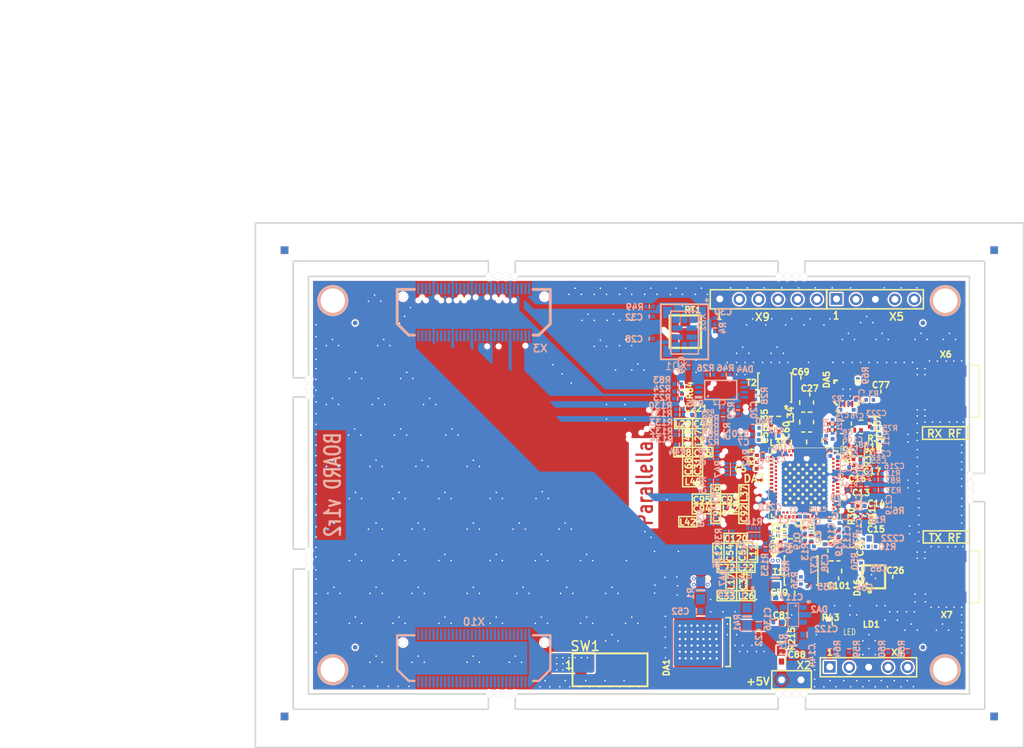
<source format=kicad_pcb>
(kicad_pcb (version 20171130) (host pcbnew "(5.1.2-1)-1")
  (title_block (title "Myriad RF / Novena v.1r2") (date "22 aug 2014") (rev 1) (comment 1 "THIS WORK IS COVERED UNDER A CREATIVE COMMONS LICENSE (CC BY 3.0)") (comment 2 "Copyright 2014 AZIO Electronics Co., Ltd."))
  (layers (0 Front signal) (1 Inner_Digital_Signal signal hide) (2 Inner_Power power) (3 Inner_Analog_Signal signal hide) (4 Inner_GND power hide) (31 Back signal) (34 B.Paste user) (35 F.Paste user) (36 B.SilkS user) (37 F.SilkS user) (38 B.Mask user) (39 F.Mask user) (44 Edge.Cuts user))
  (net 0 "")
  (net 1 +1.8V)
  (net 2 +1.8VD)
  (net 3 +3.3V)
  (net 4 "/Clocks, RF FE/RX TEST")
  (net 5 "/Clocks, RF FE/TX TEST")
  (net 6 CLK_IN)
  (net 7 GND)
  (net 8 GPIO0)
  (net 9 GPIO1)
  (net 10 GPIO2)
  (net 11 N-00000101)
  (net 12 N-00000102)
  (net 13 N-00000103)
  (net 14 N-00000104)
  (net 15 N-00000105)
  (net 16 N-00000106)
  (net 17 N-00000107)
  (net 18 N-00000108)
  (net 19 N-00000109)
  (net 20 N-0000011)
  (net 21 N-00000111)
  (net 22 N-00000117)
  (net 23 N-00000119)
  (net 24 N-0000012)
  (net 25 N-00000121)
  (net 26 N-0000013)
  (net 27 N-00000133)
  (net 28 N-00000134)
  (net 29 N-0000014)
  (net 30 N-00000141)
  (net 31 N-00000142)
  (net 32 N-00000143)
  (net 33 N-00000144)
  (net 34 N-00000145)
  (net 35 N-00000146)
  (net 36 N-00000147)
  (net 37 N-00000148)
  (net 38 N-00000149)
  (net 39 N-0000015)
  (net 40 N-00000151)
  (net 41 N-00000152)
  (net 42 N-00000153)
  (net 43 N-00000154)
  (net 44 N-00000155)
  (net 45 N-00000156)
  (net 46 N-00000157)
  (net 47 N-00000158)
  (net 48 N-00000159)
  (net 49 N-0000016)
  (net 50 N-00000160)
  (net 51 N-00000161)
  (net 52 N-00000166)
  (net 53 N-00000167)
  (net 54 N-0000018)
  (net 55 N-00000188)
  (net 56 N-00000189)
  (net 57 N-00000195)
  (net 58 N-00000196)
  (net 59 N-00000199)
  (net 60 N-000002)
  (net 61 N-0000020)
  (net 62 N-00000200)
  (net 63 N-00000201)
  (net 64 N-00000202)
  (net 65 N-00000204)
  (net 66 N-00000207)
  (net 67 N-00000208)
  (net 68 N-0000021)
  (net 69 N-00000211)
  (net 70 N-00000212)
  (net 71 N-00000213)
  (net 72 N-00000216)
  (net 73 N-00000217)
  (net 74 N-00000218)
  (net 75 N-00000219)
  (net 76 N-0000022)
  (net 77 N-00000220)
  (net 78 N-00000221)
  (net 79 N-00000222)
  (net 80 N-00000223)
  (net 81 N-00000224)
  (net 82 N-00000225)
  (net 83 N-00000226)
  (net 84 N-00000227)
  (net 85 N-00000228)
  (net 86 N-00000229)
  (net 87 N-0000023)
  (net 88 N-00000230)
  (net 89 N-00000231)
  (net 90 N-00000232)
  (net 91 N-00000233)
  (net 92 N-00000234)
  (net 93 N-00000235)
  (net 94 N-00000236)
  (net 95 N-00000237)
  (net 96 N-00000238)
  (net 97 N-00000239)
  (net 98 N-0000024)
  (net 99 N-00000240)
  (net 100 N-00000241)
  (net 101 N-00000242)
  (net 102 N-00000243)
  (net 103 N-00000244)
  (net 104 N-00000245)
  (net 105 N-00000246)
  (net 106 N-00000247)
  (net 107 N-00000248)
  (net 108 N-00000249)
  (net 109 N-0000025)
  (net 110 N-00000250)
  (net 111 N-00000251)
  (net 112 N-00000252)
  (net 113 N-00000253)
  (net 114 N-00000254)
  (net 115 N-00000255)
  (net 116 N-0000026)
  (net 117 N-0000027)
  (net 118 N-0000028)
  (net 119 N-000003)
  (net 120 N-0000030)
  (net 121 N-0000031)
  (net 122 N-0000032)
  (net 123 N-0000033)
  (net 124 N-0000034)
  (net 125 N-000004)
  (net 126 N-000005)
  (net 127 N-000006)
  (net 128 N-000007)
  (net 129 N-000008)
  (net 130 N-0000086)
  (net 131 N-0000087)
  (net 132 N-000009)
  (net 133 PLLCLK)
  (net 134 RESET)
  (net 135 RXCLK)
  (net 136 RXD0)
  (net 137 RXD1)
  (net 138 RXD10)
  (net 139 RXD11)
  (net 140 RXD2)
  (net 141 RXD3)
  (net 142 RXD4)
  (net 143 RXD5)
  (net 144 RXD6)
  (net 145 RXD7)
  (net 146 RXD8)
  (net 147 RXD9)
  (net 148 RXEN)
  (net 149 RXIQSEL)
  (net 150 RXOUTIN)
  (net 151 RXOUTIP)
  (net 152 RXOUTQN)
  (net 153 RXOUTQP)
  (net 154 RXRFIN1)
  (net 155 RXRFIN2)
  (net 156 RXRFIN3)
  (net 157 "SACLK(SPI_CLK)")
  (net 158 "SADIO(SPI_MOSI)")
  (net 159 "SADO(SPI_MISO)")
  (net 160 "SAEN(SPI_NCS0)")
  (net 161 SYS_5P0V)
  (net 162 TXCLK)
  (net 163 TXD0)
  (net 164 TXD1)
  (net 165 TXD10)
  (net 166 TXD11)
  (net 167 TXD2)
  (net 168 TXD3)
  (net 169 TXD4)
  (net 170 TXD5)
  (net 171 TXD6)
  (net 172 TXD7)
  (net 173 TXD8)
  (net 174 TXD9)
  (net 175 TXEN)
  (net 176 TXININ)
  (net 177 TXINIP)
  (net 178 TXINQN)
  (net 179 TXINQP)
  (net 180 TXIQSEL)
  (net 181 TXRFOUT1)
  (net 182 TXRFOUT2)
  (net 183 VCC)
  (net 184 VCT)
  (module BTH-030-01-F-D-A (layer Back) (at 103.46 79.245 180)
    (fp_text reference X3 (at -8.681 -4.7274 180) (layer B.SilkS) (effects (font (thickness 0.2)) (justify mirror)))
    (fp_text value BTH-030-01-F-D-A hide)
    (pad 1 smd rect (at -7.25 3.086 180) (size 0.305 1.448) (layers Back B.Paste B.Mask) (clearance 0.09906))
    (pad 2 smd rect (at -7.25 -3.086 180) (size 0.305 1.448) (layers Back B.Paste B.Mask) (clearance 0.09906))
    (pad 3 smd rect (at -6.75 3.086 180) (size 0.305 1.448) (layers Back B.Paste B.Mask) (net 184 VCT) (clearance 0.09906))
    (pad 4 smd rect (at -6.75 -3.086 180) (size 0.305 1.448) (layers Back B.Paste B.Mask) (net 52 N-00000166) (clearance 0.09906))
    (pad 5 smd rect (at -6.25 3.086 180) (size 0.305 1.448) (layers Back B.Paste B.Mask) (net 51 N-00000161) (clearance 0.09906))
    (pad 6 smd rect (at -6.25 -3.086 180) (size 0.305 1.448) (layers Back B.Paste B.Mask) (net 53 N-00000167) (clearance 0.09906))
    (pad 7 smd rect (at -5.75 3.086 180) (size 0.305 1.448) (layers Back B.Paste B.Mask) (clearance 0.09906))
    (pad 8 smd rect (at -5.75 -3.086 180) (size 0.305 1.448) (layers Back B.Paste B.Mask) (net 160 "SAEN(SPI_NCS0)") (clearance 0.09906))
    (pad 9 smd rect (at -5.25 3.086 180) (size 0.305 1.448) (layers Back B.Paste B.Mask) (net 9 GPIO1) (clearance 0.09906))
    (pad 10 smd rect (at -5.25 -3.086 180) (size 0.305 1.448) (layers Back B.Paste B.Mask) (net 157 "SACLK(SPI_CLK)") (clearance 0.09906))
    (pad 11 smd rect (at -4.75 3.086 180) (size 0.305 1.448) (layers Back B.Paste B.Mask) (net 7 GND) (clearance 0.09906))
    (pad 12 smd rect (at -4.75 -3.086 180) (size 0.305 1.448) (layers Back B.Paste B.Mask) (net 7 GND) (clearance 0.09906))
    (pad 13 smd rect (at -4.25 3.086 180) (size 0.305 1.448) (layers Back B.Paste B.Mask) (net 8 GPIO0) (clearance 0.09906))
    (pad 14 smd rect (at -4.25 -3.086 180) (size 0.305 1.448) (layers Back B.Paste B.Mask) (net 159 "SADO(SPI_MISO)") (clearance 0.09906))
    (pad 15 smd rect (at -3.75 3.086 180) (size 0.305 1.448) (layers Back B.Paste B.Mask) (net 138 RXD10) (clearance 0.09906))
    (pad 16 smd rect (at -3.75 -3.086 180) (size 0.305 1.448) (layers Back B.Paste B.Mask) (net 158 "SADIO(SPI_MOSI)") (clearance 0.09906))
    (pad 17 smd rect (at -3.25 3.086 180) (size 0.305 1.448) (layers Back B.Paste B.Mask) (net 147 RXD9) (clearance 0.09906))
    (pad 18 smd rect (at -3.25 -3.086 180) (size 0.305 1.448) (layers Back B.Paste B.Mask) (net 6 CLK_IN) (clearance 0.09906))
    (pad 19 smd rect (at -2.75 3.086 180) (size 0.305 1.448) (layers Back B.Paste B.Mask) (net 145 RXD7) (clearance 0.09906))
    (pad 20 smd rect (at -2.75 -3.086 180) (size 0.305 1.448) (layers Back B.Paste B.Mask) (net 134 RESET) (clearance 0.09906))
    (pad 21 smd rect (at -2.25 3.086 180) (size 0.305 1.448) (layers Back B.Paste B.Mask) (net 7 GND) (clearance 0.09906))
    (pad 22 smd rect (at -2.25 -3.086 180) (size 0.305 1.448) (layers Back B.Paste B.Mask) (net 7 GND) (clearance 0.09906))
    (pad 23 smd rect (at -1.75 3.086 180) (size 0.305 1.448) (layers Back B.Paste B.Mask) (net 143 RXD5) (clearance 0.09906))
    (pad 24 smd rect (at -1.75 -3.086 180) (size 0.305 1.448) (layers Back B.Paste B.Mask) (net 50 N-00000160) (clearance 0.09906))
    (pad 25 smd rect (at -1.25 3.086 180) (size 0.305 1.448) (layers Back B.Paste B.Mask) (clearance 0.09906))
    (pad 26 smd rect (at -1.25 -3.086 180) (size 0.305 1.448) (layers Back B.Paste B.Mask) (clearance 0.09906))
    (pad 27 smd rect (at -0.75 3.086 180) (size 0.305 1.448) (layers Back B.Paste B.Mask) (clearance 0.09906))
    (pad 28 smd rect (at -0.75 -3.086 180) (size 0.305 1.448) (layers Back B.Paste B.Mask) (clearance 0.09906))
    (pad 29 smd rect (at -0.25 3.086 180) (size 0.305 1.448) (layers Back B.Paste B.Mask) (net 140 RXD2) (clearance 0.09906))
    (pad 30 smd rect (at -0.25 -3.086 180) (size 0.305 1.448) (layers Back B.Paste B.Mask) (net 139 RXD11) (clearance 0.09906))
    (pad 31 smd rect (at 0.25 3.086) (size 0.305 1.448) (layers Back B.Paste B.Mask) (net 7 GND) (clearance 0.09906))
    (pad 32 smd rect (at 0.25 -3.086) (size 0.305 1.448) (layers Back B.Paste B.Mask) (net 7 GND) (clearance 0.09906))
    (pad 33 smd rect (at 0.75 3.086) (size 0.305 1.448) (layers Back B.Paste B.Mask) (net 137 RXD1) (clearance 0.09906))
    (pad 34 smd rect (at 0.75 -3.086) (size 0.305 1.448) (layers Back B.Paste B.Mask) (net 146 RXD8) (clearance 0.09906))
    (pad 35 smd rect (at 1.25 3.086) (size 0.305 1.448) (layers Back B.Paste B.Mask) (net 149 RXIQSEL) (clearance 0.09906))
    (pad 36 smd rect (at 1.25 -3.086) (size 0.305 1.448) (layers Back B.Paste B.Mask) (net 144 RXD6) (clearance 0.09906))
    (pad 37 smd rect (at 1.75 3.086) (size 0.305 1.448) (layers Back B.Paste B.Mask) (net 172 TXD7) (clearance 0.09906))
    (pad 38 smd rect (at 1.75 -3.086) (size 0.305 1.448) (layers Back B.Paste B.Mask) (net 141 RXD3) (clearance 0.09906))
    (pad 39 smd rect (at 2.25 3.086) (size 0.305 1.448) (layers Back B.Paste B.Mask) (net 170 TXD5) (clearance 0.09906))
    (pad 40 smd rect (at 2.25 -3.086) (size 0.305 1.448) (layers Back B.Paste B.Mask) (net 142 RXD4) (clearance 0.09906))
    (pad 41 smd rect (at 2.75 3.086) (size 0.305 1.448) (layers Back B.Paste B.Mask) (net 7 GND) (clearance 0.09906))
    (pad 42 smd rect (at 2.75 -3.086) (size 0.305 1.448) (layers Back B.Paste B.Mask) (net 7 GND) (clearance 0.09906))
    (pad 43 smd rect (at 3.25 3.086) (size 0.305 1.448) (layers Back B.Paste B.Mask) (net 168 TXD3) (clearance 0.09906))
    (pad 44 smd rect (at 3.25 -3.086) (size 0.305 1.448) (layers Back B.Paste B.Mask) (net 136 RXD0) (clearance 0.09906))
    (pad 45 smd rect (at 3.75 3.086) (size 0.305 1.448) (layers Back B.Paste B.Mask) (clearance 0.09906))
    (pad 46 smd rect (at 3.75 -3.086) (size 0.305 1.448) (layers Back B.Paste B.Mask) (clearance 0.09906))
    (pad 47 smd rect (at 4.25 3.086) (size 0.305 1.448) (layers Back B.Paste B.Mask) (net 173 TXD8) (clearance 0.09906))
    (pad 48 smd rect (at 4.25 -3.086) (size 0.305 1.448) (layers Back B.Paste B.Mask) (net 180 TXIQSEL) (clearance 0.09906))
    (pad 49 smd rect (at 4.75 3.086) (size 0.305 1.448) (layers Back B.Paste B.Mask) (net 165 TXD10) (clearance 0.09906))
    (pad 50 smd rect (at 4.75 -3.086) (size 0.305 1.448) (layers Back B.Paste B.Mask) (net 164 TXD1) (clearance 0.09906))
    (pad 51 smd rect (at 5.25 3.086) (size 0.305 1.448) (layers Back B.Paste B.Mask) (net 7 GND) (clearance 0.09906))
    (pad 52 smd rect (at 5.25 -3.086) (size 0.305 1.448) (layers Back B.Paste B.Mask) (net 7 GND) (clearance 0.09906))
    (pad 53 smd rect (at 5.75 3.086) (size 0.305 1.448) (layers Back B.Paste B.Mask) (clearance 0.09906))
    (pad 54 smd rect (at 5.75 -3.086) (size 0.305 1.448) (layers Back B.Paste B.Mask) (net 163 TXD0) (clearance 0.09906))
    (pad 55 smd rect (at 6.25 3.086) (size 0.305 1.448) (layers Back B.Paste B.Mask) (net 174 TXD9) (clearance 0.09906))
    (pad 56 smd rect (at 6.25 -3.086) (size 0.305 1.448) (layers Back B.Paste B.Mask) (net 167 TXD2) (clearance 0.09906))
    (pad 57 smd rect (at 6.75 3.086) (size 0.305 1.448) (layers Back B.Paste B.Mask) (net 166 TXD11) (clearance 0.09906))
    (pad 58 smd rect (at 6.75 -3.086) (size 0.305 1.448) (layers Back B.Paste B.Mask) (net 171 TXD6) (clearance 0.09906))
    (pad 59 smd rect (at 7.25 3.086) (size 0.305 1.448) (layers Back B.Paste B.Mask) (net 10 GPIO2) (clearance 0.09906))
    (pad 60 smd rect (at 7.25 -3.086) (size 0.305 1.448) (layers Back B.Paste B.Mask) (net 169 TXD4) (clearance 0.09906))
    (pad "" thru_hole circle (at 9.238 2.032 180) (size 1.016 1.016) (drill 1.016) (layers *.Cu) (clearance 0.09906))
    (pad "" thru_hole circle (at -9.238 2.032 180) (size 1.016 1.016) (drill 1.016) (layers *.Cu) (clearance 0.09906))
  )
  (module Pad_circle (layer Front) (at 145.52168 126.41072)
    (fp_text reference Pad_circle hide)
    (fp_text value VAL** hide)
    (pad 1 thru_hole circle (at 0 2.7384) (size 0.89916 0.89916) (drill 0.89916) (layers *.Cu *.Mask F.SilkS) (clearance 0.09906))
  )
  (module Via_4_2 (layer Front) (at 162.45 117.1 90)
    (fp_text reference Via_4_2 hide)
    (fp_text value Val** hide)
    (pad 1 thru_hole circle (at 0 0 90) (size 0.39878 0.39878) (drill 0.19558) (layers *.Cu) (net 7 GND) (clearance 0.09906))
  )
  (module Via_4_2 (layer Front) (at 162.45 116.1 90)
    (fp_text reference Via_4_2 hide)
    (fp_text value Val** hide)
    (pad 1 thru_hole circle (at 0 0 90) (size 0.39878 0.39878) (drill 0.19558) (layers *.Cu) (net 7 GND) (clearance 0.09906))
  )
  (module Via_4_2 (layer Front) (at 162.4 110.6 90)
    (fp_text reference Via_4_2 hide)
    (fp_text value Val** hide)
    (pad 1 thru_hole circle (at 0 0 90) (size 0.39878 0.39878) (drill 0.19558) (layers *.Cu) (net 7 GND) (clearance 0.09906))
  )
  (module Via_4_2 (layer Front) (at 123.13 127.43)
    (fp_text reference Via_4_2 hide)
    (fp_text value Val** hide)
    (pad 1 thru_hole circle (at -0.03 -0.03) (size 0.39878 0.39878) (drill 0.19558) (layers *.Cu) (net 7 GND) (clearance 0.09906))
  )
  (module Via_4_2 (layer Front) (at 128.12 114.12)
    (fp_text reference Via_4_2 hide)
    (fp_text value Val** hide)
    (pad 1 thru_hole circle (at -1 0.8) (size 0.39878 0.39878) (drill 0.19558) (layers *.Cu) (net 7 GND) (clearance 0.09906))
  )
  (module Via_4_2 (layer Front) (at 117.68 110.46)
    (fp_text reference Via_4_2 hide)
    (fp_text value Val** hide)
    (pad 1 thru_hole circle (at 0.52 0.44) (size 0.39878 0.39878) (drill 0.19558) (layers *.Cu) (net 7 GND) (clearance 0.09906))
  )
  (module Via_4_2 (layer Front) (at 117.07 111.96)
    (fp_text reference Via_4_2 hide)
    (fp_text value Val** hide)
    (pad 1 thru_hole circle (at 1.93 -0.26) (size 0.39878 0.39878) (drill 0.19558) (layers *.Cu) (net 7 GND) (clearance 0.09906))
  )
  (module Via_4_2 (layer Front) (at 96.2 124.2)
    (fp_text reference Via_4_2 hide)
    (fp_text value Val** hide)
    (pad 1 thru_hole circle (at 0 0) (size 0.39878 0.39878) (drill 0.19558) (layers *.Cu) (net 7 GND) (clearance 0.09906))
  )
  (module Via_4_2 (layer Front) (at 97 125)
    (fp_text reference Via_4_2 hide)
    (fp_text value Val** hide)
    (pad 1 thru_hole circle (at 0 0) (size 0.39878 0.39878) (drill 0.19558) (layers *.Cu) (net 7 GND) (clearance 0.09906))
  )
  (module Via_4_2 (layer Front) (at 95.4 125)
    (fp_text reference Via_4_2 hide)
    (fp_text value Val** hide)
    (pad 1 thru_hole circle (at 0 0) (size 0.39878 0.39878) (drill 0.19558) (layers *.Cu) (net 7 GND) (clearance 0.09906))
  )
  (module Via_4_2 (layer Front) (at 91.3 125)
    (fp_text reference Via_4_2 hide)
    (fp_text value Val** hide)
    (pad 1 thru_hole circle (at 0.2 0) (size 0.39878 0.39878) (drill 0.19558) (layers *.Cu) (net 7 GND) (clearance 0.09906))
  )
  (module Via_4_2 (layer Front) (at 89.7 125)
    (fp_text reference Via_4_2 hide)
    (fp_text value Val** hide)
    (pad 1 thru_hole circle (at 0.2 0) (size 0.39878 0.39878) (drill 0.19558) (layers *.Cu) (net 7 GND) (clearance 0.09906))
  )
  (module Via_4_2 (layer Front) (at 90.5 124.2)
    (fp_text reference Via_4_2 hide)
    (fp_text value Val** hide)
    (pad 1 thru_hole circle (at 0.2 0) (size 0.39878 0.39878) (drill 0.19558) (layers *.Cu) (net 7 GND) (clearance 0.09906))
  )
  (module Via_4_2 (layer Front) (at 93.6 119.9)
    (fp_text reference Via_4_2 hide)
    (fp_text value Val** hide)
    (pad 1 thru_hole circle (at 0.9 0) (size 0.39878 0.39878) (drill 0.19558) (layers *.Cu) (net 7 GND) (clearance 0.09906))
  )
  (module Via_4_2 (layer Front) (at 92 119.9)
    (fp_text reference Via_4_2 hide)
    (fp_text value Val** hide)
    (pad 1 thru_hole circle (at 0.9 0) (size 0.39878 0.39878) (drill 0.19558) (layers *.Cu) (net 7 GND) (clearance 0.09906))
  )
  (module Via_4_2 (layer Front) (at 92.8 119.1)
    (fp_text reference Via_4_2 hide)
    (fp_text value Val** hide)
    (pad 1 thru_hole circle (at 0.9 0) (size 0.39878 0.39878) (drill 0.19558) (layers *.Cu) (net 7 GND) (clearance 0.09906))
  )
  (module Via_4_2 (layer Front) (at 87.5 119.1)
    (fp_text reference Via_4_2 hide)
    (fp_text value Val** hide)
    (pad 1 thru_hole circle (at 0.5 0) (size 0.39878 0.39878) (drill 0.19558) (layers *.Cu) (net 7 GND) (clearance 0.09906))
  )
  (module Via_4_2 (layer Front) (at 86.7 119.9)
    (fp_text reference Via_4_2 hide)
    (fp_text value Val** hide)
    (pad 1 thru_hole circle (at 0.5 0) (size 0.39878 0.39878) (drill 0.19558) (layers *.Cu) (net 7 GND) (clearance 0.09906))
  )
  (module Via_4_2 (layer Front) (at 88.3 119.9)
    (fp_text reference Via_4_2 hide)
    (fp_text value Val** hide)
    (pad 1 thru_hole circle (at 0.5 0) (size 0.39878 0.39878) (drill 0.19558) (layers *.Cu) (net 7 GND) (clearance 0.09906))
  )
  (module Via_4_2 (layer Front) (at 88.3 116)
    (fp_text reference Via_4_2 hide)
    (fp_text value Val** hide)
    (pad 1 thru_hole circle (at -2.3 0) (size 0.39878 0.39878) (drill 0.19558) (layers *.Cu) (net 7 GND) (clearance 0.09906))
  )
  (module Via_4_2 (layer Front) (at 86.7 116)
    (fp_text reference Via_4_2 hide)
    (fp_text value Val** hide)
    (pad 1 thru_hole circle (at -2.3 0) (size 0.39878 0.39878) (drill 0.19558) (layers *.Cu) (net 7 GND) (clearance 0.09906))
  )
  (module Via_4_2 (layer Front) (at 87.5 115.2)
    (fp_text reference Via_4_2 hide)
    (fp_text value Val** hide)
    (pad 1 thru_hole circle (at -2.3 0) (size 0.39878 0.39878) (drill 0.19558) (layers *.Cu) (net 7 GND) (clearance 0.09906))
  )
  (module Via_4_2 (layer Front) (at 92.8 115.2)
    (fp_text reference Via_4_2 hide)
    (fp_text value Val** hide)
    (pad 1 thru_hole circle (at -2.1 0) (size 0.39878 0.39878) (drill 0.19558) (layers *.Cu) (net 7 GND) (clearance 0.09906))
  )
  (module Via_4_2 (layer Front) (at 92 116)
    (fp_text reference Via_4_2 hide)
    (fp_text value Val** hide)
    (pad 1 thru_hole circle (at -2.1 0) (size 0.39878 0.39878) (drill 0.19558) (layers *.Cu) (net 7 GND) (clearance 0.09906))
  )
  (module Via_4_2 (layer Front) (at 93.6 116)
    (fp_text reference Via_4_2 hide)
    (fp_text value Val** hide)
    (pad 1 thru_hole circle (at -2.1 0) (size 0.39878 0.39878) (drill 0.19558) (layers *.Cu) (net 7 GND) (clearance 0.09906))
  )
  (module Via_4_2 (layer Front) (at 98.5 110.9)
    (fp_text reference Via_4_2 hide)
    (fp_text value Val** hide)
    (pad 1 thru_hole circle (at 1.2 0) (size 0.39878 0.39878) (drill 0.19558) (layers *.Cu) (net 7 GND) (clearance 0.09906))
  )
  (module Via_4_2 (layer Front) (at 97.7 111.7)
    (fp_text reference Via_4_2 hide)
    (fp_text value Val** hide)
    (pad 1 thru_hole circle (at 1.2 0) (size 0.39878 0.39878) (drill 0.19558) (layers *.Cu) (net 7 GND) (clearance 0.09906))
  )
  (module Via_4_2 (layer Front) (at 99.3 111.7)
    (fp_text reference Via_4_2 hide)
    (fp_text value Val** hide)
    (pad 1 thru_hole circle (at 1.2 0) (size 0.39878 0.39878) (drill 0.19558) (layers *.Cu) (net 7 GND) (clearance 0.09906))
  )
  (module Via_4_2 (layer Front) (at 93.6 111.7)
    (fp_text reference Via_4_2 hide)
    (fp_text value Val** hide)
    (pad 1 thru_hole circle (at 0.9 0) (size 0.39878 0.39878) (drill 0.19558) (layers *.Cu) (net 7 GND) (clearance 0.09906))
  )
  (module Via_4_2 (layer Front) (at 92 111.7)
    (fp_text reference Via_4_2 hide)
    (fp_text value Val** hide)
    (pad 1 thru_hole circle (at 0.9 0) (size 0.39878 0.39878) (drill 0.19558) (layers *.Cu) (net 7 GND) (clearance 0.09906))
  )
  (module Via_4_2 (layer Front) (at 92.8 110.9)
    (fp_text reference Via_4_2 hide)
    (fp_text value Val** hide)
    (pad 1 thru_hole circle (at 0.9 0) (size 0.39878 0.39878) (drill 0.19558) (layers *.Cu) (net 7 GND) (clearance 0.09906))
  )
  (module Via_4_2 (layer Front) (at 87.5 110.9)
    (fp_text reference Via_4_2 hide)
    (fp_text value Val** hide)
    (pad 1 thru_hole circle (at 0.5 0) (size 0.39878 0.39878) (drill 0.19558) (layers *.Cu) (net 7 GND) (clearance 0.09906))
  )
  (module Via_4_2 (layer Front) (at 86.7 111.7)
    (fp_text reference Via_4_2 hide)
    (fp_text value Val** hide)
    (pad 1 thru_hole circle (at 0.5 0) (size 0.39878 0.39878) (drill 0.19558) (layers *.Cu) (net 7 GND) (clearance 0.09906))
  )
  (module Via_4_2 (layer Front) (at 88.3 111.7)
    (fp_text reference Via_4_2 hide)
    (fp_text value Val** hide)
    (pad 1 thru_hole circle (at 0.5 0) (size 0.39878 0.39878) (drill 0.19558) (layers *.Cu) (net 7 GND) (clearance 0.09906))
  )
  (module Via_4_2 (layer Front) (at 86 107.6)
    (fp_text reference Via_4_2 hide)
    (fp_text value Val** hide)
    (pad 1 thru_hole circle (at 0 0) (size 0.39878 0.39878) (drill 0.19558) (layers *.Cu) (net 7 GND) (clearance 0.09906))
  )
  (module Via_4_2 (layer Front) (at 84.4 107.6)
    (fp_text reference Via_4_2 hide)
    (fp_text value Val** hide)
    (pad 1 thru_hole circle (at 0 0) (size 0.39878 0.39878) (drill 0.19558) (layers *.Cu) (net 7 GND) (clearance 0.09906))
  )
  (module Via_4_2 (layer Front) (at 85.2 106.8)
    (fp_text reference Via_4_2 hide)
    (fp_text value Val** hide)
    (pad 1 thru_hole circle (at 0 0) (size 0.39878 0.39878) (drill 0.19558) (layers *.Cu) (net 7 GND) (clearance 0.09906))
  )
  (module Via_4_2 (layer Front) (at 90.5 106.8)
    (fp_text reference Via_4_2 hide)
    (fp_text value Val** hide)
    (pad 1 thru_hole circle (at 0.2 0) (size 0.39878 0.39878) (drill 0.19558) (layers *.Cu) (net 7 GND) (clearance 0.09906))
  )
  (module Via_4_2 (layer Front) (at 89.7 107.6)
    (fp_text reference Via_4_2 hide)
    (fp_text value Val** hide)
    (pad 1 thru_hole circle (at 0 0) (size 0.39878 0.39878) (drill 0.19558) (layers *.Cu) (net 7 GND) (clearance 0.09906))
  )
  (module Via_4_2 (layer Front) (at 91.3 107.6)
    (fp_text reference Via_4_2 hide)
    (fp_text value Val** hide)
    (pad 1 thru_hole circle (at 0.2 0) (size 0.39878 0.39878) (drill 0.19558) (layers *.Cu) (net 7 GND) (clearance 0.09906))
  )
  (module Via_4_2 (layer Front) (at 97 107.6)
    (fp_text reference Via_4_2 hide)
    (fp_text value Val** hide)
    (pad 1 thru_hole circle (at 0 0) (size 0.39878 0.39878) (drill 0.19558) (layers *.Cu) (net 7 GND) (clearance 0.09906))
  )
  (module Via_4_2 (layer Front) (at 95.4 107.6)
    (fp_text reference Via_4_2 hide)
    (fp_text value Val** hide)
    (pad 1 thru_hole circle (at 0 0) (size 0.39878 0.39878) (drill 0.19558) (layers *.Cu) (net 7 GND) (clearance 0.09906))
  )
  (module Via_4_2 (layer Front) (at 96.2 106.8)
    (fp_text reference Via_4_2 hide)
    (fp_text value Val** hide)
    (pad 1 thru_hole circle (at 0 0) (size 0.39878 0.39878) (drill 0.19558) (layers *.Cu) (net 7 GND) (clearance 0.09906))
  )
  (module Via_4_2 (layer Front) (at 102.2 106.8)
    (fp_text reference Via_4_2 hide)
    (fp_text value Val** hide)
    (pad 1 thru_hole circle (at 1.2 0) (size 0.39878 0.39878) (drill 0.19558) (layers *.Cu) (net 7 GND) (clearance 0.09906))
  )
  (module Via_4_2 (layer Front) (at 101.4 107.6)
    (fp_text reference Via_4_2 hide)
    (fp_text value Val** hide)
    (pad 1 thru_hole circle (at 1.2 0) (size 0.39878 0.39878) (drill 0.19558) (layers *.Cu) (net 7 GND) (clearance 0.09906))
  )
  (module Via_4_2 (layer Front) (at 103 107.6)
    (fp_text reference Via_4_2 hide)
    (fp_text value Val** hide)
    (pad 1 thru_hole circle (at 1.2 0) (size 0.39878 0.39878) (drill 0.19558) (layers *.Cu) (net 7 GND) (clearance 0.09906))
  )
  (module Via_4_2 (layer Front) (at 100.5 103.6)
    (fp_text reference Via_4_2 hide)
    (fp_text value Val** hide)
    (pad 1 thru_hole circle (at 0 0) (size 0.39878 0.39878) (drill 0.19558) (layers *.Cu) (net 7 GND) (clearance 0.09906))
  )
  (module Via_4_2 (layer Front) (at 98.9 103.6)
    (fp_text reference Via_4_2 hide)
    (fp_text value Val** hide)
    (pad 1 thru_hole circle (at 0 0) (size 0.39878 0.39878) (drill 0.19558) (layers *.Cu) (net 7 GND) (clearance 0.09906))
  )
  (module Via_4_2 (layer Front) (at 99.7 102.8)
    (fp_text reference Via_4_2 hide)
    (fp_text value Val** hide)
    (pad 1 thru_hole circle (at 0 0) (size 0.39878 0.39878) (drill 0.19558) (layers *.Cu) (net 7 GND) (clearance 0.09906))
  )
  (module Via_4_2 (layer Front) (at 107.2 103.6)
    (fp_text reference Via_4_2 hide)
    (fp_text value Val** hide)
    (pad 1 thru_hole circle (at 0 0) (size 0.39878 0.39878) (drill 0.19558) (layers *.Cu) (net 7 GND) (clearance 0.09906))
  )
  (module Via_4_2 (layer Front) (at 105.6 103.6)
    (fp_text reference Via_4_2 hide)
    (fp_text value Val** hide)
    (pad 1 thru_hole circle (at 0 0) (size 0.39878 0.39878) (drill 0.19558) (layers *.Cu) (net 7 GND) (clearance 0.09906))
  )
  (module Via_4_2 (layer Front) (at 106.4 102.8)
    (fp_text reference Via_4_2 hide)
    (fp_text value Val** hide)
    (pad 1 thru_hole circle (at 0 0) (size 0.39878 0.39878) (drill 0.19558) (layers *.Cu) (net 7 GND) (clearance 0.09906))
  )
  (module Via_4_2 (layer Front) (at 93.7 102.8)
    (fp_text reference Via_4_2 hide)
    (fp_text value Val** hide)
    (pad 1 thru_hole circle (at 0 0) (size 0.39878 0.39878) (drill 0.19558) (layers *.Cu) (net 7 GND) (clearance 0.09906))
  )
  (module Via_4_2 (layer Front) (at 92.9 103.6)
    (fp_text reference Via_4_2 hide)
    (fp_text value Val** hide)
    (pad 1 thru_hole circle (at 0 0) (size 0.39878 0.39878) (drill 0.19558) (layers *.Cu) (net 7 GND) (clearance 0.09906))
  )
  (module Via_4_2 (layer Front) (at 94.5 103.6)
    (fp_text reference Via_4_2 hide)
    (fp_text value Val** hide)
    (pad 1 thru_hole circle (at 0 0) (size 0.39878 0.39878) (drill 0.19558) (layers *.Cu) (net 7 GND) (clearance 0.09906))
  )
  (module Via_4_2 (layer Front) (at 88.8 103.6)
    (fp_text reference Via_4_2 hide)
    (fp_text value Val** hide)
    (pad 1 thru_hole circle (at 0 0) (size 0.39878 0.39878) (drill 0.19558) (layers *.Cu) (net 7 GND) (clearance 0.09906))
  )
  (module Via_4_2 (layer Front) (at 87.2 103.6)
    (fp_text reference Via_4_2 hide)
    (fp_text value Val** hide)
    (pad 1 thru_hole circle (at 0 0) (size 0.39878 0.39878) (drill 0.19558) (layers *.Cu) (net 7 GND) (clearance 0.09906))
  )
  (module Via_4_2 (layer Front) (at 88 102.8)
    (fp_text reference Via_4_2 hide)
    (fp_text value Val** hide)
    (pad 1 thru_hole circle (at 0 0) (size 0.39878 0.39878) (drill 0.19558) (layers *.Cu) (net 7 GND) (clearance 0.09906))
  )
  (module Via_4_2 (layer Front) (at 85 98.6)
    (fp_text reference Via_4_2 hide)
    (fp_text value Val** hide)
    (pad 1 thru_hole circle (at 0 0) (size 0.39878 0.39878) (drill 0.19558) (layers *.Cu) (net 7 GND) (clearance 0.09906))
  )
  (module Via_4_2 (layer Front) (at 84.2 99.4)
    (fp_text reference Via_4_2 hide)
    (fp_text value Val** hide)
    (pad 1 thru_hole circle (at 0 0) (size 0.39878 0.39878) (drill 0.19558) (layers *.Cu) (net 7 GND) (clearance 0.09906))
  )
  (module Via_4_2 (layer Front) (at 85.8 99.4)
    (fp_text reference Via_4_2 hide)
    (fp_text value Val** hide)
    (pad 1 thru_hole circle (at 0 0) (size 0.39878 0.39878) (drill 0.19558) (layers *.Cu) (net 7 GND) (clearance 0.09906))
  )
  (module Via_4_2 (layer Front) (at 91.5 99.4)
    (fp_text reference Via_4_2 hide)
    (fp_text value Val** hide)
    (pad 1 thru_hole circle (at 0 0) (size 0.39878 0.39878) (drill 0.19558) (layers *.Cu) (net 7 GND) (clearance 0.09906))
  )
  (module Via_4_2 (layer Front) (at 89.9 99.4)
    (fp_text reference Via_4_2 hide)
    (fp_text value Val** hide)
    (pad 1 thru_hole circle (at 0 0) (size 0.39878 0.39878) (drill 0.19558) (layers *.Cu) (net 7 GND) (clearance 0.09906))
  )
  (module Via_4_2 (layer Front) (at 90.7 98.6)
    (fp_text reference Via_4_2 hide)
    (fp_text value Val** hide)
    (pad 1 thru_hole circle (at 0 0) (size 0.39878 0.39878) (drill 0.19558) (layers *.Cu) (net 7 GND) (clearance 0.09906))
  )
  (module Via_4_2 (layer Front) (at 111.2 99.4)
    (fp_text reference Via_4_2 hide)
    (fp_text value Val** hide)
  )
  (module Via_4_2 (layer Front) (at 109.6 99.4)
    (fp_text reference Via_4_2 hide)
    (fp_text value Val** hide)
  )
  (module Via_4_2 (layer Front) (at 110.4 98.6)
    (fp_text reference Via_4_2 hide)
    (fp_text value Val** hide)
  )
  (module Via_4_2 (layer Front) (at 103.4 98.6)
    (fp_text reference Via_4_2 hide)
    (fp_text value Val** hide)
    (pad 1 thru_hole circle (at 0 0) (size 0.39878 0.39878) (drill 0.19558) (layers *.Cu) (net 7 GND) (clearance 0.09906))
  )
  (module Via_4_2 (layer Front) (at 102.6 99.4)
    (fp_text reference Via_4_2 hide)
    (fp_text value Val** hide)
    (pad 1 thru_hole circle (at 0 0) (size 0.39878 0.39878) (drill 0.19558) (layers *.Cu) (net 7 GND) (clearance 0.09906))
  )
  (module Via_4_2 (layer Front) (at 104.2 99.4)
    (fp_text reference Via_4_2 hide)
    (fp_text value Val** hide)
    (pad 1 thru_hole circle (at 0 0) (size 0.39878 0.39878) (drill 0.19558) (layers *.Cu) (net 7 GND) (clearance 0.09906))
  )
  (module Via_4_2 (layer Front) (at 96.7 98.6)
    (fp_text reference Via_4_2 hide)
    (fp_text value Val** hide)
    (pad 1 thru_hole circle (at 0 0) (size 0.39878 0.39878) (drill 0.19558) (layers *.Cu) (net 7 GND) (clearance 0.09906))
  )
  (module Via_4_2 (layer Front) (at 95.9 99.4)
    (fp_text reference Via_4_2 hide)
    (fp_text value Val** hide)
    (pad 1 thru_hole circle (at 0 0) (size 0.39878 0.39878) (drill 0.19558) (layers *.Cu) (net 7 GND) (clearance 0.09906))
  )
  (module Via_4_2 (layer Front) (at 97.5 99.4)
    (fp_text reference Via_4_2 hide)
    (fp_text value Val** hide)
    (pad 1 thru_hole circle (at 0 0) (size 0.39878 0.39878) (drill 0.19558) (layers *.Cu) (net 7 GND) (clearance 0.09906))
  )
  (module Via_4_2 (layer Front) (at 94.7 95.3)
    (fp_text reference Via_4_2 hide)
    (fp_text value Val** hide)
    (pad 1 thru_hole circle (at 0 0) (size 0.39878 0.39878) (drill 0.19558) (layers *.Cu) (net 7 GND) (clearance 0.09906))
  )
  (module Via_4_2 (layer Front) (at 93.1 95.3)
    (fp_text reference Via_4_2 hide)
    (fp_text value Val** hide)
    (pad 1 thru_hole circle (at 0 0) (size 0.39878 0.39878) (drill 0.19558) (layers *.Cu) (net 7 GND) (clearance 0.09906))
  )
  (module Via_4_2 (layer Front) (at 93.9 94.5)
    (fp_text reference Via_4_2 hide)
    (fp_text value Val** hide)
    (pad 1 thru_hole circle (at 0 0) (size 0.39878 0.39878) (drill 0.19558) (layers *.Cu) (net 7 GND) (clearance 0.09906))
  )
  (module Via_4_2 (layer Front) (at 101.4 95.3)
    (fp_text reference Via_4_2 hide)
    (fp_text value Val** hide)
    (pad 1 thru_hole circle (at 0 0) (size 0.39878 0.39878) (drill 0.19558) (layers *.Cu) (net 7 GND) (clearance 0.09906))
  )
  (module Via_4_2 (layer Front) (at 99.8 95.3)
    (fp_text reference Via_4_2 hide)
    (fp_text value Val** hide)
    (pad 1 thru_hole circle (at 0 0) (size 0.39878 0.39878) (drill 0.19558) (layers *.Cu) (net 7 GND) (clearance 0.09906))
  )
  (module Via_4_2 (layer Front) (at 100.6 94.5)
    (fp_text reference Via_4_2 hide)
    (fp_text value Val** hide)
    (pad 1 thru_hole circle (at 0 0) (size 0.39878 0.39878) (drill 0.19558) (layers *.Cu) (net 7 GND) (clearance 0.09906))
  )
  (module Via_4_2 (layer Front) (at 114.3 94.5)
    (fp_text reference Via_4_2 hide)
    (fp_text value Val** hide)
  )
  (module Via_4_2 (layer Front) (at 113.5 95.3)
    (fp_text reference Via_4_2 hide)
    (fp_text value Val** hide)
  )
  (module Via_4_2 (layer Front) (at 115.1 95.3)
    (fp_text reference Via_4_2 hide)
    (fp_text value Val** hide)
  )
  (module Via_4_2 (layer Front) (at 107.6 94.5)
    (fp_text reference Via_4_2 hide)
    (fp_text value Val** hide)
  )
  (module Via_4_2 (layer Front) (at 106.8 95.3)
    (fp_text reference Via_4_2 hide)
    (fp_text value Val** hide)
  )
  (module Via_4_2 (layer Front) (at 108.4 95.3)
    (fp_text reference Via_4_2 hide)
    (fp_text value Val** hide)
  )
  (module Via_4_2 (layer Front) (at 87.9 94.5)
    (fp_text reference Via_4_2 hide)
    (fp_text value Val** hide)
    (pad 1 thru_hole circle (at 0 0) (size 0.39878 0.39878) (drill 0.19558) (layers *.Cu) (net 7 GND) (clearance 0.09906))
  )
  (module Via_4_2 (layer Front) (at 87.1 95.3)
    (fp_text reference Via_4_2 hide)
    (fp_text value Val** hide)
    (pad 1 thru_hole circle (at 0 0) (size 0.39878 0.39878) (drill 0.19558) (layers *.Cu) (net 7 GND) (clearance 0.09906))
  )
  (module Via_4_2 (layer Front) (at 88.7 95.3)
    (fp_text reference Via_4_2 hide)
    (fp_text value Val** hide)
    (pad 1 thru_hole circle (at 0 0) (size 0.39878 0.39878) (drill 0.19558) (layers *.Cu) (net 7 GND) (clearance 0.09906))
  )
  (module Via_4_2 (layer Front) (at 85.8 91.3)
    (fp_text reference Via_4_2 hide)
    (fp_text value Val** hide)
    (pad 1 thru_hole circle (at 0 0) (size 0.39878 0.39878) (drill 0.19558) (layers *.Cu) (net 7 GND) (clearance 0.09906))
  )
  (module Via_4_2 (layer Front) (at 84.2 91.3)
    (fp_text reference Via_4_2 hide)
    (fp_text value Val** hide)
    (pad 1 thru_hole circle (at 0 0) (size 0.39878 0.39878) (drill 0.19558) (layers *.Cu) (net 7 GND) (clearance 0.09906))
  )
  (module Via_4_2 (layer Front) (at 85 90.5)
    (fp_text reference Via_4_2 hide)
    (fp_text value Val** hide)
    (pad 1 thru_hole circle (at 0 0) (size 0.39878 0.39878) (drill 0.19558) (layers *.Cu) (net 7 GND) (clearance 0.09906))
  )
  (module Via_4_2 (layer Front) (at 118.6 90.5)
    (fp_text reference Via_4_2 hide)
    (fp_text value Val** hide)
  )
  (module Via_4_2 (layer Front) (at 117.8 91.3)
    (fp_text reference Via_4_2 hide)
    (fp_text value Val** hide)
  )
  (module Via_4_2 (layer Front) (at 119.4 91.3)
    (fp_text reference Via_4_2 hide)
    (fp_text value Val** hide)
  )
  (module Via_4_2 (layer Front) (at 105.5 91.3)
    (fp_text reference Via_4_2 hide)
    (fp_text value Val** hide)
  )
  (module Via_4_2 (layer Front) (at 103.9 91.3)
    (fp_text reference Via_4_2 hide)
    (fp_text value Val** hide)
  )
  (module Via_4_2 (layer Front) (at 104.7 90.5)
    (fp_text reference Via_4_2 hide)
    (fp_text value Val** hide)
  )
  (module Via_4_2 (layer Front) (at 112.2 91.3)
    (fp_text reference Via_4_2 hide)
    (fp_text value Val** hide)
  )
  (module Via_4_2 (layer Front) (at 110.6 91.3)
    (fp_text reference Via_4_2 hide)
    (fp_text value Val** hide)
  )
  (module Via_4_2 (layer Front) (at 111.4 90.5)
    (fp_text reference Via_4_2 hide)
    (fp_text value Val** hide)
  )
  (module Via_4_2 (layer Front) (at 97.7 90.5)
    (fp_text reference Via_4_2 hide)
    (fp_text value Val** hide)
    (pad 1 thru_hole circle (at 0 0) (size 0.39878 0.39878) (drill 0.19558) (layers *.Cu) (net 7 GND) (clearance 0.09906))
  )
  (module Via_4_2 (layer Front) (at 96.9 91.3)
    (fp_text reference Via_4_2 hide)
    (fp_text value Val** hide)
    (pad 1 thru_hole circle (at 0 0) (size 0.39878 0.39878) (drill 0.19558) (layers *.Cu) (net 7 GND) (clearance 0.09906))
  )
  (module Via_4_2 (layer Front) (at 98.5 91.3)
    (fp_text reference Via_4_2 hide)
    (fp_text value Val** hide)
    (pad 1 thru_hole circle (at 0 0) (size 0.39878 0.39878) (drill 0.19558) (layers *.Cu) (net 7 GND) (clearance 0.09906))
  )
  (module Via_4_2 (layer Front) (at 91 90.5)
    (fp_text reference Via_4_2 hide)
    (fp_text value Val** hide)
    (pad 1 thru_hole circle (at 0 0) (size 0.39878 0.39878) (drill 0.19558) (layers *.Cu) (net 7 GND) (clearance 0.09906))
  )
  (module Via_4_2 (layer Front) (at 90.2 91.3)
    (fp_text reference Via_4_2 hide)
    (fp_text value Val** hide)
    (pad 1 thru_hole circle (at 0 0) (size 0.39878 0.39878) (drill 0.19558) (layers *.Cu) (net 7 GND) (clearance 0.09906))
  )
  (module Via_4_2 (layer Front) (at 91.8 91.3)
    (fp_text reference Via_4_2 hide)
    (fp_text value Val** hide)
    (pad 1 thru_hole circle (at 0 0) (size 0.39878 0.39878) (drill 0.19558) (layers *.Cu) (net 7 GND) (clearance 0.09906))
  )
  (module Via_4_2 (layer Front) (at 91.3 77.8)
    (fp_text reference Via_4_2 hide)
    (fp_text value Val** hide)
    (pad 1 thru_hole circle (at 0 0) (size 0.39878 0.39878) (drill 0.19558) (layers *.Cu) (net 7 GND) (clearance 0.09906))
  )
  (module Via_4_2 (layer Front) (at 89.7 77.8)
    (fp_text reference Via_4_2 hide)
    (fp_text value Val** hide)
    (pad 1 thru_hole circle (at 0 0) (size 0.39878 0.39878) (drill 0.19558) (layers *.Cu) (net 7 GND) (clearance 0.09906))
  )
  (module Via_4_2 (layer Front) (at 90.5 77)
    (fp_text reference Via_4_2 hide)
    (fp_text value Val** hide)
    (pad 1 thru_hole circle (at 0 0) (size 0.39878 0.39878) (drill 0.19558) (layers *.Cu) (net 7 GND) (clearance 0.09906))
  )
  (module Via_4_2 (layer Front) (at 91.7 82.8)
    (fp_text reference Via_4_2 hide)
    (fp_text value Val** hide)
    (pad 1 thru_hole circle (at 0 0) (size 0.39878 0.39878) (drill 0.19558) (layers *.Cu) (net 7 GND) (clearance 0.09906))
  )
  (module Via_4_2 (layer Front) (at 90.9 83.6)
    (fp_text reference Via_4_2 hide)
    (fp_text value Val** hide)
    (pad 1 thru_hole circle (at 0 0) (size 0.39878 0.39878) (drill 0.19558) (layers *.Cu) (net 7 GND) (clearance 0.09906))
  )
  (module Via_4_2 (layer Front) (at 92.5 83.6)
    (fp_text reference Via_4_2 hide)
    (fp_text value Val** hide)
    (pad 1 thru_hole circle (at 0 0) (size 0.39878 0.39878) (drill 0.19558) (layers *.Cu) (net 7 GND) (clearance 0.09906))
  )
  (module Via_4_2 (layer Front) (at 85 82.8)
    (fp_text reference Via_4_2 hide)
    (fp_text value Val** hide)
    (pad 1 thru_hole circle (at 0 0) (size 0.39878 0.39878) (drill 0.19558) (layers *.Cu) (net 7 GND) (clearance 0.09906))
  )
  (module Via_4_2 (layer Front) (at 84.2 83.6)
    (fp_text reference Via_4_2 hide)
    (fp_text value Val** hide)
    (pad 1 thru_hole circle (at 0 0) (size 0.39878 0.39878) (drill 0.19558) (layers *.Cu) (net 7 GND) (clearance 0.09906))
  )
  (module Via_4_2 (layer Front) (at 85.8 83.6)
    (fp_text reference Via_4_2 hide)
    (fp_text value Val** hide)
    (pad 1 thru_hole circle (at 0 0) (size 0.39878 0.39878) (drill 0.19558) (layers *.Cu) (net 7 GND) (clearance 0.09906))
  )
  (module Via_4_2 (layer Front) (at 88.8 87.9)
    (fp_text reference Via_4_2 hide)
    (fp_text value Val** hide)
    (pad 1 thru_hole circle (at 0 0) (size 0.39878 0.39878) (drill 0.19558) (layers *.Cu) (net 7 GND) (clearance 0.09906))
  )
  (module Via_4_2 (layer Front) (at 87.2 87.9)
    (fp_text reference Via_4_2 hide)
    (fp_text value Val** hide)
    (pad 1 thru_hole circle (at 0 0) (size 0.39878 0.39878) (drill 0.19558) (layers *.Cu) (net 7 GND) (clearance 0.09906))
  )
  (module Via_4_2 (layer Front) (at 88 87.1)
    (fp_text reference Via_4_2 hide)
    (fp_text value Val** hide)
    (pad 1 thru_hole circle (at 0 0) (size 0.39878 0.39878) (drill 0.19558) (layers *.Cu) (net 7 GND) (clearance 0.09906))
  )
  (module Via_4_2 (layer Front) (at 95.5 87.9)
    (fp_text reference Via_4_2 hide)
    (fp_text value Val** hide)
    (pad 1 thru_hole circle (at 0 0) (size 0.39878 0.39878) (drill 0.19558) (layers *.Cu) (net 7 GND) (clearance 0.09906))
  )
  (module Via_4_2 (layer Front) (at 93.9 87.9)
    (fp_text reference Via_4_2 hide)
    (fp_text value Val** hide)
    (pad 1 thru_hole circle (at 0 0) (size 0.39878 0.39878) (drill 0.19558) (layers *.Cu) (net 7 GND) (clearance 0.09906))
  )
  (module Via_4_2 (layer Front) (at 94.7 87.1)
    (fp_text reference Via_4_2 hide)
    (fp_text value Val** hide)
    (pad 1 thru_hole circle (at 0 0) (size 0.39878 0.39878) (drill 0.19558) (layers *.Cu) (net 7 GND) (clearance 0.09906))
  )
  (module Via_4_2 (layer Front) (at 108.4 87.1)
    (fp_text reference Via_4_2 hide)
    (fp_text value Val** hide)
  )
  (module Via_4_2 (layer Front) (at 107.6 87.9)
    (fp_text reference Via_4_2 hide)
    (fp_text value Val** hide)
  )
  (module Via_4_2 (layer Front) (at 109.2 87.9)
    (fp_text reference Via_4_2 hide)
    (fp_text value Val** hide)
  )
  (module Via_4_2 (layer Front) (at 101.7 87.1)
    (fp_text reference Via_4_2 hide)
    (fp_text value Val** hide)
  )
  (module Via_4_2 (layer Front) (at 100.9 87.9)
    (fp_text reference Via_4_2 hide)
    (fp_text value Val** hide)
  )
  (module Via_4_2 (layer Front) (at 102.5 87.9)
    (fp_text reference Via_4_2 hide)
    (fp_text value Val** hide)
  )
  (module Via_4_2 (layer Front) (at 116.4 87.9)
    (fp_text reference Via_4_2 hide)
    (fp_text value Val** hide)
  )
  (module Via_4_2 (layer Front) (at 114.8 87.9)
    (fp_text reference Via_4_2 hide)
    (fp_text value Val** hide)
  )
  (module Via_4_2 (layer Front) (at 115.6 87.1)
    (fp_text reference Via_4_2 hide)
    (fp_text value Val** hide)
  )
  (module Via_4_2 (layer Front) (at 119 81.4)
    (fp_text reference Via_4_2 hide)
    (fp_text value Val** hide)
  )
  (module Via_4_2 (layer Front) (at 118.2 82.2)
    (fp_text reference Via_4_2 hide)
    (fp_text value Val** hide)
  )
  (module Via_4_2 (layer Front) (at 119.8 82.2)
    (fp_text reference Via_4_2 hide)
    (fp_text value Val** hide)
  )
  (module Via_4_2 (layer Front) (at 115.6 84)
    (fp_text reference Via_4_2 hide)
    (fp_text value Val** hide)
  )
  (module Via_4_2 (layer Front) (at 114.8 84.8)
    (fp_text reference Via_4_2 hide)
    (fp_text value Val** hide)
  )
  (module Via_4_2 (layer Front) (at 116.4 84.8)
    (fp_text reference Via_4_2 hide)
    (fp_text value Val** hide)
  )
  (module Via_4_2 (layer Front) (at 119.8 84.8)
    (fp_text reference Via_4_2 hide)
    (fp_text value Val** hide)
  )
  (module Via_4_2 (layer Front) (at 118.2 84.8)
    (fp_text reference Via_4_2 hide)
    (fp_text value Val** hide)
  )
  (module Via_4_2 (layer Front) (at 119 84)
    (fp_text reference Via_4_2 hide)
    (fp_text value Val** hide)
  )
  (module Via_4_2 (layer Front) (at 127.3 77)
    (fp_text reference Via_4_2 hide)
    (fp_text value Val** hide)
    (pad 1 thru_hole circle (at 0.1 -0.1) (size 0.39878 0.39878) (drill 0.19558) (layers *.Cu) (net 7 GND) (clearance 0.09906))
  )
  (module Via_4_2 (layer Front) (at 124.78 76.05)
    (fp_text reference Via_4_2 hide)
    (fp_text value Val** hide)
    (pad 1 thru_hole circle (at 1.82 0.05) (size 0.39878 0.39878) (drill 0.19558) (layers *.Cu) (net 7 GND) (clearance 0.09906))
  )
  (module Via_4_2 (layer Front) (at 117.27 76.12)
    (fp_text reference Via_4_2 hide)
    (fp_text value Val** hide)
    (pad 1 thru_hole circle (at -0.57 -0.02) (size 0.39878 0.39878) (drill 0.19558) (layers *.Cu) (net 7 GND) (clearance 0.09906))
  )
  (module Via_4_2 (layer Front) (at 124.1 80.3)
    (fp_text reference Via_4_2 hide)
    (fp_text value Val** hide)
    (pad 1 thru_hole circle (at 0 0) (size 0.39878 0.39878) (drill 0.19558) (layers *.Cu) (net 7 GND) (clearance 0.09906))
  )
  (module Via_4_2 (layer Front) (at 119.33 76.39)
    (fp_text reference Via_4_2 hide)
    (fp_text value Val** hide)
    (pad 1 thru_hole circle (at 0.67 -0.29) (size 0.39878 0.39878) (drill 0.19558) (layers *.Cu) (net 7 GND) (clearance 0.09906))
  )
  (module Via_4_2 (layer Front) (at 119.2 80.3)
    (fp_text reference Via_4_2 hide)
    (fp_text value Val** hide)
    (pad 1 thru_hole circle (at 0 0) (size 0.39878 0.39878) (drill 0.19558) (layers *.Cu) (net 7 GND) (clearance 0.09906))
  )
  (module Via_4_2 (layer Front) (at 122.5 80.3)
    (fp_text reference Via_4_2 hide)
    (fp_text value Val** hide)
    (pad 1 thru_hole circle (at 0 0) (size 0.39878 0.39878) (drill 0.19558) (layers *.Cu) (net 7 GND) (clearance 0.09906))
  )
  (module Via_4_2 (layer Front) (at 121.7 79.5)
    (fp_text reference Via_4_2 hide)
    (fp_text value Val** hide)
    (pad 1 thru_hole circle (at 0 0) (size 0.39878 0.39878) (drill 0.19558) (layers *.Cu) (net 7 GND) (clearance 0.09906))
  )
  (module Via_4_2 (layer Front) (at 124.9 79.5)
    (fp_text reference Via_4_2 hide)
    (fp_text value Val** hide)
  )
  (module Via_4_2 (layer Front) (at 123.1 87.9)
    (fp_text reference Via_4_2 hide)
    (fp_text value Val** hide)
  )
  (module Via_4_2 (layer Front) (at 121.5 87.9)
    (fp_text reference Via_4_2 hide)
    (fp_text value Val** hide)
  )
  (module Via_4_2 (layer Front) (at 122.3 87.1)
    (fp_text reference Via_4_2 hide)
    (fp_text value Val** hide)
  )
  (module Via_4_2 (layer Front) (at 119.1 112.09)
    (fp_text reference Via_4_2 hide)
    (fp_text value Val** hide)
    (pad 1 thru_hole circle (at -1.7 -0.39) (size 0.39878 0.39878) (drill 0.19558) (layers *.Cu) (net 7 GND) (clearance 0.09906))
  )
  (module Via_4_2 (layer Front) (at 123.2 119.9)
    (fp_text reference Via_4_2 hide)
    (fp_text value Val** hide)
    (pad 1 thru_hole circle (at 0.1 0) (size 0.39878 0.39878) (drill 0.19558) (layers *.Cu) (net 7 GND) (clearance 0.09906))
  )
  (module Via_4_2 (layer Front) (at 121.6 119.9)
    (fp_text reference Via_4_2 hide)
    (fp_text value Val** hide)
    (pad 1 thru_hole circle (at 3.3 0) (size 0.39878 0.39878) (drill 0.19558) (layers *.Cu) (net 7 GND) (clearance 0.09906))
  )
  (module Via_4_2 (layer Front) (at 122.4 119.1)
    (fp_text reference Via_4_2 hide)
    (fp_text value Val** hide)
    (pad 1 thru_hole circle (at 1.7 0) (size 0.39878 0.39878) (drill 0.19558) (layers *.Cu) (net 7 GND) (clearance 0.09906))
  )
  (module Via_4_2 (layer Front) (at 120.7 122.2)
    (fp_text reference Via_4_2 hide)
    (fp_text value Val** hide)
    (pad 1 thru_hole circle (at 0 0) (size 0.39878 0.39878) (drill 0.19558) (layers *.Cu) (net 7 GND) (clearance 0.09906))
  )
  (module Via_4_2 (layer Front) (at 122.3 122.2)
    (fp_text reference Via_4_2 hide)
    (fp_text value Val** hide)
    (pad 1 thru_hole circle (at 0 0) (size 0.39878 0.39878) (drill 0.19558) (layers *.Cu) (net 7 GND) (clearance 0.09906))
  )
  (module Via_4_2 (layer Front) (at 121.5 121.4)
    (fp_text reference Via_4_2 hide)
    (fp_text value Val** hide)
    (pad 1 thru_hole circle (at 0 0) (size 0.39878 0.39878) (drill 0.19558) (layers *.Cu) (net 7 GND) (clearance 0.09906))
  )
  (module Via_4_2 (layer Front) (at 114.1 128.2)
    (fp_text reference Via_4_2 hide)
    (fp_text value Val** hide)
    (pad 1 thru_hole circle (at -0.7 0) (size 0.39878 0.39878) (drill 0.19558) (layers *.Cu) (net 7 GND) (clearance 0.09906))
  )
  (module Via_4_2 (layer Front) (at 115.4 128.2)
    (fp_text reference Via_4_2 hide)
    (fp_text value Val** hide)
    (pad 1 thru_hole circle (at -0.7 0) (size 0.39878 0.39878) (drill 0.19558) (layers *.Cu) (net 7 GND) (clearance 0.09906))
  )
  (module Via_4_2 (layer Front) (at 112.8 128.2)
    (fp_text reference Via_4_2 hide)
    (fp_text value Val** hide)
    (pad 1 thru_hole circle (at -0.7 0) (size 0.39878 0.39878) (drill 0.19558) (layers *.Cu) (net 7 GND) (clearance 0.09906))
  )
  (module Via_4_2 (layer Front) (at 110.76 115.86)
    (fp_text reference Via_4_2 hide)
    (fp_text value Val** hide)
    (pad 1 thru_hole circle (at -1.66 0.14) (size 0.39878 0.39878) (drill 0.19558) (layers *.Cu) (net 7 GND) (clearance 0.09906))
  )
  (module Via_4_2 (layer Front) (at 100.05 116.17)
    (fp_text reference Via_4_2 hide)
    (fp_text value Val** hide)
    (pad 1 thru_hole circle (at -3.05 -0.17) (size 0.39878 0.39878) (drill 0.19558) (layers *.Cu) (net 7 GND) (clearance 0.09906))
  )
  (module Via_4_2 (layer Front) (at 111.3 110.29)
    (fp_text reference Via_4_2 hide)
    (fp_text value Val** hide)
    (pad 1 thru_hole circle (at 1 0.61) (size 0.39878 0.39878) (drill 0.19558) (layers *.Cu) (net 7 GND) (clearance 0.09906))
  )
  (module Via_4_2 (layer Front) (at 98.3 115.98)
    (fp_text reference Via_4_2 hide)
    (fp_text value Val** hide)
    (pad 1 thru_hole circle (at -2.9 0.02) (size 0.39878 0.39878) (drill 0.19558) (layers *.Cu) (net 7 GND) (clearance 0.09906))
  )
  (module Via_4_2 (layer Front) (at 112.5 112.04)
    (fp_text reference Via_4_2 hide)
    (fp_text value Val** hide)
    (pad 1 thru_hole circle (at -1 -0.34) (size 0.39878 0.39878) (drill 0.19558) (layers *.Cu) (net 7 GND) (clearance 0.09906))
  )
  (module Via_4_2 (layer Front) (at 103.52 112.01)
    (fp_text reference Via_4_2 hide)
    (fp_text value Val** hide)
    (pad 1 thru_hole circle (at 2.08 -0.31) (size 0.39878 0.39878) (drill 0.19558) (layers *.Cu) (net 7 GND) (clearance 0.09906))
  )
  (module Via_4_2 (layer Front) (at 98.87 114.99)
    (fp_text reference Via_4_2 hide)
    (fp_text value Val** hide)
    (pad 1 thru_hole circle (at -2.67 0.21) (size 0.39878 0.39878) (drill 0.19558) (layers *.Cu) (net 7 GND) (clearance 0.09906))
  )
  (module Via_4_2 (layer Front) (at 106.07 112.2)
    (fp_text reference Via_4_2 hide)
    (fp_text value Val** hide)
    (pad 1 thru_hole circle (at 1.13 -0.5) (size 0.39878 0.39878) (drill 0.19558) (layers *.Cu) (net 7 GND) (clearance 0.09906))
  )
  (module Via_4_2 (layer Front) (at 118.19 115.67)
    (fp_text reference Via_4_2 hide)
    (fp_text value Val** hide)
    (pad 1 thru_hole circle (at -3.39 0.33) (size 0.39878 0.39878) (drill 0.19558) (layers *.Cu) (net 7 GND) (clearance 0.09906))
  )
  (module Via_4_2 (layer Front) (at 111.4 114.26)
    (fp_text reference Via_4_2 hide)
    (fp_text value Val** hide)
    (pad 1 thru_hole circle (at -1.5 0.94) (size 0.39878 0.39878) (drill 0.19558) (layers *.Cu) (net 7 GND) (clearance 0.09906))
  )
  (module Via_4_2 (layer Front) (at 119.02 114.44)
    (fp_text reference Via_4_2 hide)
    (fp_text value Val** hide)
    (pad 1 thru_hole circle (at -3.42 0.76) (size 0.39878 0.39878) (drill 0.19558) (layers *.Cu) (net 7 GND) (clearance 0.09906))
  )
  (module Via_4_2 (layer Front) (at 97.69 119.66)
    (fp_text reference Via_4_2 hide)
    (fp_text value Val** hide)
    (pad 1 thru_hole circle (at 1.21 0.24) (size 0.39878 0.39878) (drill 0.19558) (layers *.Cu) (net 7 GND) (clearance 0.09906))
  )
  (module Via_4_2 (layer Front) (at 105.77 116.21)
    (fp_text reference Via_4_2 hide)
    (fp_text value Val** hide)
    (pad 1 thru_hole circle (at -1.57 -0.21) (size 0.39878 0.39878) (drill 0.19558) (layers *.Cu) (net 7 GND) (clearance 0.09906))
  )
  (module Via_4_2 (layer Front) (at 103.1 110.29)
    (fp_text reference Via_4_2 hide)
    (fp_text value Val** hide)
    (pad 1 thru_hole circle (at 3.3 0.61) (size 0.39878 0.39878) (drill 0.19558) (layers *.Cu) (net 7 GND) (clearance 0.09906))
  )
  (module Via_4_2 (layer Front) (at 112.4 115.67)
    (fp_text reference Via_4_2 hide)
    (fp_text value Val** hide)
    (pad 1 thru_hole circle (at -1.7 0.33) (size 0.39878 0.39878) (drill 0.19558) (layers *.Cu) (net 7 GND) (clearance 0.09906))
  )
  (module Via_4_2 (layer Front) (at 110.49 111.94)
    (fp_text reference Via_4_2 hide)
    (fp_text value Val** hide)
    (pad 1 thru_hole circle (at 2.61 -0.24) (size 0.39878 0.39878) (drill 0.19558) (layers *.Cu) (net 7 GND) (clearance 0.09906))
  )
  (module Via_4_2 (layer Front) (at 104.2 119.63)
    (fp_text reference Via_4_2 hide)
    (fp_text value Val** hide)
    (pad 1 thru_hole circle (at 1.4 0.27) (size 0.39878 0.39878) (drill 0.19558) (layers *.Cu) (net 7 GND) (clearance 0.09906))
  )
  (module Via_4_2 (layer Front) (at 99.44 119.66)
    (fp_text reference Via_4_2 hide)
    (fp_text value Val** hide)
    (pad 1 thru_hole circle (at 1.06 0.24) (size 0.39878 0.39878) (drill 0.19558) (layers *.Cu) (net 7 GND) (clearance 0.09906))
  )
  (module Via_4_2 (layer Front) (at 120 82.9)
    (fp_text reference Via_4_2 hide)
    (fp_text value Val** hide)
    (pad 1 thru_hole circle (at 0 0) (size 0.39878 0.39878) (drill 0.19558) (layers *.Cu) (net 7 GND) (clearance 0.09906))
  )
  (module Via_4_2 (layer Front) (at 119.2 83.7)
    (fp_text reference Via_4_2 hide)
    (fp_text value Val** hide)
    (pad 1 thru_hole circle (at 0 0) (size 0.39878 0.39878) (drill 0.19558) (layers *.Cu) (net 7 GND) (clearance 0.09906))
  )
  (module Via_4_2 (layer Front) (at 125.7 80.3)
    (fp_text reference Via_4_2 hide)
    (fp_text value Val** hide)
  )
  (module Via_4_2 (layer Front) (at 138.9 87.4)
    (fp_text reference Via_4_2 hide)
    (fp_text value Val** hide)
    (pad 1 thru_hole circle (at 0 0) (size 0.39878 0.39878) (drill 0.19558) (layers *.Cu) (net 7 GND) (clearance 0.09906))
  )
  (module Via_4_2 (layer Front) (at 137.8 87.4)
    (fp_text reference Via_4_2 hide)
    (fp_text value Val** hide)
    (pad 1 thru_hole circle (at 0 0) (size 0.39878 0.39878) (drill 0.19558) (layers *.Cu) (net 7 GND) (clearance 0.09906))
  )
  (module Via_4_2 (layer Front) (at 132.5 87.1)
    (fp_text reference Via_4_2 hide)
    (fp_text value Val** hide)
    (pad 1 thru_hole circle (at 0 0) (size 0.39878 0.39878) (drill 0.19558) (layers *.Cu) (net 7 GND) (clearance 0.09906))
  )
  (module Via_4_2 (layer Front) (at 129.15 76.94)
    (fp_text reference Via_4_2 hide)
    (fp_text value Val** hide)
    (pad 1 thru_hole circle (at 0 0) (size 0.39878 0.39878) (drill 0.19558) (layers *.Cu) (net 7 GND) (clearance 0.09906))
  )
  (module Via_4_2 (layer Front) (at 130.71 78.41)
    (fp_text reference Via_4_2 hide)
    (fp_text value Val** hide)
    (pad 1 thru_hole circle (at 0 0) (size 0.39878 0.39878) (drill 0.19558) (layers *.Cu) (net 7 GND) (clearance 0.09906))
  )
  (module Via_4_2 (layer Front) (at 128.5 123.1)
    (fp_text reference Via_4_2 hide)
    (fp_text value Val** hide)
    (pad 1 thru_hole circle (at 0 0) (size 0.39878 0.39878) (drill 0.19558) (layers *.Cu) (net 7 GND) (clearance 0.09906))
  )
  (module Via_4_2 (layer Front) (at 128.5 124.4)
    (fp_text reference Via_4_2 hide)
    (fp_text value Val** hide)
    (pad 1 thru_hole circle (at 0 0) (size 0.39878 0.39878) (drill 0.19558) (layers *.Cu) (net 7 GND) (clearance 0.09906))
  )
  (module Via_4_2 (layer Front) (at 128.5 121.7)
    (fp_text reference Via_4_2 hide)
    (fp_text value Val** hide)
    (pad 1 thru_hole circle (at 0 0) (size 0.39878 0.39878) (drill 0.19558) (layers *.Cu) (net 7 GND) (clearance 0.09906))
  )
  (module Via_4_2 (layer Front) (at 128.5 120.4)
    (fp_text reference Via_4_2 hide)
    (fp_text value Val** hide)
    (pad 1 thru_hole circle (at 0 0) (size 0.39878 0.39878) (drill 0.19558) (layers *.Cu) (net 7 GND) (clearance 0.09906))
  )
  (module Via_4_2 (layer Front) (at 128.5 119)
    (fp_text reference Via_4_2 hide)
    (fp_text value Val** hide)
    (pad 1 thru_hole circle (at 0 0) (size 0.39878 0.39878) (drill 0.19558) (layers *.Cu) (net 7 GND) (clearance 0.09906))
  )
  (module Via_4_2 (layer Front) (at 107.29 106.3)
    (fp_text reference Via_4_2 hide)
    (fp_text value Val** hide)
    (pad 1 thru_hole circle (at 2.11 0.5) (size 0.39878 0.39878) (drill 0.19558) (layers *.Cu) (net 7 GND) (clearance 0.09906))
  )
  (module Via_4_2 (layer Front) (at 129.18 114)
    (fp_text reference Via_4_2 hide)
    (fp_text value Val** hide)
    (pad 1 thru_hole circle (at 0.9 1) (size 0.39878 0.39878) (drill 0.19558) (layers *.Cu) (net 7 GND) (clearance 0.09906))
  )
  (module Via_4_2 (layer Front) (at 129.82 110.52)
    (fp_text reference Via_4_2 hide)
    (fp_text value Val** hide)
    (pad 1 thru_hole circle (at 0.38 -0.02) (size 0.39878 0.39878) (drill 0.19558) (layers *.Cu) (net 7 GND) (clearance 0.09906))
  )
  (module Via_4_2 (layer Front) (at 129.88 115.08)
    (fp_text reference Via_4_2 hide)
    (fp_text value Val** hide)
    (pad 1 thru_hole circle (at 0.16 1.13) (size 0.39878 0.39878) (drill 0.19558) (layers *.Cu) (net 7 GND) (clearance 0.09906))
  )
  (module Via_4_2 (layer Front) (at 106.03 114.64)
    (fp_text reference Via_4_2 hide)
    (fp_text value Val** hide)
    (pad 1 thru_hole circle (at -2.63 0.56) (size 0.39878 0.39878) (drill 0.19558) (layers *.Cu) (net 7 GND) (clearance 0.09906))
  )
  (module Via_4_2 (layer Front) (at 110.68 107.94)
    (fp_text reference Via_4_2 hide)
    (fp_text value Val** hide)
    (pad 1 thru_hole circle (at -0.48 -0.34) (size 0.39878 0.39878) (drill 0.19558) (layers *.Cu) (net 7 GND) (clearance 0.09906))
  )
  (module Via_4_2 (layer Front) (at 128.68 103.73)
    (fp_text reference Via_4_2 hide)
    (fp_text value Val** hide)
    (pad 1 thru_hole circle (at 0 0) (size 0.39878 0.39878) (drill 0.19558) (layers *.Cu) (net 7 GND) (clearance 0.09906))
  )
  (module Via_4_2 (layer Front) (at 118.09 127.27)
    (fp_text reference Via_4_2 hide)
    (fp_text value Val** hide)
    (pad 1 thru_hole circle (at 0 0.13) (size 0.39878 0.39878) (drill 0.19558) (layers *.Cu) (net 7 GND) (clearance 0.09906))
  )
  (module Via_4_2 (layer Front) (at 129.21 113.74)
    (fp_text reference Via_4_2 hide)
    (fp_text value Val** hide)
    (pad 1 thru_hole circle (at -0.76 0.15) (size 0.39878 0.39878) (drill 0.19558) (layers *.Cu) (net 7 GND) (clearance 0.09906))
  )
  (module Via_4_2 (layer Front) (at 127.66 115.77)
    (fp_text reference Via_4_2 hide)
    (fp_text value Val** hide)
    (pad 1 thru_hole circle (at -0.58 0.2) (size 0.39878 0.39878) (drill 0.19558) (layers *.Cu) (net 7 GND) (clearance 0.09906))
  )
  (module Via_4_2 (layer Front) (at 115.41 127.34)
    (fp_text reference Via_4_2 hide)
    (fp_text value Val** hide)
    (pad 1 thru_hole circle (at 0 0.06) (size 0.39878 0.39878) (drill 0.19558) (layers *.Cu) (net 7 GND) (clearance 0.09906))
  )
  (module Via_4_2 (layer Front) (at 112.78 127.36)
    (fp_text reference Via_4_2 hide)
    (fp_text value Val** hide)
    (pad 1 thru_hole circle (at 0 0.04) (size 0.39878 0.39878) (drill 0.19558) (layers *.Cu) (net 7 GND) (clearance 0.09906))
  )
  (module Via_4_2 (layer Front) (at 120.62 127.32)
    (fp_text reference Via_4_2 hide)
    (fp_text value Val** hide)
    (pad 1 thru_hole circle (at -0.007 0.08) (size 0.39878 0.39878) (drill 0.19558) (layers *.Cu) (net 7 GND) (clearance 0.09906))
  )
  (module Via_4_2 (layer Front) (at 140.4 116.8)
    (fp_text reference Via_4_2 hide)
    (fp_text value Val** hide)
    (pad 1 thru_hole circle (at 0 0) (size 0.39878 0.39878) (drill 0.19558) (layers *.Cu) (net 7 GND) (clearance 0.09906))
  )
  (module Via_4_2 (layer Front) (at 134.4 116.8)
    (fp_text reference Via_4_2 hide)
    (fp_text value Val** hide)
    (pad 1 thru_hole circle (at 0 0) (size 0.39878 0.39878) (drill 0.19558) (layers *.Cu) (net 7 GND) (clearance 0.09906))
  )
  (module Via_4_2 (layer Front) (at 136 116.8)
    (fp_text reference Via_4_2 hide)
    (fp_text value Val** hide)
    (pad 1 thru_hole circle (at 0 0) (size 0.39878 0.39878) (drill 0.19558) (layers *.Cu) (net 7 GND) (clearance 0.09906))
  )
  (module Via_4_2 (layer Front) (at 137.6 118.4)
    (fp_text reference Via_4_2 hide)
    (fp_text value Val** hide)
    (pad 1 thru_hole circle (at 0 0) (size 0.39878 0.39878) (drill 0.19558) (layers *.Cu) (net 7 GND) (clearance 0.09906))
  )
  (module Via_4_2 (layer Front) (at 136 118.4)
    (fp_text reference Via_4_2 hide)
    (fp_text value Val** hide)
    (pad 1 thru_hole circle (at 0 0) (size 0.39878 0.39878) (drill 0.19558) (layers *.Cu) (net 7 GND) (clearance 0.09906))
  )
  (module Via_4_2 (layer Front) (at 134.4 118.4)
    (fp_text reference Via_4_2 hide)
    (fp_text value Val** hide)
    (pad 1 thru_hole circle (at 0 0) (size 0.39878 0.39878) (drill 0.19558) (layers *.Cu) (net 7 GND) (clearance 0.09906))
  )
  (module Via_4_2 (layer Front) (at 140.9 122.8)
    (fp_text reference Via_4_2 hide)
    (fp_text value Val** hide)
    (pad 1 thru_hole circle (at 0 0) (size 0.39878 0.39878) (drill 0.19558) (layers *.Cu) (net 7 GND) (clearance 0.09906))
  )
  (module Via_4_2 (layer Front) (at 145 118.8)
    (fp_text reference Via_4_2 hide)
    (fp_text value Val** hide)
    (pad 1 thru_hole circle (at 0 0) (size 0.39878 0.39878) (drill 0.19558) (layers *.Cu) (net 7 GND) (clearance 0.09906))
  )
  (module Via_4_2 (layer Front) (at 157.2 119.5)
    (fp_text reference Via_4_2 hide)
    (fp_text value Val** hide)
    (pad 1 thru_hole circle (at 0 0) (size 0.39878 0.39878) (drill 0.19558) (layers *.Cu) (net 7 GND) (clearance 0.09906))
  )
  (module Via_4_2 (layer Front) (at 158.8 119.5)
    (fp_text reference Via_4_2 hide)
    (fp_text value Val** hide)
    (pad 1 thru_hole circle (at 0 0) (size 0.39878 0.39878) (drill 0.19558) (layers *.Cu) (net 7 GND) (clearance 0.09906))
  )
  (module Via_4_2 (layer Front) (at 153.5 118.8)
    (fp_text reference Via_4_2 hide)
    (fp_text value Val** hide)
    (pad 1 thru_hole circle (at 0 0) (size 0.39878 0.39878) (drill 0.19558) (layers *.Cu) (net 7 GND) (clearance 0.09906))
  )
  (module Via_4_2 (layer Front) (at 152.6 118.8)
    (fp_text reference Via_4_2 hide)
    (fp_text value Val** hide)
    (pad 1 thru_hole circle (at 0 0) (size 0.39878 0.39878) (drill 0.19558) (layers *.Cu) (net 7 GND) (clearance 0.09906))
  )
  (module Via_4_2 (layer Front) (at 158.4 127.4)
    (fp_text reference Via_4_2 hide)
    (fp_text value Val** hide)
    (pad 1 thru_hole circle (at 0 0) (size 0.39878 0.39878) (drill 0.19558) (layers *.Cu) (net 7 GND) (clearance 0.09906))
  )
  (module Via_4_2 (layer Front) (at 155.1 127.4)
    (fp_text reference Via_4_2 hide)
    (fp_text value Val** hide)
    (pad 1 thru_hole circle (at 0 0) (size 0.39878 0.39878) (drill 0.19558) (layers *.Cu) (net 7 GND) (clearance 0.09906))
  )
  (module Via_4_2 (layer Front) (at 151.8 127.4)
    (fp_text reference Via_4_2 hide)
    (fp_text value Val** hide)
    (pad 1 thru_hole circle (at 0 0) (size 0.39878 0.39878) (drill 0.19558) (layers *.Cu) (net 7 GND) (clearance 0.09906))
  )
  (module Via_4_2 (layer Front) (at 148 123.6)
    (fp_text reference Via_4_2 hide)
    (fp_text value Val** hide)
    (pad 1 thru_hole circle (at 0 0) (size 0.39878 0.39878) (drill 0.19558) (layers *.Cu) (net 7 GND) (clearance 0.09906))
  )
  (module Via_4_2 (layer Front) (at 148 122.6)
    (fp_text reference Via_4_2 hide)
    (fp_text value Val** hide)
    (pad 1 thru_hole circle (at 0 0) (size 0.39878 0.39878) (drill 0.19558) (layers *.Cu) (net 7 GND) (clearance 0.09906))
  )
  (module Via_4_2 (layer Front) (at 148 125)
    (fp_text reference Via_4_2 hide)
    (fp_text value Val** hide)
    (pad 1 thru_hole circle (at 0 0) (size 0.39878 0.39878) (drill 0.19558) (layers *.Cu) (net 7 GND) (clearance 0.09906))
  )
  (module Via_4_2 (layer Front) (at 148 126)
    (fp_text reference Via_4_2 hide)
    (fp_text value Val** hide)
    (pad 1 thru_hole circle (at 0 0) (size 0.39878 0.39878) (drill 0.19558) (layers *.Cu) (net 7 GND) (clearance 0.09906))
  )
  (module Via_4_2 (layer Front) (at 150 127.4)
    (fp_text reference Via_4_2 hide)
    (fp_text value Val** hide)
    (pad 1 thru_hole circle (at 0 0) (size 0.39878 0.39878) (drill 0.19558) (layers *.Cu) (net 7 GND) (clearance 0.09906))
  )
  (module Via_4_2 (layer Front) (at 149.2 128.2)
    (fp_text reference Via_4_2 hide)
    (fp_text value Val** hide)
    (pad 1 thru_hole circle (at 0 0) (size 0.39878 0.39878) (drill 0.19558) (layers *.Cu) (net 7 GND) (clearance 0.09906))
  )
  (module Via_4_2 (layer Front) (at 150.8 128.2)
    (fp_text reference Via_4_2 hide)
    (fp_text value Val** hide)
    (pad 1 thru_hole circle (at 0 0) (size 0.39878 0.39878) (drill 0.19558) (layers *.Cu) (net 7 GND) (clearance 0.09906))
  )
  (module Via_4_2 (layer Front) (at 154.3 128.2)
    (fp_text reference Via_4_2 hide)
    (fp_text value Val** hide)
    (pad 1 thru_hole circle (at 0 0) (size 0.39878 0.39878) (drill 0.19558) (layers *.Cu) (net 7 GND) (clearance 0.09906))
  )
  (module Via_4_2 (layer Front) (at 152.7 128.2)
    (fp_text reference Via_4_2 hide)
    (fp_text value Val** hide)
    (pad 1 thru_hole circle (at 0 0) (size 0.39878 0.39878) (drill 0.19558) (layers *.Cu) (net 7 GND) (clearance 0.09906))
  )
  (module Via_4_2 (layer Front) (at 153.5 127.4)
    (fp_text reference Via_4_2 hide)
    (fp_text value Val** hide)
    (pad 1 thru_hole circle (at 0 0) (size 0.39878 0.39878) (drill 0.19558) (layers *.Cu) (net 7 GND) (clearance 0.09906))
  )
  (module Via_4_2 (layer Front) (at 156.7 127.4)
    (fp_text reference Via_4_2 hide)
    (fp_text value Val** hide)
    (pad 1 thru_hole circle (at 0 0) (size 0.39878 0.39878) (drill 0.19558) (layers *.Cu) (net 7 GND) (clearance 0.09906))
  )
  (module Via_4_2 (layer Front) (at 155.9 128.2)
    (fp_text reference Via_4_2 hide)
    (fp_text value Val** hide)
    (pad 1 thru_hole circle (at 0 0) (size 0.39878 0.39878) (drill 0.19558) (layers *.Cu) (net 7 GND) (clearance 0.09906))
  )
  (module Via_4_2 (layer Front) (at 157.5 128.2)
    (fp_text reference Via_4_2 hide)
    (fp_text value Val** hide)
    (pad 1 thru_hole circle (at 0 0) (size 0.39878 0.39878) (drill 0.19558) (layers *.Cu) (net 7 GND) (clearance 0.09906))
  )
  (module Via_4_2 (layer Front) (at 160.9 128.2)
    (fp_text reference Via_4_2 hide)
    (fp_text value Val** hide)
    (pad 1 thru_hole circle (at 0 0) (size 0.39878 0.39878) (drill 0.19558) (layers *.Cu) (net 7 GND) (clearance 0.09906))
  )
  (module Via_4_2 (layer Front) (at 159.3 128.2)
    (fp_text reference Via_4_2 hide)
    (fp_text value Val** hide)
    (pad 1 thru_hole circle (at 0 0) (size 0.39878 0.39878) (drill 0.19558) (layers *.Cu) (net 7 GND) (clearance 0.09906))
  )
  (module Via_4_2 (layer Front) (at 160.1 127.4)
    (fp_text reference Via_4_2 hide)
    (fp_text value Val** hide)
    (pad 1 thru_hole circle (at 0 0) (size 0.39878 0.39878) (drill 0.19558) (layers *.Cu) (net 7 GND) (clearance 0.09906))
  )
  (module Via_4_2 (layer Front) (at 155.1 123.2)
    (fp_text reference Via_4_2 hide)
    (fp_text value Val** hide)
    (pad 1 thru_hole circle (at 0 0) (size 0.39878 0.39878) (drill 0.19558) (layers *.Cu) (net 7 GND) (clearance 0.09906))
  )
  (module Via_4_2 (layer Front) (at 154.3 124)
    (fp_text reference Via_4_2 hide)
    (fp_text value Val** hide)
    (pad 1 thru_hole circle (at 0 0) (size 0.39878 0.39878) (drill 0.19558) (layers *.Cu) (net 7 GND) (clearance 0.09906))
  )
  (module Via_4_2 (layer Front) (at 155.9 124)
    (fp_text reference Via_4_2 hide)
    (fp_text value Val** hide)
    (pad 1 thru_hole circle (at 0 0) (size 0.39878 0.39878) (drill 0.19558) (layers *.Cu) (net 7 GND) (clearance 0.09906))
  )
  (module Via_4_2 (layer Front) (at 155.1 121.4)
    (fp_text reference Via_4_2 hide)
    (fp_text value Val** hide)
    (pad 1 thru_hole circle (at 0 0) (size 0.39878 0.39878) (drill 0.19558) (layers *.Cu) (net 7 GND) (clearance 0.09906))
  )
  (module Via_4_2 (layer Front) (at 154.3 122.2)
    (fp_text reference Via_4_2 hide)
    (fp_text value Val** hide)
    (pad 1 thru_hole circle (at 0 0) (size 0.39878 0.39878) (drill 0.19558) (layers *.Cu) (net 7 GND) (clearance 0.09906))
  )
  (module Via_4_2 (layer Front) (at 155.9 122.2)
    (fp_text reference Via_4_2 hide)
    (fp_text value Val** hide)
    (pad 1 thru_hole circle (at 0 0) (size 0.39878 0.39878) (drill 0.19558) (layers *.Cu) (net 7 GND) (clearance 0.09906))
  )
  (module Via_4_2 (layer Front) (at 150.6 117.6)
    (fp_text reference Via_4_2 hide)
    (fp_text value Val** hide)
    (pad 1 thru_hole circle (at 0 0) (size 0.39878 0.39878) (drill 0.19558) (layers *.Cu) (net 7 GND) (clearance 0.09906))
  )
  (module Via_4_2 (layer Front) (at 152.6 117.6)
    (fp_text reference Via_4_2 hide)
    (fp_text value Val** hide)
    (pad 1 thru_hole circle (at 0 0) (size 0.39878 0.39878) (drill 0.19558) (layers *.Cu) (net 7 GND) (clearance 0.09906))
  )
  (module Via_4_2 (layer Front) (at 156.1 117.6)
    (fp_text reference Via_4_2 hide)
    (fp_text value Val** hide)
    (pad 1 thru_hole circle (at 0 0) (size 0.39878 0.39878) (drill 0.19558) (layers *.Cu) (net 7 GND) (clearance 0.09906))
  )
  (module Via_4_2 (layer Front) (at 161.1 116.1 90)
    (fp_text reference Via_4_2 hide)
    (fp_text value Val** hide)
    (pad 1 thru_hole circle (at 0 0 90) (size 0.39878 0.39878) (drill 0.19558) (layers *.Cu) (net 7 GND) (clearance 0.09906))
  )
  (module Via_4_2 (layer Front) (at 161.1 117.1 90)
    (fp_text reference Via_4_2 hide)
    (fp_text value Val** hide)
    (pad 1 thru_hole circle (at 0 0 90) (size 0.39878 0.39878) (drill 0.19558) (layers *.Cu) (net 7 GND) (clearance 0.09906))
  )
  (module Via_4_2 (layer Front) (at 161.4 120.8)
    (fp_text reference Via_4_2 hide)
    (fp_text value Val** hide)
    (pad 1 thru_hole circle (at 0 0) (size 0.39878 0.39878) (drill 0.19558) (layers *.Cu) (net 7 GND) (clearance 0.09906))
  )
  (module Via_4_2 (layer Front) (at 159.8 120.8)
    (fp_text reference Via_4_2 hide)
    (fp_text value Val** hide)
    (pad 1 thru_hole circle (at 0 0) (size 0.39878 0.39878) (drill 0.19558) (layers *.Cu) (net 7 GND) (clearance 0.09906))
  )
  (module Via_4_2 (layer Front) (at 160.6 120)
    (fp_text reference Via_4_2 hide)
    (fp_text value Val** hide)
    (pad 1 thru_hole circle (at 0 0) (size 0.39878 0.39878) (drill 0.19558) (layers *.Cu) (net 7 GND) (clearance 0.09906))
  )
  (module Via_4_2 (layer Front) (at 164.7 120)
    (fp_text reference Via_4_2 hide)
    (fp_text value Val** hide)
    (pad 1 thru_hole circle (at 0 0) (size 0.39878 0.39878) (drill 0.19558) (layers *.Cu) (net 7 GND) (clearance 0.09906))
  )
  (module Via_4_2 (layer Front) (at 163.9 120.8)
    (fp_text reference Via_4_2 hide)
    (fp_text value Val** hide)
    (pad 1 thru_hole circle (at 0 0) (size 0.39878 0.39878) (drill 0.19558) (layers *.Cu) (net 7 GND) (clearance 0.09906))
  )
  (module Via_4_2 (layer Front) (at 165.5 120.8)
    (fp_text reference Via_4_2 hide)
    (fp_text value Val** hide)
    (pad 1 thru_hole circle (at 0 0) (size 0.39878 0.39878) (drill 0.19558) (layers *.Cu) (net 7 GND) (clearance 0.09906))
  )
  (module Via_4_2 (layer Front) (at 149.2 80.9)
    (fp_text reference Via_4_2 hide)
    (fp_text value Val** hide)
    (pad 1 thru_hole circle (at 0 0) (size 0.39878 0.39878) (drill 0.19558) (layers *.Cu) (net 7 GND) (clearance 0.09906))
  )
  (module Via_4_2 (layer Front) (at 150 80.1)
    (fp_text reference Via_4_2 hide)
    (fp_text value Val** hide)
    (pad 1 thru_hole circle (at 0 0) (size 0.39878 0.39878) (drill 0.19558) (layers *.Cu) (net 7 GND) (clearance 0.09906))
  )
  (module Via_4_2 (layer Front) (at 147.4 80.1)
    (fp_text reference Via_4_2 hide)
    (fp_text value Val** hide)
    (pad 1 thru_hole circle (at 0 0) (size 0.39878 0.39878) (drill 0.19558) (layers *.Cu) (net 7 GND) (clearance 0.09906))
  )
  (module Via_4_2 (layer Front) (at 146.6 80.9)
    (fp_text reference Via_4_2 hide)
    (fp_text value Val** hide)
    (pad 1 thru_hole circle (at 0 0) (size 0.39878 0.39878) (drill 0.19558) (layers *.Cu) (net 7 GND) (clearance 0.09906))
  )
  (module Via_4_2 (layer Front) (at 144.2 80.9)
    (fp_text reference Via_4_2 hide)
    (fp_text value Val** hide)
    (pad 1 thru_hole circle (at 0 0) (size 0.39878 0.39878) (drill 0.19558) (layers *.Cu) (net 7 GND) (clearance 0.09906))
  )
  (module Via_4_2 (layer Front) (at 145 80.1)
    (fp_text reference Via_4_2 hide)
    (fp_text value Val** hide)
    (pad 1 thru_hole circle (at 0 0) (size 0.39878 0.39878) (drill 0.19558) (layers *.Cu) (net 7 GND) (clearance 0.09906))
  )
  (module Via_4_2 (layer Front) (at 142.4 80.1)
    (fp_text reference Via_4_2 hide)
    (fp_text value Val** hide)
    (pad 1 thru_hole circle (at 0 0) (size 0.39878 0.39878) (drill 0.19558) (layers *.Cu) (net 7 GND) (clearance 0.09906))
  )
  (module Via_4_2 (layer Front) (at 141.6 80.9)
    (fp_text reference Via_4_2 hide)
    (fp_text value Val** hide)
    (pad 1 thru_hole circle (at 0 0) (size 0.39878 0.39878) (drill 0.19558) (layers *.Cu) (net 7 GND) (clearance 0.09906))
  )
  (module Via_4_2 (layer Front) (at 139.1 80.9)
    (fp_text reference Via_4_2 hide)
    (fp_text value Val** hide)
    (pad 1 thru_hole circle (at 0 0) (size 0.39878 0.39878) (drill 0.19558) (layers *.Cu) (net 7 GND) (clearance 0.09906))
  )
  (module Via_4_2 (layer Front) (at 139.9 80.1)
    (fp_text reference Via_4_2 hide)
    (fp_text value Val** hide)
    (pad 1 thru_hole circle (at 0 0) (size 0.39878 0.39878) (drill 0.19558) (layers *.Cu) (net 7 GND) (clearance 0.09906))
  )
  (module Via_4_2 (layer Front) (at 134 76.9)
    (fp_text reference Via_4_2 hide)
    (fp_text value Val** hide)
    (pad 1 thru_hole circle (at 0 0) (size 0.39878 0.39878) (drill 0.19558) (layers *.Cu) (net 7 GND) (clearance 0.09906))
  )
  (module Via_4_2 (layer Front) (at 132.4 76.9)
    (fp_text reference Via_4_2 hide)
    (fp_text value Val** hide)
    (pad 1 thru_hole circle (at 0 0) (size 0.39878 0.39878) (drill 0.19558) (layers *.Cu) (net 7 GND) (clearance 0.09906))
  )
  (module Via_4_2 (layer Front) (at 133.2 76.1)
    (fp_text reference Via_4_2 hide)
    (fp_text value Val** hide)
    (pad 1 thru_hole circle (at 0 0) (size 0.39878 0.39878) (drill 0.19558) (layers *.Cu) (net 7 GND) (clearance 0.09906))
  )
  (module Via_4_2 (layer Front) (at 129.9 76.1)
    (fp_text reference Via_4_2 hide)
    (fp_text value Val** hide)
    (pad 1 thru_hole circle (at 0 0) (size 0.39878 0.39878) (drill 0.19558) (layers *.Cu) (net 7 GND) (clearance 0.09906))
  )
  (module Via_4_2 (layer Front) (at 129.1 76.9)
    (fp_text reference Via_4_2 hide)
    (fp_text value Val** hide)
  )
  (module Via_4_2 (layer Front) (at 130.7 76.9)
    (fp_text reference Via_4_2 hide)
    (fp_text value Val** hide)
    (pad 1 thru_hole circle (at 0 0) (size 0.39878 0.39878) (drill 0.19558) (layers *.Cu) (net 7 GND) (clearance 0.09906))
  )
  (module Via_4_2 (layer Front) (at 165.6 82)
    (fp_text reference Via_4_2 hide)
    (fp_text value Val** hide)
    (pad 1 thru_hole circle (at 0 0) (size 0.39878 0.39878) (drill 0.19558) (layers *.Cu) (net 7 GND) (clearance 0.09906))
  )
  (module Via_4_2 (layer Front) (at 164.8 82.8)
    (fp_text reference Via_4_2 hide)
    (fp_text value Val** hide)
    (pad 1 thru_hole circle (at 0 0) (size 0.39878 0.39878) (drill 0.19558) (layers *.Cu) (net 7 GND) (clearance 0.09906))
  )
  (module Via_4_2 (layer Front) (at 166.4 82.8)
    (fp_text reference Via_4_2 hide)
    (fp_text value Val** hide)
    (pad 1 thru_hole circle (at 0 0) (size 0.39878 0.39878) (drill 0.19558) (layers *.Cu) (net 7 GND) (clearance 0.09906))
  )
  (module Via_4_2 (layer Front) (at 162.7 82.8)
    (fp_text reference Via_4_2 hide)
    (fp_text value Val** hide)
    (pad 1 thru_hole circle (at 0 0) (size 0.39878 0.39878) (drill 0.19558) (layers *.Cu) (net 7 GND) (clearance 0.09906))
  )
  (module Via_4_2 (layer Front) (at 161.1 82.8)
    (fp_text reference Via_4_2 hide)
    (fp_text value Val** hide)
    (pad 1 thru_hole circle (at 0 0) (size 0.39878 0.39878) (drill 0.19558) (layers *.Cu) (net 7 GND) (clearance 0.09906))
  )
  (module Via_4_2 (layer Front) (at 161.9 82)
    (fp_text reference Via_4_2 hide)
    (fp_text value Val** hide)
    (pad 1 thru_hole circle (at 0 0) (size 0.39878 0.39878) (drill 0.19558) (layers *.Cu) (net 7 GND) (clearance 0.09906))
  )
  (module Via_4_2 (layer Front) (at 154.8 79.8)
    (fp_text reference Via_4_2 hide)
    (fp_text value Val** hide)
    (pad 1 thru_hole circle (at 0 0) (size 0.39878 0.39878) (drill 0.19558) (layers *.Cu) (net 7 GND) (clearance 0.09906))
  )
  (module Via_4_2 (layer Front) (at 154 80.6)
    (fp_text reference Via_4_2 hide)
    (fp_text value Val** hide)
    (pad 1 thru_hole circle (at 0 0) (size 0.39878 0.39878) (drill 0.19558) (layers *.Cu) (net 7 GND) (clearance 0.09906))
  )
  (module Via_4_2 (layer Front) (at 155.6 80.6)
    (fp_text reference Via_4_2 hide)
    (fp_text value Val** hide)
    (pad 1 thru_hole circle (at 0 0) (size 0.39878 0.39878) (drill 0.19558) (layers *.Cu) (net 7 GND) (clearance 0.09906))
  )
  (module Via_4_2 (layer Front) (at 156.8 82)
    (fp_text reference Via_4_2 hide)
    (fp_text value Val** hide)
    (pad 1 thru_hole circle (at 0 0) (size 0.39878 0.39878) (drill 0.19558) (layers *.Cu) (net 7 GND) (clearance 0.09906))
  )
  (module Via_4_2 (layer Front) (at 156 82.8)
    (fp_text reference Via_4_2 hide)
    (fp_text value Val** hide)
    (pad 1 thru_hole circle (at 0 0) (size 0.39878 0.39878) (drill 0.19558) (layers *.Cu) (net 7 GND) (clearance 0.09906))
  )
  (module Via_4_2 (layer Front) (at 157.6 82.8)
    (fp_text reference Via_4_2 hide)
    (fp_text value Val** hide)
    (pad 1 thru_hole circle (at 0 0) (size 0.39878 0.39878) (drill 0.19558) (layers *.Cu) (net 7 GND) (clearance 0.09906))
  )
  (module Via_4_2 (layer Front) (at 153.2 82.8)
    (fp_text reference Via_4_2 hide)
    (fp_text value Val** hide)
    (pad 1 thru_hole circle (at 0 0) (size 0.39878 0.39878) (drill 0.19558) (layers *.Cu) (net 7 GND) (clearance 0.09906))
  )
  (module Via_4_2 (layer Front) (at 151.6 82.8)
    (fp_text reference Via_4_2 hide)
    (fp_text value Val** hide)
    (pad 1 thru_hole circle (at 0 0) (size 0.39878 0.39878) (drill 0.19558) (layers *.Cu) (net 7 GND) (clearance 0.09906))
  )
  (module Via_4_2 (layer Front) (at 152.4 82)
    (fp_text reference Via_4_2 hide)
    (fp_text value Val** hide)
    (pad 1 thru_hole circle (at 0 0) (size 0.39878 0.39878) (drill 0.19558) (layers *.Cu) (net 7 GND) (clearance 0.09906))
  )
  (module Via_4_2 (layer Front) (at 143.1 83.8)
    (fp_text reference Via_4_2 hide)
    (fp_text value Val** hide)
    (pad 1 thru_hole circle (at 0 0) (size 0.39878 0.39878) (drill 0.19558) (layers *.Cu) (net 7 GND) (clearance 0.09906))
  )
  (module Via_4_2 (layer Front) (at 142.3 84.6)
    (fp_text reference Via_4_2 hide)
    (fp_text value Val** hide)
    (pad 1 thru_hole circle (at 0 0) (size 0.39878 0.39878) (drill 0.19558) (layers *.Cu) (net 7 GND) (clearance 0.09906))
  )
  (module Via_4_2 (layer Front) (at 143.9 84.6)
    (fp_text reference Via_4_2 hide)
    (fp_text value Val** hide)
    (pad 1 thru_hole circle (at 0 0) (size 0.39878 0.39878) (drill 0.19558) (layers *.Cu) (net 7 GND) (clearance 0.09906))
  )
  (module Via_4_2 (layer Front) (at 139.4 84.6)
    (fp_text reference Via_4_2 hide)
    (fp_text value Val** hide)
    (pad 1 thru_hole circle (at 0 0) (size 0.39878 0.39878) (drill 0.19558) (layers *.Cu) (net 7 GND) (clearance 0.09906))
  )
  (module Via_4_2 (layer Front) (at 137.8 84.6)
    (fp_text reference Via_4_2 hide)
    (fp_text value Val** hide)
    (pad 1 thru_hole circle (at 0 0) (size 0.39878 0.39878) (drill 0.19558) (layers *.Cu) (net 7 GND) (clearance 0.09906))
  )
  (module Via_4_2 (layer Front) (at 138.6 83.8)
    (fp_text reference Via_4_2 hide)
    (fp_text value Val** hide)
    (pad 1 thru_hole circle (at 0 0) (size 0.39878 0.39878) (drill 0.19558) (layers *.Cu) (net 7 GND) (clearance 0.09906))
  )
  (module Via_4_2 (layer Front) (at 160.8 85.8)
    (fp_text reference Via_4_2 hide)
    (fp_text value Val** hide)
    (pad 1 thru_hole circle (at 0 0) (size 0.39878 0.39878) (drill 0.19558) (layers *.Cu) (net 7 GND) (clearance 0.09906))
  )
  (module Via_4_2 (layer Front) (at 159.7 85.8)
    (fp_text reference Via_4_2 hide)
    (fp_text value Val** hide)
    (pad 1 thru_hole circle (at 0 0) (size 0.39878 0.39878) (drill 0.19558) (layers *.Cu) (net 7 GND) (clearance 0.09906))
  )
  (module Via_4_2 (layer Front) (at 158.6 85.8)
    (fp_text reference Via_4_2 hide)
    (fp_text value Val** hide)
    (pad 1 thru_hole circle (at 0 0) (size 0.39878 0.39878) (drill 0.19558) (layers *.Cu) (net 7 GND) (clearance 0.09906))
  )
  (module Via_4_2 (layer Front) (at 157.4 85.8)
    (fp_text reference Via_4_2 hide)
    (fp_text value Val** hide)
    (pad 1 thru_hole circle (at 0 0) (size 0.39878 0.39878) (drill 0.19558) (layers *.Cu) (net 7 GND) (clearance 0.09906))
  )
  (module Via_4_2 (layer Front) (at 151.7 85.8)
    (fp_text reference Via_4_2 hide)
    (fp_text value Val** hide)
    (pad 1 thru_hole circle (at 0 0) (size 0.39878 0.39878) (drill 0.19558) (layers *.Cu) (net 7 GND) (clearance 0.09906))
  )
  (module Via_4_2 (layer Front) (at 152.9 85.8)
    (fp_text reference Via_4_2 hide)
    (fp_text value Val** hide)
    (pad 1 thru_hole circle (at 0 0) (size 0.39878 0.39878) (drill 0.19558) (layers *.Cu) (net 7 GND) (clearance 0.09906))
  )
  (module Via_4_2 (layer Front) (at 154 85.8)
    (fp_text reference Via_4_2 hide)
    (fp_text value Val** hide)
    (pad 1 thru_hole circle (at 0 0) (size 0.39878 0.39878) (drill 0.19558) (layers *.Cu) (net 7 GND) (clearance 0.09906))
  )
  (module Via_4_2 (layer Front) (at 155.1 85.8)
    (fp_text reference Via_4_2 hide)
    (fp_text value Val** hide)
    (pad 1 thru_hole circle (at 0 0) (size 0.39878 0.39878) (drill 0.19558) (layers *.Cu) (net 7 GND) (clearance 0.09906))
  )
  (module Via_4_2 (layer Front) (at 143.4 85.8)
    (fp_text reference Via_4_2 hide)
    (fp_text value Val** hide)
    (pad 1 thru_hole circle (at 0 0) (size 0.39878 0.39878) (drill 0.19558) (layers *.Cu) (net 7 GND) (clearance 0.09906))
  )
  (module Via_4_2 (layer Front) (at 147.2 85.8)
    (fp_text reference Via_4_2 hide)
    (fp_text value Val** hide)
    (pad 1 thru_hole circle (at 0 0) (size 0.39878 0.39878) (drill 0.19558) (layers *.Cu) (net 7 GND) (clearance 0.09906))
  )
  (module Via_4_2 (layer Front) (at 142.3 85.8)
    (fp_text reference Via_4_2 hide)
    (fp_text value Val** hide)
    (pad 1 thru_hole circle (at 0 0) (size 0.39878 0.39878) (drill 0.19558) (layers *.Cu) (net 7 GND) (clearance 0.09906))
  )
  (module Via_4_2 (layer Front) (at 141.2 85.8)
    (fp_text reference Via_4_2 hide)
    (fp_text value Val** hide)
    (pad 1 thru_hole circle (at 0 0) (size 0.39878 0.39878) (drill 0.19558) (layers *.Cu) (net 7 GND) (clearance 0.09906))
  )
  (module Via_4_2 (layer Front) (at 140 85.8)
    (fp_text reference Via_4_2 hide)
    (fp_text value Val** hide)
    (pad 1 thru_hole circle (at 0 0) (size 0.39878 0.39878) (drill 0.19558) (layers *.Cu) (net 7 GND) (clearance 0.09906))
  )
  (module Via_4_2 (layer Front) (at 136.6 85.8)
    (fp_text reference Via_4_2 hide)
    (fp_text value Val** hide)
    (pad 1 thru_hole circle (at 0 0) (size 0.39878 0.39878) (drill 0.19558) (layers *.Cu) (net 7 GND) (clearance 0.09906))
  )
  (module Via_4_2 (layer Front) (at 132.5 85.5)
    (fp_text reference Via_4_2 hide)
    (fp_text value Val** hide)
    (pad 1 thru_hole circle (at 0 0) (size 0.39878 0.39878) (drill 0.19558) (layers *.Cu) (net 7 GND) (clearance 0.09906))
  )
  (module Via_4_2 (layer Front) (at 137.8 85.8)
    (fp_text reference Via_4_2 hide)
    (fp_text value Val** hide)
    (pad 1 thru_hole circle (at 0 0) (size 0.39878 0.39878) (drill 0.19558) (layers *.Cu) (net 7 GND) (clearance 0.09906))
  )
  (module Via_5_3 (layer Front) (at 135.22108 120.95988)
    (fp_text reference "" (at -2.11836 -4.97078) (layer F.SilkS) (effects (font (size 1.524 0.99568) (thickness 0.24638))))
    (fp_text value "" (at -0.5969 5.3975) (layer F.SilkS) (effects (font (size 1.524 0.99568) (thickness 0.24638))))
  )
  (module Via_5_3 (layer Front) (at 135.35062 120.34012)
    (fp_text reference "" (at -2.11836 -4.97078) (layer F.SilkS) (effects (font (size 1.524 0.99568) (thickness 0.24638))))
    (fp_text value "" (at -0.5969 5.3975) (layer F.SilkS) (effects (font (size 1.524 0.99568) (thickness 0.24638))))
  )
  (module Via_5_3 (layer Front) (at 135.22108 121.96064)
    (fp_text reference "" (at -2.11836 -4.97078) (layer F.SilkS) (effects (font (size 1.524 0.99568) (thickness 0.24638))))
    (fp_text value "" (at -0.5969 5.3975) (layer F.SilkS) (effects (font (size 1.524 0.99568) (thickness 0.24638))))
  )
  (module Via_5_3 (layer Front) (at 135.22108 122.9614)
    (fp_text reference "" (at -2.11836 -4.97078) (layer F.SilkS) (effects (font (size 1.524 0.99568) (thickness 0.24638))))
    (fp_text value "" (at -0.5969 5.3975) (layer F.SilkS) (effects (font (size 1.524 0.99568) (thickness 0.24638))))
  )
  (module Via_5_3 (layer Front) (at 135.22108 123.95962)
    (fp_text reference "" (at -2.11836 -4.97078) (layer F.SilkS) (effects (font (size 1.524 0.99568) (thickness 0.24638))))
    (fp_text value "" (at -0.5969 5.3975) (layer F.SilkS) (effects (font (size 1.524 0.99568) (thickness 0.24638))))
  )
  (module Via_5_3 (layer Front) (at 135.22108 120.05818)
    (fp_text reference "" (at -2.11836 -4.97078) (layer F.SilkS) (effects (font (size 1.524 0.99568) (thickness 0.24638))))
    (fp_text value "" (at -0.5969 5.3975) (layer F.SilkS) (effects (font (size 1.524 0.99568) (thickness 0.24638))))
  )
  (module Via_5_3 (layer Front) (at 135.2 124.5)
    (fp_text reference "" (at -2.11836 -4.97078) (layer F.SilkS) (effects (font (size 1.524 0.99568) (thickness 0.24638))))
    (fp_text value "" (at -0.5969 5.3975) (layer F.SilkS) (effects (font (size 1.524 0.99568) (thickness 0.24638))))
    (pad 1 thru_hole circle (at -0.00508 -0.00762) (size 0.4953 0.4953) (drill 0.29718) (layers *.Cu) (net 20 N-0000011) (clearance 0.09906))
  )
  (module Via_5_3 (layer Front) (at 135.2 122.825)
    (fp_text reference "" (at -2.11836 -4.97078) (layer F.SilkS) (effects (font (size 1.524 0.99568) (thickness 0.24638))))
    (fp_text value "" (at -0.5969 5.3975) (layer F.SilkS) (effects (font (size 1.524 0.99568) (thickness 0.24638))))
    (pad 1 thru_hole circle (at -0.00508 -0.00762) (size 0.4953 0.4953) (drill 0.29718) (layers *.Cu) (net 20 N-0000011) (clearance 0.09906))
  )
  (module Via_5_3 (layer Front) (at 135.15 121.975)
    (fp_text reference "" (at -2.11836 -4.97078) (layer F.SilkS) (effects (font (size 1.524 0.99568) (thickness 0.24638))))
    (fp_text value "" (at -0.5969 5.3975) (layer F.SilkS) (effects (font (size 1.524 0.99568) (thickness 0.24638))))
    (pad 1 thru_hole circle (at -0.00508 -0.00762) (size 0.4953 0.4953) (drill 0.29718) (layers *.Cu) (net 20 N-0000011) (clearance 0.09906))
  )
  (module Via_5_3 (layer Front) (at 135.175 120.225)
    (fp_text reference "" (at -2.11836 -4.97078) (layer F.SilkS) (effects (font (size 1.524 0.99568) (thickness 0.24638))))
    (fp_text value "" (at -0.5969 5.3975) (layer F.SilkS) (effects (font (size 1.524 0.99568) (thickness 0.24638))))
    (pad 1 thru_hole circle (at -0.00508 -0.00762) (size 0.4953 0.4953) (drill 0.29718) (layers *.Cu) (net 20 N-0000011) (clearance 0.09906))
  )
  (module Via_5_3 (layer Front) (at 135.15 121.025)
    (fp_text reference "" (at -2.11836 -4.97078) (layer F.SilkS) (effects (font (size 1.524 0.99568) (thickness 0.24638))))
    (fp_text value "" (at -0.5969 5.3975) (layer F.SilkS) (effects (font (size 1.524 0.99568) (thickness 0.24638))))
    (pad 1 thru_hole circle (at -0.00508 -0.00762) (size 0.4953 0.4953) (drill 0.29718) (layers *.Cu) (net 20 N-0000011) (clearance 0.09906))
  )
  (module Via_5_3 (layer Front) (at 135.2 123.65)
    (fp_text reference "" (at -2.11836 -4.97078) (layer F.SilkS) (effects (font (size 1.524 0.99568) (thickness 0.24638))))
    (fp_text value "" (at -0.5969 5.3975) (layer F.SilkS) (effects (font (size 1.524 0.99568) (thickness 0.24638))))
    (pad 1 thru_hole circle (at -0.00508 -0.00762) (size 0.4953 0.4953) (drill 0.29718) (layers *.Cu) (net 20 N-0000011) (clearance 0.09906))
  )
  (module Via_4_2 (layer Front) (at 149.2 104.85)
    (fp_text reference Via_4_2 hide)
    (fp_text value Val** hide)
    (pad 1 thru_hole circle (at 0 0) (size 0.39878 0.39878) (drill 0.19558) (layers *.Cu) (net 7 GND) (clearance 0.09906))
  )
  (module Parallella-I (layer Front) (at 125.04928 101.84892)
    (fp_text reference Parallella-I hide)
    (fp_text value VAL** hide)
  )
  (module Via_4_2 (layer Front) (at 166.37 117.86 90)
    (fp_text reference Via_4_2 hide)
    (fp_text value Val** hide)
    (pad 1 thru_hole circle (at 0.06 -0.17 90) (size 0.39878 0.39878) (drill 0.19558) (layers *.Cu) (net 7 GND) (clearance 0.09906))
  )
  (module Via_4_2 (layer Front) (at 167.3 111 90)
    (fp_text reference Via_4_2 hide)
    (fp_text value Val** hide)
  )
  (module Via_4_2 (layer Front) (at 167.3 86.8 90)
    (fp_text reference Via_4_2 hide)
    (fp_text value Val** hide)
  )
  (module Via_4_2 (layer Front) (at 167.2 92.4 90)
    (fp_text reference Via_4_2 hide)
    (fp_text value Val** hide)
  )
  (module Via_4_2 (layer Front) (at 164.1 92.4 90)
    (fp_text reference Via_4_2 hide)
    (fp_text value Val** hide)
  )
  (module Via_4_2 (layer Front) (at 164.9 92.4 90)
    (fp_text reference Via_4_2 hide)
    (fp_text value Val** hide)
  )
  (module Via_4_2 (layer Front) (at 166.4 92.4 90)
    (fp_text reference Via_4_2 hide)
    (fp_text value Val** hide)
  )
  (module Via_4_2 (layer Front) (at 165.7 92.4 90)
    (fp_text reference Via_4_2 hide)
    (fp_text value Val** hide)
  )
  (module Via_4_2 (layer Front) (at 165.8 86.8 90)
    (fp_text reference Via_4_2 hide)
    (fp_text value Val** hide)
  )
  (module Via_4_2 (layer Front) (at 166.5 86.8 90)
    (fp_text reference Via_4_2 hide)
    (fp_text value Val** hide)
  )
  (module Via_4_2 (layer Front) (at 165 86.8 90)
    (fp_text reference Via_4_2 hide)
    (fp_text value Val** hide)
  )
  (module Via_4_2 (layer Front) (at 164.2 86.8 90)
    (fp_text reference Via_4_2 hide)
    (fp_text value Val** hide)
  )
  (module Via_4_2 (layer Front) (at 164.2 111 90)
    (fp_text reference Via_4_2 hide)
    (fp_text value Val** hide)
  )
  (module Via_4_2 (layer Front) (at 165 111 90)
    (fp_text reference Via_4_2 hide)
    (fp_text value Val** hide)
  )
  (module Via_4_2 (layer Front) (at 166.5 111 90)
    (fp_text reference Via_4_2 hide)
    (fp_text value Val** hide)
  )
  (module Via_4_2 (layer Front) (at 165.8 111 90)
    (fp_text reference Via_4_2 hide)
    (fp_text value Val** hide)
  )
  (module Via_4_2 (layer Front) (at 163.4 117.84 90)
    (fp_text reference Via_4_2 hide)
    (fp_text value Val** hide)
    (pad 1 thru_hole circle (at 0.04 -0.2 90) (size 0.39878 0.39878) (drill 0.19558) (layers *.Cu) (net 7 GND) (clearance 0.09906))
  )
  (module Via_5_3 (layer Front) (at 134.35 123.65)
    (fp_text reference "" (at -2.11836 -4.97078) (layer F.SilkS) (effects (font (size 1.524 0.99568) (thickness 0.24638))))
    (fp_text value "" (at -0.5969 5.3975) (layer F.SilkS) (effects (font (size 1.524 0.99568) (thickness 0.24638))))
    (pad 1 thru_hole circle (at -0.00508 -0.00762) (size 0.4953 0.4953) (drill 0.29718) (layers *.Cu) (net 20 N-0000011) (clearance 0.09906))
  )
  (module Via_5_3 (layer Front) (at 134.3 121.025)
    (fp_text reference "" (at -2.11836 -4.97078) (layer F.SilkS) (effects (font (size 1.524 0.99568) (thickness 0.24638))))
    (fp_text value "" (at -0.5969 5.3975) (layer F.SilkS) (effects (font (size 1.524 0.99568) (thickness 0.24638))))
    (pad 1 thru_hole circle (at -0.00508 -0.00762) (size 0.4953 0.4953) (drill 0.29718) (layers *.Cu) (net 20 N-0000011) (clearance 0.09906))
  )
  (module Via_5_3 (layer Front) (at 134.325 120.225)
    (fp_text reference "" (at -2.11836 -4.97078) (layer F.SilkS) (effects (font (size 1.524 0.99568) (thickness 0.24638))))
    (fp_text value "" (at -0.5969 5.3975) (layer F.SilkS) (effects (font (size 1.524 0.99568) (thickness 0.24638))))
    (pad 1 thru_hole circle (at -0.00508 -0.00762) (size 0.4953 0.4953) (drill 0.29718) (layers *.Cu) (net 20 N-0000011) (clearance 0.09906))
  )
  (module Via_5_3 (layer Front) (at 134.3 121.975)
    (fp_text reference "" (at -2.11836 -4.97078) (layer F.SilkS) (effects (font (size 1.524 0.99568) (thickness 0.24638))))
    (fp_text value "" (at -0.5969 5.3975) (layer F.SilkS) (effects (font (size 1.524 0.99568) (thickness 0.24638))))
    (pad 1 thru_hole circle (at -0.00508 -0.00762) (size 0.4953 0.4953) (drill 0.29718) (layers *.Cu) (net 20 N-0000011) (clearance 0.09906))
  )
  (module Via_5_3 (layer Front) (at 134.35 122.825)
    (fp_text reference "" (at -2.11836 -4.97078) (layer F.SilkS) (effects (font (size 1.524 0.99568) (thickness 0.24638))))
    (fp_text value "" (at -0.5969 5.3975) (layer F.SilkS) (effects (font (size 1.524 0.99568) (thickness 0.24638))))
    (pad 1 thru_hole circle (at -0.00508 -0.00762) (size 0.4953 0.4953) (drill 0.29718) (layers *.Cu) (net 20 N-0000011) (clearance 0.09906))
  )
  (module Via_5_3 (layer Front) (at 134.35 124.5)
    (fp_text reference "" (at -2.11836 -4.97078) (layer F.SilkS) (effects (font (size 1.524 0.99568) (thickness 0.24638))))
    (fp_text value "" (at -0.5969 5.3975) (layer F.SilkS) (effects (font (size 1.524 0.99568) (thickness 0.24638))))
    (pad 1 thru_hole circle (at -0.00508 -0.00762) (size 0.4953 0.4953) (drill 0.29718) (layers *.Cu) (net 20 N-0000011) (clearance 0.09906))
  )
  (module Via_5_3 (layer Front) (at 130.375 124.475)
    (fp_text reference "" (at -2.11836 -4.97078) (layer F.SilkS) (effects (font (size 1.524 0.99568) (thickness 0.24638))))
    (fp_text value "" (at -0.5969 5.3975) (layer F.SilkS) (effects (font (size 1.524 0.99568) (thickness 0.24638))))
    (pad 1 thru_hole circle (at -0.00508 -0.00762) (size 0.4953 0.4953) (drill 0.29718) (layers *.Cu) (net 20 N-0000011) (clearance 0.09906))
  )
  (module Via_5_3 (layer Front) (at 133.525 124.5)
    (fp_text reference "" (at -2.11836 -4.97078) (layer F.SilkS) (effects (font (size 1.524 0.99568) (thickness 0.24638))))
    (fp_text value "" (at -0.5969 5.3975) (layer F.SilkS) (effects (font (size 1.524 0.99568) (thickness 0.24638))))
    (pad 1 thru_hole circle (at -0.00508 -0.00762) (size 0.4953 0.4953) (drill 0.29718) (layers *.Cu) (net 20 N-0000011) (clearance 0.09906))
  )
  (module Via_5_3 (layer Front) (at 132.7 124.5)
    (fp_text reference "" (at -2.11836 -4.97078) (layer F.SilkS) (effects (font (size 1.524 0.99568) (thickness 0.24638))))
    (fp_text value "" (at -0.5969 5.3975) (layer F.SilkS) (effects (font (size 1.524 0.99568) (thickness 0.24638))))
    (pad 1 thru_hole circle (at -0.00508 -0.00762) (size 0.4953 0.4953) (drill 0.29718) (layers *.Cu) (net 20 N-0000011) (clearance 0.09906))
  )
  (module Via_5_3 (layer Front) (at 131.15 124.5)
    (fp_text reference "" (at -2.11836 -4.97078) (layer F.SilkS) (effects (font (size 1.524 0.99568) (thickness 0.24638))))
    (fp_text value "" (at -0.5969 5.3975) (layer F.SilkS) (effects (font (size 1.524 0.99568) (thickness 0.24638))))
    (pad 1 thru_hole circle (at -0.00508 -0.00762) (size 0.4953 0.4953) (drill 0.29718) (layers *.Cu) (net 20 N-0000011) (clearance 0.09906))
  )
  (module Via_5_3 (layer Front) (at 131.9 124.5)
    (fp_text reference "" (at -2.11836 -4.97078) (layer F.SilkS) (effects (font (size 1.524 0.99568) (thickness 0.24638))))
    (fp_text value "" (at -0.5969 5.3975) (layer F.SilkS) (effects (font (size 1.524 0.99568) (thickness 0.24638))))
    (pad 1 thru_hole circle (at -0.00508 -0.00762) (size 0.4953 0.4953) (drill 0.29718) (layers *.Cu) (net 20 N-0000011) (clearance 0.09906))
  )
  (module Via_5_3 (layer Front) (at 132.725 122.825)
    (fp_text reference "" (at -2.11836 -4.97078) (layer F.SilkS) (effects (font (size 1.524 0.99568) (thickness 0.24638))))
    (fp_text value "" (at -0.5969 5.3975) (layer F.SilkS) (effects (font (size 1.524 0.99568) (thickness 0.24638))))
    (pad 1 thru_hole circle (at -0.00508 -0.00762) (size 0.4953 0.4953) (drill 0.29718) (layers *.Cu) (net 20 N-0000011) (clearance 0.09906))
  )
  (module Via_5_3 (layer Front) (at 131.925 122.825)
    (fp_text reference "" (at -2.11836 -4.97078) (layer F.SilkS) (effects (font (size 1.524 0.99568) (thickness 0.24638))))
    (fp_text value "" (at -0.5969 5.3975) (layer F.SilkS) (effects (font (size 1.524 0.99568) (thickness 0.24638))))
    (pad 1 thru_hole circle (at -0.00508 -0.00762) (size 0.4953 0.4953) (drill 0.29718) (layers *.Cu) (net 20 N-0000011) (clearance 0.09906))
  )
  (module Via_5_3 (layer Front) (at 131.925 121.975)
    (fp_text reference "" (at -2.11836 -4.97078) (layer F.SilkS) (effects (font (size 1.524 0.99568) (thickness 0.24638))))
    (fp_text value "" (at -0.5969 5.3975) (layer F.SilkS) (effects (font (size 1.524 0.99568) (thickness 0.24638))))
    (pad 1 thru_hole circle (at -0.00508 -0.00762) (size 0.4953 0.4953) (drill 0.29718) (layers *.Cu) (net 20 N-0000011) (clearance 0.09906))
  )
  (module Via_5_3 (layer Front) (at 132.725 121.975)
    (fp_text reference "" (at -2.11836 -4.97078) (layer F.SilkS) (effects (font (size 1.524 0.99568) (thickness 0.24638))))
    (fp_text value "" (at -0.5969 5.3975) (layer F.SilkS) (effects (font (size 1.524 0.99568) (thickness 0.24638))))
    (pad 1 thru_hole circle (at -0.00508 -0.00762) (size 0.4953 0.4953) (drill 0.29718) (layers *.Cu) (net 20 N-0000011) (clearance 0.09906))
  )
  (module Via_5_3 (layer Front) (at 131.125 121.975)
    (fp_text reference "" (at -2.11836 -4.97078) (layer F.SilkS) (effects (font (size 1.524 0.99568) (thickness 0.24638))))
    (fp_text value "" (at -0.5969 5.3975) (layer F.SilkS) (effects (font (size 1.524 0.99568) (thickness 0.24638))))
    (pad 1 thru_hole circle (at -0.00508 -0.00762) (size 0.4953 0.4953) (drill 0.29718) (layers *.Cu) (net 20 N-0000011) (clearance 0.09906))
  )
  (module Via_5_3 (layer Front) (at 130.375 121.975)
    (fp_text reference "" (at -2.11836 -4.97078) (layer F.SilkS) (effects (font (size 1.524 0.99568) (thickness 0.24638))))
    (fp_text value "" (at -0.5969 5.3975) (layer F.SilkS) (effects (font (size 1.524 0.99568) (thickness 0.24638))))
    (pad 1 thru_hole circle (at -0.00508 -0.00762) (size 0.4953 0.4953) (drill 0.29718) (layers *.Cu) (net 20 N-0000011) (clearance 0.09906))
  )
  (module Via_5_3 (layer Front) (at 130.375 122.825)
    (fp_text reference "" (at -2.11836 -4.97078) (layer F.SilkS) (effects (font (size 1.524 0.99568) (thickness 0.24638))))
    (fp_text value "" (at -0.5969 5.3975) (layer F.SilkS) (effects (font (size 1.524 0.99568) (thickness 0.24638))))
    (pad 1 thru_hole circle (at -0.00508 -0.00762) (size 0.4953 0.4953) (drill 0.29718) (layers *.Cu) (net 20 N-0000011) (clearance 0.09906))
  )
  (module Via_5_3 (layer Front) (at 131.125 122.825)
    (fp_text reference "" (at -2.11836 -4.97078) (layer F.SilkS) (effects (font (size 1.524 0.99568) (thickness 0.24638))))
    (fp_text value "" (at -0.5969 5.3975) (layer F.SilkS) (effects (font (size 1.524 0.99568) (thickness 0.24638))))
    (pad 1 thru_hole circle (at -0.00508 -0.00762) (size 0.4953 0.4953) (drill 0.29718) (layers *.Cu) (net 20 N-0000011) (clearance 0.09906))
  )
  (module Via_5_3 (layer Front) (at 131.9 123.65)
    (fp_text reference "" (at -2.11836 -4.97078) (layer F.SilkS) (effects (font (size 1.524 0.99568) (thickness 0.24638))))
    (fp_text value "" (at -0.5969 5.3975) (layer F.SilkS) (effects (font (size 1.524 0.99568) (thickness 0.24638))))
    (pad 1 thru_hole circle (at -0.00508 -0.00762) (size 0.4953 0.4953) (drill 0.29718) (layers *.Cu) (net 20 N-0000011) (clearance 0.09906))
  )
  (module Via_5_3 (layer Front) (at 131.15 123.65)
    (fp_text reference "" (at -2.11836 -4.97078) (layer F.SilkS) (effects (font (size 1.524 0.99568) (thickness 0.24638))))
    (fp_text value "" (at -0.5969 5.3975) (layer F.SilkS) (effects (font (size 1.524 0.99568) (thickness 0.24638))))
    (pad 1 thru_hole circle (at -0.00508 -0.00762) (size 0.4953 0.4953) (drill 0.29718) (layers *.Cu) (net 20 N-0000011) (clearance 0.09906))
  )
  (module Via_5_3 (layer Front) (at 133.525 122.825)
    (fp_text reference "" (at -2.11836 -4.97078) (layer F.SilkS) (effects (font (size 1.524 0.99568) (thickness 0.24638))))
    (fp_text value "" (at -0.5969 5.3975) (layer F.SilkS) (effects (font (size 1.524 0.99568) (thickness 0.24638))))
    (pad 1 thru_hole circle (at -0.00508 -0.00762) (size 0.4953 0.4953) (drill 0.29718) (layers *.Cu) (net 20 N-0000011) (clearance 0.09906))
  )
  (module Via_5_3 (layer Front) (at 133.475 121.975)
    (fp_text reference "" (at -2.11836 -4.97078) (layer F.SilkS) (effects (font (size 1.524 0.99568) (thickness 0.24638))))
    (fp_text value "" (at -0.5969 5.3975) (layer F.SilkS) (effects (font (size 1.524 0.99568) (thickness 0.24638))))
    (pad 1 thru_hole circle (at -0.00508 -0.00762) (size 0.4953 0.4953) (drill 0.29718) (layers *.Cu) (net 20 N-0000011) (clearance 0.09906))
  )
  (module Via_5_3 (layer Front) (at 133.5 120.225)
    (fp_text reference "" (at -2.11836 -4.97078) (layer F.SilkS) (effects (font (size 1.524 0.99568) (thickness 0.24638))))
    (fp_text value "" (at -0.5969 5.3975) (layer F.SilkS) (effects (font (size 1.524 0.99568) (thickness 0.24638))))
    (pad 1 thru_hole circle (at -0.00508 -0.00762) (size 0.4953 0.4953) (drill 0.29718) (layers *.Cu) (net 20 N-0000011) (clearance 0.09906))
  )
  (module Via_5_3 (layer Front) (at 133.475 121.025)
    (fp_text reference "" (at -2.11836 -4.97078) (layer F.SilkS) (effects (font (size 1.524 0.99568) (thickness 0.24638))))
    (fp_text value "" (at -0.5969 5.3975) (layer F.SilkS) (effects (font (size 1.524 0.99568) (thickness 0.24638))))
    (pad 1 thru_hole circle (at -0.00508 -0.00762) (size 0.4953 0.4953) (drill 0.29718) (layers *.Cu) (net 20 N-0000011) (clearance 0.09906))
  )
  (module Via_5_3 (layer Front) (at 132.7 123.65)
    (fp_text reference "" (at -2.11836 -4.97078) (layer F.SilkS) (effects (font (size 1.524 0.99568) (thickness 0.24638))))
    (fp_text value "" (at -0.5969 5.3975) (layer F.SilkS) (effects (font (size 1.524 0.99568) (thickness 0.24638))))
    (pad 1 thru_hole circle (at -0.00508 -0.00762) (size 0.4953 0.4953) (drill 0.29718) (layers *.Cu) (net 20 N-0000011) (clearance 0.09906))
  )
  (module Via_5_3 (layer Front) (at 133.525 123.65)
    (fp_text reference "" (at -2.11836 -4.97078) (layer F.SilkS) (effects (font (size 1.524 0.99568) (thickness 0.24638))))
    (fp_text value "" (at -0.5969 5.3975) (layer F.SilkS) (effects (font (size 1.524 0.99568) (thickness 0.24638))))
    (pad 1 thru_hole circle (at -0.00508 -0.00762) (size 0.4953 0.4953) (drill 0.29718) (layers *.Cu) (net 20 N-0000011) (clearance 0.09906))
  )
  (module Via_5_3 (layer Front) (at 132.75 121.025)
    (fp_text reference "" (at -2.11836 -4.97078) (layer F.SilkS) (effects (font (size 1.524 0.99568) (thickness 0.24638))))
    (fp_text value "" (at -0.5969 5.3975) (layer F.SilkS) (effects (font (size 1.524 0.99568) (thickness 0.24638))))
    (pad 1 thru_hole circle (at -0.00508 -0.00762) (size 0.4953 0.4953) (drill 0.29718) (layers *.Cu) (net 20 N-0000011) (clearance 0.09906))
  )
  (module Via_5_3 (layer Front) (at 131.95 121.025)
    (fp_text reference "" (at -2.11836 -4.97078) (layer F.SilkS) (effects (font (size 1.524 0.99568) (thickness 0.24638))))
    (fp_text value "" (at -0.5969 5.3975) (layer F.SilkS) (effects (font (size 1.524 0.99568) (thickness 0.24638))))
    (pad 1 thru_hole circle (at -0.00508 -0.00762) (size 0.4953 0.4953) (drill 0.29718) (layers *.Cu) (net 20 N-0000011) (clearance 0.09906))
  )
  (module Via_5_3 (layer Front) (at 131.9 120.225)
    (fp_text reference "" (at -2.11836 -4.97078) (layer F.SilkS) (effects (font (size 1.524 0.99568) (thickness 0.24638))))
    (fp_text value "" (at -0.5969 5.3975) (layer F.SilkS) (effects (font (size 1.524 0.99568) (thickness 0.24638))))
    (pad 1 thru_hole circle (at -0.00508 -0.00762) (size 0.4953 0.4953) (drill 0.29718) (layers *.Cu) (net 20 N-0000011) (clearance 0.09906))
  )
  (module Via_5_3 (layer Front) (at 132.675 120.225)
    (fp_text reference "" (at -2.11836 -4.97078) (layer F.SilkS) (effects (font (size 1.524 0.99568) (thickness 0.24638))))
    (fp_text value "" (at -0.5969 5.3975) (layer F.SilkS) (effects (font (size 1.524 0.99568) (thickness 0.24638))))
    (pad 1 thru_hole circle (at -0.00508 -0.00762) (size 0.4953 0.4953) (drill 0.29718) (layers *.Cu) (net 20 N-0000011) (clearance 0.09906))
  )
  (module Via_5_3 (layer Front) (at 131.125 120.225)
    (fp_text reference "" (at -2.11836 -4.97078) (layer F.SilkS) (effects (font (size 1.524 0.99568) (thickness 0.24638))))
    (fp_text value "" (at -0.5969 5.3975) (layer F.SilkS) (effects (font (size 1.524 0.99568) (thickness 0.24638))))
    (pad 1 thru_hole circle (at -0.00508 -0.00762) (size 0.4953 0.4953) (drill 0.29718) (layers *.Cu) (net 20 N-0000011) (clearance 0.09906))
  )
  (module Via_5_3 (layer Front) (at 130.375 120.225)
    (fp_text reference "" (at -2.11836 -4.97078) (layer F.SilkS) (effects (font (size 1.524 0.99568) (thickness 0.24638))))
    (fp_text value "" (at -0.5969 5.3975) (layer F.SilkS) (effects (font (size 1.524 0.99568) (thickness 0.24638))))
    (pad 1 thru_hole circle (at -0.00508 -0.00762) (size 0.4953 0.4953) (drill 0.29718) (layers *.Cu) (net 20 N-0000011) (clearance 0.09906))
  )
  (module Via_5_3 (layer Front) (at 130.375 121.025)
    (fp_text reference "" (at -2.11836 -4.97078) (layer F.SilkS) (effects (font (size 1.524 0.99568) (thickness 0.24638))))
    (fp_text value "" (at -0.5969 5.3975) (layer F.SilkS) (effects (font (size 1.524 0.99568) (thickness 0.24638))))
    (pad 1 thru_hole circle (at -0.00508 -0.00762) (size 0.4953 0.4953) (drill 0.29718) (layers *.Cu) (net 20 N-0000011) (clearance 0.09906))
  )
  (module Via_5_3 (layer Front) (at 131.15 121.025)
    (fp_text reference "" (at -2.11836 -4.97078) (layer F.SilkS) (effects (font (size 1.524 0.99568) (thickness 0.24638))))
    (fp_text value "" (at -0.5969 5.3975) (layer F.SilkS) (effects (font (size 1.524 0.99568) (thickness 0.24638))))
    (pad 1 thru_hole circle (at -0.00508 -0.00762) (size 0.4953 0.4953) (drill 0.29718) (layers *.Cu) (net 20 N-0000011) (clearance 0.09906))
  )
  (module Via_5_3 (layer Front) (at 130.375 123.625)
    (fp_text reference "" (at -2.11836 -4.97078) (layer F.SilkS) (effects (font (size 1.524 0.99568) (thickness 0.24638))))
    (fp_text value "" (at -0.5969 5.3975) (layer F.SilkS) (effects (font (size 1.524 0.99568) (thickness 0.24638))))
    (pad 1 thru_hole circle (at -0.00508 -0.00762) (size 0.4953 0.4953) (drill 0.29718) (layers *.Cu) (net 20 N-0000011) (clearance 0.09906))
  )
  (module Fiducial (layer Front) (at 88.09228 80.76438)
    (fp_text reference Fiducial hide)
    (fp_text value VAL** hide)
    (pad 1 smd circle (at -0.127 -0.12446) (size 0.6 0.6) (layers Front F.Mask) (clearance 0.2))
  )
  (module Fiducial (layer Front) (at 163.28898 83.1723)
    (fp_text reference Fiducial hide)
    (fp_text value VAL** hide)
    (pad 1 smd circle (at -1.1557 -2.53238) (size 0.6 0.6) (layers Front F.Mask) (clearance 0.2))
  )
  (module Fiducial (layer Front) (at 161.98 124.48)
    (fp_text reference Fiducial hide)
    (fp_text value VAL** hide)
    (pad 1 smd circle (at 0.15328 -1.42462) (size 0.6 0.6) (layers Front F.Mask) (clearance 0.2))
  )
  (module Fiducial (layer Back) (at 162.1917 80.84566)
    (fp_text reference Fiducial hide)
    (fp_text value VAL** hide)
    (pad 1 smd circle (at -0.05842 -0.20574) (size 0.6 0.6) (layers Back B.Mask) (clearance 0.2))
  )
  (module Fiducial (layer Back) (at 161.9 124.48)
    (fp_text reference Fiducial hide)
    (fp_text value VAL** hide)
    (pad 1 smd circle (at 0.23328 -1.42462) (size 0.6 0.6) (layers Back B.Mask) (clearance 0.2))
  )
  (module Via_4_2 (layer Front) (at 161.35 78.8 90)
    (fp_text reference Via_4_2 hide)
    (fp_text value Val** hide)
    (pad 1 thru_hole circle (at 2.75 0 90) (size 0.39878 0.39878) (drill 0.19558) (layers *.Cu) (net 7 GND) (clearance 0.09906))
  )
  (module Via_4_2 (layer Front) (at 164.7 78.4 90)
    (fp_text reference Via_4_2 hide)
    (fp_text value Val** hide)
    (pad 1 thru_hole circle (at 0 0 90) (size 0.39878 0.39878) (drill 0.19558) (layers *.Cu) (net 7 GND) (clearance 0.09906))
  )
  (module Via_4_2 (layer Front) (at 143.7 78.8 90)
    (fp_text reference Via_4_2 hide)
    (fp_text value Val** hide)
    (pad 1 thru_hole circle (at 2.75 0 90) (size 0.39878 0.39878) (drill 0.19558) (layers *.Cu) (net 7 GND) (clearance 0.09906))
  )
  (module Via_4_2 (layer Front) (at 152.7 78.8 90)
    (fp_text reference Via_4_2 hide)
    (fp_text value Val** hide)
    (pad 1 thru_hole circle (at 2.75 0 90) (size 0.39878 0.39878) (drill 0.19558) (layers *.Cu) (net 7 GND) (clearance 0.09906))
  )
  (module Via_4_2 (layer Front) (at 145.9 78.8 90)
    (fp_text reference Via_4_2 hide)
    (fp_text value Val** hide)
    (pad 1 thru_hole circle (at 2.75 0 90) (size 0.39878 0.39878) (drill 0.19558) (layers *.Cu) (net 7 GND) (clearance 0.09906))
  )
  (module Via_4_2 (layer Front) (at 150.3 78.8 90)
    (fp_text reference Via_4_2 hide)
    (fp_text value Val** hide)
    (pad 1 thru_hole circle (at 2.75 0 90) (size 0.39878 0.39878) (drill 0.19558) (layers *.Cu) (net 7 GND) (clearance 0.09906))
  )
  (module Via_4_2 (layer Front) (at 159.3 78.8 90)
    (fp_text reference Via_4_2 hide)
    (fp_text value Val** hide)
    (pad 1 thru_hole circle (at 2.75 0 90) (size 0.39878 0.39878) (drill 0.19558) (layers *.Cu) (net 7 GND) (clearance 0.09906))
  )
  (module Via_4_2 (layer Front) (at 157.1 78.8 90)
    (fp_text reference Via_4_2 hide)
    (fp_text value Val** hide)
    (pad 1 thru_hole circle (at 2.75 0 90) (size 0.39878 0.39878) (drill 0.19558) (layers *.Cu) (net 7 GND) (clearance 0.09906))
  )
  (module Via_4_2 (layer Front) (at 148.1 78.8 90)
    (fp_text reference Via_4_2 hide)
    (fp_text value Val** hide)
    (pad 1 thru_hole circle (at 2.75 0 90) (size 0.39878 0.39878) (drill 0.19558) (layers *.Cu) (net 7 GND) (clearance 0.09906))
  )
  (module Via_4_2 (layer Front) (at 139.2 78.75 90)
    (fp_text reference Via_4_2 hide)
    (fp_text value Val** hide)
    (pad 1 thru_hole circle (at 2.7 0 90) (size 0.39878 0.39878) (drill 0.19558) (layers *.Cu) (net 7 GND) (clearance 0.09906))
  )
  (module Via_4_2 (layer Front) (at 141.4 78.75 90)
    (fp_text reference Via_4_2 hide)
    (fp_text value Val** hide)
    (pad 1 thru_hole circle (at 2.7 0 90) (size 0.39878 0.39878) (drill 0.19558) (layers *.Cu) (net 7 GND) (clearance 0.09906))
  )
  (module Via_4_2 (layer Front) (at 137 78.75 90)
    (fp_text reference Via_4_2 hide)
    (fp_text value Val** hide)
    (pad 1 thru_hole circle (at 2.7 0 90) (size 0.39878 0.39878) (drill 0.19558) (layers *.Cu) (net 7 GND) (clearance 0.09906))
  )
  (module Via_4_2 (layer Front) (at 106.41 84.2 90)
    (fp_text reference Via_4_2 hide)
    (fp_text value Val** hide)
  )
  (module Via_4_2 (layer Front) (at 163.8 125.4 90)
    (fp_text reference Via_4_2 hide)
    (fp_text value Val** hide)
    (pad 1 thru_hole circle (at 0 0 90) (size 0.39878 0.39878) (drill 0.19558) (layers *.Cu) (net 7 GND) (clearance 0.09906))
  )
  (module Via_4_2 (layer Front) (at 164.8 125.4 90)
    (fp_text reference Via_4_2 hide)
    (fp_text value Val** hide)
    (pad 1 thru_hole circle (at 0 0 90) (size 0.39878 0.39878) (drill 0.19558) (layers *.Cu) (net 7 GND) (clearance 0.09906))
  )
  (module Via_4_2 (layer Front) (at 165.53 117.86 90)
    (fp_text reference Via_4_2 hide)
    (fp_text value Val** hide)
    (pad 1 thru_hole circle (at 0.06 -0.33 90) (size 0.39878 0.39878) (drill 0.19558) (layers *.Cu) (net 7 GND) (clearance 0.09906))
  )
  (module Via_4_2 (layer Front) (at 166 125.4 90)
    (fp_text reference Via_4_2 hide)
    (fp_text value Val** hide)
    (pad 1 thru_hole circle (at 0 0 90) (size 0.39878 0.39878) (drill 0.19558) (layers *.Cu) (net 7 GND) (clearance 0.09906))
  )
  (module Via_4_2 (layer Front) (at 160 118.4 90)
    (fp_text reference Via_4_2 hide)
    (fp_text value Val** hide)
    (pad 1 thru_hole circle (at 0 0 90) (size 0.39878 0.39878) (drill 0.19558) (layers *.Cu) (net 7 GND) (clearance 0.09906))
  )
  (module Via_4_2 (layer Front) (at 161 118.4 90)
    (fp_text reference Via_4_2 hide)
    (fp_text value Val** hide)
    (pad 1 thru_hole circle (at 0 0 90) (size 0.39878 0.39878) (drill 0.19558) (layers *.Cu) (net 7 GND) (clearance 0.09906))
  )
  (module Via_4_2 (layer Front) (at 158.8 118.4 90)
    (fp_text reference Via_4_2 hide)
    (fp_text value Val** hide)
    (pad 1 thru_hole circle (at 0 0 90) (size 0.39878 0.39878) (drill 0.19558) (layers *.Cu) (net 7 GND) (clearance 0.09906))
  )
  (module Via_4_2 (layer Front) (at 157.8 118.4 90)
    (fp_text reference Via_4_2 hide)
    (fp_text value Val** hide)
    (pad 1 thru_hole circle (at 0 0 90) (size 0.39878 0.39878) (drill 0.19558) (layers *.Cu) (net 7 GND) (clearance 0.09906))
  )
  (module Via_4_2 (layer Front) (at 167.31 121.59 90)
    (fp_text reference Via_4_2 hide)
    (fp_text value Val** hide)
    (pad 1 thru_hole circle (at -0.21 -0.11 90) (size 0.39878 0.39878) (drill 0.19558) (layers *.Cu) (net 7 GND) (clearance 0.09906))
  )
  (module Via_4_2 (layer Front) (at 162.4 111.4 90)
    (fp_text reference Via_4_2 hide)
    (fp_text value Val** hide)
    (pad 1 thru_hole circle (at 0 0 90) (size 0.39878 0.39878) (drill 0.19558) (layers *.Cu) (net 7 GND) (clearance 0.09906))
  )
  (module Via_4_2 (layer Front) (at 163.2 111 90)
    (fp_text reference Via_4_2 hide)
    (fp_text value Val** hide)
  )
  (module Via_4_2 (layer Front) (at 161.4 110.6 90)
    (fp_text reference Via_4_2 hide)
    (fp_text value Val** hide)
    (pad 1 thru_hole circle (at 0 0 90) (size 0.39878 0.39878) (drill 0.19558) (layers *.Cu) (net 7 GND) (clearance 0.09906))
  )
  (module Via_4_2 (layer Front) (at 161.4 111.4 90)
    (fp_text reference Via_4_2 hide)
    (fp_text value Val** hide)
    (pad 1 thru_hole circle (at 0 0 90) (size 0.39878 0.39878) (drill 0.19558) (layers *.Cu) (net 7 GND) (clearance 0.09906))
  )
  (module Via_4_2 (layer Front) (at 161.4 87.4 90)
    (fp_text reference Via_4_2 hide)
    (fp_text value Val** hide)
    (pad 1 thru_hole circle (at 0 0 90) (size 0.39878 0.39878) (drill 0.19558) (layers *.Cu) (net 7 GND) (clearance 0.09906))
  )
  (module Via_4_2 (layer Front) (at 161.4 86.6 90)
    (fp_text reference Via_4_2 hide)
    (fp_text value Val** hide)
    (pad 1 thru_hole circle (at 0 0 90) (size 0.39878 0.39878) (drill 0.19558) (layers *.Cu) (net 7 GND) (clearance 0.09906))
  )
  (module Via_4_2 (layer Front) (at 162.4 86.6 90)
    (fp_text reference Via_4_2 hide)
    (fp_text value Val** hide)
    (pad 1 thru_hole circle (at 0 0 90) (size 0.39878 0.39878) (drill 0.19558) (layers *.Cu) (net 7 GND) (clearance 0.09906))
  )
  (module Via_4_2 (layer Front) (at 162.4 87.4 90)
    (fp_text reference Via_4_2 hide)
    (fp_text value Val** hide)
    (pad 1 thru_hole circle (at 0 0 90) (size 0.39878 0.39878) (drill 0.19558) (layers *.Cu) (net 7 GND) (clearance 0.09906))
  )
  (module Via_4_2 (layer Front) (at 162.4 92.8 90)
    (fp_text reference Via_4_2 hide)
    (fp_text value Val** hide)
    (pad 1 thru_hole circle (at 0 0 90) (size 0.39878 0.39878) (drill 0.19558) (layers *.Cu) (net 7 GND) (clearance 0.09906))
  )
  (module Via_4_2 (layer Front) (at 162.4 92 90)
    (fp_text reference Via_4_2 hide)
    (fp_text value Val** hide)
    (pad 1 thru_hole circle (at 0 0 90) (size 0.39878 0.39878) (drill 0.19558) (layers *.Cu) (net 7 GND) (clearance 0.09906))
  )
  (module Via_4_2 (layer Front) (at 161.4 92 90)
    (fp_text reference Via_4_2 hide)
    (fp_text value Val** hide)
    (pad 1 thru_hole circle (at 0 0 90) (size 0.39878 0.39878) (drill 0.19558) (layers *.Cu) (net 7 GND) (clearance 0.09906))
  )
  (module Via_4_2 (layer Front) (at 161.4 92.8 90)
    (fp_text reference Via_4_2 hide)
    (fp_text value Val** hide)
    (pad 1 thru_hole circle (at 0 0 90) (size 0.39878 0.39878) (drill 0.19558) (layers *.Cu) (net 7 GND) (clearance 0.09906))
  )
  (module Via_4_2 (layer Front) (at 162.9918 85.61324 90)
    (fp_text reference Via_4_2 hide)
    (fp_text value Val** hide)
    (pad 1 thru_hole circle (at 0 0 90) (size 0.39878 0.39878) (drill 0.19558) (layers *.Cu) (net 7 GND) (clearance 0.09906))
  )
  (module Via_4_2 (layer Front) (at 163.4 93.6 90)
    (fp_text reference Via_4_2 hide)
    (fp_text value Val** hide)
    (pad 1 thru_hole circle (at 0 0 90) (size 0.39878 0.39878) (drill 0.19558) (layers *.Cu) (net 7 GND) (clearance 0.09906))
  )
  (module Via_4_2 (layer Front) (at 164.4 93.6 90)
    (fp_text reference Via_4_2 hide)
    (fp_text value Val** hide)
    (pad 1 thru_hole circle (at 0 0 90) (size 0.39878 0.39878) (drill 0.19558) (layers *.Cu) (net 7 GND) (clearance 0.09906))
  )
  (module Via_4_2 (layer Front) (at 164.01796 85.63864 90)
    (fp_text reference Via_4_2 hide)
    (fp_text value Val** hide)
    (pad 1 thru_hole circle (at 0 0 90) (size 0.39878 0.39878) (drill 0.19558) (layers *.Cu) (net 7 GND) (clearance 0.09906))
  )
  (module Via_4_2 (layer Front) (at 166.17696 85.63356 90)
    (fp_text reference Via_4_2 hide)
    (fp_text value Val** hide)
    (pad 1 thru_hole circle (at 0 0 90) (size 0.39878 0.39878) (drill 0.19558) (layers *.Cu) (net 7 GND) (clearance 0.09906))
  )
  (module Via_4_2 (layer Front) (at 166.6 93.6 90)
    (fp_text reference Via_4_2 hide)
    (fp_text value Val** hide)
    (pad 1 thru_hole circle (at 0 0 90) (size 0.39878 0.39878) (drill 0.19558) (layers *.Cu) (net 7 GND) (clearance 0.09906))
  )
  (module Via_4_2 (layer Front) (at 165.6 93.6 90)
    (fp_text reference Via_4_2 hide)
    (fp_text value Val** hide)
    (pad 1 thru_hole circle (at 0 0 90) (size 0.39878 0.39878) (drill 0.19558) (layers *.Cu) (net 7 GND) (clearance 0.09906))
  )
  (module Via_4_2 (layer Front) (at 165.19652 85.63864 90)
    (fp_text reference Via_4_2 hide)
    (fp_text value Val** hide)
    (pad 1 thru_hole circle (at 0 0 90) (size 0.39878 0.39878) (drill 0.19558) (layers *.Cu) (net 7 GND) (clearance 0.09906))
  )
  (module Via_4_2 (layer Front) (at 165.38 109.9 90)
    (fp_text reference Via_4_2 hide)
    (fp_text value Val** hide)
    (pad 1 thru_hole circle (at 0 0 90) (size 0.39878 0.39878) (drill 0.19558) (layers *.Cu) (net 7 GND) (clearance 0.09906))
  )
  (module Via_4_2 (layer Front) (at 166.4 109.89 90)
    (fp_text reference Via_4_2 hide)
    (fp_text value Val** hide)
    (pad 1 thru_hole circle (at 0 0 90) (size 0.39878 0.39878) (drill 0.19558) (layers *.Cu) (net 7 GND) (clearance 0.09906))
  )
  (module Via_4_2 (layer Front) (at 164.21 109.89 90)
    (fp_text reference Via_4_2 hide)
    (fp_text value Val** hide)
    (pad 1 thru_hole circle (at 0 0 90) (size 0.39878 0.39878) (drill 0.19558) (layers *.Cu) (net 7 GND) (clearance 0.09906))
  )
  (module Via_4_2 (layer Front) (at 163.21 109.88 90)
    (fp_text reference Via_4_2 hide)
    (fp_text value Val** hide)
    (pad 1 thru_hole circle (at 0 0 90) (size 0.39878 0.39878) (drill 0.19558) (layers *.Cu) (net 7 GND) (clearance 0.09906))
  )
  (module Via_4_2 (layer Front) (at 167.26 120.78 90)
    (fp_text reference Via_4_2 hide)
    (fp_text value Val** hide)
    (pad 1 thru_hole circle (at -0.02 -0.06 90) (size 0.39878 0.39878) (drill 0.19558) (layers *.Cu) (net 7 GND) (clearance 0.09906))
  )
  (module Via_4_2 (layer Front) (at 167.2 119 90)
    (fp_text reference Via_4_2 hide)
    (fp_text value Val** hide)
    (pad 1 thru_hole circle (at 0.2 0 90) (size 0.39878 0.39878) (drill 0.19558) (layers *.Cu) (net 7 GND) (clearance 0.09906))
  )
  (module Via_4_2 (layer Front) (at 167.2 118.2 90)
    (fp_text reference Via_4_2 hide)
    (fp_text value Val** hide)
    (pad 1 thru_hole circle (at 0.4 0 90) (size 0.39878 0.39878) (drill 0.19558) (layers *.Cu) (net 7 GND) (clearance 0.09906))
  )
  (module Via_4_2 (layer Front) (at 167.2 119.8 90)
    (fp_text reference Via_4_2 hide)
    (fp_text value Val** hide)
    (pad 1 thru_hole circle (at 0 0 90) (size 0.39878 0.39878) (drill 0.19558) (layers *.Cu) (net 7 GND) (clearance 0.09906))
  )
  (module Via_4_2 (layer Front) (at 167.4 122.62 90)
    (fp_text reference Via_4_2 hide)
    (fp_text value Val** hide)
    (pad 1 thru_hole circle (at -0.18 -0.2 90) (size 0.39878 0.39878) (drill 0.19558) (layers *.Cu) (net 7 GND) (clearance 0.09906))
  )
  (module Via_4_2 (layer Front) (at 167.23 123.65 90)
    (fp_text reference Via_4_2 hide)
    (fp_text value Val** hide)
    (pad 1 thru_hole circle (at -0.15 -0.03 90) (size 0.39878 0.39878) (drill 0.19558) (layers *.Cu) (net 7 GND) (clearance 0.09906))
  )
  (module Via_4_2 (layer Front) (at 138.2 123.6 90)
    (fp_text reference Via_4_2 hide)
    (fp_text value Val** hide)
    (pad 1 thru_hole circle (at 0 0 90) (size 0.39878 0.39878) (drill 0.19558) (layers *.Cu) (net 7 GND) (clearance 0.09906))
  )
  (module Via_4_2 (layer Front) (at 139.2 123.6 90)
    (fp_text reference Via_4_2 hide)
    (fp_text value Val** hide)
    (pad 1 thru_hole circle (at 0 0 90) (size 0.39878 0.39878) (drill 0.19558) (layers *.Cu) (net 7 GND) (clearance 0.09906))
  )
  (module Via_4_2 (layer Front) (at 141.4 123.6 90)
    (fp_text reference Via_4_2 hide)
    (fp_text value Val** hide)
    (pad 1 thru_hole circle (at 0 0 90) (size 0.39878 0.39878) (drill 0.19558) (layers *.Cu) (net 7 GND) (clearance 0.09906))
  )
  (module Via_4_2 (layer Front) (at 140.4 123.6 90)
    (fp_text reference Via_4_2 hide)
    (fp_text value Val** hide)
    (pad 1 thru_hole circle (at 0 0 90) (size 0.39878 0.39878) (drill 0.19558) (layers *.Cu) (net 7 GND) (clearance 0.09906))
  )
  (module Via_4_2 (layer Front) (at 137 123.6 90)
    (fp_text reference Via_4_2 hide)
    (fp_text value Val** hide)
    (pad 1 thru_hole circle (at 0 0 90) (size 0.39878 0.39878) (drill 0.19558) (layers *.Cu) (net 7 GND) (clearance 0.09906))
  )
  (module Via_4_2 (layer Front) (at 94.75 127.9 90)
    (fp_text reference Via_4_2 hide)
    (fp_text value Val** hide)
    (pad 1 thru_hole circle (at -0.25 0.25 90) (size 0.39878 0.39878) (drill 0.19558) (layers *.Cu) (net 7 GND) (clearance 0.09906))
  )
  (module Via_4_2 (layer Front) (at 92.32 128.13 90)
    (fp_text reference Via_4_2 hide)
    (fp_text value Val** hide)
    (pad 1 thru_hole circle (at -0.02 0 90) (size 0.39878 0.39878) (drill 0.19558) (layers *.Cu) (net 7 GND) (clearance 0.09906))
  )
  (module Via_4_2 (layer Front) (at 83.05 123.71 90)
    (fp_text reference Via_4_2 hide)
    (fp_text value Val** hide)
    (pad 1 thru_hole circle (at 0 -0.2 90) (size 0.39878 0.39878) (drill 0.19558) (layers *.Cu) (net 7 GND) (clearance 0.09906))
  )
  (module Via_4_2 (layer Front) (at 90.91 128.05 90)
    (fp_text reference Via_4_2 hide)
    (fp_text value Val** hide)
    (pad 1 thru_hole circle (at -0.1 0 90) (size 0.39878 0.39878) (drill 0.19558) (layers *.Cu) (net 7 GND) (clearance 0.09906))
  )
  (module Via_4_2 (layer Front) (at 137.6 122.8 90)
    (fp_text reference Via_4_2 hide)
    (fp_text value Val** hide)
    (pad 1 thru_hole circle (at 0 0 90) (size 0.39878 0.39878) (drill 0.19558) (layers *.Cu) (net 7 GND) (clearance 0.09906))
  )
  (module Via_4_2 (layer Front) (at 138.6 122.8 90)
    (fp_text reference Via_4_2 hide)
    (fp_text value Val** hide)
    (pad 1 thru_hole circle (at 0 0 90) (size 0.39878 0.39878) (drill 0.19558) (layers *.Cu) (net 7 GND) (clearance 0.09906))
  )
  (module Via_4_2 (layer Front) (at 136.6 121.4 90)
    (fp_text reference Via_4_2 hide)
    (fp_text value Val** hide)
    (pad 1 thru_hole circle (at 0 0 90) (size 0.39878 0.39878) (drill 0.19558) (layers *.Cu) (net 7 GND) (clearance 0.09906))
  )
  (module Via_4_2 (layer Front) (at 139.8 122.8 90)
    (fp_text reference Via_4_2 hide)
    (fp_text value Val** hide)
    (pad 1 thru_hole circle (at 0 0 90) (size 0.39878 0.39878) (drill 0.19558) (layers *.Cu) (net 7 GND) (clearance 0.09906))
  )
  (module Via_4_2 (layer Front) (at 136.6 120 90)
    (fp_text reference Via_4_2 hide)
    (fp_text value Val** hide)
    (pad 1 thru_hole circle (at 0 0 90) (size 0.39878 0.39878) (drill 0.19558) (layers *.Cu) (net 7 GND) (clearance 0.09906))
  )
  (module Via_4_2 (layer Front) (at 137.8 121.4 90)
    (fp_text reference Via_4_2 hide)
    (fp_text value Val** hide)
    (pad 1 thru_hole circle (at 0 0 90) (size 0.39878 0.39878) (drill 0.19558) (layers *.Cu) (net 7 GND) (clearance 0.09906))
  )
  (module Via_4_2 (layer Front) (at 117.6 80.3)
    (fp_text reference Via_4_2 hide)
    (fp_text value Val** hide)
    (pad 1 thru_hole circle (at 0 0) (size 0.39878 0.39878) (drill 0.19558) (layers *.Cu) (net 7 GND) (clearance 0.09906))
  )
  (module Via_4_2 (layer Front) (at 104.2 125)
    (fp_text reference Via_4_2 hide)
    (fp_text value Val** hide)
    (pad 1 thru_hole circle (at 0 0) (size 0.39878 0.39878) (drill 0.19558) (layers *.Cu) (net 7 GND) (clearance 0.09906))
  )
  (module Via_4_2 (layer Front) (at 112.4 84.28)
    (fp_text reference Via_4_2 hide)
    (fp_text value Val** hide)
  )
  (module Via_4_2 (layer Front) (at 113.88 83.32)
    (fp_text reference Via_4_2 hide)
    (fp_text value Val** hide)
  )
  (module Via_4_2 (layer Front) (at 104.2 116.13)
    (fp_text reference Via_4_2 hide)
    (fp_text value Val** hide)
    (pad 1 thru_hole circle (at -1.6 -0.13) (size 0.39878 0.39878) (drill 0.19558) (layers *.Cu) (net 7 GND) (clearance 0.09906))
  )
  (module Via_4_2 (layer Front) (at 120.9 80.3)
    (fp_text reference Via_4_2 hide)
    (fp_text value Val** hide)
    (pad 1 thru_hole circle (at 0 0) (size 0.39878 0.39878) (drill 0.19558) (layers *.Cu) (net 7 GND) (clearance 0.09906))
  )
  (module Via_4_2 (layer Front) (at 119.76 116)
    (fp_text reference Via_4_2 hide)
    (fp_text value Val** hide)
    (pad 1 thru_hole circle (at -3.36 0) (size 0.39878 0.39878) (drill 0.19558) (layers *.Cu) (net 7 GND) (clearance 0.09906))
  )
  (module Via_4_2 (layer Front) (at 89.15 128.05)
    (fp_text reference Via_4_2 hide)
    (fp_text value Val** hide)
    (pad 1 thru_hole circle (at 0 0.1) (size 0.39878 0.39878) (drill 0.19558) (layers *.Cu) (net 7 GND) (clearance 0.09906))
  )
  (module Via_4_2 (layer Front) (at 109.27 84.33)
    (fp_text reference Via_4_2 hide)
    (fp_text value Val** hide)
  )
  (module Via_4_2 (layer Front) (at 102.6 125)
    (fp_text reference Via_4_2 hide)
    (fp_text value Val** hide)
    (pad 1 thru_hole circle (at 0 0) (size 0.39878 0.39878) (drill 0.19558) (layers *.Cu) (net 7 GND) (clearance 0.09906))
  )
  (module Via_4_2 (layer Front) (at 82.87 122.28)
    (fp_text reference Via_4_2 hide)
    (fp_text value Val** hide)
    (pad 1 thru_hole circle (at -0.02 0.23) (size 0.39878 0.39878) (drill 0.19558) (layers *.Cu) (net 7 GND) (clearance 0.09906))
  )
  (module Via_4_2 (layer Front) (at 108.93 107.94)
    (fp_text reference Via_4_2 hide)
    (fp_text value Val** hide)
    (pad 1 thru_hole circle (at -0.33 -0.34) (size 0.39878 0.39878) (drill 0.19558) (layers *.Cu) (net 7 GND) (clearance 0.09906))
  )
  (module Via_4_2 (layer Front) (at 82.83 121.26)
    (fp_text reference Via_4_2 hide)
    (fp_text value Val** hide)
    (pad 1 thru_hole circle (at 0.02 0.05) (size 0.39878 0.39878) (drill 0.19558) (layers *.Cu) (net 7 GND) (clearance 0.09906))
  )
  (module Via_4_2 (layer Front) (at 82.85 119.76)
    (fp_text reference Via_4_2 hide)
    (fp_text value Val** hide)
    (pad 1 thru_hole circle (at 0 0) (size 0.39878 0.39878) (drill 0.19558) (layers *.Cu) (net 7 GND) (clearance 0.09906))
  )
  (module Via_4_2 (layer Front) (at 98.53 118.57)
    (fp_text reference Via_4_2 hide)
    (fp_text value Val** hide)
    (pad 1 thru_hole circle (at 1.17 0.53) (size 0.39878 0.39878) (drill 0.19558) (layers *.Cu) (net 7 GND) (clearance 0.09906))
  )
  (module Via_4_2 (layer Front) (at 93.58 128.19)
    (fp_text reference Via_4_2 hide)
    (fp_text value Val** hide)
    (pad 1 thru_hole circle (at 0 -0.04) (size 0.39878 0.39878) (drill 0.19558) (layers *.Cu) (net 7 GND) (clearance 0.09906))
  )
  (module Via_4_2 (layer Front) (at 121.73 76.12)
    (fp_text reference Via_4_2 hide)
    (fp_text value Val** hide)
    (pad 1 thru_hole circle (at 1.57 -0.02) (size 0.39878 0.39878) (drill 0.19558) (layers *.Cu) (net 7 GND) (clearance 0.09906))
  )
  (module Via_4_2 (layer Front) (at 114.99 81.95)
    (fp_text reference Via_4_2 hide)
    (fp_text value Val** hide)
  )
  (module Via_4_2 (layer Front) (at 116.09 80.58)
    (fp_text reference Via_4_2 hide)
    (fp_text value Val** hide)
  )
  (module Via_4_2 (layer Front) (at 167.2 85.6)
    (fp_text reference Via_4_2 hide)
    (fp_text value Val** hide)
    (pad 1 thru_hole circle (at 0 0) (size 0.39878 0.39878) (drill 0.19558) (layers *.Cu) (net 7 GND) (clearance 0.09906))
  )
  (module Via_4_2 (layer Front) (at 167.2 97.6)
    (fp_text reference Via_4_2 hide)
    (fp_text value Val** hide)
    (pad 1 thru_hole circle (at 0 0) (size 0.39878 0.39878) (drill 0.19558) (layers *.Cu) (net 7 GND) (clearance 0.09906))
  )
  (module Via_4_2 (layer Front) (at 167.2 104.6)
    (fp_text reference Via_4_2 hide)
    (fp_text value Val** hide)
    (pad 1 thru_hole circle (at 0 0) (size 0.39878 0.39878) (drill 0.19558) (layers *.Cu) (net 7 GND) (clearance 0.09906))
  )
  (module Via_4_2 (layer Front) (at 167.2 103.6)
    (fp_text reference Via_4_2 hide)
    (fp_text value Val** hide)
    (pad 1 thru_hole circle (at 0 0) (size 0.39878 0.39878) (drill 0.19558) (layers *.Cu) (net 7 GND) (clearance 0.09906))
  )
  (module Via_4_2 (layer Front) (at 167.2 96.6)
    (fp_text reference Via_4_2 hide)
    (fp_text value Val** hide)
    (pad 1 thru_hole circle (at 0 0) (size 0.39878 0.39878) (drill 0.19558) (layers *.Cu) (net 7 GND) (clearance 0.09906))
  )
  (module Via_4_2 (layer Front) (at 167.2 101)
    (fp_text reference Via_4_2 hide)
    (fp_text value Val** hide)
    (pad 1 thru_hole circle (at 0 0) (size 0.39878 0.39878) (drill 0.19558) (layers *.Cu) (net 7 GND) (clearance 0.09906))
  )
  (module Via_4_2 (layer Front) (at 138.9 85.8)
    (fp_text reference Via_4_2 hide)
    (fp_text value Val** hide)
    (pad 1 thru_hole circle (at 0 0) (size 0.39878 0.39878) (drill 0.19558) (layers *.Cu) (net 7 GND) (clearance 0.09906))
  )
  (module Via_4_2 (layer Front) (at 144.5 85.8)
    (fp_text reference Via_4_2 hide)
    (fp_text value Val** hide)
    (pad 1 thru_hole circle (at 0 0) (size 0.39878 0.39878) (drill 0.19558) (layers *.Cu) (net 7 GND) (clearance 0.09906))
  )
  (module Via_4_2 (layer Front) (at 167.2 102)
    (fp_text reference Via_4_2 hide)
    (fp_text value Val** hide)
    (pad 1 thru_hole circle (at 0 0) (size 0.39878 0.39878) (drill 0.19558) (layers *.Cu) (net 7 GND) (clearance 0.09906))
  )
  (module Via_4_2 (layer Front) (at 167.2 99.8)
    (fp_text reference Via_4_2 hide)
    (fp_text value Val** hide)
    (pad 1 thru_hole circle (at 0 0) (size 0.39878 0.39878) (drill 0.19558) (layers *.Cu) (net 7 GND) (clearance 0.09906))
  )
  (module Via_4_2 (layer Front) (at 167.2 106.8)
    (fp_text reference Via_4_2 hide)
    (fp_text value Val** hide)
    (pad 1 thru_hole circle (at 0 0) (size 0.39878 0.39878) (drill 0.19558) (layers *.Cu) (net 7 GND) (clearance 0.09906))
  )
  (module Via_4_2 (layer Front) (at 167.2 105.8)
    (fp_text reference Via_4_2 hide)
    (fp_text value Val** hide)
    (pad 1 thru_hole circle (at 0 0) (size 0.39878 0.39878) (drill 0.19558) (layers *.Cu) (net 7 GND) (clearance 0.09906))
  )
  (module Via_4_2 (layer Front) (at 167.2 98.8)
    (fp_text reference Via_4_2 hide)
    (fp_text value Val** hide)
    (pad 1 thru_hole circle (at 0 0) (size 0.39878 0.39878) (drill 0.19558) (layers *.Cu) (net 7 GND) (clearance 0.09906))
  )
  (module Via_4_2 (layer Front) (at 167.4 93.6)
    (fp_text reference Via_4_2 hide)
    (fp_text value Val** hide)
    (pad 1 thru_hole circle (at 0 0) (size 0.39878 0.39878) (drill 0.19558) (layers *.Cu) (net 7 GND) (clearance 0.09906))
  )
  (module Via_4_2 (layer Front) (at 161.6 102.6)
    (fp_text reference Via_4_2 hide)
    (fp_text value Val** hide)
    (pad 1 thru_hole circle (at 0 0) (size 0.39878 0.39878) (drill 0.19558) (layers *.Cu) (net 7 GND) (clearance 0.09906))
  )
  (module Via_4_2 (layer Front) (at 161.4 97.2)
    (fp_text reference Via_4_2 hide)
    (fp_text value Val** hide)
    (pad 1 thru_hole circle (at 0 0) (size 0.39878 0.39878) (drill 0.19558) (layers *.Cu) (net 7 GND) (clearance 0.09906))
  )
  (module Via_4_2 (layer Front) (at 161.4 98.2)
    (fp_text reference Via_4_2 hide)
    (fp_text value Val** hide)
    (pad 1 thru_hole circle (at 0 0) (size 0.39878 0.39878) (drill 0.19558) (layers *.Cu) (net 7 GND) (clearance 0.09906))
  )
  (module Via_4_2 (layer Front) (at 161.6 103.6)
    (fp_text reference Via_4_2 hide)
    (fp_text value Val** hide)
    (pad 1 thru_hole circle (at 0 0) (size 0.39878 0.39878) (drill 0.19558) (layers *.Cu) (net 7 GND) (clearance 0.09906))
  )
  (module Via_4_2 (layer Front) (at 161.6 105.8)
    (fp_text reference Via_4_2 hide)
    (fp_text value Val** hide)
    (pad 1 thru_hole circle (at 0 0) (size 0.39878 0.39878) (drill 0.19558) (layers *.Cu) (net 7 GND) (clearance 0.09906))
  )
  (module Via_4_2 (layer Front) (at 161.4 100.4)
    (fp_text reference Via_4_2 hide)
    (fp_text value Val** hide)
    (pad 1 thru_hole circle (at 0 0) (size 0.39878 0.39878) (drill 0.19558) (layers *.Cu) (net 7 GND) (clearance 0.09906))
  )
  (module Via_4_2 (layer Front) (at 161.4 99.4)
    (fp_text reference Via_4_2 hide)
    (fp_text value Val** hide)
    (pad 1 thru_hole circle (at 0 0) (size 0.39878 0.39878) (drill 0.19558) (layers *.Cu) (net 7 GND) (clearance 0.09906))
  )
  (module Via_4_2 (layer Front) (at 161.6 104.8)
    (fp_text reference Via_4_2 hide)
    (fp_text value Val** hide)
    (pad 1 thru_hole circle (at 0 0) (size 0.39878 0.39878) (drill 0.19558) (layers *.Cu) (net 7 GND) (clearance 0.09906))
  )
  (module Via_4_2 (layer Front) (at 161.6 109.2)
    (fp_text reference Via_4_2 hide)
    (fp_text value Val** hide)
    (pad 1 thru_hole circle (at 0 0) (size 0.39878 0.39878) (drill 0.19558) (layers *.Cu) (net 7 GND) (clearance 0.09906))
  )
  (module Via_4_2 (layer Front) (at 160.4 107.2)
    (fp_text reference Via_4_2 hide)
    (fp_text value Val** hide)
    (pad 1 thru_hole circle (at 0 0) (size 0.39878 0.39878) (drill 0.19558) (layers *.Cu) (net 7 GND) (clearance 0.09906))
  )
  (module Via_4_2 (layer Front) (at 160.2 101.2)
    (fp_text reference Via_4_2 hide)
    (fp_text value Val** hide)
    (pad 1 thru_hole circle (at 0 0) (size 0.39878 0.39878) (drill 0.19558) (layers *.Cu) (net 7 GND) (clearance 0.09906))
  )
  (module Via_4_2 (layer Front) (at 160.4 108.2)
    (fp_text reference Via_4_2 hide)
    (fp_text value Val** hide)
    (pad 1 thru_hole circle (at 0 0) (size 0.39878 0.39878) (drill 0.19558) (layers *.Cu) (net 7 GND) (clearance 0.09906))
  )
  (module Via_4_2 (layer Front) (at 161.6 108)
    (fp_text reference Via_4_2 hide)
    (fp_text value Val** hide)
    (pad 1 thru_hole circle (at 0 0) (size 0.39878 0.39878) (drill 0.19558) (layers *.Cu) (net 7 GND) (clearance 0.09906))
  )
  (module Via_4_2 (layer Front) (at 167.37 109.88)
    (fp_text reference Via_4_2 hide)
    (fp_text value Val** hide)
    (pad 1 thru_hole circle (at 0 0) (size 0.39878 0.39878) (drill 0.19558) (layers *.Cu) (net 7 GND) (clearance 0.09906))
  )
  (module Via_4_2 (layer Front) (at 161.4 101.6)
    (fp_text reference Via_4_2 hide)
    (fp_text value Val** hide)
    (pad 1 thru_hole circle (at 0 0) (size 0.39878 0.39878) (drill 0.19558) (layers *.Cu) (net 7 GND) (clearance 0.09906))
  )
  (module Via_4_2 (layer Front) (at 161.6 107)
    (fp_text reference Via_4_2 hide)
    (fp_text value Val** hide)
    (pad 1 thru_hole circle (at 0 0) (size 0.39878 0.39878) (drill 0.19558) (layers *.Cu) (net 7 GND) (clearance 0.09906))
  )
  (module Via_4_2 (layer Front) (at 160.2 102.2)
    (fp_text reference Via_4_2 hide)
    (fp_text value Val** hide)
    (pad 1 thru_hole circle (at 0 0) (size 0.39878 0.39878) (drill 0.19558) (layers *.Cu) (net 7 GND) (clearance 0.09906))
  )
  (module Via_4_2 (layer Front) (at 161.4 95)
    (fp_text reference Via_4_2 hide)
    (fp_text value Val** hide)
    (pad 1 thru_hole circle (at 0 0) (size 0.39878 0.39878) (drill 0.19558) (layers *.Cu) (net 7 GND) (clearance 0.09906))
  )
  (module Via_4_2 (layer Front) (at 160.2 95.2)
    (fp_text reference Via_4_2 hide)
    (fp_text value Val** hide)
    (pad 1 thru_hole circle (at 0 0) (size 0.39878 0.39878) (drill 0.19558) (layers *.Cu) (net 7 GND) (clearance 0.09906))
  )
  (module Via_4_2 (layer Front) (at 160.2 96.2)
    (fp_text reference Via_4_2 hide)
    (fp_text value Val** hide)
    (pad 1 thru_hole circle (at 0 0) (size 0.39878 0.39878) (drill 0.19558) (layers *.Cu) (net 7 GND) (clearance 0.09906))
  )
  (module Via_4_2 (layer Front) (at 161.4 96)
    (fp_text reference Via_4_2 hide)
    (fp_text value Val** hide)
    (pad 1 thru_hole circle (at 0 0) (size 0.39878 0.39878) (drill 0.19558) (layers *.Cu) (net 7 GND) (clearance 0.09906))
  )
  (module Via_4_2 (layer Front) (at 161.4 93.8)
    (fp_text reference Via_4_2 hide)
    (fp_text value Val** hide)
    (pad 1 thru_hole circle (at 0 0) (size 0.39878 0.39878) (drill 0.19558) (layers *.Cu) (net 7 GND) (clearance 0.09906))
  )
  (module Via_4_2 (layer Front) (at 156.2 85.8)
    (fp_text reference Via_4_2 hide)
    (fp_text value Val** hide)
    (pad 1 thru_hole circle (at 0 0) (size 0.39878 0.39878) (drill 0.19558) (layers *.Cu) (net 7 GND) (clearance 0.09906))
  )
  (module Via_4_2 (layer Front) (at 150.4 85.8)
    (fp_text reference Via_4_2 hide)
    (fp_text value Val** hide)
    (pad 1 thru_hole circle (at 0 0) (size 0.39878 0.39878) (drill 0.19558) (layers *.Cu) (net 7 GND) (clearance 0.09906))
  )
  (module Via_4_2 (layer Front) (at 162.4 93.6)
    (fp_text reference Via_4_2 hide)
    (fp_text value Val** hide)
    (pad 1 thru_hole circle (at 0 0) (size 0.39878 0.39878) (drill 0.19558) (layers *.Cu) (net 7 GND) (clearance 0.09906))
  )
  (module Via_4_2 (layer Front) (at 157.2 117.6)
    (fp_text reference Via_4_2 hide)
    (fp_text value Val** hide)
    (pad 1 thru_hole circle (at 0 0) (size 0.39878 0.39878) (drill 0.19558) (layers *.Cu) (net 7 GND) (clearance 0.09906))
  )
  (module Via_4_2 (layer Front) (at 148.2 121.4)
    (fp_text reference Via_4_2 hide)
    (fp_text value Val** hide)
    (pad 1 thru_hole circle (at 0 0) (size 0.39878 0.39878) (drill 0.19558) (layers *.Cu) (net 7 GND) (clearance 0.09906))
  )
  (module Via_4_2 (layer Front) (at 148 128.2)
    (fp_text reference Via_4_2 hide)
    (fp_text value Val** hide)
    (pad 1 thru_hole circle (at 0 0) (size 0.39878 0.39878) (drill 0.19558) (layers *.Cu) (net 7 GND) (clearance 0.09906))
  )
  (module Via_4_2 (layer Front) (at 164.48 117.88)
    (fp_text reference Via_4_2 hide)
    (fp_text value Val** hide)
    (pad 1 thru_hole circle (at -0.28 -0.08) (size 0.39878 0.39878) (drill 0.19558) (layers *.Cu) (net 7 GND) (clearance 0.09906))
  )
  (module Via_4_2 (layer Front) (at 148 127.2)
    (fp_text reference Via_4_2 hide)
    (fp_text value Val** hide)
    (pad 1 thru_hole circle (at 0 0) (size 0.39878 0.39878) (drill 0.19558) (layers *.Cu) (net 7 GND) (clearance 0.09906))
  )
  (module Via_4_2 (layer Front) (at 149.43836 98.9203)
    (fp_text reference Via_4_2 hide)
    (fp_text value Val** hide)
  )
  (module Via_5_3 (layer Front) (at 142.49908 111.69904)
    (fp_text reference "" (at -2.11836 -4.97078) (layer F.SilkS) (effects (font (size 1.524 0.99568) (thickness 0.24638))))
    (fp_text value "" (at -0.5969 5.3975) (layer F.SilkS) (effects (font (size 1.524 0.99568) (thickness 0.24638))))
    (pad 1 thru_hole circle (at 0 -0.00254) (size 0.4953 0.4953) (drill 0.29718) (layers *.Cu) (net 1 +1.8V) (clearance 0.09906))
  )
  (module Via_4_2 (layer Front) (at 152.62044 90.1716)
    (fp_text reference Via_4_2 hide)
    (fp_text value Val** hide)
    (pad 1 thru_hole circle (at 0 0) (size 0.39878 0.39878) (drill 0.19558) (layers *.Cu F.Mask) (net 7 GND) (clearance 0.09906))
  )
  (module Via_4_2 (layer Front) (at 151.70096 90.16144)
    (fp_text reference Via_4_2 hide)
    (fp_text value Val** hide)
    (pad 1 thru_hole circle (at 0 0) (size 0.39878 0.39878) (drill 0.19558) (layers *.Cu F.Mask) (net 7 GND) (clearance 0.09906))
  )
  (module Via_4_2 (layer Front) (at 151.70096 89.30292)
    (fp_text reference Via_4_2 hide)
    (fp_text value Val** hide)
    (pad 1 thru_hole circle (at 0 0) (size 0.39878 0.39878) (drill 0.19558) (layers *.Cu F.Mask) (net 7 GND) (clearance 0.09906))
  )
  (module Via_4_2 (layer Front) (at 152.64076 89.29022)
    (fp_text reference Via_4_2 hide)
    (fp_text value Val** hide)
    (pad 1 thru_hole circle (at 0 0) (size 0.39878 0.39878) (drill 0.19558) (layers *.Cu F.Mask) (net 7 GND) (clearance 0.09906))
  )
  (module Pad_circle (layer Front) (at 121.2215 87.9602 90)
    (fp_text reference Pad_circle hide)
    (fp_text value VAL** hide)
    (pad 1 thru_hole circle (at 0 -39.3515 90) (size 0.89916 0.89916) (drill 0.89916) (layers *.Cu *.Mask F.SilkS) (clearance 0.09906))
  )
  (module Pad_circle (layer Front) (at 114.2 114.88 180)
    (fp_text reference Pad_circle hide)
    (fp_text value VAL** hide)
  )
  (module Pad_circle (layer Front) (at 121.2215 90.15984 90)
    (fp_text reference Pad_circle hide)
    (fp_text value VAL** hide)
    (pad 1 thru_hole circle (at 0 -39.3515 90) (size 0.89916 0.89916) (drill 0.89916) (layers *.Cu *.Mask F.SilkS) (clearance 0.09906))
  )
  (module Pad_circle (layer Front) (at 121.2215 112.6109 90)
    (fp_text reference Pad_circle hide)
    (fp_text value VAL** hide)
    (pad 1 thru_hole circle (at 0 -39.3515 90) (size 0.89916 0.89916) (drill 0.89916) (layers *.Cu *.Mask F.SilkS) (clearance 0.09906))
  )
  (module Pad_circle (layer Front) (at 121.2215 111.51108 90)
    (fp_text reference Pad_circle hide)
    (fp_text value VAL** hide)
    (pad 1 thru_hole circle (at 0 -39.3515 90) (size 0.89916 0.89916) (drill 0.89916) (layers *.Cu *.Mask F.SilkS) (clearance 0.09906))
  )
  (module Pad_circle (layer Front) (at 121.2215 110.41126 90)
    (fp_text reference Pad_circle hide)
    (fp_text value VAL** hide)
    (pad 1 thru_hole circle (at 0 -39.3515 90) (size 0.89916 0.89916) (drill 0.89916) (layers *.Cu *.Mask F.SilkS) (clearance 0.09906))
  )
  (module Pad_circle (layer Front) (at 168.32072 100.51034 90)
    (fp_text reference Pad_circle hide)
    (fp_text value VAL** hide)
    (pad 1 thru_hole circle (at 0 0 90) (size 0.89916 0.89916) (drill 0.89916) (layers *.Cu *.Mask F.SilkS) (clearance 0.09906))
  )
  (module Pad_circle (layer Front) (at 168.32072 101.61016 90)
    (fp_text reference Pad_circle hide)
    (fp_text value VAL** hide)
    (pad 1 thru_hole circle (at 0 0 90) (size 0.89916 0.89916) (drill 0.89916) (layers *.Cu *.Mask F.SilkS) (clearance 0.09906))
  )
  (module Pad_circle (layer Front) (at 168.32072 102.70998 90)
    (fp_text reference Pad_circle hide)
    (fp_text value VAL** hide)
    (pad 1 thru_hole circle (at 0 0 90) (size 0.89916 0.89916) (drill 0.89916) (layers *.Cu *.Mask F.SilkS) (clearance 0.09906))
  )
  (module Pad_circle (layer Front) (at 168.32072 103.8098 90)
    (fp_text reference Pad_circle hide)
    (fp_text value VAL** hide)
    (pad 1 thru_hole circle (at 0 0 90) (size 0.89916 0.89916) (drill 0.89916) (layers *.Cu *.Mask F.SilkS) (clearance 0.09906))
  )
  (module Pad (layer Front) (at 125.21946 130.30962)
    (fp_text reference Pad hide)
    (fp_text value VAL** hide)
    (pad 1 smd rect (at -46.47946 1.77038) (size 0.99568 0.99568) (layers Front F.Paste F.Mask) (clearance 0.09906))
    (pad 1 smd rect (at -46.47946 1.77038) (size 0.99568 0.99568) (layers Back B.Paste B.Mask) (clearance 0.09906))
  )
  (module Pad (layer Front) (at 169.21988 130.30962)
    (fp_text reference Pad hide)
    (fp_text value VAL** hide)
    (pad 1 smd rect (at 2.23012 1.77038) (size 0.99568 0.99568) (layers Front F.Paste F.Mask) (clearance 0.09906))
    (pad 1 smd rect (at 2.23012 1.77038) (size 0.99568 0.99568) (layers Back B.Paste B.Mask) (clearance 0.09906))
  )
  (module Pad (layer Front) (at 169.21734 73.30948)
    (fp_text reference Pad hide)
    (fp_text value VAL** hide)
    (pad 1 smd rect (at 2.23266 -2.18948) (size 0.99568 0.99568) (layers Front F.Paste F.Mask) (clearance 0.09906))
    (pad 1 smd rect (at 2.23266 -2.18948) (size 0.99568 0.99568) (layers Back B.Paste B.Mask) (clearance 0.09906))
  )
  (module Via_4_2 (layer Front) (at 148.07946 102.49916)
    (fp_text reference Via_4_2 hide)
    (fp_text value Val** hide)
    (pad 1 thru_hole circle (at 0 0) (size 0.39878 0.39878) (drill 0.19558) (layers *.Cu *.Mask F.SilkS) (net 7 GND) (clearance 0.09906))
  )
  (module Via_4_2 (layer Front) (at 148.07946 101.39934)
    (fp_text reference Via_4_2 hide)
    (fp_text value Val** hide)
    (pad 1 thru_hole circle (at 0 0) (size 0.39878 0.39878) (drill 0.19558) (layers *.Cu *.Mask F.SilkS) (net 7 GND) (clearance 0.09906))
  )
  (module Via_4_2 (layer Front) (at 147.52828 101.95052)
    (fp_text reference Via_4_2 hide)
    (fp_text value Val** hide)
    (pad 1 thru_hole circle (at 0 0) (size 0.39878 0.39878) (drill 0.19558) (layers *.Cu *.Mask F.SilkS) (net 7 GND) (clearance 0.09906))
  )
  (module Via_4_2 (layer Front) (at 148.6281 101.95052)
    (fp_text reference Via_4_2 hide)
    (fp_text value Val** hide)
    (pad 1 thru_hole circle (at 0 0) (size 0.39878 0.39878) (drill 0.19558) (layers *.Cu *.Mask F.SilkS) (net 7 GND) (clearance 0.09906))
  )
  (module Via_5_3 (layer Front) (at 130.37058 124.96038)
    (fp_text reference "" (at -2.11836 -4.97078) (layer F.SilkS) (effects (font (size 1.524 0.99568) (thickness 0.24638))))
    (fp_text value "" (at -0.5969 5.3975) (layer F.SilkS) (effects (font (size 1.524 0.99568) (thickness 0.24638))))
  )
  (module Via_5_3 (layer Front) (at 130.37058 124.96038)
    (fp_text reference "" (at -2.11836 -4.97078) (layer F.SilkS) (effects (font (size 1.524 0.99568) (thickness 0.24638))))
    (fp_text value "" (at -0.5969 5.3975) (layer F.SilkS) (effects (font (size 1.524 0.99568) (thickness 0.24638))))
  )
  (module Via_5_3 (layer Front) (at 130.37058 124.96038)
    (fp_text reference "" (at -2.11836 -4.97078) (layer F.SilkS) (effects (font (size 1.524 0.99568) (thickness 0.24638))))
    (fp_text value "" (at -0.5969 5.3975) (layer F.SilkS) (effects (font (size 1.524 0.99568) (thickness 0.24638))))
  )
  (module Via_5_3 (layer Front) (at 130.37058 124.96038)
    (fp_text reference "" (at -2.11836 -4.97078) (layer F.SilkS) (effects (font (size 1.524 0.99568) (thickness 0.24638))))
    (fp_text value "" (at -0.5969 5.3975) (layer F.SilkS) (effects (font (size 1.524 0.99568) (thickness 0.24638))))
  )
  (module Via_5_3 (layer Front) (at 130.17246 124.85878)
    (fp_text reference "" (at -2.11836 -4.97078) (layer F.SilkS) (effects (font (size 1.524 0.99568) (thickness 0.24638))))
    (fp_text value "" (at -0.5969 5.3975) (layer F.SilkS) (effects (font (size 1.524 0.99568) (thickness 0.24638))))
  )
  (module Via_5_3 (layer Front) (at 130.17246 124.85878)
    (fp_text reference "" (at -2.11836 -4.97078) (layer F.SilkS) (effects (font (size 1.524 0.99568) (thickness 0.24638))))
    (fp_text value "" (at -0.5969 5.3975) (layer F.SilkS) (effects (font (size 1.524 0.99568) (thickness 0.24638))))
  )
  (module Via_5_3 (layer Front) (at 131.37134 124.96038)
    (fp_text reference "" (at -2.11836 -4.97078) (layer F.SilkS) (effects (font (size 1.524 0.99568) (thickness 0.24638))))
    (fp_text value "" (at -0.5969 5.3975) (layer F.SilkS) (effects (font (size 1.524 0.99568) (thickness 0.24638))))
  )
  (module Via_5_3 (layer Front) (at 131.17068 124.25934)
    (fp_text reference "" (at -2.11836 -4.97078) (layer F.SilkS) (effects (font (size 1.524 0.99568) (thickness 0.24638))))
    (fp_text value "" (at -0.5969 5.3975) (layer F.SilkS) (effects (font (size 1.524 0.99568) (thickness 0.24638))))
  )
  (module Via_5_3 (layer Front) (at 131.17068 124.25934)
    (fp_text reference "" (at -2.11836 -4.97078) (layer F.SilkS) (effects (font (size 1.524 0.99568) (thickness 0.24638))))
    (fp_text value "" (at -0.5969 5.3975) (layer F.SilkS) (effects (font (size 1.524 0.99568) (thickness 0.24638))))
  )
  (module Via_5_3 (layer Front) (at 132.3721 124.96038)
    (fp_text reference "" (at -2.11836 -4.97078) (layer F.SilkS) (effects (font (size 1.524 0.99568) (thickness 0.24638))))
    (fp_text value "" (at -0.5969 5.3975) (layer F.SilkS) (effects (font (size 1.524 0.99568) (thickness 0.24638))))
  )
  (module Via_5_3 (layer Front) (at 132.3721 124.96038)
    (fp_text reference "" (at -2.11836 -4.97078) (layer F.SilkS) (effects (font (size 1.524 0.99568) (thickness 0.24638))))
    (fp_text value "" (at -0.5969 5.3975) (layer F.SilkS) (effects (font (size 1.524 0.99568) (thickness 0.24638))))
  )
  (module Via_4_2 (layer Front) (at 124.26696 97.09912)
    (fp_text reference Via_4_2 hide)
    (fp_text value Val** hide)
  )
  (module Via_4_2 (layer Front) (at 138.88974 107.84078)
    (fp_text reference Via_4_2 hide)
    (fp_text value Val** hide)
  )
  (module Via_4_2 (layer Front) (at 158.26994 90.86088)
    (fp_text reference Via_4_2 hide)
    (fp_text value Val** hide)
  )
  (module Via_4_2 (layer Front) (at 158.26994 91.9607)
    (fp_text reference Via_4_2 hide)
    (fp_text value Val** hide)
  )
  (module Via_4_2 (layer Front) (at 166.87038 98.96094)
    (fp_text reference Via_4_2 hide)
    (fp_text value Val** hide)
  )
  (module Via_4_2 (layer Front) (at 166.87038 100.6602)
    (fp_text reference Via_4_2 hide)
    (fp_text value Val** hide)
  )
  (module Via_4_2 (layer Front) (at 155.43 113.56)
    (fp_text reference Via_4_2 hide)
    (fp_text value Val** hide)
    (pad 1 thru_hole circle (at 0 0) (size 0.39878 0.39878) (drill 0.19558) (layers *.Cu) (net 7 GND) (clearance 0.09906))
  )
  (module Via_4_2 (layer Front) (at 155.93 114.05)
    (fp_text reference Via_4_2 hide)
    (fp_text value Val** hide)
    (pad 1 thru_hole circle (at 0 0) (size 0.39878 0.39878) (drill 0.19558) (layers *.Cu) (net 7 GND) (clearance 0.09906))
  )
  (module Via_4_2 (layer Front) (at 149.17928 102.49916)
    (fp_text reference Via_4_2 hide)
    (fp_text value Val** hide)
    (pad 1 thru_hole circle (at 0 0) (size 0.39878 0.39878) (drill 0.19558) (layers *.Cu *.Mask F.SilkS) (net 7 GND) (clearance 0.09906))
  )
  (module Via_4_2 (layer Front) (at 146.97964 102.49916)
    (fp_text reference Via_4_2 hide)
    (fp_text value Val** hide)
    (pad 1 thru_hole circle (at 0 0) (size 0.39878 0.39878) (drill 0.19558) (layers *.Cu *.Mask F.SilkS) (net 7 GND) (clearance 0.09906))
  )
  (module Via_4_2 (layer Front) (at 145.87982 102.49916)
    (fp_text reference Via_4_2 hide)
    (fp_text value Val** hide)
    (pad 1 thru_hole circle (at 0 0) (size 0.39878 0.39878) (drill 0.19558) (layers *.Cu *.Mask F.SilkS) (net 7 GND) (clearance 0.09906))
  )
  (module Via_4_2 (layer Front) (at 144.78 102.49916)
    (fp_text reference Via_4_2 hide)
    (fp_text value Val** hide)
    (pad 1 thru_hole circle (at 0 0) (size 0.39878 0.39878) (drill 0.19558) (layers *.Cu *.Mask F.SilkS) (net 7 GND) (clearance 0.09906))
  )
  (module Via_4_2 (layer Front) (at 144.22882 103.05034)
    (fp_text reference Via_4_2 hide)
    (fp_text value Val** hide)
    (pad 1 thru_hole circle (at 0 0) (size 0.39878 0.39878) (drill 0.19558) (layers *.Cu *.Mask F.SilkS) (net 7 GND) (clearance 0.09906))
  )
  (module Via_4_2 (layer Front) (at 145.32864 103.05034)
    (fp_text reference Via_4_2 hide)
    (fp_text value Val** hide)
    (pad 1 thru_hole circle (at 0 0) (size 0.39878 0.39878) (drill 0.19558) (layers *.Cu *.Mask F.SilkS) (net 7 GND) (clearance 0.09906))
  )
  (module Via_4_2 (layer Front) (at 146.43862 103.05034)
    (fp_text reference Via_4_2 hide)
    (fp_text value Val** hide)
    (pad 1 thru_hole circle (at 0 0) (size 0.39878 0.39878) (drill 0.19558) (layers *.Cu *.Mask F.SilkS) (net 7 GND) (clearance 0.09906))
  )
  (module Via_4_2 (layer Front) (at 147.52828 103.05034)
    (fp_text reference Via_4_2 hide)
    (fp_text value Val** hide)
    (pad 1 thru_hole circle (at 0 0) (size 0.39878 0.39878) (drill 0.19558) (layers *.Cu *.Mask F.SilkS) (net 7 GND) (clearance 0.09906))
  )
  (module Via_4_2 (layer Front) (at 148.6281 103.05034)
    (fp_text reference Via_4_2 hide)
    (fp_text value Val** hide)
    (pad 1 thru_hole circle (at 0 0) (size 0.39878 0.39878) (drill 0.19558) (layers *.Cu *.Mask F.SilkS) (net 7 GND) (clearance 0.09906))
  )
  (module Via_4_2 (layer Front) (at 148.6281 104.15016)
    (fp_text reference Via_4_2 hide)
    (fp_text value Val** hide)
    (pad 1 thru_hole circle (at 0 0) (size 0.39878 0.39878) (drill 0.19558) (layers *.Cu *.Mask F.SilkS) (net 7 GND) (clearance 0.09906))
  )
  (module Via_4_2 (layer Front) (at 147.52828 104.15016)
    (fp_text reference Via_4_2 hide)
    (fp_text value Val** hide)
    (pad 1 thru_hole circle (at 0 0) (size 0.39878 0.39878) (drill 0.19558) (layers *.Cu *.Mask F.SilkS) (net 7 GND) (clearance 0.09906))
  )
  (module Via_4_2 (layer Front) (at 146.43862 104.15016)
    (fp_text reference Via_4_2 hide)
    (fp_text value Val** hide)
    (pad 1 thru_hole circle (at 0 0) (size 0.39878 0.39878) (drill 0.19558) (layers *.Cu *.Mask F.SilkS) (net 7 GND) (clearance 0.09906))
  )
  (module Via_4_2 (layer Front) (at 145.32864 104.15016)
    (fp_text reference Via_4_2 hide)
    (fp_text value Val** hide)
    (pad 1 thru_hole circle (at 0 0) (size 0.39878 0.39878) (drill 0.19558) (layers *.Cu *.Mask F.SilkS) (net 7 GND) (clearance 0.09906))
  )
  (module Via_4_2 (layer Front) (at 144.22882 104.15016)
    (fp_text reference Via_4_2 hide)
    (fp_text value Val** hide)
    (pad 1 thru_hole circle (at 0 0) (size 0.39878 0.39878) (drill 0.19558) (layers *.Cu *.Mask F.SilkS) (net 7 GND) (clearance 0.09906))
  )
  (module Via_4_2 (layer Front) (at 144.78 103.59898)
    (fp_text reference Via_4_2 hide)
    (fp_text value Val** hide)
    (pad 1 thru_hole circle (at 0 0) (size 0.39878 0.39878) (drill 0.19558) (layers *.Cu *.Mask F.SilkS) (net 7 GND) (clearance 0.09906))
  )
  (module Via_4_2 (layer Front) (at 145.87982 103.59898)
    (fp_text reference Via_4_2 hide)
    (fp_text value Val** hide)
    (pad 1 thru_hole circle (at 0 0) (size 0.39878 0.39878) (drill 0.19558) (layers *.Cu *.Mask F.SilkS) (net 7 GND) (clearance 0.09906))
  )
  (module Via_4_2 (layer Front) (at 148.07946 103.59898)
    (fp_text reference Via_4_2 hide)
    (fp_text value Val** hide)
    (pad 1 thru_hole circle (at 0 0) (size 0.39878 0.39878) (drill 0.19558) (layers *.Cu *.Mask F.SilkS) (net 7 GND) (clearance 0.09906))
  )
  (module Via_4_2 (layer Front) (at 146.97964 103.59898)
    (fp_text reference Via_4_2 hide)
    (fp_text value Val** hide)
    (pad 1 thru_hole circle (at 0 0) (size 0.39878 0.39878) (drill 0.19558) (layers *.Cu *.Mask F.SilkS) (net 7 GND) (clearance 0.09906))
  )
  (module Via_4_2 (layer Front) (at 149.17928 103.59898)
    (fp_text reference Via_4_2 hide)
    (fp_text value Val** hide)
    (pad 1 thru_hole circle (at 0 0) (size 0.39878 0.39878) (drill 0.19558) (layers *.Cu *.Mask F.SilkS) (net 7 GND) (clearance 0.09906))
  )
  (module Via_4_2 (layer Front) (at 149.17928 101.39934)
    (fp_text reference Via_4_2 hide)
    (fp_text value Val** hide)
    (pad 1 thru_hole circle (at 0 0) (size 0.39878 0.39878) (drill 0.19558) (layers *.Cu *.Mask F.SilkS) (net 7 GND) (clearance 0.09906))
  )
  (module Via_4_2 (layer Front) (at 146.97964 101.39934)
    (fp_text reference Via_4_2 hide)
    (fp_text value Val** hide)
    (pad 1 thru_hole circle (at 0 0) (size 0.39878 0.39878) (drill 0.19558) (layers *.Cu *.Mask F.SilkS) (net 7 GND) (clearance 0.09906))
  )
  (module Via_4_2 (layer Front) (at 145.87982 101.39934)
    (fp_text reference Via_4_2 hide)
    (fp_text value Val** hide)
    (pad 1 thru_hole circle (at 0 0) (size 0.39878 0.39878) (drill 0.19558) (layers *.Cu *.Mask F.SilkS) (net 7 GND) (clearance 0.09906))
  )
  (module Via_4_2 (layer Front) (at 144.78 101.39934)
    (fp_text reference Via_4_2 hide)
    (fp_text value Val** hide)
    (pad 1 thru_hole circle (at 0 0) (size 0.39878 0.39878) (drill 0.19558) (layers *.Cu *.Mask F.SilkS) (net 7 GND) (clearance 0.09906))
  )
  (module Via_4_2 (layer Front) (at 144.22882 101.95052)
    (fp_text reference Via_4_2 hide)
    (fp_text value Val** hide)
    (pad 1 thru_hole circle (at 0 0) (size 0.39878 0.39878) (drill 0.19558) (layers *.Cu *.Mask F.SilkS) (net 7 GND) (clearance 0.09906))
  )
  (module Via_4_2 (layer Front) (at 145.32864 101.95052)
    (fp_text reference Via_4_2 hide)
    (fp_text value Val** hide)
    (pad 1 thru_hole circle (at 0 0) (size 0.39878 0.39878) (drill 0.19558) (layers *.Cu *.Mask F.SilkS) (net 7 GND) (clearance 0.09906))
  )
  (module Via_4_2 (layer Front) (at 146.43862 101.95052)
    (fp_text reference Via_4_2 hide)
    (fp_text value Val** hide)
    (pad 1 thru_hole circle (at 0 0) (size 0.39878 0.39878) (drill 0.19558) (layers *.Cu *.Mask F.SilkS) (net 7 GND) (clearance 0.09906))
  )
  (module Via_4_2 (layer Front) (at 148.6281 100.8507)
    (fp_text reference Via_4_2 hide)
    (fp_text value Val** hide)
    (pad 1 thru_hole circle (at 0 0) (size 0.39878 0.39878) (drill 0.19558) (layers *.Cu *.Mask F.SilkS) (net 7 GND) (clearance 0.09906))
  )
  (module Via_4_2 (layer Front) (at 147.52828 100.8507)
    (fp_text reference Via_4_2 hide)
    (fp_text value Val** hide)
    (pad 1 thru_hole circle (at 0 0) (size 0.39878 0.39878) (drill 0.19558) (layers *.Cu *.Mask F.SilkS) (net 7 GND) (clearance 0.09906))
  )
  (module Via_4_2 (layer Front) (at 146.43862 100.8507)
    (fp_text reference Via_4_2 hide)
    (fp_text value Val** hide)
    (pad 1 thru_hole circle (at 0 0) (size 0.39878 0.39878) (drill 0.19558) (layers *.Cu *.Mask F.SilkS) (net 7 GND) (clearance 0.09906))
  )
  (module Via_4_2 (layer Front) (at 145.32864 100.8507)
    (fp_text reference Via_4_2 hide)
    (fp_text value Val** hide)
    (pad 1 thru_hole circle (at 0 0) (size 0.39878 0.39878) (drill 0.19558) (layers *.Cu *.Mask F.SilkS) (net 7 GND) (clearance 0.09906))
  )
  (module Via_4_2 (layer Front) (at 144.22882 100.8507)
    (fp_text reference Via_4_2 hide)
    (fp_text value Val** hide)
    (pad 1 thru_hole circle (at 0 0) (size 0.39878 0.39878) (drill 0.19558) (layers *.Cu *.Mask F.SilkS) (net 7 GND) (clearance 0.09906))
  )
  (module Via_4_2 (layer Front) (at 144.78 100.29952)
    (fp_text reference Via_4_2 hide)
    (fp_text value Val** hide)
    (pad 1 thru_hole circle (at 0 0) (size 0.39878 0.39878) (drill 0.19558) (layers *.Cu *.Mask F.SilkS) (net 7 GND) (clearance 0.09906))
  )
  (module Via_4_2 (layer Front) (at 145.87982 100.29952)
    (fp_text reference Via_4_2 hide)
    (fp_text value Val** hide)
    (pad 1 thru_hole circle (at 0 0) (size 0.39878 0.39878) (drill 0.19558) (layers *.Cu *.Mask F.SilkS) (net 7 GND) (clearance 0.09906))
  )
  (module Via_4_2 (layer Front) (at 148.07946 100.29952)
    (fp_text reference Via_4_2 hide)
    (fp_text value Val** hide)
    (pad 1 thru_hole circle (at 0 0) (size 0.39878 0.39878) (drill 0.19558) (layers *.Cu *.Mask F.SilkS) (net 7 GND) (clearance 0.09906))
  )
  (module Via_4_2 (layer Front) (at 146.97964 100.29952)
    (fp_text reference Via_4_2 hide)
    (fp_text value Val** hide)
    (pad 1 thru_hole circle (at 0 0) (size 0.39878 0.39878) (drill 0.19558) (layers *.Cu *.Mask F.SilkS) (net 7 GND) (clearance 0.09906))
  )
  (module Via_4_2 (layer Front) (at 149.17928 100.29952)
    (fp_text reference Via_4_2 hide)
    (fp_text value Val** hide)
    (pad 1 thru_hole circle (at 0 0) (size 0.39878 0.39878) (drill 0.19558) (layers *.Cu *.Mask F.SilkS) (net 7 GND) (clearance 0.09906))
  )
  (module Via_4_2 (layer Front) (at 149.17928 99.1997)
    (fp_text reference Via_4_2 hide)
    (fp_text value Val** hide)
    (pad 1 thru_hole circle (at 0 0) (size 0.39878 0.39878) (drill 0.19558) (layers *.Cu *.Mask F.SilkS) (net 7 GND) (clearance 0.09906))
  )
  (module Via_4_2 (layer Front) (at 146.97964 99.1997)
    (fp_text reference Via_4_2 hide)
    (fp_text value Val** hide)
    (pad 1 thru_hole circle (at 0 0) (size 0.39878 0.39878) (drill 0.19558) (layers *.Cu *.Mask F.SilkS) (net 7 GND) (clearance 0.09906))
  )
  (module Via_4_2 (layer Front) (at 148.07946 99.1997)
    (fp_text reference Via_4_2 hide)
    (fp_text value Val** hide)
    (pad 1 thru_hole circle (at 0 0) (size 0.39878 0.39878) (drill 0.19558) (layers *.Cu *.Mask F.SilkS) (net 7 GND) (clearance 0.09906))
  )
  (module Via_4_2 (layer Front) (at 145.87982 99.1997)
    (fp_text reference Via_4_2 hide)
    (fp_text value Val** hide)
    (pad 1 thru_hole circle (at 0 0) (size 0.39878 0.39878) (drill 0.19558) (layers *.Cu *.Mask F.SilkS) (net 7 GND) (clearance 0.09906))
  )
  (module Via_4_2 (layer Front) (at 144.78 99.1997)
    (fp_text reference Via_4_2 hide)
    (fp_text value Val** hide)
    (pad 1 thru_hole circle (at 0 0) (size 0.39878 0.39878) (drill 0.19558) (layers *.Cu *.Mask F.SilkS) (net 7 GND) (clearance 0.09906))
  )
  (module Via_4_2 (layer Front) (at 144.22882 99.75088)
    (fp_text reference Via_4_2 hide)
    (fp_text value Val** hide)
    (pad 1 thru_hole circle (at 0 0) (size 0.39878 0.39878) (drill 0.19558) (layers *.Cu *.Mask F.SilkS) (net 7 GND) (clearance 0.09906))
  )
  (module Via_4_2 (layer Front) (at 145.32864 99.75088)
    (fp_text reference Via_4_2 hide)
    (fp_text value Val** hide)
    (pad 1 thru_hole circle (at 0 0) (size 0.39878 0.39878) (drill 0.19558) (layers *.Cu *.Mask F.SilkS) (net 7 GND) (clearance 0.09906))
  )
  (module Via_4_2 (layer Front) (at 146.43862 99.75088)
    (fp_text reference Via_4_2 hide)
    (fp_text value Val** hide)
    (pad 1 thru_hole circle (at 0 0) (size 0.39878 0.39878) (drill 0.19558) (layers *.Cu *.Mask F.SilkS) (net 7 GND) (clearance 0.09906))
  )
  (module Via_4_2 (layer Front) (at 147.52828 99.75088)
    (fp_text reference Via_4_2 hide)
    (fp_text value Val** hide)
    (pad 1 thru_hole circle (at 0 0) (size 0.39878 0.39878) (drill 0.19558) (layers *.Cu *.Mask F.SilkS) (net 7 GND) (clearance 0.09906))
  )
  (module Via_4_2 (layer Front) (at 148.6281 99.75088)
    (fp_text reference Via_4_2 hide)
    (fp_text value Val** hide)
    (pad 1 thru_hole circle (at 0 0) (size 0.39878 0.39878) (drill 0.19558) (layers *.Cu *.Mask F.SilkS) (net 7 GND) (clearance 0.09906))
  )
  (module Via_4_2 (layer Front) (at 152.11044 114.52098)
    (fp_text reference Via_4_2 hide)
    (fp_text value Val** hide)
  )
  (module Via_4_2 (layer Front) (at 156.23032 119.28094)
    (fp_text reference Via_4_2 hide)
    (fp_text value Val** hide)
  )
  (module Via_5_3 (layer Front) (at 132.21806 114.0495)
    (fp_text reference "" (at -2.11836 -4.97078) (layer F.SilkS) (effects (font (size 1.524 0.99568) (thickness 0.24638))))
    (fp_text value "" (at -0.5969 5.3975) (layer F.SilkS) (effects (font (size 1.524 0.99568) (thickness 0.24638))))
    (pad 1 thru_hole circle (at 0 -0.00254) (size 0.4953 0.4953) (drill 0.29718) (layers *.Cu) (net 3 +3.3V) (clearance 0.09906))
  )
  (module Via_5_3 (layer Front) (at 134.01976 114.8495)
    (fp_text reference "" (at -2.11836 -4.97078) (layer F.SilkS) (effects (font (size 1.524 0.99568) (thickness 0.24638))))
    (fp_text value "" (at -0.5969 5.3975) (layer F.SilkS) (effects (font (size 1.524 0.99568) (thickness 0.24638))))
    (pad 1 thru_hole circle (at 0 -0.00254) (size 0.4953 0.4953) (drill 0.29718) (layers *.Cu) (net 3 +3.3V) (clearance 0.09906))
  )
  (module Via_5_3 (layer Front) (at 134.01844 114.04988)
    (fp_text reference "" (at -2.11836 -4.97078) (layer F.SilkS) (effects (font (size 1.524 0.99568) (thickness 0.24638))))
    (fp_text value "" (at -0.5969 5.3975) (layer F.SilkS) (effects (font (size 1.524 0.99568) (thickness 0.24638))))
    (pad 1 thru_hole circle (at 0 -0.00254) (size 0.4953 0.4953) (drill 0.29718) (layers *.Cu *.Mask F.SilkS) (net 3 +3.3V) (clearance 0.09906))
  )
  (module Via_5_3 (layer Front) (at 142.5702 112.6617)
    (fp_text reference "" (at -2.11836 -4.97078) (layer F.SilkS) (effects (font (size 1.524 0.99568) (thickness 0.24638))))
    (fp_text value "" (at -0.5969 5.3975) (layer F.SilkS) (effects (font (size 1.524 0.99568) (thickness 0.24638))))
  )
  (module Via_5_3 (layer Front) (at 130.37058 120.95988)
    (fp_text reference "" (at -2.11836 -4.97078) (layer F.SilkS) (effects (font (size 1.524 0.99568) (thickness 0.24638))))
    (fp_text value "" (at -0.5969 5.3975) (layer F.SilkS) (effects (font (size 1.524 0.99568) (thickness 0.24638))))
  )
  (module Via_5_3 (layer Front) (at 130.37058 121.96064)
    (fp_text reference "" (at -2.11836 -4.97078) (layer F.SilkS) (effects (font (size 1.524 0.99568) (thickness 0.24638))))
    (fp_text value "" (at -0.5969 5.3975) (layer F.SilkS) (effects (font (size 1.524 0.99568) (thickness 0.24638))))
  )
  (module Via_5_3 (layer Front) (at 130.37058 122.9614)
    (fp_text reference "" (at -2.11836 -4.97078) (layer F.SilkS) (effects (font (size 1.524 0.99568) (thickness 0.24638))))
    (fp_text value "" (at -0.5969 5.3975) (layer F.SilkS) (effects (font (size 1.524 0.99568) (thickness 0.24638))))
  )
  (module Via_5_3 (layer Front) (at 130.37058 123.95962)
    (fp_text reference "" (at -2.11836 -4.97078) (layer F.SilkS) (effects (font (size 1.524 0.99568) (thickness 0.24638))))
    (fp_text value "" (at -0.5969 5.3975) (layer F.SilkS) (effects (font (size 1.524 0.99568) (thickness 0.24638))))
  )
  (module Via_5_3 (layer Front) (at 133.37032 120.05818)
    (fp_text reference "" (at -2.11836 -4.97078) (layer F.SilkS) (effects (font (size 1.524 0.99568) (thickness 0.24638))))
    (fp_text value "" (at -0.5969 5.3975) (layer F.SilkS) (effects (font (size 1.524 0.99568) (thickness 0.24638))))
  )
  (module Via_5_3 (layer Front) (at 134.37108 120.05818)
    (fp_text reference "" (at -2.11836 -4.97078) (layer F.SilkS) (effects (font (size 1.524 0.99568) (thickness 0.24638))))
    (fp_text value "" (at -0.5969 5.3975) (layer F.SilkS) (effects (font (size 1.524 0.99568) (thickness 0.24638))))
  )
  (module Via_5_3 (layer Front) (at 132.36956 120.05818)
    (fp_text reference "" (at -2.11836 -4.97078) (layer F.SilkS) (effects (font (size 1.524 0.99568) (thickness 0.24638))))
    (fp_text value "" (at -0.5969 5.3975) (layer F.SilkS) (effects (font (size 1.524 0.99568) (thickness 0.24638))))
  )
  (module Via_5_3 (layer Front) (at 131.37134 120.05818)
    (fp_text reference "" (at -2.11836 -4.97078) (layer F.SilkS) (effects (font (size 1.524 0.99568) (thickness 0.24638))))
    (fp_text value "" (at -0.5969 5.3975) (layer F.SilkS) (effects (font (size 1.524 0.99568) (thickness 0.24638))))
  )
  (module Via_5_3 (layer Front) (at 130.37058 120.05818)
    (fp_text reference "" (at -2.11836 -4.97078) (layer F.SilkS) (effects (font (size 1.524 0.99568) (thickness 0.24638))))
    (fp_text value "" (at -0.5969 5.3975) (layer F.SilkS) (effects (font (size 1.524 0.99568) (thickness 0.24638))))
  )
  (module Via_5_3 (layer Front) (at 130.37058 124.96038)
    (fp_text reference "" (at -2.11836 -4.97078) (layer F.SilkS) (effects (font (size 1.524 0.99568) (thickness 0.24638))))
    (fp_text value "" (at -0.5969 5.3975) (layer F.SilkS) (effects (font (size 1.524 0.99568) (thickness 0.24638))))
  )
  (module Via_5_3 (layer Front) (at 131.37134 124.96038)
    (fp_text reference "" (at -2.11836 -4.97078) (layer F.SilkS) (effects (font (size 1.524 0.99568) (thickness 0.24638))))
    (fp_text value "" (at -0.5969 5.3975) (layer F.SilkS) (effects (font (size 1.524 0.99568) (thickness 0.24638))))
  )
  (module Via_5_3 (layer Front) (at 134.37108 124.96038)
    (fp_text reference "" (at -2.11836 -4.97078) (layer F.SilkS) (effects (font (size 1.524 0.99568) (thickness 0.24638))))
    (fp_text value "" (at -0.5969 5.3975) (layer F.SilkS) (effects (font (size 1.524 0.99568) (thickness 0.24638))))
  )
  (module Via_5_3 (layer Front) (at 134.37108 123.95962)
    (fp_text reference "" (at -2.11836 -4.97078) (layer F.SilkS) (effects (font (size 1.524 0.99568) (thickness 0.24638))))
    (fp_text value "" (at -0.5969 5.3975) (layer F.SilkS) (effects (font (size 1.524 0.99568) (thickness 0.24638))))
  )
  (module Via_5_3 (layer Front) (at 134.37108 122.9614)
    (fp_text reference "" (at -2.11836 -4.97078) (layer F.SilkS) (effects (font (size 1.524 0.99568) (thickness 0.24638))))
    (fp_text value "" (at -0.5969 5.3975) (layer F.SilkS) (effects (font (size 1.524 0.99568) (thickness 0.24638))))
  )
  (module Via_5_3 (layer Front) (at 134.37108 121.96064)
    (fp_text reference "" (at -2.11836 -4.97078) (layer F.SilkS) (effects (font (size 1.524 0.99568) (thickness 0.24638))))
    (fp_text value "" (at -0.5969 5.3975) (layer F.SilkS) (effects (font (size 1.524 0.99568) (thickness 0.24638))))
  )
  (module Via_5_3 (layer Front) (at 134.50062 120.34012)
    (fp_text reference "" (at -2.11836 -4.97078) (layer F.SilkS) (effects (font (size 1.524 0.99568) (thickness 0.24638))))
    (fp_text value "" (at -0.5969 5.3975) (layer F.SilkS) (effects (font (size 1.524 0.99568) (thickness 0.24638))))
  )
  (module Via_5_3 (layer Front) (at 134.37108 120.95988)
    (fp_text reference "" (at -2.11836 -4.97078) (layer F.SilkS) (effects (font (size 1.524 0.99568) (thickness 0.24638))))
    (fp_text value "" (at -0.5969 5.3975) (layer F.SilkS) (effects (font (size 1.524 0.99568) (thickness 0.24638))))
  )
  (module R_SM0805 (layer Back) (at 133.1 115.6 270)
    (fp_text reference R1 (at 0.4 1.3 270) (layer B.SilkS) (effects (font (size 0.8 0.8) (thickness 0.2)) (justify mirror)))
    (fp_text value 0 hide)
    (pad 1 smd rect (at -1.14808 0 270) (size 1.2954 1.19888) (layers Back B.Paste B.Mask) (net 3 +3.3V))
    (pad 2 smd rect (at 1.14808 0 270) (size 1.2954 1.19888) (layers Back B.Paste B.Mask) (net 20 N-0000011))
  )
  (module R_SM0805 (layer Front) (at 143.65 122.35 90)
    (fp_text reference R215 (at 0.425 1.35 90) (layer F.SilkS) (effects (font (size 0.8 0.8) (thickness 0.2))))
    (fp_text value 100MHz/60/1A hide)
    (pad 1 smd rect (at -1.14808 0 90) (size 1.2954 1.19888) (layers Front F.Paste F.Mask) (net 183 VCC))
    (pad 2 smd rect (at 1.14808 0 90) (size 1.2954 1.19888) (layers Front F.Paste F.Mask) (net 68 N-0000021))
  )
  (module R_SM0805 (layer Back) (at 145.15 122.8 90)
    (fp_text reference R211 (at 0 -1.3 90) (layer B.SilkS) (effects (font (size 0.8 0.8) (thickness 0.2)) (justify mirror)))
    (fp_text value 100MHz/60/1A hide)
    (pad 1 smd rect (at -1.14808 0 90) (size 1.2954 1.19888) (layers Back B.Paste B.Mask) (net 183 VCC))
    (pad 2 smd rect (at 1.14808 0 90) (size 1.2954 1.19888) (layers Back B.Paste B.Mask) (net 76 N-0000022))
  )
  (module R_SM0805 (layer Back) (at 142.86992 113.95964 270)
    (fp_text reference R82 (at -1.15964 -1.38008 270) (layer B.SilkS) (effects (font (size 0.8 0.8) (thickness 0.2)) (justify mirror)))
    (fp_text value 0 hide)
    (pad 1 smd rect (at -1.14808 0 270) (size 1.2954 1.19888) (layers Back B.Paste B.Mask) (net 1 +1.8V))
    (pad 2 smd rect (at 1.14808 0 270) (size 1.2954 1.19888) (layers Back B.Paste B.Mask) (net 120 N-0000030))
  )
  (module R_SM0805 (layer Back) (at 139.15 119 90)
    (fp_text reference R41 (at -0.85 -1.25 90) (layer B.SilkS) (effects (font (size 0.8 0.8) (thickness 0.2)) (justify mirror)))
    (fp_text value 100MHz/60/1A hide)
    (pad 1 smd rect (at -1.14808 0 90) (size 1.2954 1.19888) (layers Back B.Paste B.Mask) (net 183 VCC))
    (pad 2 smd rect (at 1.14808 0 90) (size 1.2954 1.19888) (layers Back B.Paste B.Mask) (net 54 N-0000018))
  )
  (module R_SM0402 (layer Back) (at 136.45134 87.4014 180)
    (fp_text reference R46 (at 0.10134 0.8514 180) (layer B.SilkS) (effects (font (size 0.8 0.8) (thickness 0.2)) (justify mirror)))
    (fp_text value 0 hide)
    (pad 1 smd rect (at -0.4699 0 180) (size 0.4445 0.4953) (layers Back B.Paste B.Mask) (net 52 N-00000166))
    (pad 2 smd rect (at 0.4699 0 180) (size 0.4445 0.4953) (layers Back B.Paste B.Mask) (net 135 RXCLK))
  )
  (module R_SM0402 (layer Back) (at 130.37058 91.92006 180)
    (fp_text reference R130 (at 2.52058 0.47006 180) (layer B.SilkS) (effects (font (size 0.8 0.8) (thickness 0.2)) (justify mirror)))
    (fp_text value 47 hide)
    (pad 1 smd rect (at -0.4699 0 180) (size 0.4445 0.4953) (layers Back B.Paste B.Mask) (net 21 N-00000111))
    (pad 2 smd rect (at 0.4699 0 180) (size 0.4445 0.4953) (layers Back B.Paste B.Mask) (net 160 "SAEN(SPI_NCS0)"))
  )
  (module R_SM0402 (layer Back) (at 154.05 111.55 90)
    (fp_text reference R50 (at -0.25 -0.8 90) (layer B.SilkS) (effects (font (size 0.8 0.8) (thickness 0.2)) (justify mirror)))
    (fp_text value 1M hide)
    (pad 1 smd rect (at -0.4699 0 90) (size 0.4445 0.4953) (layers Back B.Paste B.Mask) (net 10 GPIO2))
    (pad 2 smd rect (at 0.4699 0 90) (size 0.4445 0.4953) (layers Back B.Paste B.Mask) (net 7 GND))
  )
  (module R_SM0402 (layer Back) (at 134.95 81.3 270)
    (fp_text reference R4 (at 0 -1.05 270) (layer B.SilkS) (effects (font (size 0.8 0.8) (thickness 0.2)) (justify mirror)))
    (fp_text value 0 hide)
    (pad 1 smd rect (at -0.4699 0 270) (size 0.4445 0.4953) (layers Back B.Paste B.Mask) (net 56 N-00000189))
    (pad 2 smd rect (at 0.4699 0 270) (size 0.4445 0.4953) (layers Back B.Paste B.Mask) (net 55 N-00000188))
  )
  (module R_SM0402 (layer Back) (at 126.4 78.5 180)
    (fp_text reference R49 (at 1.9 -0.05 180) (layer B.SilkS) (effects (font (size 0.8 0.8) (thickness 0.2)) (justify mirror)))
    (fp_text value 0 hide)
    (pad 1 smd rect (at -0.4699 0 180) (size 0.4445 0.4953) (layers Back B.Paste B.Mask) (net 56 N-00000189))
    (pad 2 smd rect (at 0.4699 0 180) (size 0.4445 0.4953) (layers Back B.Paste B.Mask) (net 184 VCT))
  )
  (module R_SM0402 (layer Back) (at 130.09118 90.52052 180)
    (fp_text reference R23 (at 2.04118 0.12052 180) (layer B.SilkS) (effects (font (size 0.8 0.8) (thickness 0.2)) (justify mirror)))
    (fp_text value 0 hide)
    (pad 1 smd rect (at -0.4699 0 180) (size 0.4445 0.4953) (layers Back B.Paste B.Mask) (net 148 RXEN))
    (pad 2 smd rect (at 0.4699 0 180) (size 0.4445 0.4953) (layers Back B.Paste B.Mask) (net 53 N-00000167))
  )
  (module R_SM0402 (layer Back) (at 130.30962 96.54032)
    (fp_text reference R44 (at -0.25962 0.95968) (layer B.SilkS) (effects (font (size 0.8 0.8) (thickness 0.2)) (justify mirror)))
    (fp_text value 0 hide)
    (pad 1 smd rect (at -0.4699 0) (size 0.4445 0.4953) (layers Back B.Paste B.Mask) (net 50 N-00000160))
    (pad 2 smd rect (at 0.4699 0) (size 0.4445 0.4953) (layers Back B.Paste B.Mask) (net 162 TXCLK))
  )
  (module R_SM0402 (layer Front) (at 130.6703 89.46134 270)
    (fp_text reference R84 (at -0.01134 -1.0047 270) (layer F.SilkS) (effects (font (size 0.8 0.8) (thickness 0.2))))
    (fp_text value 10K hide)
    (pad 1 smd rect (at -0.4699 0 270) (size 0.4445 0.4953) (layers Front F.Paste F.Mask) (net 3 +3.3V))
    (pad 2 smd rect (at 0.4699 0 270) (size 0.4445 0.4953) (layers Front F.Paste F.Mask) (net 148 RXEN))
  )
  (module R_SM0402 (layer Back) (at 137.99 92.03 90)
    (fp_text reference R29 (at -0.02 -0.89 90) (layer B.SilkS) (effects (font (size 0.8 0.8) (thickness 0.2)) (justify mirror)))
    (fp_text value 0 hide)
    (pad 1 smd rect (at -0.4699 0 90) (size 0.4445 0.4953) (layers Back B.Paste B.Mask) (net 6 CLK_IN))
    (pad 2 smd rect (at 0.4699 0 90) (size 0.4445 0.4953) (layers Back B.Paste B.Mask) (net 65 N-00000204))
  )
  (module R_SM0402 (layer Back) (at 130.37058 92.61094 180)
    (fp_text reference R131 (at 2.47058 0.11094 180) (layer B.SilkS) (effects (font (size 0.8 0.8) (thickness 0.2)) (justify mirror)))
    (fp_text value 47 hide)
    (pad 1 smd rect (at -0.4699 0 180) (size 0.4445 0.4953) (layers Back B.Paste B.Mask) (net 44 N-00000155))
    (pad 2 smd rect (at 0.4699 0 180) (size 0.4445 0.4953) (layers Back B.Paste B.Mask) (net 157 "SACLK(SPI_CLK)"))
  )
  (module R_SM0402 (layer Back) (at 130.27914 94.56928 180)
    (fp_text reference R132 (at 2.32914 -0.23072 180) (layer B.SilkS) (effects (font (size 0.8 0.8) (thickness 0.2)) (justify mirror)))
    (fp_text value 47 hide)
    (pad 1 smd rect (at -0.4699 0 180) (size 0.4445 0.4953) (layers Back B.Paste B.Mask) (net 47 N-00000158))
    (pad 2 smd rect (at 0.4699 0 180) (size 0.4445 0.4953) (layers Back B.Paste B.Mask) (net 158 "SADIO(SPI_MOSI)"))
  )
  (module R_SM0402 (layer Back) (at 132.47116 94.5896)
    (fp_text reference R96 (at 1.92884 -0.3896) (layer B.SilkS) (effects (font (size 0.8 0.8) (thickness 0.2)) (justify mirror)))
    (fp_text value 10K hide)
    (pad 1 smd rect (at -0.4699 0) (size 0.4445 0.4953) (layers Back B.Paste B.Mask) (net 47 N-00000158))
    (pad 2 smd rect (at 0.4699 0) (size 0.4445 0.4953) (layers Back B.Paste B.Mask) (net 7 GND))
  )
  (module R_SM0402 (layer Back) (at 132.40004 91.94038)
    (fp_text reference R95 (at -0.05004 -0.74038) (layer B.SilkS) (effects (font (size 0.8 0.8) (thickness 0.2)) (justify mirror)))
    (fp_text value 10K hide)
    (pad 1 smd rect (at -0.4699 0) (size 0.4445 0.4953) (layers Back B.Paste B.Mask) (net 21 N-00000111))
    (pad 2 smd rect (at 0.4699 0) (size 0.4445 0.4953) (layers Back B.Paste B.Mask) (net 7 GND))
  )
  (module R_SM0402 (layer Back) (at 140.39 90.16 90)
    (fp_text reference R28 (at 0.01 1.06 90) (layer B.SilkS) (effects (font (size 0.8 0.8) (thickness 0.2)) (justify mirror)))
    (fp_text value 0 hide)
    (pad 1 smd rect (at -0.4699 0 90) (size 0.4445 0.4953) (layers Back B.Paste B.Mask) (net 133 PLLCLK))
    (pad 2 smd rect (at 0.4699 0 90) (size 0.4445 0.4953) (layers Back B.Paste B.Mask) (net 63 N-00000201))
  )
  (module R_SM0402 (layer Back) (at 132.4102 96.49968)
    (fp_text reference R27 (at 1.9898 -0.24968) (layer B.SilkS) (effects (font (size 0.8 0.8) (thickness 0.2)) (justify mirror)))
    (fp_text value 0 hide)
    (pad 1 smd rect (at -0.4699 0) (size 0.4445 0.4953) (layers Back B.Paste B.Mask) (net 162 TXCLK))
    (pad 2 smd rect (at 0.4699 0) (size 0.4445 0.4953) (layers Back B.Paste B.Mask) (net 64 N-00000202))
  )
  (module R_SM0402 (layer Back) (at 134.35076 87.4014 180)
    (fp_text reference R26 (at 0.60076 0.8514 180) (layer B.SilkS) (effects (font (size 0.8 0.8) (thickness 0.2)) (justify mirror)))
    (fp_text value 0 hide)
    (pad 1 smd rect (at -0.4699 0 180) (size 0.4445 0.4953) (layers Back B.Paste B.Mask) (net 135 RXCLK))
    (pad 2 smd rect (at 0.4699 0 180) (size 0.4445 0.4953) (layers Back B.Paste B.Mask) (net 59 N-00000199))
  )
  (module R_SM0402 (layer Back) (at 130.2893 95.27032 180)
    (fp_text reference R134 (at 2.2893 -0.57968 180) (layer B.SilkS) (effects (font (size 0.8 0.8) (thickness 0.2)) (justify mirror)))
    (fp_text value 47 hide)
    (pad 1 smd rect (at -0.4699 0 180) (size 0.4445 0.4953) (layers Back B.Paste B.Mask) (net 22 N-00000117))
    (pad 2 smd rect (at 0.4699 0 180) (size 0.4445 0.4953) (layers Back B.Paste B.Mask) (net 134 RESET))
  )
  (module R_SM0402 (layer Back) (at 136.05 92.9 90)
    (fp_text reference R25 (at -1.9 0.5 90) (layer B.SilkS) (effects (font (size 0.8 0.8) (thickness 0.2)) (justify mirror)))
    (fp_text value 0 hide)
    (pad 1 smd rect (at -0.4699 0 90) (size 0.4445 0.4953) (layers Back B.Paste B.Mask) (net 3 +3.3V))
    (pad 2 smd rect (at 0.4699 0 90) (size 0.4445 0.4953) (layers Back B.Paste B.Mask) (net 70 N-00000212))
  )
  (module R_SM0402 (layer Back) (at 153.65 87.5 270)
    (fp_text reference R69 (at 0 -1 270) (layer B.SilkS) (effects (font (size 0.8 0.8) (thickness 0.2)) (justify mirror)))
    (fp_text value 49.9 hide)
    (pad 1 smd rect (at -0.4699 0 270) (size 0.4445 0.4953) (layers Back B.Paste B.Mask) (net 7 GND))
    (pad 2 smd rect (at 0.4699 0 270) (size 0.4445 0.4953) (layers Back B.Paste B.Mask) (net 67 N-00000208))
  )
  (module R_SM0402 (layer Back) (at 155.2 90.7 180)
    (fp_text reference R3 (at -0.5 0.8 180) (layer B.SilkS) (effects (font (size 0.7 0.7)) (justify mirror)))
    (fp_text value 1M hide)
    (pad 1 smd rect (at -0.4699 0 180) (size 0.4445 0.4953) (layers Back B.Paste B.Mask) (net 3 +3.3V))
    (pad 2 smd rect (at 0.4699 0 180) (size 0.4445 0.4953) (layers Back B.Paste B.Mask) (net 9 GPIO1))
  )
  (module R_SM0402 (layer Back) (at 152.05 91.2)
    (fp_text reference R2 (at -1.15 -0.65) (layer B.SilkS) (effects (font (size 0.7 0.7)) (justify mirror)))
    (fp_text value 1M hide)
    (pad 1 smd rect (at -0.4699 0) (size 0.4445 0.4953) (layers Back B.Paste B.Mask) (net 3 +3.3V))
    (pad 2 smd rect (at 0.4699 0) (size 0.4445 0.4953) (layers Back B.Paste B.Mask) (net 8 GPIO0))
  )
  (module R_SM0402 (layer Back) (at 149.95 123.25 90)
    (fp_text reference R64 (at 0 1 90) (layer B.SilkS) (effects (font (size 0.8 0.8) (thickness 0.2)) (justify mirror)))
    (fp_text value 51 hide)
    (pad 1 smd rect (at -0.4699 0 90) (size 0.4445 0.4953) (layers Back B.Paste B.Mask) (net 176 TXININ))
    (pad 2 smd rect (at 0.4699 0 90) (size 0.4445 0.4953) (layers Back B.Paste B.Mask) (net 7 GND))
  )
  (module R_SM0402 (layer Back) (at 152.5 123.25 90)
    (fp_text reference R59 (at 0 1 90) (layer B.SilkS) (effects (font (size 0.8 0.8) (thickness 0.2)) (justify mirror)))
    (fp_text value 51 hide)
    (pad 1 smd rect (at -0.4699 0 90) (size 0.4445 0.4953) (layers Back B.Paste B.Mask) (net 177 TXINIP))
    (pad 2 smd rect (at 0.4699 0 90) (size 0.4445 0.4953) (layers Back B.Paste B.Mask) (net 7 GND))
  )
  (module R_SM0402 (layer Back) (at 157.6 123.25 90)
    (fp_text reference R60 (at 0 -0.8 90) (layer B.SilkS) (effects (font (size 0.8 0.8) (thickness 0.2)) (justify mirror)))
    (fp_text value 51 hide)
    (pad 1 smd rect (at -0.4699 0 90) (size 0.4445 0.4953) (layers Back B.Paste B.Mask) (net 179 TXINQP))
    (pad 2 smd rect (at 0.4699 0 90) (size 0.4445 0.4953) (layers Back B.Paste B.Mask) (net 7 GND))
  )
  (module R_SM0402 (layer Back) (at 160.15 123.25 90)
    (fp_text reference R63 (at 0 -0.8 90) (layer B.SilkS) (effects (font (size 0.8 0.8) (thickness 0.2)) (justify mirror)))
    (fp_text value 51 hide)
    (pad 1 smd rect (at -0.4699 0 90) (size 0.4445 0.4953) (layers Back B.Paste B.Mask) (net 178 TXINQN))
    (pad 2 smd rect (at 0.4699 0 90) (size 0.4445 0.4953) (layers Back B.Paste B.Mask) (net 7 GND))
  )
  (module R_SM0402 (layer Front) (at 153.57094 105.9307 90)
    (fp_text reference R30 (at 0.0307 -0.77094 90) (layer F.SilkS) (effects (font (size 0.8 0.8) (thickness 0.2))))
    (fp_text value 1K2 hide)
    (pad 1 smd rect (at -0.4699 0 90) (size 0.4445 0.4953) (layers Front F.Paste F.Mask) (net 73 N-00000217))
    (pad 2 smd rect (at 0.4699 0 90) (size 0.4445 0.4953) (layers Front F.Paste F.Mask) (net 72 N-00000216))
  )
  (module R_SM0402 (layer Back) (at 144.1 108.45 90)
    (fp_text reference R9 (at -1.6 0.6 90) (layer B.SilkS) (effects (font (size 0.8 0.8) (thickness 0.2)) (justify mirror)))
    (fp_text value 100MHz/600/0.2A hide)
    (pad 1 smd rect (at -0.4699 0 90) (size 0.4445 0.4953) (layers Back B.Paste B.Mask) (net 1 +1.8V))
    (pad 2 smd rect (at 0.4699 0 90) (size 0.4445 0.4953) (layers Back B.Paste B.Mask) (net 131 N-0000087))
  )
  (module R_SM0402 (layer Back) (at 147.55 108.6 270)
    (fp_text reference R22 (at 0 -0.95 270) (layer B.SilkS) (effects (font (size 0.6 0.6)) (justify mirror)))
    (fp_text value 100MHz/600/0.2A hide)
    (pad 1 smd rect (at -0.4699 0 270) (size 0.4445 0.4953) (layers Back B.Paste B.Mask) (net 118 N-0000028))
    (pad 2 smd rect (at 0.4699 0 270) (size 0.4445 0.4953) (layers Back B.Paste B.Mask) (net 3 +3.3V))
  )
  (module R_SM0402 (layer Back) (at 140.25 95.2 180)
    (fp_text reference R20 (at 1.95 0.05 180) (layer B.SilkS) (effects (font (size 0.8 0.8) (thickness 0.2)) (justify mirror)))
    (fp_text value 100MHz/600/0.2A hide)
    (pad 1 smd rect (at -0.4699 0 180) (size 0.4445 0.4953) (layers Back B.Paste B.Mask) (net 122 N-0000032))
    (pad 2 smd rect (at 0.4699 0 180) (size 0.4445 0.4953) (layers Back B.Paste B.Mask) (net 3 +3.3V))
  )
  (module R_SM0402 (layer Back) (at 141.2 94.35 180)
    (fp_text reference R40 (at -0.2 0.85 180) (layer B.SilkS) (effects (font (size 0.8 0.8) (thickness 0.2)) (justify mirror)))
    (fp_text value 100MHz/600/0.2A hide)
    (pad 1 smd rect (at -0.4699 0 180) (size 0.4445 0.4953) (layers Back B.Paste B.Mask) (net 127 N-000006))
    (pad 2 smd rect (at 0.4699 0 180) (size 0.4445 0.4953) (layers Back B.Paste B.Mask) (net 3 +3.3V))
  )
  (module R_SM0402 (layer Back) (at 150.35 93.75 90)
    (fp_text reference R21 (at -0.15 0.9 90) (layer B.SilkS) (effects (font (size 0.6 0.6)) (justify mirror)))
    (fp_text value 100MHz/600/0.2A hide)
    (pad 1 smd rect (at -0.4699 0 90) (size 0.4445 0.4953) (layers Back B.Paste B.Mask) (net 117 N-0000027))
    (pad 2 smd rect (at 0.4699 0 90) (size 0.4445 0.4953) (layers Back B.Paste B.Mask) (net 3 +3.3V))
  )
  (module R_SM0402 (layer Back) (at 151.2 108.05 270)
    (fp_text reference R19 (at 1.95 0 270) (layer B.SilkS) (effects (font (size 0.8 0.8) (thickness 0.2)) (justify mirror)))
    (fp_text value 100MHz/600/0.2A hide)
    (pad 1 smd rect (at -0.4699 0 270) (size 0.4445 0.4953) (layers Back B.Paste B.Mask) (net 29 N-0000014))
    (pad 2 smd rect (at 0.4699 0 270) (size 0.4445 0.4953) (layers Back B.Paste B.Mask) (net 3 +3.3V))
  )
  (module R_SM0402 (layer Back) (at 154.2 105.9 180)
    (fp_text reference R18 (at -1.95 -0.45 180) (layer B.SilkS) (effects (font (size 0.8 0.8) (thickness 0.2)) (justify mirror)))
    (fp_text value 0 hide)
    (pad 1 smd rect (at -0.4699 0 180) (size 0.4445 0.4953) (layers Back B.Paste B.Mask) (net 3 +3.3V))
    (pad 2 smd rect (at 0.4699 0 180) (size 0.4445 0.4953) (layers Back B.Paste B.Mask) (net 123 N-0000033))
  )
  (module R_SM0402 (layer Back) (at 156.3 100.35 180)
    (fp_text reference R12 (at -1.9 0.05 180) (layer B.SilkS) (effects (font (size 0.7 0.7)) (justify mirror)))
    (fp_text value 0 hide)
    (pad 1 smd rect (at -0.4699 0 180) (size 0.4445 0.4953) (layers Back B.Paste B.Mask) (net 3 +3.3V))
    (pad 2 smd rect (at 0.4699 0 180) (size 0.4445 0.4953) (layers Back B.Paste B.Mask) (net 124 N-0000034))
  )
  (module R_SM0402 (layer Back) (at 149.5 95.85 90)
    (fp_text reference R15 (at 1.75 0 90) (layer B.SilkS) (effects (font (size 0.7 0.7)) (justify mirror)))
    (fp_text value 100MHz/600/0.2A hide)
    (pad 1 smd rect (at -0.4699 0 90) (size 0.4445 0.4953) (layers Back B.Paste B.Mask) (net 39 N-0000015))
    (pad 2 smd rect (at 0.4699 0 90) (size 0.4445 0.4953) (layers Back B.Paste B.Mask) (net 3 +3.3V))
  )
  (module R_SM0402 (layer Back) (at 154.02052 102.02926 270)
    (fp_text reference R139 (at -1.77926 -0.02948 270) (layer B.SilkS) (effects (font (size 0.6 0.6)) (justify mirror)))
    (fp_text value 0 hide)
    (pad 1 smd rect (at -0.4699 0 270) (size 0.4445 0.4953) (layers Back B.Paste B.Mask) (net 132 N-000009))
    (pad 2 smd rect (at 0.4699 0 270) (size 0.4445 0.4953) (layers Back B.Paste B.Mask) (net 87 N-0000023))
  )
  (module R_SM0402 (layer Back) (at 152.79116 102.5017)
    (fp_text reference R164 (at -0.29116 -0.7017) (layer B.SilkS) (effects (font (size 0.6 0.6)) (justify mirror)))
    (fp_text value 0 hide)
    (pad 1 smd rect (at -0.4699 0) (size 0.4445 0.4953) (layers Back B.Paste B.Mask) (net 24 N-0000012))
    (pad 2 smd rect (at 0.4699 0) (size 0.4445 0.4953) (layers Back B.Paste B.Mask) (net 87 N-0000023))
  )
  (module R_SM0402 (layer Back) (at 156.31922 102.49154)
    (fp_text reference R37 (at 1.98078 0.05846) (layer B.SilkS) (effects (font (size 0.7 0.7)) (justify mirror)))
    (fp_text value 100MHz/600/0.2A hide)
    (pad 1 smd rect (at -0.4699 0) (size 0.4445 0.4953) (layers Back B.Paste B.Mask) (net 87 N-0000023))
    (pad 2 smd rect (at 0.4699 0) (size 0.4445 0.4953) (layers Back B.Paste B.Mask) (net 1 +1.8V))
  )
  (module R_SM0402 (layer Back) (at 155.8 104.55)
    (fp_text reference R6 (at 3.15 0.65) (layer B.SilkS) (effects (font (size 0.8 0.8) (thickness 0.2)) (justify mirror)))
    (fp_text value 100MHz/600/0.2A hide)
    (pad 1 smd rect (at -0.4699 0) (size 0.4445 0.4953) (layers Back B.Paste B.Mask) (net 98 N-0000024))
    (pad 2 smd rect (at 0.4699 0) (size 0.4445 0.4953) (layers Back B.Paste B.Mask) (net 1 +1.8V))
  )
  (module R_SM0402 (layer Back) (at 143.2 108 270)
    (fp_text reference R7 (at 2.1 -0.45 270) (layer B.SilkS) (effects (font (size 0.8 0.8) (thickness 0.2)) (justify mirror)))
    (fp_text value 100MHz/600/0.2A hide)
    (pad 1 smd rect (at -0.4699 0 270) (size 0.4445 0.4953) (layers Back B.Paste B.Mask) (net 126 N-000005))
    (pad 2 smd rect (at 0.4699 0 270) (size 0.4445 0.4953) (layers Back B.Paste B.Mask) (net 1 +1.8V))
  )
  (module R_SM0402 (layer Back) (at 154.5 97.35)
    (fp_text reference R8 (at -0.1 -0.75) (layer B.SilkS) (effects (font (size 0.7 0.7)) (justify mirror)))
    (fp_text value 100MHz/600/0.2A hide)
    (pad 1 smd rect (at -0.4699 0) (size 0.4445 0.4953) (layers Back B.Paste B.Mask) (net 49 N-0000016))
    (pad 2 smd rect (at 0.4699 0) (size 0.4445 0.4953) (layers Back B.Paste B.Mask) (net 1 +1.8V))
  )
  (module R_SM0402 (layer Back) (at 132.461 93.86062)
    (fp_text reference R98 (at 1.939 -0.71062) (layer B.SilkS) (effects (font (size 0.8 0.8) (thickness 0.2)) (justify mirror)))
    (fp_text value 10K hide)
    (pad 1 smd rect (at -0.4699 0) (size 0.4445 0.4953) (layers Back B.Paste B.Mask) (net 46 N-00000157))
    (pad 2 smd rect (at 0.4699 0) (size 0.4445 0.4953) (layers Back B.Paste B.Mask) (net 7 GND))
  )
  (module R_SM0402 (layer Back) (at 154.3 109.4 270)
    (fp_text reference R74 (at -0.25 0.8 270) (layer B.SilkS) (effects (font (size 0.8 0.8) (thickness 0.2)) (justify mirror)))
    (fp_text value 22 hide)
    (pad 1 smd rect (at -0.4699 0 270) (size 0.4445 0.4953) (layers Back B.Paste B.Mask) (net 130 N-0000086))
    (pad 2 smd rect (at 0.4699 0 270) (size 0.4445 0.4953) (layers Back B.Paste B.Mask) (net 129 N-000008))
  )
  (module R_SM0402 (layer Back) (at 155.48102 109.87024 180)
    (fp_text reference R10 (at -2.01898 -0.02976 180) (layer B.SilkS) (effects (font (size 0.8 0.8) (thickness 0.2)) (justify mirror)))
    (fp_text value 100MHz/600/0.2A hide)
    (pad 1 smd rect (at -0.4699 0 180) (size 0.4445 0.4953) (layers Back B.Paste B.Mask) (net 1 +1.8V))
    (pad 2 smd rect (at 0.4699 0 180) (size 0.4445 0.4953) (layers Back B.Paste B.Mask) (net 129 N-000008))
  )
  (module R_SM0402 (layer Back) (at 155.95 94.4)
    (fp_text reference R75 (at 1.9 0) (layer B.SilkS) (effects (font (size 0.7 0.7)) (justify mirror)))
    (fp_text value 22 hide)
    (pad 1 smd rect (at -0.4699 0) (size 0.4445 0.4953) (layers Back B.Paste B.Mask) (net 125 N-000004))
    (pad 2 smd rect (at 0.4699 0) (size 0.4445 0.4953) (layers Back B.Paste B.Mask) (net 128 N-000007))
  )
  (module R_SM0402 (layer Back) (at 156.45 95.65 90)
    (fp_text reference R11 (at -0.05 0.9 90) (layer B.SilkS) (effects (font (size 0.7 0.7)) (justify mirror)))
    (fp_text value 100MHz/600/0.2A hide)
    (pad 1 smd rect (at -0.4699 0 90) (size 0.4445 0.4953) (layers Back B.Paste B.Mask) (net 1 +1.8V))
    (pad 2 smd rect (at 0.4699 0 90) (size 0.4445 0.4953) (layers Back B.Paste B.Mask) (net 128 N-000007))
  )
  (module R_SM0402 (layer Back) (at 146.75 108.6 90)
    (fp_text reference R13 (at -1.95 0 90) (layer B.SilkS) (effects (font (size 0.8 0.8) (thickness 0.2)) (justify mirror)))
    (fp_text value 100MHz/600/0.2A hide)
    (pad 1 smd rect (at -0.4699 0 90) (size 0.4445 0.4953) (layers Back B.Paste B.Mask) (net 3 +3.3V))
    (pad 2 smd rect (at 0.4699 0 90) (size 0.4445 0.4953) (layers Back B.Paste B.Mask) (net 60 N-000002))
  )
  (module R_SM0402 (layer Back) (at 156.3 101.1 180)
    (fp_text reference R87 (at -1.95 -0.15 180) (layer B.SilkS) (effects (font (size 0.7 0.7)) (justify mirror)))
    (fp_text value 100MHz/600/0.2A hide)
    (pad 1 smd rect (at -0.4699 0 180) (size 0.4445 0.4953) (layers Back B.Paste B.Mask) (net 3 +3.3V))
    (pad 2 smd rect (at 0.4699 0 180) (size 0.4445 0.4953) (layers Back B.Paste B.Mask) (net 119 N-000003))
  )
  (module R_SM0402 (layer Front) (at 140.45946 98.40976 270)
    (fp_text reference R14 (at -0.28476 0.80946 270) (layer F.SilkS) (effects (font (size 0.8 0.8) (thickness 0.2))))
    (fp_text value 100MHz/600/0.2A hide)
    (pad 1 smd rect (at -0.4699 0 270) (size 0.4445 0.4953) (layers Front F.Paste F.Mask) (net 3 +3.3V))
    (pad 2 smd rect (at 0.4699 0 270) (size 0.4445 0.4953) (layers Front F.Paste F.Mask) (net 116 N-0000026))
  )
  (module R_SM0402 (layer Back) (at 139.9 97.55 90)
    (fp_text reference R42 (at -0.7 -0.85 90) (layer B.SilkS) (effects (font (size 0.8 0.8) (thickness 0.2)) (justify mirror)))
    (fp_text value 0 hide)
    (pad 1 smd rect (at -0.4699 0 90) (size 0.4445 0.4953) (layers Back B.Paste B.Mask) (net 109 N-0000025))
    (pad 2 smd rect (at 0.4699 0 90) (size 0.4445 0.4953) (layers Back B.Paste B.Mask) (net 3 +3.3V))
  )
  (module R_SM0402 (layer Back) (at 141.55 109.9 270)
    (fp_text reference R153 (at 2.35 0.05 270) (layer B.SilkS) (effects (font (size 0.8 0.8) (thickness 0.2)) (justify mirror)))
    (fp_text value 0 hide)
    (pad 1 smd rect (at -0.4699 0 270) (size 0.4445 0.4953) (layers Back B.Paste B.Mask) (net 109 N-0000025))
    (pad 2 smd rect (at 0.4699 0 270) (size 0.4445 0.4953) (layers Back B.Paste B.Mask) (net 2 +1.8VD))
  )
  (module R_SM0402 (layer Back) (at 130.1115 88.6206 180)
    (fp_text reference R83 (at 2.0615 0.5206 180) (layer B.SilkS) (effects (font (size 0.8 0.8) (thickness 0.2)) (justify mirror)))
    (fp_text value 10K hide)
    (pad 1 smd rect (at -0.4699 0 180) (size 0.4445 0.4953) (layers Back B.Paste B.Mask) (net 175 TXEN))
    (pad 2 smd rect (at 0.4699 0 180) (size 0.4445 0.4953) (layers Back B.Paste B.Mask) (net 3 +3.3V))
  )
  (module R_SM0402 (layer Back) (at 130.1115 89.6112)
    (fp_text reference R24 (at -2.0615 -0.3612) (layer B.SilkS) (effects (font (size 0.8 0.8) (thickness 0.2)) (justify mirror)))
    (fp_text value 0 hide)
    (pad 1 smd rect (at -0.4699 0) (size 0.4445 0.4953) (layers Back B.Paste B.Mask) (net 51 N-00000161))
    (pad 2 smd rect (at 0.4699 0) (size 0.4445 0.4953) (layers Back B.Paste B.Mask) (net 175 TXEN))
  )
  (module R_SM0402 (layer Back) (at 132.47116 95.28048 180)
    (fp_text reference R85 (at -1.92884 0.08048 180) (layer B.SilkS) (effects (font (size 0.8 0.8) (thickness 0.2)) (justify mirror)))
    (fp_text value 10K hide)
    (pad 1 smd rect (at -0.4699 0 180) (size 0.4445 0.4953) (layers Back B.Paste B.Mask) (net 3 +3.3V))
    (pad 2 smd rect (at 0.4699 0 180) (size 0.4445 0.4953) (layers Back B.Paste B.Mask) (net 22 N-00000117))
  )
  (module R_SM0402 (layer Back) (at 130.27914 93.87078 180)
    (fp_text reference R133 (at 2.32914 0.22078 180) (layer B.SilkS) (effects (font (size 0.8 0.8) (thickness 0.2)) (justify mirror)))
    (fp_text value 47 hide)
    (pad 1 smd rect (at -0.4699 0 180) (size 0.4445 0.4953) (layers Back B.Paste B.Mask) (net 46 N-00000157))
    (pad 2 smd rect (at 0.4699 0 180) (size 0.4445 0.4953) (layers Back B.Paste B.Mask) (net 159 "SADO(SPI_MISO)"))
  )
  (module R_SM0402 (layer Back) (at 132.40004 92.63126)
    (fp_text reference R94 (at 1.64996 -0.33126) (layer B.SilkS) (effects (font (size 0.6 0.6)) (justify mirror)))
    (fp_text value 10K hide)
    (pad 1 smd rect (at -0.4699 0) (size 0.4445 0.4953) (layers Back B.Paste B.Mask) (net 44 N-00000155))
    (pad 2 smd rect (at 0.4699 0) (size 0.4445 0.4953) (layers Back B.Paste B.Mask) (net 7 GND))
  )
  (module R_SM0402 (layer Front) (at 154.50058 105.89006 270)
    (fp_text reference R31 (at 0.00994 -0.99942 270) (layer F.SilkS) (effects (font (size 0.8 0.8) (thickness 0.2))))
    (fp_text value 820 hide)
    (pad 1 smd rect (at -0.4699 0 270) (size 0.4445 0.4953) (layers Front F.Paste F.Mask) (net 80 N-00000223))
    (pad 2 smd rect (at 0.4699 0 270) (size 0.4445 0.4953) (layers Front F.Paste F.Mask) (net 7 GND))
  )
  (module R_SM0402 (layer Front) (at 153.96972 98.04146 90)
    (fp_text reference R33 (at -0.30854 0.98028 90) (layer F.SilkS) (effects (font (size 0.8 0.8) (thickness 0.2))))
    (fp_text value 820 hide)
    (pad 1 smd rect (at -0.4699 0 90) (size 0.4445 0.4953) (layers Front F.Paste F.Mask) (net 78 N-00000221))
    (pad 2 smd rect (at 0.4699 0 90) (size 0.4445 0.4953) (layers Front F.Paste F.Mask) (net 7 GND))
  )
  (module R_SM0402 (layer Back) (at 147.5 115.1)
    (fp_text reference R35 (at 2 0.05) (layer B.SilkS) (effects (font (size 0.8 0.8) (thickness 0.2)) (justify mirror)))
    (fp_text value 390 hide)
    (pad 1 smd rect (at -0.4699 0) (size 0.4445 0.4953) (layers Back B.Paste B.Mask) (net 77 N-00000220))
    (pad 2 smd rect (at 0.4699 0) (size 0.4445 0.4953) (layers Back B.Paste B.Mask) (net 7 GND))
  )
  (module R_SM0402 (layer Back) (at 146.2 114.3 270)
    (fp_text reference R36 (at 0 0.8 270) (layer B.SilkS) (effects (font (size 0.8 0.8) (thickness 0.2)) (justify mirror)))
    (fp_text value 6K8 hide)
    (pad 1 smd rect (at -0.4699 0 270) (size 0.4445 0.4953) (layers Back B.Paste B.Mask) (net 81 N-00000224))
    (pad 2 smd rect (at 0.4699 0 270) (size 0.4445 0.4953) (layers Back B.Paste B.Mask) (net 77 N-00000220))
  )
  (module R_SM0402 (layer Front) (at 153.07056 98.01098 270)
    (fp_text reference R32 (at -0.16098 0.82056 270) (layer F.SilkS) (effects (font (size 0.8 0.8) (thickness 0.2))))
    (fp_text value 1K2 hide)
    (pad 1 smd rect (at -0.4699 0 270) (size 0.4445 0.4953) (layers Front F.Paste F.Mask) (net 75 N-00000219))
    (pad 2 smd rect (at 0.4699 0 270) (size 0.4445 0.4953) (layers Front F.Paste F.Mask) (net 74 N-00000218))
  )
  (module R_SM0402 (layer Front) (at 151.75 96.35)
    (fp_text reference R34 (at 4.3 -0.6) (layer F.SilkS) (effects (font (size 0.8 0.8) (thickness 0.2))))
    (fp_text value 12K hide)
    (pad 1 smd rect (at -0.4699 0) (size 0.4445 0.4953) (layers Front F.Paste F.Mask) (net 79 N-00000222))
    (pad 2 smd rect (at 0.4699 0) (size 0.4445 0.4953) (layers Front F.Paste F.Mask) (net 7 GND))
  )
  (module L_SM0402 (layer Front) (at 149.34946 109.12602 90)
    (fp_text reference L12 (at -1.57398 -13.89946 90) (layer F.SilkS) (effects (font (size 0.8 0.8) (thickness 0.2))))
    (fp_text value 36nH hide)
    (pad 1 smd rect (at -0.4318 0 90) (size 0.3556 0.65786) (layers Front F.Paste F.Mask) (net 3 +3.3V))
    (pad 2 smd rect (at 0.4318 0 90) (size 0.3556 0.65786) (layers Front F.Paste F.Mask) (net 96 N-00000238))
  )
  (module L_SM0402 (layer Front) (at 147.4 92.3 270)
    (fp_text reference L27 (at 3.35 14.6 270) (layer F.SilkS) (effects (font (size 0.8 0.8) (thickness 0.2))))
    (fp_text value 5.6nH hide)
    (pad 1 smd rect (at -0.4318 0 270) (size 0.3556 0.65786) (layers Front F.Paste F.Mask) (net 111 N-00000251))
    (pad 2 smd rect (at 0.4318 0 270) (size 0.3556 0.65786) (layers Front F.Paste F.Mask) (net 102 N-00000243))
  )
  (module L_SM0402 (layer Front) (at 152.00122 109.10062 90)
    (fp_text reference L11 (at -1.59938 -12.05122 90) (layer F.SilkS) (effects (font (size 0.8 0.8) (thickness 0.2))))
    (fp_text value 36nH hide)
    (pad 1 smd rect (at -0.4318 0 90) (size 0.3556 0.65786) (layers Front F.Paste F.Mask) (net 3 +3.3V))
    (pad 2 smd rect (at 0.4318 0 90) (size 0.3556 0.65786) (layers Front F.Paste F.Mask) (net 113 N-00000253))
  )
  (module L_SM0402 (layer Front) (at 154.05 93.35 90)
    (fp_text reference L37 (at -9.6 -15.25 90) (layer F.SilkS) (effects (font (size 0.8 0.8) (thickness 0.2))))
    (fp_text value 12nH hide)
    (pad 1 smd rect (at -0.4318 0 90) (size 0.3556 0.65786) (layers Front F.Paste F.Mask) (net 108 N-00000249))
    (pad 2 smd rect (at 0.4318 0 90) (size 0.3556 0.65786) (layers Front F.Paste F.Mask) (net 7 GND))
  )
  (module L_SM0402 (layer Front) (at 146.05 93.6 180)
    (fp_text reference L28 (at 15.25 -4 180) (layer F.SilkS) (effects (font (size 0.8 0.8) (thickness 0.2))))
    (fp_text value 5.6nH hide)
    (pad 1 smd rect (at -0.4318 0 180) (size 0.3556 0.65786) (layers Front F.Paste F.Mask) (net 89 N-00000231))
    (pad 2 smd rect (at 0.4318 0 180) (size 0.3556 0.65786) (layers Front F.Paste F.Mask) (net 7 GND))
  )
  (module L_SM0402 (layer Front) (at 151.55 93.4 90)
    (fp_text reference L36 (at -9.6 -16.4 90) (layer F.SilkS) (effects (font (size 0.8 0.8) (thickness 0.2))))
    (fp_text value 12nH hide)
    (pad 1 smd rect (at -0.4318 0 90) (size 0.3556 0.65786) (layers Front F.Paste F.Mask) (net 110 N-00000250))
    (pad 2 smd rect (at 0.4318 0 90) (size 0.3556 0.65786) (layers Front F.Paste F.Mask) (net 7 GND))
  )
  (module L_SM0402 (layer Front) (at 146.05 91.05 180)
    (fp_text reference L29 (at 15.25 -2.8 180) (layer F.SilkS) (effects (font (size 0.8 0.8) (thickness 0.2))))
    (fp_text value 5.6nH hide)
    (pad 1 smd rect (at -0.4318 0 180) (size 0.3556 0.65786) (layers Front F.Paste F.Mask) (net 111 N-00000251))
    (pad 2 smd rect (at 0.4318 0 180) (size 0.3556 0.65786) (layers Front F.Paste F.Mask) (net 7 GND))
  )
  (module L_SM0402 (layer Front) (at 148.95 96 180)
    (fp_text reference L42 (at 17.55 -10.7 180) (layer F.SilkS) (effects (font (size 0.8 0.8) (thickness 0.2))))
    (fp_text value 22nH hide)
    (pad 1 smd rect (at -0.4318 0 180) (size 0.3556 0.65786) (layers Front F.Paste F.Mask) (net 114 N-00000254))
    (pad 2 smd rect (at 0.4318 0 180) (size 0.3556 0.65786) (layers Front F.Paste F.Mask) (net 94 N-00000236))
  )
  (module L_SM0402 (layer Front) (at 152.8 94.65 180)
    (fp_text reference L32 (at 15.85 -10.3 180) (layer F.SilkS) (effects (font (size 0.8 0.8) (thickness 0.2))))
    (fp_text value 12nH hide)
    (pad 1 smd rect (at -0.4318 0 180) (size 0.3556 0.65786) (layers Front F.Paste F.Mask) (net 108 N-00000249))
    (pad 2 smd rect (at 0.4318 0 180) (size 0.3556 0.65786) (layers Front F.Paste F.Mask) (net 104 N-00000245))
  )
  (module L_SM0402 (layer Front) (at 147.55 108.85 90)
    (fp_text reference L13 (at 0 0.95 90) (layer F.SilkS) (effects (font (size 0.7 0.7))))
    (fp_text value 36nH hide)
    (pad 1 smd rect (at -0.4318 0 90) (size 0.3556 0.65786) (layers Front F.Paste F.Mask) (net 3 +3.3V))
    (pad 2 smd rect (at 0.4318 0 90) (size 0.3556 0.65786) (layers Front F.Paste F.Mask) (net 115 N-00000255))
  )
  (module L_SM0402 (layer Front) (at 144.85 108.85 90)
    (fp_text reference L33 (at 1.05 -2 90) (layer F.SilkS) (effects (font (size 0.8 0.8) (thickness 0.2))))
    (fp_text value 36nH hide)
    (pad 1 smd rect (at -0.4318 0 90) (size 0.3556 0.65786) (layers Front F.Paste F.Mask) (net 3 +3.3V))
    (pad 2 smd rect (at 0.4318 0 90) (size 0.3556 0.65786) (layers Front F.Paste F.Mask) (net 103 N-00000244))
  )
  (module L_SM0402 (layer Front) (at 151.525 113.075)
    (fp_text reference L26 (at -12.475 3.275) (layer F.SilkS) (effects (font (size 0.8 0.8) (thickness 0.2))))
    (fp_text value 15nH hide)
    (pad 1 smd rect (at -0.4318 0) (size 0.3556 0.65786) (layers Front F.Paste F.Mask) (net 105 N-00000246))
    (pad 2 smd rect (at 0.4318 0) (size 0.3556 0.65786) (layers Front F.Paste F.Mask) (net 7 GND))
  )
  (module L_SM0402 (layer Front) (at 150.175 111.75 90)
    (fp_text reference L17 (at -2.7 -13.075 90) (layer F.SilkS) (effects (font (size 0.8 0.8) (thickness 0.2))))
    (fp_text value 4.7nH hide)
    (pad 1 smd rect (at -0.4318 0 90) (size 0.3556 0.65786) (layers Front F.Paste F.Mask) (net 105 N-00000246))
    (pad 2 smd rect (at 0.4318 0 90) (size 0.3556 0.65786) (layers Front F.Paste F.Mask) (net 95 N-00000237))
  )
  (module L_SM0402 (layer Front) (at 151.525 110.425)
    (fp_text reference L22 (at -12.525 2.225) (layer F.SilkS) (effects (font (size 0.8 0.8) (thickness 0.2))))
    (fp_text value 4.7nH hide)
    (pad 1 smd rect (at -0.4318 0) (size 0.3556 0.65786) (layers Front F.Paste F.Mask) (net 106 N-00000247))
    (pad 2 smd rect (at 0.4318 0) (size 0.3556 0.65786) (layers Front F.Paste F.Mask) (net 7 GND))
  )
  (module L_SM0402 (layer Front) (at 144.95 96.2 180)
    (fp_text reference L38 (at 1.75 -0.1 180) (layer F.SilkS) (effects (font (size 0.8 0.8) (thickness 0.2))))
    (fp_text value 12nH hide)
    (pad 1 smd rect (at -0.4318 0 180) (size 0.3556 0.65786) (layers Front F.Paste F.Mask) (net 107 N-00000248))
    (pad 2 smd rect (at 0.4318 0 180) (size 0.3556 0.65786) (layers Front F.Paste F.Mask) (net 84 N-00000227))
  )
  (module L_SM0402 (layer Front) (at 143.3 92.85 270)
    (fp_text reference L34 (at -0.2 -1.55 270) (layer F.SilkS) (effects (font (size 0.8 0.8) (thickness 0.2))))
    (fp_text value 4.7nH hide)
    (pad 1 smd rect (at -0.4318 0 270) (size 0.3556 0.65786) (layers Front F.Paste F.Mask) (net 88 N-00000230))
    (pad 2 smd rect (at 0.4318 0 270) (size 0.3556 0.65786) (layers Front F.Paste F.Mask) (net 92 N-00000234))
  )
  (module L_SM0402 (layer Front) (at 142.3 92.85 270)
    (fp_text reference L35 (at 0.1 0.85 270) (layer F.SilkS) (effects (font (size 0.8 0.8) (thickness 0.2))))
    (fp_text value 4.7nH hide)
    (pad 1 smd rect (at -0.4318 0 270) (size 0.3556 0.65786) (layers Front F.Paste F.Mask) (net 86 N-00000229))
    (pad 2 smd rect (at 0.4318 0 270) (size 0.3556 0.65786) (layers Front F.Paste F.Mask) (net 91 N-00000233))
  )
  (module L_SM0402 (layer Front) (at 146.95 96.2 180)
    (fp_text reference L40 (at 14.85 -5.2 180) (layer F.SilkS) (effects (font (size 0.8 0.8) (thickness 0.2))))
    (fp_text value 12nH hide)
    (pad 1 smd rect (at -0.4318 0 180) (size 0.3556 0.65786) (layers Front F.Paste F.Mask) (net 93 N-00000235))
    (pad 2 smd rect (at 0.4318 0 180) (size 0.3556 0.65786) (layers Front F.Paste F.Mask) (net 90 N-00000232))
  )
  (module C_SM0603 (layer Back) (at 156.05 93.4)
    (fp_text reference C223 (at 0 -0.95) (layer B.SilkS) (effects (font (size 0.7 0.7)) (justify mirror)))
    (fp_text value 10uF hide)
    (pad 1 smd rect (at -0.5461 0) (size 0.6985 0.79756) (layers Back B.Paste B.Mask) (net 125 N-000004))
    (pad 2 smd rect (at 0.5461 0) (size 0.6985 0.79756) (layers Back B.Paste B.Mask) (net 7 GND))
  )
  (module C_SM0603 (layer Front) (at 144.2 119.85)
    (fp_text reference C81 (at -0.5 -1) (layer F.SilkS) (effects (font (size 0.8 0.8) (thickness 0.2))))
    (fp_text value 1uF hide)
    (pad 1 smd rect (at -0.5461 0) (size 0.6985 0.79756) (layers Front F.Paste F.Mask) (net 68 N-0000021))
    (pad 2 smd rect (at 0.5461 0) (size 0.6985 0.79756) (layers Front F.Paste F.Mask) (net 7 GND))
  )
  (module C_SM0603 (layer Back) (at 132.55 118.3 180)
    (fp_text reference C52 (at 2.1 -0.05 180) (layer B.SilkS) (effects (font (size 0.8 0.8) (thickness 0.2)) (justify mirror)))
    (fp_text value 10uF hide)
    (pad 1 smd rect (at -0.5461 0 180) (size 0.6985 0.79756) (layers Back B.Paste B.Mask) (net 20 N-0000011))
    (pad 2 smd rect (at 0.5461 0 180) (size 0.6985 0.79756) (layers Back B.Paste B.Mask) (net 7 GND))
  )
  (module C_SM0603 (layer Front) (at 144.2 124.9)
    (fp_text reference C88 (at 1.45 -0.9) (layer F.SilkS) (effects (font (size 0.8 0.8) (thickness 0.2))))
    (fp_text value 1uF hide)
    (pad 1 smd rect (at -0.5461 0) (size 0.6985 0.79756) (layers Front F.Paste F.Mask) (net 183 VCC))
    (pad 2 smd rect (at 0.5461 0) (size 0.6985 0.79756) (layers Front F.Paste F.Mask) (net 7 GND))
  )
  (module C_SM0603 (layer Back) (at 138.6 110.6 180)
    (fp_text reference C24 (at -0.3 0.95 180) (layer B.SilkS) (effects (font (size 0.8 0.8) (thickness 0.2)) (justify mirror)))
    (fp_text value 2.2uF hide)
    (pad 1 smd rect (at -0.5461 0 180) (size 0.6985 0.79756) (layers Back B.Paste B.Mask) (net 2 +1.8VD))
    (pad 2 smd rect (at 0.5461 0 180) (size 0.6985 0.79756) (layers Back B.Paste B.Mask) (net 7 GND))
  )
  (module C_SM0603 (layer Back) (at 155.67152 108.83138)
    (fp_text reference C222 (at 2.52848 -0.03138) (layer B.SilkS) (effects (font (size 0.8 0.8) (thickness 0.2)) (justify mirror)))
    (fp_text value 10uF hide)
    (pad 1 smd rect (at -0.5461 0) (size 0.6985 0.79756) (layers Back B.Paste B.Mask) (net 130 N-0000086))
    (pad 2 smd rect (at 0.5461 0) (size 0.6985 0.79756) (layers Back B.Paste B.Mask) (net 7 GND))
  )
  (module C_SM0603 (layer Back) (at 146.6 124.5 270)
    (fp_text reference C144 (at -0.35 -1.05 270) (layer B.SilkS) (effects (font (size 0.8 0.8) (thickness 0.2)) (justify mirror)))
    (fp_text value 1uF hide)
    (pad 1 smd rect (at -0.54356 0 270) (size 0.6985 0.79756) (layers Back B.Paste B.Mask) (net 183 VCC))
    (pad 2 smd rect (at 0.5461 0 270) (size 0.6985 0.79756) (layers Back B.Paste B.Mask) (net 7 GND))
  )
  (module C_SM0603 (layer Back) (at 138.6 116.25 180)
    (fp_text reference C23 (at 2.15 0.25 180) (layer B.SilkS) (effects (font (size 0.8 0.8) (thickness 0.2)) (justify mirror)))
    (fp_text value 1uF hide)
    (pad 1 smd rect (at -0.5461 0 180) (size 0.6985 0.79756) (layers Back B.Paste B.Mask) (net 54 N-0000018))
    (pad 2 smd rect (at 0.5461 0 180) (size 0.6985 0.79756) (layers Back B.Paste B.Mask) (net 7 GND))
  )
  (module C_SM0603 (layer Back) (at 140.7 119.7 90)
    (fp_text reference C22 (at -2.05 0 90) (layer B.SilkS) (effects (font (size 0.8 0.8) (thickness 0.2)) (justify mirror)))
    (fp_text value 1uF hide)
    (pad 1 smd rect (at -0.5461 0 90) (size 0.6985 0.79756) (layers Back B.Paste B.Mask) (net 183 VCC))
    (pad 2 smd rect (at 0.5461 0 90) (size 0.6985 0.79756) (layers Back B.Paste B.Mask) (net 7 GND))
  )
  (module C_SM0603 (layer Back) (at 142.35 116.5 180)
    (fp_text reference C117 (at -2.6 0 180) (layer B.SilkS) (effects (font (size 0.8 0.8) (thickness 0.2)) (justify mirror)))
    (fp_text value 2.2uF hide)
    (pad 1 smd rect (at -0.5461 0 180) (size 0.6985 0.79756) (layers Back B.Paste B.Mask) (net 120 N-0000030))
    (pad 2 smd rect (at 0.5461 0 180) (size 0.6985 0.79756) (layers Back B.Paste B.Mask) (net 7 GND))
  )
  (module C_SM0603 (layer Back) (at 147 121.4)
    (fp_text reference C122 (at 2.5 -0.75) (layer B.SilkS) (effects (font (size 0.8 0.8) (thickness 0.2)) (justify mirror)))
    (fp_text value 1uF hide)
    (pad 1 smd rect (at -0.5461 0) (size 0.6985 0.79756) (layers Back B.Paste B.Mask) (net 76 N-0000022))
    (pad 2 smd rect (at 0.5461 0) (size 0.6985 0.79756) (layers Back B.Paste B.Mask) (net 7 GND))
  )
  (module C_SM0402 (layer Back) (at 154.5 104.1 90)
    (fp_text reference C219 (at -0.3 3.2 90) (layer B.SilkS) (effects (font (size 0.7 0.7)) (justify mirror)))
    (fp_text value 100nF hide)
    (pad 1 smd rect (at -0.44958 0 90) (size 0.4953 0.4953) (layers Back B.Paste B.Mask) (net 98 N-0000024))
    (pad 2 smd rect (at 0.44958 0 90) (size 0.4953 0.4953) (layers Back B.Paste B.Mask) (net 7 GND))
  )
  (module C_SM0402 (layer Back) (at 154.81046 102.02926 90)
    (fp_text reference C224 (at 1.77926 0.33954 90) (layer B.SilkS) (effects (font (size 0.6 0.6)) (justify mirror)))
    (fp_text value 100nF hide)
    (pad 1 smd rect (at -0.44958 0 90) (size 0.4953 0.4953) (layers Back B.Paste B.Mask) (net 87 N-0000023))
    (pad 2 smd rect (at 0.44958 0 90) (size 0.4953 0.4953) (layers Back B.Paste B.Mask) (net 7 GND))
  )
  (module C_SM0402 (layer Back) (at 152.95 104.1 90)
    (fp_text reference C53 (at 0 0.85 90) (layer B.SilkS) (effects (font (size 0.8 0.8) (thickness 0.2)) (justify mirror)))
    (fp_text value 33pF hide)
    (pad 1 smd rect (at -0.44958 0 90) (size 0.4953 0.4953) (layers Back B.Paste B.Mask) (net 98 N-0000024))
    (pad 2 smd rect (at 0.44958 0 90) (size 0.4953 0.4953) (layers Back B.Paste B.Mask) (net 7 GND))
  )
  (module C_SM0402 (layer Back) (at 154.45 98.9)
    (fp_text reference C55 (at 1.9 -0.25) (layer B.SilkS) (effects (font (size 0.7 0.7)) (justify mirror)))
    (fp_text value 33pF hide)
    (pad 1 smd rect (at -0.44958 0) (size 0.4953 0.4953) (layers Back B.Paste B.Mask) (net 49 N-0000016))
    (pad 2 smd rect (at 0.44958 0) (size 0.4953 0.4953) (layers Back B.Paste B.Mask) (net 7 GND))
  )
  (module C_SM0402 (layer Back) (at 142.9004 105.5243 180)
    (fp_text reference C218 (at 0.7504 0.7743 180) (layer B.SilkS) (effects (font (size 0.8 0.8) (thickness 0.2)) (justify mirror)))
    (fp_text value 100nF hide)
    (pad 1 smd rect (at -0.44958 0 180) (size 0.4953 0.4953) (layers Back B.Paste B.Mask) (net 126 N-000005))
    (pad 2 smd rect (at 0.44958 0 180) (size 0.4953 0.4953) (layers Back B.Paste B.Mask) (net 7 GND))
  )
  (module C_SM0402 (layer Front) (at 155.2 93.75 90)
    (fp_text reference C57 (at 0 1 90) (layer F.SilkS) (effects (font (size 0.8 0.8) (thickness 0.2))))
    (fp_text value 100pF hide)
    (pad 1 smd rect (at -0.44958 0 90) (size 0.4953 0.4953) (layers Front F.Paste F.Mask) (net 108 N-00000249))
    (pad 2 smd rect (at 0.44958 0 90) (size 0.4953 0.4953) (layers Front F.Paste F.Mask) (net 154 RXRFIN1))
  )
  (module C_SM0402 (layer Back) (at 154.45 98.15)
    (fp_text reference C220 (at 2.2 -0.4) (layer B.SilkS) (effects (font (size 0.7 0.7)) (justify mirror)))
    (fp_text value 100nF hide)
    (pad 1 smd rect (at -0.44958 0) (size 0.4953 0.4953) (layers Back B.Paste B.Mask) (net 49 N-0000016))
    (pad 2 smd rect (at 0.44958 0) (size 0.4953 0.4953) (layers Back B.Paste B.Mask) (net 7 GND))
  )
  (module C_SM0402 (layer Back) (at 144.55 107.2)
    (fp_text reference C1 (at -0.65 -0.8) (layer B.SilkS) (effects (font (size 0.8 0.8) (thickness 0.2)) (justify mirror)))
    (fp_text value 1uF hide)
    (pad 1 smd rect (at -0.44958 0) (size 0.4953 0.4953) (layers Back B.Paste B.Mask) (net 131 N-0000087))
    (pad 2 smd rect (at 0.44958 0) (size 0.4953 0.4953) (layers Back B.Paste B.Mask) (net 7 GND))
  )
  (module C_SM0402 (layer Back) (at 142.6 119.35 90)
    (fp_text reference C136 (at 0 -0.75 90) (layer B.SilkS) (effects (font (size 0.8 0.8) (thickness 0.2)) (justify mirror)))
    (fp_text value 10nF hide)
    (pad 1 smd rect (at -0.44958 0 90) (size 0.4953 0.4953) (layers Back B.Paste B.Mask) (net 121 N-0000031))
    (pad 2 smd rect (at 0.44958 0 90) (size 0.4953 0.4953) (layers Back B.Paste B.Mask) (net 7 GND))
  )
  (module C_SM0402 (layer Front) (at 152.95 110 270)
    (fp_text reference C35 (at 0 -1 270) (layer F.SilkS) (effects (font (size 0.8 0.8) (thickness 0.2))))
    (fp_text value 100nF hide)
    (pad 1 smd rect (at -0.44958 0 270) (size 0.4953 0.4953) (layers Front F.Paste F.Mask) (net 3 +3.3V))
    (pad 2 smd rect (at 0.44958 0 270) (size 0.4953 0.4953) (layers Front F.Paste F.Mask) (net 7 GND))
  )
  (module C_SM0402 (layer Front) (at 151.125 114.05)
    (fp_text reference C101 (at 0.025 0.95) (layer F.SilkS) (effects (font (size 0.8 0.8) (thickness 0.2))))
    (fp_text value 100pF hide)
    (pad 1 smd rect (at -0.44958 0) (size 0.4953 0.4953) (layers Front F.Paste F.Mask) (net 105 N-00000246))
    (pad 2 smd rect (at 0.44958 0) (size 0.4953 0.4953) (layers Front F.Paste F.Mask) (net 181 TXRFOUT1))
  )
  (module C_SM0402 (layer Front) (at 149.725 113.075 180)
    (fp_text reference C33 (at 13.275 -3.275 180) (layer F.SilkS) (effects (font (size 0.8 0.8) (thickness 0.2))))
    (fp_text value 0.5pF hide)
    (pad 1 smd rect (at -0.44958 0 180) (size 0.4953 0.4953) (layers Front F.Paste F.Mask) (net 105 N-00000246))
    (pad 2 smd rect (at 0.44958 0 180) (size 0.4953 0.4953) (layers Front F.Paste F.Mask) (net 7 GND))
  )
  (module C_SM0402 (layer Front) (at 151.1 111.75 270)
    (fp_text reference C34 (at 2.7 12.45 270) (layer F.SilkS) (effects (font (size 0.8 0.8) (thickness 0.2))))
    (fp_text value 1.0pF hide)
    (pad 1 smd rect (at -0.44958 0 270) (size 0.4953 0.4953) (layers Front F.Paste F.Mask) (net 106 N-00000247))
    (pad 2 smd rect (at 0.44958 0 270) (size 0.4953 0.4953) (layers Front F.Paste F.Mask) (net 105 N-00000246))
  )
  (module C_SM0402 (layer Front) (at 149.725 110.425 180)
    (fp_text reference C72 (at 13.275 -2.225 180) (layer F.SilkS) (effects (font (size 0.8 0.8) (thickness 0.2))))
    (fp_text value 1.0pF hide)
    (pad 1 smd rect (at -0.44958 0 180) (size 0.4953 0.4953) (layers Front F.Paste F.Mask) (net 95 N-00000237))
    (pad 2 smd rect (at 0.44958 0 180) (size 0.4953 0.4953) (layers Front F.Paste F.Mask) (net 7 GND))
  )
  (module C_SM0402 (layer Front) (at 150.17496 109.10062 270)
    (fp_text reference C54 (at 1.59938 13.22496 270) (layer F.SilkS) (effects (font (size 0.8 0.8) (thickness 0.2))))
    (fp_text value 100pF hide)
    (pad 1 smd rect (at -0.44958 0 270) (size 0.4953 0.4953) (layers Front F.Paste F.Mask) (net 96 N-00000238))
    (pad 2 smd rect (at 0.44958 0 270) (size 0.4953 0.4953) (layers Front F.Paste F.Mask) (net 95 N-00000237))
  )
  (module C_SM0402 (layer Front) (at 151.09952 109.10062 270)
    (fp_text reference C51 (at 1.54938 12.54952 270) (layer F.SilkS) (effects (font (size 0.8 0.8) (thickness 0.2))))
    (fp_text value 100pF hide)
    (pad 1 smd rect (at -0.44958 0 270) (size 0.4953 0.4953) (layers Front F.Paste F.Mask) (net 113 N-00000253))
    (pad 2 smd rect (at 0.44958 0 270) (size 0.4953 0.4953) (layers Front F.Paste F.Mask) (net 106 N-00000247))
  )
  (module C_SM0402 (layer Front) (at 150.63978 107.89158)
    (fp_text reference C120 (at -12.93978 0.95842) (layer F.SilkS) (effects (font (size 0.8 0.8) (thickness 0.2))))
    (fp_text value 0.5pF hide)
    (pad 1 smd rect (at -0.44958 0) (size 0.4953 0.4953) (layers Front F.Paste F.Mask) (net 96 N-00000238))
    (pad 2 smd rect (at 0.44958 0) (size 0.4953 0.4953) (layers Front F.Paste F.Mask) (net 113 N-00000253))
  )
  (module C_SM0402 (layer Front) (at 151.55 95.1 270)
    (fp_text reference C91 (at 10.45 16.35 270) (layer F.SilkS) (effects (font (size 0.8 0.8) (thickness 0.2))))
    (fp_text value 1.8pF hide)
    (pad 1 smd rect (at -0.44958 0 270) (size 0.4953 0.4953) (layers Front F.Paste F.Mask) (net 104 N-00000245))
    (pad 2 smd rect (at 0.44958 0 270) (size 0.4953 0.4953) (layers Front F.Paste F.Mask) (net 7 GND))
  )
  (module C_SM0402 (layer Front) (at 145.4 115.9)
    (fp_text reference C59 (at -2.05 0) (layer F.SilkS) (effects (font (size 0.8 0.8) (thickness 0.2))))
    (fp_text value 100pF hide)
    (pad 1 smd rect (at -0.44958 0) (size 0.4953 0.4953) (layers Front F.Paste F.Mask) (net 100 N-00000241))
    (pad 2 smd rect (at 0.44958 0) (size 0.4953 0.4953) (layers Front F.Paste F.Mask) (net 182 TXRFOUT2))
  )
  (module C_SM0402 (layer Back) (at 143.75 97.75 180)
    (fp_text reference C110 (at 0.9 -0.75 180) (layer B.SilkS) (effects (font (size 0.7 0.7)) (justify mirror)))
    (fp_text value 33pF hide)
    (pad 1 smd rect (at -0.44958 0 180) (size 0.4953 0.4953) (layers Back B.Paste B.Mask) (net 122 N-0000032))
    (pad 2 smd rect (at 0.44958 0 180) (size 0.4953 0.4953) (layers Back B.Paste B.Mask) (net 7 GND))
  )
  (module C_SM0402 (layer Front) (at 147.35 90)
    (fp_text reference C27 (at 0 -0.8) (layer F.SilkS) (effects (font (size 0.8 0.8) (thickness 0.2))))
    (fp_text value 100pF hide)
    (pad 1 smd rect (at -0.44958 0) (size 0.4953 0.4953) (layers Front F.Paste F.Mask) (net 111 N-00000251))
    (pad 2 smd rect (at 0.44958 0) (size 0.4953 0.4953) (layers Front F.Paste F.Mask) (net 155 RXRFIN2))
  )
  (module C_SM0402 (layer Front) (at 146.65 108.75 270)
    (fp_text reference C61 (at -1.5 -0.95 270) (layer F.SilkS) (effects (font (size 0.7 0.7))))
    (fp_text value 100pF hide)
    (pad 1 smd rect (at -0.44958 0 270) (size 0.4953 0.4953) (layers Front F.Paste F.Mask) (net 115 N-00000255))
    (pad 2 smd rect (at 0.44958 0 270) (size 0.4953 0.4953) (layers Front F.Paste F.Mask) (net 99 N-00000240))
  )
  (module C_SM0402 (layer Front) (at 145.75 108.75 270)
    (fp_text reference C63 (at -1 1.8 270) (layer F.SilkS) (effects (font (size 0.8 0.8) (thickness 0.2))))
    (fp_text value 100pF hide)
    (pad 1 smd rect (at -0.44958 0 270) (size 0.4953 0.4953) (layers Front F.Paste F.Mask) (net 103 N-00000244))
    (pad 2 smd rect (at 0.44958 0 270) (size 0.4953 0.4953) (layers Front F.Paste F.Mask) (net 97 N-00000239))
  )
  (module C_SM0402 (layer Front) (at 143.55 109.75 270)
    (fp_text reference C90 (at 0.3 0.8 270) (layer F.SilkS) (effects (font (size 0.8 0.8) (thickness 0.2))))
    (fp_text value 100nF hide)
    (pad 1 smd rect (at -0.44958 0 270) (size 0.4953 0.4953) (layers Front F.Paste F.Mask) (net 3 +3.3V))
    (pad 2 smd rect (at 0.44958 0 270) (size 0.4953 0.4953) (layers Front F.Paste F.Mask) (net 7 GND))
  )
  (module C_SM0402 (layer Front) (at 146.2 107.5)
    (fp_text reference C21 (at 0 -0.65) (layer F.SilkS) (effects (font (size 0.6 0.6))))
    (fp_text value 1.0pF hide)
    (pad 1 smd rect (at -0.44958 0) (size 0.4953 0.4953) (layers Front F.Paste F.Mask) (net 103 N-00000244))
    (pad 2 smd rect (at 0.44958 0) (size 0.4953 0.4953) (layers Front F.Paste F.Mask) (net 115 N-00000255))
  )
  (module C_SM0402 (layer Back) (at 145.85 107.3 270)
    (fp_text reference C19 (at 1.85 0.15 270) (layer B.SilkS) (effects (font (size 0.8 0.8) (thickness 0.2)) (justify mirror)))
    (fp_text value 100nF hide)
    (pad 1 smd rect (at -0.44958 0 270) (size 0.4953 0.4953) (layers Back B.Paste B.Mask) (net 71 N-00000213))
    (pad 2 smd rect (at 0.44958 0 270) (size 0.4953 0.4953) (layers Back B.Paste B.Mask) (net 7 GND))
  )
  (module C_SM0402 (layer Front) (at 150.3 94.65)
    (fp_text reference C94 (at -17.05 10.3) (layer F.SilkS) (effects (font (size 0.8 0.8) (thickness 0.2))))
    (fp_text value 3.9pF hide)
    (pad 1 smd rect (at -0.44958 0) (size 0.4953 0.4953) (layers Front F.Paste F.Mask) (net 114 N-00000254))
    (pad 2 smd rect (at 0.44958 0) (size 0.4953 0.4953) (layers Front F.Paste F.Mask) (net 104 N-00000245))
  )
  (module C_SM0402 (layer Front) (at 154.05 95.1 270)
    (fp_text reference C92 (at 10.45 15.25 270) (layer F.SilkS) (effects (font (size 0.8 0.8) (thickness 0.2))))
    (fp_text value 1.8pF hide)
    (pad 1 smd rect (at -0.44958 0 270) (size 0.4953 0.4953) (layers Front F.Paste F.Mask) (net 108 N-00000249))
    (pad 2 smd rect (at 0.44958 0 270) (size 0.4953 0.4953) (layers Front F.Paste F.Mask) (net 7 GND))
  )
  (module C_SM0402 (layer Front) (at 152.8 93.8)
    (fp_text reference C93 (at -15.9 9.95) (layer F.SilkS) (effects (font (size 0.8 0.8) (thickness 0.2))))
    (fp_text value 1.8pF hide)
    (pad 1 smd rect (at -0.44958 0) (size 0.4953 0.4953) (layers Front F.Paste F.Mask) (net 110 N-00000250))
    (pad 2 smd rect (at 0.44958 0) (size 0.4953 0.4953) (layers Front F.Paste F.Mask) (net 108 N-00000249))
  )
  (module C_SM0402 (layer Front) (at 146.5 92.3 90)
    (fp_text reference C49 (at -3.4 -15.05 90) (layer F.SilkS) (effects (font (size 0.8 0.8) (thickness 0.2))))
    (fp_text value 1.2pF hide)
    (pad 1 smd rect (at -0.44958 0 90) (size 0.4953 0.4953) (layers Front F.Paste F.Mask) (net 89 N-00000231))
    (pad 2 smd rect (at 0.44958 0 90) (size 0.4953 0.4953) (layers Front F.Paste F.Mask) (net 111 N-00000251))
  )
  (module C_SM0402 (layer Front) (at 132.46862 92.69984)
    (fp_text reference C221 (at 0.00638 -0.87484) (layer F.SilkS) (effects (font (size 0.8 0.8) (thickness 0.2))))
    (fp_text value 10pF hide)
    (pad 1 smd rect (at -0.44958 0) (size 0.4953 0.4953) (layers Front F.Paste F.Mask) (net 44 N-00000155))
    (pad 2 smd rect (at 0.44958 0) (size 0.4953 0.4953) (layers Front F.Paste F.Mask) (net 7 GND))
  )
  (module C_SM0402 (layer Front) (at 147.85 91.05)
    (fp_text reference C44 (at -14.55 2.8) (layer F.SilkS) (effects (font (size 0.8 0.8) (thickness 0.2))))
    (fp_text value 1.2pF hide)
    (pad 1 smd rect (at -0.44958 0) (size 0.4953 0.4953) (layers Front F.Paste F.Mask) (net 111 N-00000251))
    (pad 2 smd rect (at 0.44958 0) (size 0.4953 0.4953) (layers Front F.Paste F.Mask) (net 7 GND))
  )
  (module C_SM0402 (layer Front) (at 147.4 94.9 90)
    (fp_text reference C31 (at -4.5 -14.65 90) (layer F.SilkS) (effects (font (size 0.8 0.8) (thickness 0.2))))
    (fp_text value 8.2pF hide)
    (pad 1 smd rect (at -0.44958 0 90) (size 0.4953 0.4953) (layers Front F.Paste F.Mask) (net 93 N-00000235))
    (pad 2 smd rect (at 0.44958 0 90) (size 0.4953 0.4953) (layers Front F.Paste F.Mask) (net 102 N-00000243))
  )
  (module C_SM0402 (layer Front) (at 146.5 94.9 90)
    (fp_text reference C68 (at -4.5 -15 90) (layer F.SilkS) (effects (font (size 0.8 0.8) (thickness 0.2))))
    (fp_text value 8.2pF hide)
    (pad 1 smd rect (at -0.44958 0 90) (size 0.4953 0.4953) (layers Front F.Paste F.Mask) (net 90 N-00000232))
    (pad 2 smd rect (at 0.44958 0 90) (size 0.4953 0.4953) (layers Front F.Paste F.Mask) (net 89 N-00000231))
  )
  (module C_SM0402 (layer Front) (at 143.3 94.4 90)
    (fp_text reference C60 (at -0.25 1 90) (layer F.SilkS) (effects (font (size 0.8 0.8) (thickness 0.2))))
    (fp_text value 100pF hide)
    (pad 1 smd rect (at -0.44958 0 90) (size 0.4953 0.4953) (layers Front F.Paste F.Mask) (net 107 N-00000248))
    (pad 2 smd rect (at 0.44958 0 90) (size 0.4953 0.4953) (layers Front F.Paste F.Mask) (net 92 N-00000234))
  )
  (module C_SM0402 (layer Front) (at 147.85 93.6)
    (fp_text reference C36 (at -14.5 4.05) (layer F.SilkS) (effects (font (size 0.8 0.8) (thickness 0.2))))
    (fp_text value 1.2pF hide)
    (pad 1 smd rect (at -0.44958 0) (size 0.4953 0.4953) (layers Front F.Paste F.Mask) (net 102 N-00000243))
    (pad 2 smd rect (at 0.44958 0) (size 0.4953 0.4953) (layers Front F.Paste F.Mask) (net 7 GND))
  )
  (module C_SM0402 (layer Front) (at 146.2 87.8)
    (fp_text reference C69 (at -0.05 -0.75) (layer F.SilkS) (effects (font (size 0.8 0.8) (thickness 0.2))))
    (fp_text value 100pF hide)
    (pad 1 smd rect (at -0.44958 0) (size 0.4953 0.4953) (layers Front F.Paste F.Mask) (net 101 N-00000242))
    (pad 2 smd rect (at 0.44958 0) (size 0.4953 0.4953) (layers Front F.Paste F.Mask) (net 156 RXRFIN3))
  )
  (module C_SM0402 (layer Front) (at 142.3 94.4 90)
    (fp_text reference C56 (at -0.85 -0.8 90) (layer F.SilkS) (effects (font (size 0.8 0.8) (thickness 0.2))))
    (fp_text value 100pF hide)
    (pad 1 smd rect (at -0.44958 0 90) (size 0.4953 0.4953) (layers Front F.Paste F.Mask) (net 84 N-00000227))
    (pad 2 smd rect (at 0.44958 0 90) (size 0.4953 0.4953) (layers Front F.Paste F.Mask) (net 91 N-00000233))
  )
  (module C_SM0402 (layer Front) (at 150.3 93.8)
    (fp_text reference C95 (at -17.05 9.95) (layer F.SilkS) (effects (font (size 0.8 0.8) (thickness 0.2))))
    (fp_text value 3.9pF hide)
    (pad 1 smd rect (at -0.44958 0) (size 0.4953 0.4953) (layers Front F.Paste F.Mask) (net 94 N-00000236))
    (pad 2 smd rect (at 0.44958 0) (size 0.4953 0.4953) (layers Front F.Paste F.Mask) (net 110 N-00000250))
  )
  (module C_SM0402 (layer Back) (at 135.6 91.65 180)
    (fp_text reference C12 (at 0.05 0.6 180) (layer B.SilkS) (effects (font (size 0.6 0.6)) (justify mirror)))
    (fp_text value 100nF hide)
    (pad 1 smd rect (at -0.44958 0 180) (size 0.4953 0.4953) (layers Back B.Paste B.Mask) (net 70 N-00000212))
    (pad 2 smd rect (at 0.44958 0 180) (size 0.4953 0.4953) (layers Back B.Paste B.Mask) (net 7 GND))
  )
  (module C_SM0402 (layer Front) (at 156.65 89.6)
    (fp_text reference C77 (at 0 -0.85) (layer F.SilkS) (effects (font (size 0.8 0.8) (thickness 0.2))))
    (fp_text value 100pF hide)
    (pad 1 smd rect (at -0.44958 0) (size 0.4953 0.4953) (layers Front F.Paste F.Mask) (net 66 N-00000207))
    (pad 2 smd rect (at 0.44958 0) (size 0.4953 0.4953) (layers Front F.Paste F.Mask) (net 4 "/Clocks, RF FE/RX TEST"))
  )
  (module C_SM0402 (layer Back) (at 153.35 90.25 90)
    (fp_text reference C75 (at 0 0.8 90) (layer B.SilkS) (effects (font (size 0.7 0.7)) (justify mirror)))
    (fp_text value 100nF hide)
    (pad 1 smd rect (at -0.44958 0 90) (size 0.4953 0.4953) (layers Back B.Paste B.Mask) (net 9 GPIO1))
    (pad 2 smd rect (at 0.44958 0 90) (size 0.4953 0.4953) (layers Back B.Paste B.Mask) (net 7 GND))
  )
  (module C_SM0402 (layer Back) (at 150.9 92 180)
    (fp_text reference C74 (at -0.7 -0.75 180) (layer B.SilkS) (effects (font (size 0.6 0.6)) (justify mirror)))
    (fp_text value 100nF hide)
    (pad 1 smd rect (at -0.44958 0 180) (size 0.4953 0.4953) (layers Back B.Paste B.Mask) (net 3 +3.3V))
    (pad 2 smd rect (at 0.44958 0 180) (size 0.4953 0.4953) (layers Back B.Paste B.Mask) (net 7 GND))
  )
  (module C_SM0402 (layer Back) (at 153.55 92)
    (fp_text reference C76 (at 0 0.8) (layer B.SilkS) (effects (font (size 0.6 0.6)) (justify mirror)))
    (fp_text value 100nF hide)
    (pad 1 smd rect (at -0.44958 0) (size 0.4953 0.4953) (layers Back B.Paste B.Mask) (net 8 GPIO0))
    (pad 2 smd rect (at 0.44958 0) (size 0.4953 0.4953) (layers Back B.Paste B.Mask) (net 7 GND))
  )
  (module C_SM0402 (layer Front) (at 153.52014 96.7994)
    (fp_text reference C18 (at 2.02986 0.0006) (layer F.SilkS) (effects (font (size 0.8 0.8) (thickness 0.2))))
    (fp_text value 150pF hide)
    (pad 1 smd rect (at -0.44958 0) (size 0.4953 0.4953) (layers Front F.Paste F.Mask) (net 75 N-00000219))
    (pad 2 smd rect (at 0.44958 0) (size 0.4953 0.4953) (layers Front F.Paste F.Mask) (net 7 GND))
  )
  (module C_SM0402 (layer Back) (at 154.5 112.8)
    (fp_text reference C85 (at 1.9 -0.05) (layer B.SilkS) (effects (font (size 0.8 0.8) (thickness 0.2)) (justify mirror)))
    (fp_text value 100nF hide)
    (pad 1 smd rect (at -0.44958 0) (size 0.4953 0.4953) (layers Back B.Paste B.Mask) (net 10 GPIO2))
    (pad 2 smd rect (at 0.44958 0) (size 0.4953 0.4953) (layers Back B.Paste B.Mask) (net 7 GND))
  )
  (module C_SM0402 (layer Back) (at 154.5 114.15)
    (fp_text reference C84 (at 0 1.1) (layer B.SilkS) (effects (font (size 0.8 0.8) (thickness 0.2)) (justify mirror)))
    (fp_text value 100nF hide)
    (pad 1 smd rect (at -0.44958 0) (size 0.4953 0.4953) (layers Back B.Paste B.Mask) (net 3 +3.3V))
    (pad 2 smd rect (at 0.44958 0) (size 0.4953 0.4953) (layers Back B.Paste B.Mask) (net 7 GND))
  )
  (module C_SM0402 (layer Front) (at 153.5303 99.27082)
    (fp_text reference C17 (at 1.9697 0.77918) (layer F.SilkS) (effects (font (size 0.8 0.8) (thickness 0.2))))
    (fp_text value 10nF hide)
    (pad 1 smd rect (at -0.44958 0) (size 0.4953 0.4953) (layers Front F.Paste F.Mask) (net 74 N-00000218))
    (pad 2 smd rect (at 0.44958 0) (size 0.4953 0.4953) (layers Front F.Paste F.Mask) (net 78 N-00000221))
  )
  (module C_SM0402 (layer Front) (at 153.52014 100.09124)
    (fp_text reference C16 (at 0.02986 0.90876) (layer F.SilkS) (effects (font (size 0.8 0.8) (thickness 0.2))))
    (fp_text value 470pF hide)
    (pad 1 smd rect (at -0.44958 0) (size 0.4953 0.4953) (layers Front F.Paste F.Mask) (net 74 N-00000218))
    (pad 2 smd rect (at 0.44958 0) (size 0.4953 0.4953) (layers Front F.Paste F.Mask) (net 7 GND))
  )
  (module C_SM0402 (layer Front) (at 154.051 103.71074)
    (fp_text reference C13 (at -0.001 -0.86074) (layer F.SilkS) (effects (font (size 0.8 0.8) (thickness 0.2))))
    (fp_text value 470pF hide)
    (pad 1 smd rect (at -0.44958 0) (size 0.4953 0.4953) (layers Front F.Paste F.Mask) (net 72 N-00000216))
    (pad 2 smd rect (at 0.44958 0) (size 0.4953 0.4953) (layers Front F.Paste F.Mask) (net 7 GND))
  )
  (module C_SM0402 (layer Front) (at 154.02052 107.11942)
    (fp_text reference C15 (at 1.97948 0.48058) (layer F.SilkS) (effects (font (size 0.8 0.8) (thickness 0.2))))
    (fp_text value 150pF hide)
    (pad 1 smd rect (at -0.44958 0) (size 0.4953 0.4953) (layers Front F.Paste F.Mask) (net 73 N-00000217))
    (pad 2 smd rect (at 0.44958 0) (size 0.4953 0.4953) (layers Front F.Paste F.Mask) (net 7 GND))
  )
  (module C_SM0402 (layer Back) (at 151.22906 106.3498 90)
    (fp_text reference C10 (at 0.8498 -0.62906 90) (layer B.SilkS) (effects (font (size 0.6 0.6)) (justify mirror)))
    (fp_text value 100nF hide)
    (pad 1 smd rect (at -0.44958 0 90) (size 0.4953 0.4953) (layers Back B.Paste B.Mask) (net 29 N-0000014))
    (pad 2 smd rect (at 0.44958 0 90) (size 0.4953 0.4953) (layers Back B.Paste B.Mask) (net 7 GND))
  )
  (module C_SM0402 (layer Back) (at 139.95 93.9 90)
    (fp_text reference C20 (at 1.9 0.1 90) (layer B.SilkS) (effects (font (size 0.8 0.8) (thickness 0.2)) (justify mirror)))
    (fp_text value 1uF hide)
    (pad 1 smd rect (at -0.44958 0 90) (size 0.4953 0.4953) (layers Back B.Paste B.Mask) (net 3 +3.3V))
    (pad 2 smd rect (at 0.44958 0 90) (size 0.4953 0.4953) (layers Back B.Paste B.Mask) (net 7 GND))
  )
  (module C_SM0402 (layer Back) (at 146.75 105.5 90)
    (fp_text reference C2 (at -1.55 0.1 90) (layer B.SilkS) (effects (font (size 0.8 0.8) (thickness 0.2)) (justify mirror)))
    (fp_text value 1uF hide)
    (pad 1 smd rect (at -0.44958 0 90) (size 0.4953 0.4953) (layers Back B.Paste B.Mask) (net 60 N-000002))
    (pad 2 smd rect (at 0.44958 0 90) (size 0.4953 0.4953) (layers Back B.Paste B.Mask) (net 7 GND))
  )
  (module C_SM0402 (layer Back) (at 146.05 105.5 90)
    (fp_text reference C111 (at -0.25 -0.85 90) (layer B.SilkS) (effects (font (size 0.6 0.6)) (justify mirror)))
    (fp_text value 33pF hide)
    (pad 1 smd rect (at -0.44958 0 90) (size 0.4953 0.4953) (layers Back B.Paste B.Mask) (net 60 N-000002))
    (pad 2 smd rect (at 0.44958 0 90) (size 0.4953 0.4953) (layers Back B.Paste B.Mask) (net 7 GND))
  )
  (module C_SM0402 (layer Back) (at 150.65 100.75 90)
    (fp_text reference C3 (at 0 0.8 90) (layer B.SilkS) (effects (font (size 0.6 0.6)) (justify mirror)))
    (fp_text value 100nF hide)
    (pad 1 smd rect (at -0.44958 0 90) (size 0.4953 0.4953) (layers Back B.Paste B.Mask) (net 119 N-000003))
    (pad 2 smd rect (at 0.44958 0 90) (size 0.4953 0.4953) (layers Back B.Paste B.Mask) (net 7 GND))
  )
  (module C_SM0402 (layer Back) (at 141.25 97.55 90)
    (fp_text reference C4 (at -1.5 -0.3 90) (layer B.SilkS) (effects (font (size 0.8 0.8) (thickness 0.2)) (justify mirror)))
    (fp_text value 100nF hide)
    (pad 1 smd rect (at -0.44958 0 90) (size 0.4953 0.4953) (layers Back B.Paste B.Mask) (net 109 N-0000025))
    (pad 2 smd rect (at 0.44958 0 90) (size 0.4953 0.4953) (layers Back B.Paste B.Mask) (net 7 GND))
  )
  (module C_SM0402 (layer Front) (at 139.96924 99.70008 180)
    (fp_text reference C5 (at 1.64424 -0.02492 180) (layer F.SilkS) (effects (font (size 0.8 0.8) (thickness 0.2))))
    (fp_text value 1uF hide)
    (pad 1 smd rect (at -0.44958 0 180) (size 0.4953 0.4953) (layers Front F.Paste F.Mask) (net 116 N-0000026))
    (pad 2 smd rect (at 0.44958 0 180) (size 0.4953 0.4953) (layers Front F.Paste F.Mask) (net 7 GND))
  )
  (module C_SM0402 (layer Back) (at 142.3 108.45 270)
    (fp_text reference C6 (at 1.6 -0.25 270) (layer B.SilkS) (effects (font (size 0.8 0.8) (thickness 0.2)) (justify mirror)))
    (fp_text value 1uF hide)
    (pad 1 smd rect (at -0.44958 0 270) (size 0.4953 0.4953) (layers Back B.Paste B.Mask) (net 109 N-0000025))
    (pad 2 smd rect (at 0.44958 0 270) (size 0.4953 0.4953) (layers Back B.Paste B.Mask) (net 7 GND))
  )
  (module C_SM0402 (layer Back) (at 149.6 97.15 180)
    (fp_text reference C217 (at -2.9 0.05 180) (layer B.SilkS) (effects (font (size 0.6 0.6)) (justify mirror)))
    (fp_text value 100nF hide)
    (pad 1 smd rect (at -0.44958 0 180) (size 0.4953 0.4953) (layers Back B.Paste B.Mask) (net 39 N-0000015))
    (pad 2 smd rect (at 0.44958 0 180) (size 0.4953 0.4953) (layers Back B.Paste B.Mask) (net 7 GND))
  )
  (module C_SM0402 (layer Back) (at 149.60092 98.0313 180)
    (fp_text reference C115 (at -2.94908 0.1313 180) (layer B.SilkS) (effects (font (size 0.6 0.6)) (justify mirror)))
    (fp_text value 33pF hide)
    (pad 1 smd rect (at -0.44958 0 180) (size 0.4953 0.4953) (layers Back B.Paste B.Mask) (net 39 N-0000015))
    (pad 2 smd rect (at 0.44958 0 180) (size 0.4953 0.4953) (layers Back B.Paste B.Mask) (net 7 GND))
  )
  (module C_SM0402 (layer Back) (at 156.25 99.55)
    (fp_text reference C216 (at 2.15 -0.2) (layer B.SilkS) (effects (font (size 0.7 0.7)) (justify mirror)))
    (fp_text value 100nF hide)
    (pad 1 smd rect (at -0.44958 0) (size 0.4953 0.4953) (layers Back B.Paste B.Mask) (net 124 N-0000034))
    (pad 2 smd rect (at 0.44958 0) (size 0.4953 0.4953) (layers Back B.Paste B.Mask) (net 7 GND))
  )
  (module C_SM0402 (layer Back) (at 152.49906 99.93884 270)
    (fp_text reference C114 (at 0.01116 -0.75094 270) (layer B.SilkS) (effects (font (size 0.6 0.6)) (justify mirror)))
    (fp_text value 33pF hide)
    (pad 1 smd rect (at -0.44958 0 270) (size 0.4953 0.4953) (layers Back B.Paste B.Mask) (net 124 N-0000034))
    (pad 2 smd rect (at 0.44958 0 270) (size 0.4953 0.4953) (layers Back B.Paste B.Mask) (net 7 GND))
  )
  (module C_SM0402 (layer Back) (at 149.9489 105.97388 90)
    (fp_text reference C112 (at -2.32612 0.2511 90) (layer B.SilkS) (effects (font (size 0.8 0.8) (thickness 0.2)) (justify mirror)))
    (fp_text value 33pF hide)
    (pad 1 smd rect (at -0.44958 0 90) (size 0.4953 0.4953) (layers Back B.Paste B.Mask) (net 29 N-0000014))
    (pad 2 smd rect (at 0.44958 0 90) (size 0.4953 0.4953) (layers Back B.Paste B.Mask) (net 7 GND))
  )
  (module C_SM0402 (layer Back) (at 151.05 97.75 90)
    (fp_text reference C73 (at -1.45 0.7 90) (layer B.SilkS) (effects (font (size 0.7 0.7)) (justify mirror)))
    (fp_text value 33pF hide)
    (pad 1 smd rect (at -0.44958 0 90) (size 0.4953 0.4953) (layers Back B.Paste B.Mask) (net 125 N-000004))
    (pad 2 smd rect (at 0.44958 0 90) (size 0.4953 0.4953) (layers Back B.Paste B.Mask) (net 7 GND))
  )
  (module C_SM0402 (layer Back) (at 152.1 106.35 270)
    (fp_text reference C113 (at 2.3 -0.15 270) (layer B.SilkS) (effects (font (size 0.8 0.8) (thickness 0.2)) (justify mirror)))
    (fp_text value 33pF hide)
    (pad 1 smd rect (at -0.44958 0 270) (size 0.4953 0.4953) (layers Back B.Paste B.Mask) (net 123 N-0000033))
    (pad 2 smd rect (at 0.44958 0 270) (size 0.4953 0.4953) (layers Back B.Paste B.Mask) (net 7 GND))
  )
  (module C_SM0402 (layer Back) (at 152.9 106.35 270)
    (fp_text reference C11 (at 0.85 -0.9 270) (layer B.SilkS) (effects (font (size 0.7 0.7)) (justify mirror)))
    (fp_text value 100nF hide)
    (pad 1 smd rect (at -0.44958 0 270) (size 0.4953 0.4953) (layers Back B.Paste B.Mask) (net 123 N-0000033))
    (pad 2 smd rect (at 0.44958 0 270) (size 0.4953 0.4953) (layers Back B.Paste B.Mask) (net 7 GND))
  )
  (module C_SM0402 (layer Back) (at 140.25 95.95 180)
    (fp_text reference C7 (at 1.55 -0.3 180) (layer B.SilkS) (effects (font (size 0.8 0.8) (thickness 0.2)) (justify mirror)))
    (fp_text value 100nF hide)
    (pad 1 smd rect (at -0.44958 0 180) (size 0.4953 0.4953) (layers Back B.Paste B.Mask) (net 122 N-0000032))
    (pad 2 smd rect (at 0.44958 0 180) (size 0.4953 0.4953) (layers Back B.Paste B.Mask) (net 7 GND))
  )
  (module C_SM0402 (layer Front) (at 154.07132 104.57942)
    (fp_text reference C14 (at 1.97868 -0.32942) (layer F.SilkS) (effects (font (size 0.8 0.8) (thickness 0.2))))
    (fp_text value 10nF hide)
    (pad 1 smd rect (at -0.44958 0) (size 0.4953 0.4953) (layers Front F.Paste F.Mask) (net 72 N-00000216))
    (pad 2 smd rect (at 0.44958 0) (size 0.4953 0.4953) (layers Front F.Paste F.Mask) (net 80 N-00000223))
  )
  (module C_SM0402 (layer Back) (at 142.85 95.4 180)
    (fp_text reference C82 (at -0.1 0.7 180) (layer B.SilkS) (effects (font (size 0.7 0.7)) (justify mirror)))
    (fp_text value 100nF hide)
    (pad 1 smd rect (at -0.44958 0 180) (size 0.4953 0.4953) (layers Back B.Paste B.Mask) (net 127 N-000006))
    (pad 2 smd rect (at 0.44958 0 180) (size 0.4953 0.4953) (layers Back B.Paste B.Mask) (net 7 GND))
  )
  (module C_SM0402 (layer Back) (at 143.75 96.2 180)
    (fp_text reference C109 (at -0.05 -0.8 180) (layer B.SilkS) (effects (font (size 0.7 0.7)) (justify mirror)))
    (fp_text value 33pF hide)
    (pad 1 smd rect (at -0.44958 0 180) (size 0.4953 0.4953) (layers Back B.Paste B.Mask) (net 127 N-000006))
    (pad 2 smd rect (at 0.44958 0 180) (size 0.4953 0.4953) (layers Back B.Paste B.Mask) (net 7 GND))
  )
  (module C_SM0402 (layer Back) (at 150.8 95)
    (fp_text reference C8 (at 1.5 -0.05) (layer B.SilkS) (effects (font (size 0.7 0.7)) (justify mirror)))
    (fp_text value 100nF hide)
    (pad 1 smd rect (at -0.44958 0) (size 0.4953 0.4953) (layers Back B.Paste B.Mask) (net 117 N-0000027))
    (pad 2 smd rect (at 0.44958 0) (size 0.4953 0.4953) (layers Back B.Paste B.Mask) (net 7 GND))
  )
  (module C_SM0402 (layer Back) (at 150.8 95.8)
    (fp_text reference C106 (at 2.15 0.1) (layer B.SilkS) (effects (font (size 0.7 0.7)) (justify mirror)))
    (fp_text value 33pF hide)
    (pad 1 smd rect (at -0.44958 0) (size 0.4953 0.4953) (layers Back B.Paste B.Mask) (net 117 N-0000027))
    (pad 2 smd rect (at 0.44958 0) (size 0.4953 0.4953) (layers Back B.Paste B.Mask) (net 7 GND))
  )
  (module C_SM0402 (layer Back) (at 148 107.4)
    (fp_text reference C9 (at 0.05 -0.8) (layer B.SilkS) (effects (font (size 0.8 0.8) (thickness 0.2)) (justify mirror)))
    (fp_text value 100nF hide)
    (pad 1 smd rect (at -0.44958 0) (size 0.4953 0.4953) (layers Back B.Paste B.Mask) (net 118 N-0000028))
    (pad 2 smd rect (at 0.44958 0) (size 0.4953 0.4953) (layers Back B.Paste B.Mask) (net 7 GND))
  )
  (module C_SM0402 (layer Back) (at 148.3 105.55)
    (fp_text reference C105 (at 0.1 -0.55) (layer B.SilkS) (effects (font (size 0.6 0.6)) (justify mirror)))
    (fp_text value 33pF hide)
    (pad 1 smd rect (at -0.44958 0) (size 0.4953 0.4953) (layers Back B.Paste B.Mask) (net 118 N-0000028))
    (pad 2 smd rect (at 0.44958 0) (size 0.4953 0.4953) (layers Back B.Paste B.Mask) (net 7 GND))
  )
  (module C_SM0402 (layer Back) (at 136.1 111.6 90)
    (fp_text reference C25 (at 0 -0.9 90) (layer B.SilkS) (effects (font (size 0.8 0.8) (thickness 0.2)) (justify mirror)))
    (fp_text value 10nF hide)
    (pad 1 smd rect (at -0.44958 0 90) (size 0.4953 0.4953) (layers Back B.Paste B.Mask) (net 26 N-0000013))
    (pad 2 smd rect (at 0.44958 0 90) (size 0.4953 0.4953) (layers Back B.Paste B.Mask) (net 7 GND))
  )
  (module C_SM0402 (layer Back) (at 151.2 104.3)
    (fp_text reference C78 (at 0 -0.8) (layer B.SilkS) (effects (font (size 0.8 0.8) (thickness 0.2)) (justify mirror)))
    (fp_text value 33pF hide)
    (pad 1 smd rect (at -0.44958 0) (size 0.4953 0.4953) (layers Back B.Paste B.Mask) (net 130 N-0000086))
    (pad 2 smd rect (at 0.44958 0) (size 0.4953 0.4953) (layers Back B.Paste B.Mask) (net 7 GND))
  )
  (module mounting_via (layer Front) (at 88.37 38.67 90)
    (fp_text reference "" (at -0.41656 -4.2164 90) (layer F.SilkS) (effects (font (size 0.99822 0.99568) (thickness 0.24638))))
    (fp_text value "" (at -0.09906 4.34848 90) (layer F.SilkS) (effects (font (size 1.524 0.99568) (thickness 0.24638))))
    (pad 1 thru_hole circle (at -39.05 -3.325 90) (size 4.064 4.064) (drill 3.175) (layers *.Cu *.SilkS *.Mask) (net 7 GND))
  )
  (module mounting_via (layer Front) (at 164.8206 80.89138)
    (fp_text reference "" (at -0.41656 -4.2164) (layer F.SilkS) (effects (font (size 0.99822 0.99568) (thickness 0.24638))))
    (fp_text value "" (at -0.09906 4.34848) (layer F.SilkS) (effects (font (size 1.524 0.99568) (thickness 0.24638))))
    (pad 1 thru_hole circle (at 0.2344 -3.17138) (size 4.064 4.064) (drill 3.175) (layers *.Cu *.SilkS *.Mask) (net 7 GND))
  )
  (module mounting_via (layer Front) (at 164.719 122.83948)
    (fp_text reference "" (at -0.41656 -4.2164) (layer F.SilkS) (effects (font (size 0.99822 0.99568) (thickness 0.24638))))
    (fp_text value "" (at -0.09906 4.34848) (layer F.SilkS) (effects (font (size 1.524 0.99568) (thickness 0.24638))))
    (pad 1 thru_hole circle (at 0.336 3.14052) (size 4.064 4.064) (drill 3.175) (layers *.Cu *.SilkS *.Mask) (net 7 GND))
  )
  (module DPAK2 (layer Front) (at 132.76834 122.35942 90)
    (fp_text reference DA1 (at -3.34058 -4.14334 90) (layer F.SilkS) (effects (font (size 0.8 0.8) (thickness 0.2))))
    (fp_text value LD1117DT33 hide)
    (pad 1 smd rect (at -2.37236 7.29996 90) (size 1.397 3.59918) (layers Front F.Paste F.Mask) (net 7 GND))
    (pad 2 smd rect (at 0 0 90) (size 6.59892 6.1976) (layers Front F.Paste F.Mask) (net 20 N-0000011))
    (pad 3 smd rect (at 2.19456 7.29996 90) (size 1.397 3.59918) (layers Front F.Paste F.Mask) (net 68 N-0000021))
  )
  (module Via_5_3 (layer Front) (at 133.37032 124.96038)
    (fp_text reference "" (at -2.11836 -4.97078) (layer F.SilkS) (effects (font (size 1.524 0.99568) (thickness 0.24638))))
    (fp_text value "" (at -0.5969 5.3975) (layer F.SilkS) (effects (font (size 1.524 0.99568) (thickness 0.24638))))
  )
  (module Via_5_3 (layer Front) (at 143.20012 111.69904)
    (fp_text reference "" (at -2.11836 -4.97078) (layer F.SilkS) (effects (font (size 1.524 0.99568) (thickness 0.24638))))
    (fp_text value "" (at -0.5969 5.3975) (layer F.SilkS) (effects (font (size 1.524 0.99568) (thickness 0.24638))))
    (pad 1 thru_hole circle (at 0 -0.00254) (size 0.4953 0.4953) (drill 0.29718) (layers *.Cu) (net 1 +1.8V) (clearance 0.09906))
  )
  (module Via_5_3 (layer Front) (at 132.21928 114.84988)
    (fp_text reference "" (at -2.11836 -4.97078) (layer F.SilkS) (effects (font (size 1.524 0.99568) (thickness 0.24638))))
    (fp_text value "" (at -0.5969 5.3975) (layer F.SilkS) (effects (font (size 1.524 0.99568) (thickness 0.24638))))
    (pad 1 thru_hole circle (at 0 -0.00254) (size 0.4953 0.4953) (drill 0.29718) (layers *.Cu) (net 3 +3.3V) (clearance 0.09906))
  )
  (module R_SM0402 (layer Front) (at 150.3 119.95 180)
    (fp_text reference R43 (at 0.225 0.8 180) (layer F.SilkS) (effects (font (size 0.8 0.8) (thickness 0.2))))
    (fp_text value 470 hide)
    (pad 1 smd rect (at -0.4699 0 180) (size 0.4445 0.4953) (layers Front F.Paste F.Mask) (net 61 N-0000020))
    (pad 2 smd rect (at 0.4699 0 180) (size 0.4445 0.4953) (layers Front F.Paste F.Mask) (net 3 +3.3V))
  )
  (module LD0603 (layer Front) (at 152.65 119.95)
    (fp_text reference LD1 (at 2.75 0.1) (layer F.SilkS) (effects (font (size 0.8 0.8) (thickness 0.2))))
    (fp_text value LED (at -0.09906 1.09982) (layer F.SilkS) (effects (font (size 0.79756 0.59944) (thickness 0.09906))))
    (pad 2 smd rect (at 0.8001 0) (size 0.79756 0.79756) (layers Front F.Paste F.Mask) (net 7 GND))
    (pad 1 smd rect (at -0.8001 0) (size 0.79756 0.79756) (layers Front F.Paste F.Mask) (net 61 N-0000020))
  )
  (module Pad (layer Front) (at 125.21946 73.30948)
    (fp_text reference Pad hide)
    (fp_text value VAL** hide)
    (pad 1 smd rect (at -46.47946 -2.18948) (size 0.99568 0.99568) (layers Front F.Paste F.Mask) (clearance 0.09906))
    (pad 1 smd rect (at -46.47946 -2.18948) (size 0.99568 0.99568) (layers Back B.Paste B.Mask) (clearance 0.09906))
  )
  (module Pad_circle (layer Front) (at 143.32204 126.41072)
    (fp_text reference Pad_circle hide)
    (fp_text value VAL** hide)
    (pad 1 thru_hole circle (at 0 2.7384) (size 0.89916 0.89916) (drill 0.89916) (layers *.Cu *.Mask F.SilkS) (clearance 0.09906))
  )
  (module Pad_circle (layer Front) (at 144.42186 126.41072)
    (fp_text reference Pad_circle hide)
    (fp_text value VAL** hide)
    (pad 1 thru_hole circle (at 0 2.7384) (size 0.89916 0.89916) (drill 0.89916) (layers *.Cu *.Mask F.SilkS) (clearance 0.09906))
  )
  (module Pad_circle (layer Front) (at 146.62404 126.41072)
    (fp_text reference Pad_circle hide)
    (fp_text value VAL** hide)
    (pad 1 thru_hole circle (at 0 2.7384) (size 0.89916 0.89916) (drill 0.89916) (layers *.Cu *.Mask F.SilkS) (clearance 0.09906))
  )
  (module Pad_circle (layer Front) (at 143.3195 77.30998)
    (fp_text reference Pad_circle hide)
    (fp_text value VAL** hide)
    (pad 1 thru_hole circle (at 0 -2.76) (size 0.89916 0.89916) (drill 0.89916) (layers *.Cu *.Mask F.SilkS) (clearance 0.09906))
  )
  (module Pad_circle (layer Front) (at 144.41932 77.30998)
    (fp_text reference Pad_circle hide)
    (fp_text value VAL** hide)
    (pad 1 thru_hole circle (at 0 -2.76) (size 0.89916 0.89916) (drill 0.89916) (layers *.Cu *.Mask F.SilkS) (clearance 0.09906))
  )
  (module Pad_circle (layer Front) (at 145.51914 77.30998)
    (fp_text reference Pad_circle hide)
    (fp_text value VAL** hide)
    (pad 1 thru_hole circle (at 0 -2.76) (size 0.89916 0.89916) (drill 0.89916) (layers *.Cu *.Mask F.SilkS) (clearance 0.09906))
  )
  (module Pad_circle (layer Front) (at 146.6215 77.30998)
    (fp_text reference Pad_circle hide)
    (fp_text value VAL** hide)
    (pad 1 thru_hole circle (at 0 -2.76) (size 0.89916 0.89916) (drill 0.89916) (layers *.Cu *.Mask F.SilkS) (clearance 0.09906))
  )
  (module MYRIAD_RF_Logo (layer Front) (at 164.26942 101.75748 90)
    (fp_text reference Logo hide)
    (fp_text value VAL** hide)
    (pad "" smd rect (at 2.33934 1.6002 90) (size 0.53086 0.39878) (layers Front F.Mask) (clearance 0.0254))
    (pad "" smd rect (at -1.05918 0.9906 90) (size 0.28956 0.0508) (layers Front F.Mask) (clearance 0.0254))
    (pad "" smd rect (at -1.9558 -0.30988 90) (size 0.2413 0.70104) (layers Front F.Mask) (clearance 0.0254))
    (pad "" smd rect (at -1.9558 0.58928 90) (size 0.2413 0.83058) (layers Front F.Mask) (clearance 0.0254))
    (pad "" smd rect (at -2.7305 0.55118 90) (size 0.2413 0.89916) (layers Front F.Mask) (clearance 0.0254))
    (pad "" smd rect (at -3.49504 0.29972 90) (size 0.2413 1.41986) (layers Front F.Mask) (clearance 0.0254))
    (pad "" smd rect (at 2.33934 1.94056 90) (size 0.2413 0.04826) (layers Front F.Mask) (clearance 0.0254))
    (pad "" smd rect (at -2.23012 -0.78994 90) (size 0.21082 0.04826) (layers Front F.Mask) (clearance 0.0254))
    (pad "" smd rect (at -3.21564 -0.75184 90) (size 0.2413 0.0508) (layers Front F.Mask) (clearance 0.0254))
    (pad "" smd rect (at -3.23088 -0.8001 90) (size 0.21082 0.04826) (layers Front F.Mask) (clearance 0.0254))
    (pad "" smd rect (at -3.59918 -0.7493 90) (size 0.43434 0.04826) (layers Front F.Mask) (clearance 0.0254))
    (pad "" smd rect (at 1.2065 0.9398 90) (size 0.86868 0.04826) (layers Front F.Mask) (clearance 0.0254))
    (pad "" smd rect (at 1.15824 0.98044 90) (size 0.77216 0.04826) (layers Front F.Mask) (clearance 0.0254))
    (pad "" smd rect (at -0.41148 0.9906 90) (size 0.2413 0.04826) (layers Front F.Mask) (clearance 0.0254))
    (pad "" smd rect (at -0.41148 0.94234 90) (size 0.2413 0.0508) (layers Front F.Mask) (clearance 0.0254))
    (pad "" smd rect (at 0.59944 0.98044 90) (size 0.23876 0.04826) (layers Front F.Mask) (clearance 0.0254))
    (pad "" smd rect (at 3.78714 -1.81102 90) (size 0.53086 0.04826) (layers Front F.Mask) (clearance 0.0254))
    (pad "" smd rect (at 3.81254 -1.76276 90) (size 0.9652 0.04826) (layers Front F.Mask) (clearance 0.0254))
    (pad "" smd rect (at 3.78714 -1.7145 90) (size 1.2065 0.04826) (layers Front F.Mask) (clearance 0.0254))
    (pad "" smd rect (at 3.78714 -1.66624 90) (size 1.49606 0.04826) (layers Front F.Mask) (clearance 0.0254))
    (pad "" smd rect (at 3.81254 -1.61798 90) (size 1.64084 0.04826) (layers Front F.Mask) (clearance 0.0254))
    (pad "" smd rect (at 3.78714 -1.56972 90) (size 1.78562 0.04826) (layers Front F.Mask) (clearance 0.0254))
    (pad "" smd rect (at 3.78714 -1.52146 90) (size 1.97866 0.04826) (layers Front F.Mask) (clearance 0.0254))
    (pad "" smd rect (at 3.1115 -1.4732 90) (size 0.7239 0.04826) (layers Front F.Mask) (clearance 0.0254))
    (pad "" smd rect (at 4.46278 -1.4732 90) (size 0.7239 0.04826) (layers Front F.Mask) (clearance 0.0254))
    (pad "" smd rect (at 3.01498 -1.42494 90) (size 0.62738 0.04826) (layers Front F.Mask) (clearance 0.0254))
    (pad "" smd rect (at 4.5593 -1.42494 90) (size 0.62738 0.04826) (layers Front F.Mask) (clearance 0.0254))
    (pad "" smd rect (at 2.94386 -1.37668 90) (size 0.57912 0.04826) (layers Front F.Mask) (clearance 0.0254))
    (pad "" smd rect (at 4.65582 -1.37668 90) (size 0.53086 0.04826) (layers Front F.Mask) (clearance 0.0254))
    (pad "" smd rect (at 2.8956 -1.32842 90) (size 0.4826 0.04826) (layers Front F.Mask) (clearance 0.0254))
    (pad "" smd rect (at 4.70408 -1.32842 90) (size 0.43434 0.04826) (layers Front F.Mask) (clearance 0.0254))
    (pad "" smd rect (at 2.8702 -1.28016 90) (size 0.33782 0.04826) (layers Front F.Mask) (clearance 0.0254))
    (pad "" smd rect (at 4.70408 -1.28016 90) (size 0.33782 0.04826) (layers Front F.Mask) (clearance 0.0254))
    (pad "" smd rect (at 2.8702 -1.2319 90) (size 0.2413 0.04826) (layers Front F.Mask) (clearance 0.0254))
    (pad "" smd rect (at 3.78714 -1.2319 90) (size 0.62738 0.04826) (layers Front F.Mask) (clearance 0.0254))
    (pad "" smd rect (at 4.72948 -1.2319 90) (size 0.19304 0.04826) (layers Front F.Mask) (clearance 0.0254))
    (pad "" smd rect (at 2.84734 -1.18364 90) (size 0.09652 0.04826) (layers Front F.Mask) (clearance 0.0254))
    (pad "" smd rect (at 3.81254 -1.18364 90) (size 0.86868 0.04826) (layers Front F.Mask) (clearance 0.0254))
    (pad "" smd rect (at 4.72948 -1.18364 90) (size 0.09652 0.04826) (layers Front F.Mask) (clearance 0.0254))
    (pad "" smd rect (at 3.78714 -1.13538 90) (size 1.10998 0.04826) (layers Front F.Mask) (clearance 0.0254))
    (pad "" smd rect (at 3.78714 -1.08712 90) (size 1.2065 0.04826) (layers Front F.Mask) (clearance 0.0254))
    (pad "" smd rect (at 3.78714 -1.03886 90) (size 1.39954 0.04826) (layers Front F.Mask) (clearance 0.0254))
    (pad "" smd rect (at 3.32994 -0.9906 90) (size 0.57912 0.04826) (layers Front F.Mask) (clearance 0.0254))
    (pad "" smd rect (at 4.26974 -0.9906 90) (size 0.53086 0.04826) (layers Front F.Mask) (clearance 0.0254))
    (pad "" smd rect (at 3.25628 -0.94234 90) (size 0.43434 0.04826) (layers Front F.Mask) (clearance 0.0254))
    (pad "" smd rect (at 4.318 -0.94234 90) (size 0.43434 0.04826) (layers Front F.Mask) (clearance 0.0254))
    (pad "" smd rect (at 3.23342 -0.89408 90) (size 0.28956 0.04826) (layers Front F.Mask) (clearance 0.0254))
    (pad "" smd rect (at 4.3434 -0.89408 90) (size 0.28956 0.04826) (layers Front F.Mask) (clearance 0.0254))
    (pad "" smd rect (at 3.20802 -0.84582 90) (size 0.14478 0.04826) (layers Front F.Mask) (clearance 0.0254))
    (pad "" smd rect (at 4.36626 -0.84582 90) (size 0.14478 0.04826) (layers Front F.Mask) (clearance 0.0254))
    (pad "" smd rect (at -4.70662 -0.79756 90) (size 0.33782 0.04826) (layers Front F.Mask) (clearance 0.0254))
    (pad "" smd rect (at -3.56108 -0.8001 90) (size 0.3556 0.0508) (layers Front F.Mask) (clearance 0.0254))
    (pad "" smd rect (at -1.651 -0.78994 90) (size 0.8509 0.04826) (layers Front F.Mask) (clearance 0.0254))
    (pad "" smd rect (at 0.09652 -0.79756 90) (size 0.28956 0.04826) (layers Front F.Mask) (clearance 0.0254))
    (pad "" smd rect (at 1.15824 -0.79756 90) (size 0.77216 0.04826) (layers Front F.Mask) (clearance 0.0254))
    (pad "" smd rect (at 3.78714 -0.79756 90) (size 0.2413 0.04826) (layers Front F.Mask) (clearance 0.0254))
    (pad "" smd rect (at -4.68122 -0.7493 90) (size 0.38608 0.04826) (layers Front F.Mask) (clearance 0.0254))
    (pad "" smd rect (at -2.24536 -0.7493 90) (size 0.2413 0.04826) (layers Front F.Mask) (clearance 0.0254))
    (pad "" smd rect (at -1.61798 -0.7493 90) (size 0.91694 0.04826) (layers Front F.Mask) (clearance 0.0254))
    (pad "" smd rect (at 0.09652 -0.7493 90) (size 0.38608 0.04826) (layers Front F.Mask) (clearance 0.0254))
    (pad "" smd rect (at 1.2065 -0.7493 90) (size 0.86868 0.04826) (layers Front F.Mask) (clearance 0.0254))
    (pad "" smd rect (at 3.78714 -0.7493 90) (size 0.53086 0.04826) (layers Front F.Mask) (clearance 0.0254))
    (pad "" smd rect (at -4.68122 -0.70104 90) (size 0.38608 0.04826) (layers Front F.Mask) (clearance 0.0254))
    (pad "" smd rect (at -3.59664 -0.70104 90) (size 0.43434 0.04826) (layers Front F.Mask) (clearance 0.0254))
    (pad "" smd rect (at -3.21056 -0.70104 90) (size 0.2413 0.04826) (layers Front F.Mask) (clearance 0.0254))
    (pad "" smd rect (at -2.24536 -0.70104 90) (size 0.2413 0.04826) (layers Front F.Mask) (clearance 0.0254))
    (pad "" smd rect (at -1.59258 -0.70104 90) (size 0.9652 0.04826) (layers Front F.Mask) (clearance 0.0254))
    (pad "" smd rect (at 0.09652 -0.70104 90) (size 0.38608 0.04826) (layers Front F.Mask) (clearance 0.0254))
    (pad "" smd rect (at 1.25476 -0.70104 90) (size 0.9652 0.04826) (layers Front F.Mask) (clearance 0.0254))
    (pad "" smd rect (at 3.78714 -0.70104 90) (size 0.7239 0.04826) (layers Front F.Mask) (clearance 0.0254))
    (pad "" smd rect (at -4.68122 -0.65278 90) (size 0.38608 0.04826) (layers Front F.Mask) (clearance 0.0254))
    (pad "" smd rect (at -3.59664 -0.65278 90) (size 0.43434 0.04826) (layers Front F.Mask) (clearance 0.0254))
    (pad "" smd rect (at -3.1623 -0.65278 90) (size 0.2413 0.04826) (layers Front F.Mask) (clearance 0.0254))
    (pad "" smd rect (at -2.29362 -0.65278 90) (size 0.2413 0.04826) (layers Front F.Mask) (clearance 0.0254))
    (pad "" smd rect (at -1.56972 -0.65278 90) (size 1.01346 0.04826) (layers Front F.Mask) (clearance 0.0254))
    (pad "" smd rect (at 0.09652 -0.65278 90) (size 0.38608 0.04826) (layers Front F.Mask) (clearance 0.0254))
    (pad "" smd rect (at 1.27762 -0.65278 90) (size 1.01346 0.04826) (layers Front F.Mask) (clearance 0.0254))
    (pad "" smd rect (at 3.78714 -0.65278 90) (size 0.82042 0.04826) (layers Front F.Mask) (clearance 0.0254))
    (pad "" smd rect (at -4.65836 -0.60452 90) (size 0.43434 0.04826) (layers Front F.Mask) (clearance 0.0254))
    (pad "" smd rect (at -3.59664 -0.60452 90) (size 0.43434 0.04826) (layers Front F.Mask) (clearance 0.0254))
    (pad "" smd rect (at -3.1623 -0.60452 90) (size 0.2413 0.04826) (layers Front F.Mask) (clearance 0.0254))
    (pad "" smd rect (at -2.29362 -0.60452 90) (size 0.2413 0.04826) (layers Front F.Mask) (clearance 0.0254))
    (pad "" smd rect (at -1.18364 -0.60452 90) (size 0.33782 0.04826) (layers Front F.Mask) (clearance 0.0254))
    (pad "" smd rect (at 0.07112 -0.60452 90) (size 0.43434 0.04826) (layers Front F.Mask) (clearance 0.0254))
    (pad "" smd rect (at 1.64084 -0.60452 90) (size 0.38608 0.04826) (layers Front F.Mask) (clearance 0.0254))
    (pad "" smd rect (at 3.49758 -0.60452 90) (size 0.2413 0.04826) (layers Front F.Mask) (clearance 0.0254))
    (pad "" smd rect (at 4.0767 -0.60452 90) (size 0.2413 0.04826) (layers Front F.Mask) (clearance 0.0254))
    (pad "" smd rect (at -4.65836 -0.55626 90) (size 0.43434 0.04826) (layers Front F.Mask) (clearance 0.0254))
    (pad "" smd rect (at -3.59664 -0.55626 90) (size 0.43434 0.04826) (layers Front F.Mask) (clearance 0.0254))
    (pad "" smd rect (at -3.11404 -0.55626 90) (size 0.2413 0.04826) (layers Front F.Mask) (clearance 0.0254))
    (pad "" smd rect (at -2.34188 -0.55626 90) (size 0.2413 0.04826) (layers Front F.Mask) (clearance 0.0254))
    (pad "" smd rect (at -1.10998 -0.55626 90) (size 0.28956 0.04826) (layers Front F.Mask) (clearance 0.0254))
    (pad "" smd rect (at 0.09652 -0.55626 90) (size 0.4826 0.04826) (layers Front F.Mask) (clearance 0.0254))
    (pad "" smd rect (at 1.71196 -0.55626 90) (size 0.33782 0.04826) (layers Front F.Mask) (clearance 0.0254))
    (pad "" smd rect (at 3.47472 -0.55626 90) (size 0.09652 0.04826) (layers Front F.Mask) (clearance 0.0254))
    (pad "" smd rect (at 4.1021 -0.55626 90) (size 0.09652 0.04826) (layers Front F.Mask) (clearance 0.0254))
    (pad "" smd rect (at -4.65836 -0.508 90) (size 0.43434 0.04826) (layers Front F.Mask) (clearance 0.0254))
    (pad "" smd rect (at -3.6195 -0.508 90) (size 0.4826 0.04826) (layers Front F.Mask) (clearance 0.0254))
    (pad "" smd rect (at -3.11404 -0.508 90) (size 0.2413 0.04826) (layers Front F.Mask) (clearance 0.0254))
    (pad "" smd rect (at -2.34188 -0.508 90) (size 0.2413 0.04826) (layers Front F.Mask) (clearance 0.0254))
    (pad "" smd rect (at -1.08712 -0.508 90) (size 0.2413 0.04826) (layers Front F.Mask) (clearance 0.0254))
    (pad "" smd rect (at -0.04826 -0.508 90) (size 0.19304 0.04826) (layers Front F.Mask) (clearance 0.0254))
    (pad "" smd rect (at 0.2159 -0.508 90) (size 0.2413 0.04826) (layers Front F.Mask) (clearance 0.0254))
    (pad "" smd rect (at 1.78562 -0.508 90) (size 0.28956 0.04826) (layers Front F.Mask) (clearance 0.0254))
    (pad "" smd rect (at -4.65836 -0.45974 90) (size 0.43434 0.04826) (layers Front F.Mask) (clearance 0.0254))
    (pad "" smd rect (at -3.6195 -0.45974 90) (size 0.4826 0.04826) (layers Front F.Mask) (clearance 0.0254))
    (pad "" smd rect (at -3.06578 -0.45974 90) (size 0.2413 0.04826) (layers Front F.Mask) (clearance 0.0254))
    (pad "" smd rect (at -2.36474 -0.45974 90) (size 0.19304 0.04826) (layers Front F.Mask) (clearance 0.0254))
    (pad "" smd rect (at -1.08712 -0.45974 90) (size 0.2413 0.04826) (layers Front F.Mask) (clearance 0.0254))
    (pad "" smd rect (at -0.07366 -0.45974 90) (size 0.2413 0.04826) (layers Front F.Mask) (clearance 0.0254))
    (pad "" smd rect (at 0.2413 -0.45974 90) (size 0.19304 0.04826) (layers Front F.Mask) (clearance 0.0254))
    (pad "" smd rect (at 1.78562 -0.45974 90) (size 0.28956 0.04826) (layers Front F.Mask) (clearance 0.0254))
    (pad "" smd rect (at -4.63296 -0.41148 90) (size 0.4826 0.04826) (layers Front F.Mask) (clearance 0.0254))
    (pad "" smd rect (at -3.6195 -0.41148 90) (size 0.4826 0.04826) (layers Front F.Mask) (clearance 0.0254))
    (pad "" smd rect (at -3.06578 -0.41148 90) (size 0.2413 0.04826) (layers Front F.Mask) (clearance 0.0254))
    (pad "" smd rect (at -2.39014 -0.41148 90) (size 0.2413 0.04826) (layers Front F.Mask) (clearance 0.0254))
    (pad "" smd rect (at -1.03886 -0.41148 90) (size 0.2413 0.04826) (layers Front F.Mask) (clearance 0.0254))
    (pad "" smd rect (at -0.07366 -0.41148 90) (size 0.2413 0.04826) (layers Front F.Mask) (clearance 0.0254))
    (pad "" smd rect (at 0.26416 -0.41148 90) (size 0.2413 0.04826) (layers Front F.Mask) (clearance 0.0254))
    (pad "" smd rect (at 1.83388 -0.41148 90) (size 0.28956 0.04826) (layers Front F.Mask) (clearance 0.0254))
    (pad "" smd rect (at -4.48818 -0.36322 90) (size 0.19304 0.04826) (layers Front F.Mask) (clearance 0.0254))
    (pad "" smd rect (at -3.6195 -0.36322 90) (size 0.4826 0.04826) (layers Front F.Mask) (clearance 0.0254))
    (pad "" smd rect (at -3.01752 -0.36322 90) (size 0.2413 0.04826) (layers Front F.Mask) (clearance 0.0254))
    (pad "" smd rect (at -2.413 -0.36322 90) (size 0.19304 0.04826) (layers Front F.Mask) (clearance 0.0254))
    (pad "" smd rect (at -1.03886 -0.36322 90) (size 0.2413 0.04826) (layers Front F.Mask) (clearance 0.0254))
    (pad "" smd rect (at -0.07366 -0.36322 90) (size 0.2413 0.04826) (layers Front F.Mask) (clearance 0.0254))
    (pad "" smd rect (at 0.26416 -0.36322 90) (size 0.2413 0.04826) (layers Front F.Mask) (clearance 0.0254))
    (pad "" smd rect (at 1.85674 -0.36322 90) (size 0.2413 0.04826) (layers Front F.Mask) (clearance 0.0254))
    (pad "" smd rect (at -4.48818 -0.31496 90) (size 0.19304 0.04826) (layers Front F.Mask) (clearance 0.0254))
    (pad "" smd rect (at -3.6449 -0.31496 90) (size 0.53086 0.04826) (layers Front F.Mask) (clearance 0.0254))
    (pad "" smd rect (at -3.01752 -0.31496 90) (size 0.2413 0.04826) (layers Front F.Mask) (clearance 0.0254))
    (pad "" smd rect (at -2.4384 -0.31496 90) (size 0.2413 0.04826) (layers Front F.Mask) (clearance 0.0254))
    (pad "" smd rect (at -1.03886 -0.31496 90) (size 0.2413 0.04826) (layers Front F.Mask) (clearance 0.0254))
    (pad "" smd rect (at -0.09652 -0.31496 90) (size 0.19304 0.04826) (layers Front F.Mask) (clearance 0.0254))
    (pad "" smd rect (at 0.26416 -0.31496 90) (size 0.2413 0.04826) (layers Front F.Mask) (clearance 0.0254))
    (pad "" smd rect (at 1.85674 -0.31496 90) (size 0.2413 0.04826) (layers Front F.Mask) (clearance 0.0254))
    (pad "" smd rect (at -4.46532 -0.2667 90) (size 0.2413 0.04826) (layers Front F.Mask) (clearance 0.0254))
    (pad "" smd rect (at -3.78968 -0.2667 90) (size 0.2413 0.04826) (layers Front F.Mask) (clearance 0.0254))
    (pad "" smd rect (at -2.96926 -0.2667 90) (size 0.2413 0.04826) (layers Front F.Mask) (clearance 0.0254))
    (pad "" smd rect (at -2.46126 -0.2667 90) (size 0.19304 0.04826) (layers Front F.Mask) (clearance 0.0254))
    (pad "" smd rect (at -1.03886 -0.2667 90) (size 0.2413 0.04826) (layers Front F.Mask) (clearance 0.0254))
    (pad "" smd rect (at -0.12192 -0.2667 90) (size 0.2413 0.04826) (layers Front F.Mask) (clearance 0.0254))
    (pad "" smd rect (at 0.28956 -0.2667 90) (size 0.19304 0.04826) (layers Front F.Mask) (clearance 0.0254))
    (pad "" smd rect (at 3.23342 -0.2667 90) (size 0.67564 0.04826) (layers Front F.Mask) (clearance 0.0254))
    (pad "" smd rect (at 4.39166 -0.2667 90) (size 0.77216 0.04826) (layers Front F.Mask) (clearance 0.0254))
    (pad "" smd rect (at -4.43992 -0.21844 90) (size 0.19304 0.04826) (layers Front F.Mask) (clearance 0.0254))
    (pad "" smd rect (at -3.81254 -0.21844 90) (size 0.19304 0.04826) (layers Front F.Mask) (clearance 0.0254))
    (pad "" smd rect (at -2.96926 -0.21844 90) (size 0.2413 0.04826) (layers Front F.Mask) (clearance 0.0254))
    (pad "" smd rect (at -2.48666 -0.21844 90) (size 0.2413 0.04826) (layers Front F.Mask) (clearance 0.0254))
    (pad "" smd rect (at -1.03886 -0.21844 90) (size 0.2413 0.04826) (layers Front F.Mask) (clearance 0.0254))
    (pad "" smd rect (at -0.12192 -0.21844 90) (size 0.2413 0.04826) (layers Front F.Mask) (clearance 0.0254))
    (pad "" smd rect (at 0.31242 -0.21844 90) (size 0.2413 0.04826) (layers Front F.Mask) (clearance 0.0254))
    (pad "" smd rect (at 3.25628 -0.21844 90) (size 0.7239 0.04826) (layers Front F.Mask) (clearance 0.0254))
    (pad "" smd rect (at 4.39166 -0.21844 90) (size 0.77216 0.04826) (layers Front F.Mask) (clearance 0.0254))
    (pad "" smd rect (at -4.43992 -0.17018 90) (size 0.19304 0.04826) (layers Front F.Mask) (clearance 0.0254))
    (pad "" smd rect (at -3.83794 -0.17018 90) (size 0.2413 0.04826) (layers Front F.Mask) (clearance 0.0254))
    (pad "" smd rect (at -2.921 -0.17018 90) (size 0.2413 0.04826) (layers Front F.Mask) (clearance 0.0254))
    (pad "" smd rect (at -2.50952 -0.17018 90) (size 0.19304 0.04826) (layers Front F.Mask) (clearance 0.0254))
    (pad "" smd rect (at -1.08712 -0.17018 90) (size 0.2413 0.04826) (layers Front F.Mask) (clearance 0.0254))
    (pad "" smd rect (at -0.14478 -0.17018 90) (size 0.19304 0.04826) (layers Front F.Mask) (clearance 0.0254))
    (pad "" smd rect (at 0.31242 -0.17018 90) (size 0.2413 0.04826) (layers Front F.Mask) (clearance 0.0254))
    (pad "" smd rect (at 3.30454 -0.17018 90) (size 0.82042 0.04826) (layers Front F.Mask) (clearance 0.0254))
    (pad "" smd rect (at 4.39166 -0.17018 90) (size 0.77216 0.04826) (layers Front F.Mask) (clearance 0.0254))
    (pad "" smd rect (at -4.43992 -0.12192 90) (size 0.19304 0.04826) (layers Front F.Mask) (clearance 0.0254))
    (pad "" smd rect (at -3.83794 -0.12192 90) (size 0.2413 0.04826) (layers Front F.Mask) (clearance 0.0254))
    (pad "" smd rect (at -2.921 -0.12192 90) (size 0.2413 0.04826) (layers Front F.Mask) (clearance 0.0254))
    (pad "" smd rect (at -2.53492 -0.12192 90) (size 0.2413 0.04826) (layers Front F.Mask) (clearance 0.0254))
    (pad "" smd rect (at -1.10998 -0.12192 90) (size 0.28956 0.04826) (layers Front F.Mask) (clearance 0.0254))
    (pad "" smd rect (at -0.17018 -0.12192 90) (size 0.2413 0.04826) (layers Front F.Mask) (clearance 0.0254))
    (pad "" smd rect (at 0.31242 -0.12192 90) (size 0.2413 0.04826) (layers Front F.Mask) (clearance 0.0254))
    (pad "" smd rect (at 3.30454 -0.12192 90) (size 0.82042 0.04826) (layers Front F.Mask) (clearance 0.0254))
    (pad "" smd rect (at 4.39166 -0.12192 90) (size 0.77216 0.04826) (layers Front F.Mask) (clearance 0.0254))
    (pad "" smd rect (at -4.41706 -0.07366 90) (size 0.2413 0.04826) (layers Front F.Mask) (clearance 0.0254))
    (pad "" smd rect (at -3.83794 -0.07366 90) (size 0.2413 0.04826) (layers Front F.Mask) (clearance 0.0254))
    (pad "" smd rect (at -2.87274 -0.07366 90) (size 0.2413 0.04826) (layers Front F.Mask) (clearance 0.0254))
    (pad "" smd rect (at -2.55778 -0.07366 90) (size 0.19304 0.04826) (layers Front F.Mask) (clearance 0.0254))
    (pad "" smd rect (at -1.15824 -0.07366 90) (size 0.28956 0.04826) (layers Front F.Mask) (clearance 0.0254))
    (pad "" smd rect (at -0.17018 -0.07366 90) (size 0.2413 0.04826) (layers Front F.Mask) (clearance 0.0254))
    (pad "" smd rect (at 0.36068 -0.07366 90) (size 0.2413 0.04826) (layers Front F.Mask) (clearance 0.0254))
    (pad "" smd rect (at 3.5941 -0.07366 90) (size 0.33782 0.04826) (layers Front F.Mask) (clearance 0.0254))
    (pad "" smd rect (at -4.39166 -0.0254 90) (size 0.19304 0.04826) (layers Front F.Mask) (clearance 0.0254))
    (pad "" smd rect (at -3.8608 -0.0254 90) (size 0.19304 0.04826) (layers Front F.Mask) (clearance 0.0254))
    (pad "" smd rect (at -2.70256 -0.0254 90) (size 0.4826 0.04826) (layers Front F.Mask) (clearance 0.0254))
    (pad "" smd rect (at -1.2065 -0.0254 90) (size 0.38608 0.04826) (layers Front F.Mask) (clearance 0.0254))
    (pad "" smd rect (at -0.17018 -0.0254 90) (size 0.2413 0.04826) (layers Front F.Mask) (clearance 0.0254))
    (pad "" smd rect (at 0.36068 -0.0254 90) (size 0.2413 0.04826) (layers Front F.Mask) (clearance 0.0254))
    (pad "" smd rect (at 3.64236 -0.0254 90) (size 0.2413 0.04826) (layers Front F.Mask) (clearance 0.0254))
    (pad "" smd rect (at -4.39166 0.02286 90) (size 0.19304 0.04826) (layers Front F.Mask) (clearance 0.0254))
    (pad "" smd rect (at -3.8862 0.02286 90) (size 0.2413 0.04826) (layers Front F.Mask) (clearance 0.0254))
    (pad "" smd rect (at -2.72796 0.02286 90) (size 0.43434 0.04826) (layers Front F.Mask) (clearance 0.0254))
    (pad "" smd rect (at -1.56972 0.02286 90) (size 1.01346 0.04826) (layers Front F.Mask) (clearance 0.0254))
    (pad "" smd rect (at -0.19304 0.02286 90) (size 0.19304 0.04826) (layers Front F.Mask) (clearance 0.0254))
    (pad "" smd rect (at 0.36068 0.02286 90) (size 0.2413 0.04826) (layers Front F.Mask) (clearance 0.0254))
    (pad "" smd rect (at 3.69062 0.02286 90) (size 0.2413 0.04826) (layers Front F.Mask) (clearance 0.0254))
    (pad "" smd rect (at -4.39166 0.07112 90) (size 0.19304 0.04826) (layers Front F.Mask) (clearance 0.0254))
    (pad "" smd rect (at -3.8862 0.07112 90) (size 0.2413 0.04826) (layers Front F.Mask) (clearance 0.0254))
    (pad "" smd rect (at -2.70256 0.07112 90) (size 0.38608 0.04826) (layers Front F.Mask) (clearance 0.0254))
    (pad "" smd rect (at -1.59258 0.07112 90) (size 0.9652 0.04826) (layers Front F.Mask) (clearance 0.0254))
    (pad "" smd rect (at -0.21844 0.07112 90) (size 0.2413 0.04826) (layers Front F.Mask) (clearance 0.0254))
    (pad "" smd rect (at 0.40894 0.07112 90) (size 0.2413 0.04826) (layers Front F.Mask) (clearance 0.0254))
    (pad "" smd rect (at 0.89154 0.07874 90) (size 0.2413 1.50114) (layers Front F.Mask) (clearance 0.0254))
    (pad "" smd rect (at 3.01498 0.07112 90) (size 0.2413 0.39878) (layers Front F.Mask) (clearance 0.0254))
    (pad "" smd rect (at 3.69062 0.07112 90) (size 0.2413 0.04826) (layers Front F.Mask) (clearance 0.0254))
    (pad "" smd rect (at 4.12496 0.07112 90) (size 0.2413 0.39878) (layers Front F.Mask) (clearance 0.0254))
    (pad "" smd rect (at -4.3688 0.11938 90) (size 0.2413 0.04826) (layers Front F.Mask) (clearance 0.0254))
    (pad "" smd rect (at -3.90906 0.11938 90) (size 0.19304 0.04826) (layers Front F.Mask) (clearance 0.0254))
    (pad "" smd rect (at -2.72796 0.11938 90) (size 0.33782 0.04826) (layers Front F.Mask) (clearance 0.0254))
    (pad "" smd rect (at -1.64084 0.11938 90) (size 0.86868 0.04826) (layers Front F.Mask) (clearance 0.0254))
    (pad "" smd rect (at -0.21844 0.11938 90) (size 0.2413 0.04826) (layers Front F.Mask) (clearance 0.0254))
    (pad "" smd rect (at 0.40894 0.11938 90) (size 0.2413 0.04826) (layers Front F.Mask) (clearance 0.0254))
    (pad "" smd rect (at 3.66776 0.11938 90) (size 0.19304 0.04826) (layers Front F.Mask) (clearance 0.0254))
    (pad "" smd rect (at -4.75488 0.29972 90) (size 0.2413 1.41986) (layers Front F.Mask) (clearance 0.0254))
    (pad "" smd rect (at -4.3434 0.16764 90) (size 0.19304 0.04826) (layers Front F.Mask) (clearance 0.0254))
    (pad "" smd rect (at -3.90906 0.16764 90) (size 0.19304 0.04826) (layers Front F.Mask) (clearance 0.0254))
    (pad "" smd rect (at -1.66624 0.16764 90) (size 0.82042 0.04826) (layers Front F.Mask) (clearance 0.0254))
    (pad "" smd rect (at -0.21844 0.16764 90) (size 0.2413 0.04826) (layers Front F.Mask) (clearance 0.0254))
    (pad "" smd rect (at 0.40894 0.16764 90) (size 0.2413 0.04826) (layers Front F.Mask) (clearance 0.0254))
    (pad "" smd rect (at 3.64236 0.16764 90) (size 0.2413 0.04826) (layers Front F.Mask) (clearance 0.0254))
    (pad "" smd rect (at -4.3434 0.2159 90) (size 0.19304 0.04826) (layers Front F.Mask) (clearance 0.0254))
    (pad "" smd rect (at -3.93446 0.2159 90) (size 0.2413 0.04826) (layers Front F.Mask) (clearance 0.0254))
    (pad "" smd rect (at -1.37668 0.2159 90) (size 0.2413 0.04826) (layers Front F.Mask) (clearance 0.0254))
    (pad "" smd rect (at -0.2413 0.2159 90) (size 0.28956 0.04826) (layers Front F.Mask) (clearance 0.0254))
    (pad "" smd rect (at 0.40894 0.2159 90) (size 0.2413 0.04826) (layers Front F.Mask) (clearance 0.0254))
    (pad "" smd rect (at 3.6195 0.2159 90) (size 0.28956 0.04826) (layers Front F.Mask) (clearance 0.0254))
    (pad "" smd rect (at -4.32054 0.26416 90) (size 0.2413 0.04826) (layers Front F.Mask) (clearance 0.0254))
    (pad "" smd rect (at -3.93446 0.26416 90) (size 0.2413 0.04826) (layers Front F.Mask) (clearance 0.0254))
    (pad "" smd rect (at -1.35128 0.26416 90) (size 0.28956 0.04826) (layers Front F.Mask) (clearance 0.0254))
    (pad "" smd rect (at 0.09652 0.26416 90) (size 0.9652 0.0508) (layers Front F.Mask) (clearance 0.0254))
    (pad "" smd rect (at 3.30454 0.26416 90) (size 0.82042 0.04826) (layers Front F.Mask) (clearance 0.0254))
    (pad "" smd rect (at 4.318 0.26416 90) (size 0.62738 0.04826) (layers Front F.Mask) (clearance 0.0254))
    (pad "" smd rect (at -4.29514 0.31242 90) (size 0.19304 0.04826) (layers Front F.Mask) (clearance 0.0254))
    (pad "" smd rect (at -3.95732 0.31242 90) (size 0.19304 0.04826) (layers Front F.Mask) (clearance 0.0254))
    (pad "" smd rect (at -1.32842 0.31242 90) (size 0.2413 0.04826) (layers Front F.Mask) (clearance 0.0254))
    (pad "" smd rect (at 0.09652 0.31242 90) (size 0.9652 0.04826) (layers Front F.Mask) (clearance 0.0254))
    (pad "" smd rect (at 3.28168 0.31242 90) (size 0.77216 0.04826) (layers Front F.Mask) (clearance 0.0254))
    (pad "" smd rect (at 4.318 0.31242 90) (size 0.62738 0.04826) (layers Front F.Mask) (clearance 0.0254))
    (pad "" smd rect (at -4.29514 0.36068 90) (size 0.19304 0.04826) (layers Front F.Mask) (clearance 0.0254))
    (pad "" smd rect (at -3.95732 0.36068 90) (size 0.19304 0.04826) (layers Front F.Mask) (clearance 0.0254))
    (pad "" smd rect (at -1.30302 0.36068 90) (size 0.28956 0.04826) (layers Front F.Mask) (clearance 0.0254))
    (pad "" smd rect (at 0.09652 0.36068 90) (size 0.9652 0.04826) (layers Front F.Mask) (clearance 0.0254))
    (pad "" smd rect (at 3.25628 0.36068 90) (size 0.7239 0.04826) (layers Front F.Mask) (clearance 0.0254))
    (pad "" smd rect (at 4.318 0.36068 90) (size 0.62738 0.04826) (layers Front F.Mask) (clearance 0.0254))
    (pad "" smd rect (at -4.29514 0.40894 90) (size 0.19304 0.04826) (layers Front F.Mask) (clearance 0.0254))
    (pad "" smd rect (at -3.98272 0.40894 90) (size 0.2413 0.04826) (layers Front F.Mask) (clearance 0.0254))
    (pad "" smd rect (at -1.30302 0.40894 90) (size 0.28956 0.04826) (layers Front F.Mask) (clearance 0.0254))
    (pad "" smd rect (at 0.09652 0.40894 90) (size 1.06172 0.04826) (layers Front F.Mask) (clearance 0.0254))
    (pad "" smd rect (at 1.90754 0.07112 90) (size 0.2413 0.7493) (layers Front F.Mask) (clearance 0.0254))
    (pad "" smd rect (at 3.23342 0.40894 90) (size 0.67564 0.04826) (layers Front F.Mask) (clearance 0.0254))
    (pad "" smd rect (at 4.318 0.40894 90) (size 0.62738 0.04826) (layers Front F.Mask) (clearance 0.0254))
    (pad "" smd rect (at -4.27228 0.4572 90) (size 0.2413 0.04826) (layers Front F.Mask) (clearance 0.0254))
    (pad "" smd rect (at -3.98272 0.4572 90) (size 0.2413 0.04826) (layers Front F.Mask) (clearance 0.0254))
    (pad "" smd rect (at -1.28016 0.4572 90) (size 0.2413 0.04826) (layers Front F.Mask) (clearance 0.0254))
    (pad "" smd rect (at -0.31496 0.4572 90) (size 0.2413 0.04826) (layers Front F.Mask) (clearance 0.0254))
    (pad "" smd rect (at 0.50546 0.4572 90) (size 0.2413 0.04826) (layers Front F.Mask) (clearance 0.0254))
    (pad "" smd rect (at 1.88214 0.4572 90) (size 0.28956 0.04826) (layers Front F.Mask) (clearance 0.0254))
    (pad "" smd rect (at 3.47472 0.4572 90) (size 0.28956 0.04826) (layers Front F.Mask) (clearance 0.0254))
    (pad "" smd rect (at -4.24688 0.50546 90) (size 0.19304 0.04826) (layers Front F.Mask) (clearance 0.0254))
    (pad "" smd rect (at -4.00558 0.50546 90) (size 0.19304 0.04826) (layers Front F.Mask) (clearance 0.0254))
    (pad "" smd rect (at -1.25476 0.50546 90) (size 0.28956 0.04826) (layers Front F.Mask) (clearance 0.0254))
    (pad "" smd rect (at -0.31496 0.50546 90) (size 0.2413 0.04826) (layers Front F.Mask) (clearance 0.0254))
    (pad "" smd rect (at 0.50546 0.50546 90) (size 0.2413 0.04826) (layers Front F.Mask) (clearance 0.0254))
    (pad "" smd rect (at 1.85674 0.50546 90) (size 0.2413 0.04826) (layers Front F.Mask) (clearance 0.0254))
    (pad "" smd rect (at 3.49758 0.50546 90) (size 0.2413 0.04826) (layers Front F.Mask) (clearance 0.0254))
    (pad "" smd rect (at -4.1275 0.55372 90) (size 0.43434 0.04826) (layers Front F.Mask) (clearance 0.0254))
    (pad "" smd rect (at -1.2319 0.55372 90) (size 0.2413 0.04826) (layers Front F.Mask) (clearance 0.0254))
    (pad "" smd rect (at -0.36322 0.55372 90) (size 0.2413 0.04826) (layers Front F.Mask) (clearance 0.0254))
    (pad "" smd rect (at 0.50546 0.55372 90) (size 0.2413 0.04826) (layers Front F.Mask) (clearance 0.0254))
    (pad "" smd rect (at 1.83388 0.55372 90) (size 0.28956 0.04826) (layers Front F.Mask) (clearance 0.0254))
    (pad "" smd rect (at 3.49758 0.55372 90) (size 0.2413 0.04826) (layers Front F.Mask) (clearance 0.0254))
    (pad "" smd rect (at -4.1275 0.60198 90) (size 0.43434 0.04826) (layers Front F.Mask) (clearance 0.0254))
    (pad "" smd rect (at -1.2065 0.60198 90) (size 0.28956 0.04826) (layers Front F.Mask) (clearance 0.0254))
    (pad "" smd rect (at -0.36322 0.60198 90) (size 0.2413 0.04826) (layers Front F.Mask) (clearance 0.0254))
    (pad "" smd rect (at 0.55372 0.60198 90) (size 0.2413 0.04826) (layers Front F.Mask) (clearance 0.0254))
    (pad "" smd rect (at 1.80848 0.60198 90) (size 0.2413 0.04826) (layers Front F.Mask) (clearance 0.0254))
    (pad "" smd rect (at 3.54584 0.60198 90) (size 0.2413 0.04826) (layers Front F.Mask) (clearance 0.0254))
    (pad "" smd rect (at -4.15036 0.65024 90) (size 0.38608 0.04826) (layers Front F.Mask) (clearance 0.0254))
    (pad "" smd rect (at -1.2065 0.65024 90) (size 0.28956 0.04826) (layers Front F.Mask) (clearance 0.0254))
    (pad "" smd rect (at -0.36322 0.65024 90) (size 0.2413 0.04826) (layers Front F.Mask) (clearance 0.0254))
    (pad "" smd rect (at 0.55372 0.65024 90) (size 0.2413 0.04826) (layers Front F.Mask) (clearance 0.0254))
    (pad "" smd rect (at 1.78562 0.65024 90) (size 0.28956 0.04826) (layers Front F.Mask) (clearance 0.0254))
    (pad "" smd rect (at 3.54584 0.65024 90) (size 0.2413 0.04826) (layers Front F.Mask) (clearance 0.0254))
    (pad "" smd rect (at -4.1275 0.6985 90) (size 0.33782 0.04826) (layers Front F.Mask) (clearance 0.0254))
    (pad "" smd rect (at -1.18364 0.6985 90) (size 0.2413 0.04826) (layers Front F.Mask) (clearance 0.0254))
    (pad "" smd rect (at -0.36322 0.6985 90) (size 0.2413 0.04826) (layers Front F.Mask) (clearance 0.0254))
    (pad "" smd rect (at 0.55372 0.6985 90) (size 0.2413 0.04826) (layers Front F.Mask) (clearance 0.0254))
    (pad "" smd rect (at 1.73736 0.6985 90) (size 0.28956 0.04826) (layers Front F.Mask) (clearance 0.0254))
    (pad "" smd rect (at 3.5941 0.6985 90) (size 0.2413 0.04826) (layers Front F.Mask) (clearance 0.0254))
    (pad "" smd rect (at 4.12496 0.69088 90) (size 0.2413 0.55118) (layers Front F.Mask) (clearance 0.0254))
    (pad "" smd rect (at -4.1275 0.74676 90) (size 0.33782 0.04826) (layers Front F.Mask) (clearance 0.0254))
    (pad "" smd rect (at -1.15824 0.74676 90) (size 0.28956 0.04826) (layers Front F.Mask) (clearance 0.0254))
    (pad "" smd rect (at -0.41148 0.74676 90) (size 0.2413 0.04826) (layers Front F.Mask) (clearance 0.0254))
    (pad "" smd rect (at 0.60198 0.74676 90) (size 0.2413 0.04826) (layers Front F.Mask) (clearance 0.0254))
    (pad "" smd rect (at 1.6891 0.74676 90) (size 0.38608 0.04826) (layers Front F.Mask) (clearance 0.0254))
    (pad "" smd rect (at 3.01498 0.69088 90) (size 0.2413 0.55118) (layers Front F.Mask) (clearance 0.0254))
    (pad "" smd rect (at 3.5941 0.74676 90) (size 0.2413 0.04826) (layers Front F.Mask) (clearance 0.0254))
    (pad "" smd rect (at -4.1275 0.79502 90) (size 0.33782 0.04826) (layers Front F.Mask) (clearance 0.0254))
    (pad "" smd rect (at -1.13538 0.79502 90) (size 0.2413 0.04826) (layers Front F.Mask) (clearance 0.0254))
    (pad "" smd rect (at -0.71882 0.09906 90) (size 0.2413 1.83896) (layers Front F.Mask) (clearance 0.0254))
    (pad "" smd rect (at -0.41148 0.79502 90) (size 0.2413 0.04826) (layers Front F.Mask) (clearance 0.0254))
    (pad "" smd rect (at 0.60198 0.79502 90) (size 0.2413 0.04826) (layers Front F.Mask) (clearance 0.0254))
    (pad "" smd rect (at 0.91694 0.79502 90) (size 0.28956 0.04826) (layers Front F.Mask) (clearance 0.0254))
    (pad "" smd rect (at 1.56718 0.79502 90) (size 0.53086 0.04826) (layers Front F.Mask) (clearance 0.0254))
    (pad "" smd rect (at 2.33934 0.79502 90) (size 0.2413 0.04826) (layers Front F.Mask) (clearance 0.0254))
    (pad "" smd rect (at 3.64236 0.79502 90) (size 0.2413 0.04826) (layers Front F.Mask) (clearance 0.0254))
    (pad "" smd rect (at -4.1275 0.84328 90) (size 0.2413 0.04826) (layers Front F.Mask) (clearance 0.0254))
    (pad "" smd rect (at -1.10998 0.84328 90) (size 0.28956 0.04826) (layers Front F.Mask) (clearance 0.0254))
    (pad "" smd rect (at -0.41148 0.84328 90) (size 0.2413 0.04826) (layers Front F.Mask) (clearance 0.0254))
    (pad "" smd rect (at 0.60198 0.84328 90) (size 0.2413 0.04826) (layers Front F.Mask) (clearance 0.0254))
    (pad "" smd rect (at 1.27762 0.84328 90) (size 1.01346 0.04826) (layers Front F.Mask) (clearance 0.0254))
    (pad "" smd rect (at 2.33934 0.84328 90) (size 0.33782 0.04826) (layers Front F.Mask) (clearance 0.0254))
    (pad "" smd rect (at 3.64236 0.84328 90) (size 0.2413 0.04826) (layers Front F.Mask) (clearance 0.0254))
    (pad "" smd rect (at -4.1275 0.89154 90) (size 0.2413 0.04826) (layers Front F.Mask) (clearance 0.0254))
    (pad "" smd rect (at -1.08712 0.89154 90) (size 0.2413 0.04826) (layers Front F.Mask) (clearance 0.0254))
    (pad "" smd rect (at -0.41148 0.89154 90) (size 0.2413 0.04826) (layers Front F.Mask) (clearance 0.0254))
    (pad "" smd rect (at 0.60198 0.89154 90) (size 0.2413 0.04826) (layers Front F.Mask) (clearance 0.0254))
    (pad "" smd rect (at 1.22936 0.89154 90) (size 0.91694 0.04826) (layers Front F.Mask) (clearance 0.0254))
    (pad "" smd rect (at 2.33934 0.89154 90) (size 0.43434 0.04826) (layers Front F.Mask) (clearance 0.0254))
    (pad "" smd rect (at 3.66776 0.89154 90) (size 0.19304 0.04826) (layers Front F.Mask) (clearance 0.0254))
    (pad "" smd rect (at -4.1275 0.9398 90) (size 0.2413 0.04826) (layers Front F.Mask) (clearance 0.0254))
    (pad "" smd rect (at -1.06172 0.9398 90) (size 0.28956 0.04826) (layers Front F.Mask) (clearance 0.0254))
    (pad "" smd rect (at 0.59944 0.9398 90) (size 0.23876 0.04826) (layers Front F.Mask) (clearance 0.0254))
    (pad "" smd rect (at 3.69062 0.9398 90) (size 0.2413 0.04826) (layers Front F.Mask) (clearance 0.0254))
    (pad "" smd rect (at -4.1275 0.98806 90) (size 0.14478 0.04826) (layers Front F.Mask) (clearance 0.0254))
    (pad "" smd rect (at 2.33934 1.10998 90) (size 0.53086 0.39878) (layers Front F.Mask) (clearance 0.0254))
    (pad "" smd rect (at -0.07366 1.32588 90) (size 9.60374 0.04826) (layers Front F.Mask) (clearance 0.0254))
    (pad "" smd rect (at -0.07366 1.37414 90) (size 9.60374 0.04826) (layers Front F.Mask) (clearance 0.0254))
    (pad "" smd rect (at -0.07366 1.4224 90) (size 9.60374 0.04826) (layers Front F.Mask) (clearance 0.0254))
    (pad "" smd rect (at 2.33934 1.81102 90) (size 0.4826 0.04826) (layers Front F.Mask) (clearance 0.0254))
    (pad "" smd rect (at 2.33934 1.85674 90) (size 0.43434 0.04826) (layers Front F.Mask) (clearance 0.0254))
    (pad "" smd rect (at 2.33934 1.89992 90) (size 0.33782 0.04826) (layers Front F.Mask) (clearance 0.0254))
  )
  (module R_array (layer Back) (at 134.76986 97.68078 90)
    (fp_text reference R48 (at -0.41922 -1.41986 90) (layer B.SilkS) (effects (font (size 0.8 0.8) (thickness 0.2)) (justify mirror)))
    (fp_text value 22 hide)
    (pad 8 smd oval (at -0.7493 0.50038 90) (size 0.29718 0.5969) (layers Back B.Paste B.Mask) (net 14 N-00000104))
    (pad 7 smd oval (at -0.24892 0.50038 90) (size 0.29718 0.5969) (layers Back B.Paste B.Mask) (net 25 N-00000121))
    (pad 5 smd oval (at 0.7493 0.50038 90) (size 0.29718 0.5969) (layers Back B.Paste B.Mask) (net 23 N-00000119))
    (pad 4 smd oval (at 0.7493 -0.50038 90) (size 0.29718 0.5969) (layers Back B.Paste B.Mask) (net 138 RXD10))
    (pad 1 smd rect (at -0.7493 -0.50038 90) (size 0.29718 0.5969) (layers Back B.Paste B.Mask) (net 146 RXD8))
    (pad 6 smd oval (at 0.24892 0.50038 90) (size 0.29718 0.5969) (layers Back B.Paste B.Mask) (net 18 N-00000108))
    (pad 3 smd oval (at 0.24892 -0.50038 90) (size 0.29718 0.5969) (layers Back B.Paste B.Mask) (net 139 RXD11))
    (pad 2 smd oval (at -0.24892 -0.50038 90) (size 0.29718 0.5969) (layers Back B.Paste B.Mask) (net 147 RXD9))
  )
  (module R_array (layer Back) (at 137 99.75 90)
    (fp_text reference R47 (at 0 -1.6 90) (layer B.SilkS) (effects (font (size 0.8 0.8) (thickness 0.2)) (justify mirror)))
    (fp_text value 22 hide)
    (pad 8 smd oval (at -0.7493 0.50038 90) (size 0.29718 0.5969) (layers Back B.Paste B.Mask) (net 27 N-00000133))
    (pad 7 smd oval (at -0.24892 0.50038 90) (size 0.29718 0.5969) (layers Back B.Paste B.Mask) (net 28 N-00000134))
    (pad 5 smd oval (at 0.7493 0.50038 90) (size 0.29718 0.5969) (layers Back B.Paste B.Mask) (net 37 N-00000148))
    (pad 4 smd oval (at 0.7493 -0.50038 90) (size 0.29718 0.5969) (layers Back B.Paste B.Mask) (net 145 RXD7))
    (pad 1 smd rect (at -0.7493 -0.50038 90) (size 0.29718 0.5969) (layers Back B.Paste B.Mask) (net 141 RXD3))
    (pad 6 smd oval (at 0.24892 0.50038 90) (size 0.29718 0.5969) (layers Back B.Paste B.Mask) (net 19 N-00000109))
    (pad 3 smd oval (at 0.24892 -0.50038 90) (size 0.29718 0.5969) (layers Back B.Paste B.Mask) (net 144 RXD6))
    (pad 2 smd oval (at -0.24892 -0.50038 90) (size 0.29718 0.5969) (layers Back B.Paste B.Mask) (net 143 RXD5))
  )
  (module R_array (layer Back) (at 134.76986 101.87178 90)
    (fp_text reference R45 (at 0.02178 -1.36986 90) (layer B.SilkS) (effects (font (size 0.8 0.8) (thickness 0.2)) (justify mirror)))
    (fp_text value 22 hide)
    (pad 8 smd oval (at -0.7493 0.50038 90) (size 0.29718 0.5969) (layers Back B.Paste B.Mask) (net 17 N-00000107))
    (pad 7 smd oval (at -0.24892 0.50038 90) (size 0.29718 0.5969) (layers Back B.Paste B.Mask) (net 13 N-00000103))
    (pad 5 smd oval (at 0.7493 0.50038 90) (size 0.29718 0.5969) (layers Back B.Paste B.Mask) (net 11 N-00000101))
    (pad 4 smd oval (at 0.7493 -0.50038 90) (size 0.29718 0.5969) (layers Back B.Paste B.Mask) (net 142 RXD4))
    (pad 1 smd rect (at -0.7493 -0.50038 90) (size 0.29718 0.5969) (layers Back B.Paste B.Mask) (net 136 RXD0))
    (pad 6 smd oval (at 0.24892 0.50038 90) (size 0.29718 0.5969) (layers Back B.Paste B.Mask) (net 48 N-00000159))
    (pad 3 smd oval (at 0.24892 -0.50038 90) (size 0.29718 0.5969) (layers Back B.Paste B.Mask) (net 140 RXD2))
    (pad 2 smd oval (at -0.24892 -0.50038 90) (size 0.29718 0.5969) (layers Back B.Paste B.Mask) (net 137 RXD1))
  )
  (module R_array (layer Back) (at 136.6 104 90)
    (fp_text reference R17 (at 0 -1.6 90) (layer B.SilkS) (effects (font (size 0.8 0.8) (thickness 0.2)) (justify mirror)))
    (fp_text value 22 hide)
    (pad 8 smd oval (at -0.7493 0.50038 90) (size 0.29718 0.5969) (layers Back B.Paste B.Mask) (net 45 N-00000156))
    (pad 7 smd oval (at -0.24892 0.50038 90) (size 0.29718 0.5969) (layers Back B.Paste B.Mask) (net 38 N-00000149))
    (pad 5 smd oval (at 0.7493 0.50038 90) (size 0.29718 0.5969) (layers Back B.Paste B.Mask) (net 16 N-00000106))
    (pad 4 smd oval (at 0.7493 -0.50038 90) (size 0.29718 0.5969) (layers Back B.Paste B.Mask) (net 149 RXIQSEL))
    (pad 1 smd rect (at -0.7493 -0.50038 90) (size 0.29718 0.5969) (layers Back B.Paste B.Mask) (net 172 TXD7))
    (pad 6 smd oval (at 0.24892 0.50038 90) (size 0.29718 0.5969) (layers Back B.Paste B.Mask) (net 31 N-00000142))
    (pad 3 smd oval (at 0.24892 -0.50038 90) (size 0.29718 0.5969) (layers Back B.Paste B.Mask) (net 135 RXCLK))
    (pad 2 smd oval (at -0.24892 -0.50038 90) (size 0.29718 0.5969) (layers Back B.Paste B.Mask) (net 180 TXIQSEL))
  )
  (module R_array (layer Back) (at 134.76986 106.24058 90)
    (fp_text reference R38 (at 0.04058 -1.61986 90) (layer B.SilkS) (effects (font (size 0.8 0.8) (thickness 0.2)) (justify mirror)))
    (fp_text value 22 hide)
    (pad 8 smd oval (at -0.7493 0.50038 90) (size 0.29718 0.5969) (layers Back B.Paste B.Mask) (net 30 N-00000141))
    (pad 7 smd oval (at -0.24892 0.50038 90) (size 0.29718 0.5969) (layers Back B.Paste B.Mask) (net 15 N-00000105))
    (pad 5 smd oval (at 0.7493 0.50038 90) (size 0.29718 0.5969) (layers Back B.Paste B.Mask) (net 12 N-00000102))
    (pad 4 smd oval (at 0.7493 -0.50038 90) (size 0.29718 0.5969) (layers Back B.Paste B.Mask) (net 170 TXD5))
    (pad 1 smd rect (at -0.7493 -0.50038 90) (size 0.29718 0.5969) (layers Back B.Paste B.Mask) (net 164 TXD1))
    (pad 6 smd oval (at 0.24892 0.50038 90) (size 0.29718 0.5969) (layers Back B.Paste B.Mask) (net 40 N-00000151))
    (pad 3 smd oval (at 0.24892 -0.50038 90) (size 0.29718 0.5969) (layers Back B.Paste B.Mask) (net 162 TXCLK))
    (pad 2 smd oval (at -0.24892 -0.50038 90) (size 0.29718 0.5969) (layers Back B.Paste B.Mask) (net 168 TXD3))
  )
  (module R_array (layer Back) (at 136.8 108.55 90)
    (fp_text reference R39 (at -0.05 -1.35 90) (layer B.SilkS) (effects (font (size 0.8 0.8) (thickness 0.2)) (justify mirror)))
    (fp_text value 22 hide)
    (pad 8 smd oval (at -0.7493 0.50038 90) (size 0.29718 0.5969) (layers Back B.Paste B.Mask) (net 32 N-00000143))
    (pad 7 smd oval (at -0.24892 0.50038 90) (size 0.29718 0.5969) (layers Back B.Paste B.Mask) (net 33 N-00000144))
    (pad 5 smd oval (at 0.7493 0.50038 90) (size 0.29718 0.5969) (layers Back B.Paste B.Mask) (net 41 N-00000152))
    (pad 4 smd oval (at 0.7493 -0.50038 90) (size 0.29718 0.5969) (layers Back B.Paste B.Mask) (net 163 TXD0))
    (pad 1 smd rect (at -0.7493 -0.50038 90) (size 0.29718 0.5969) (layers Back B.Paste B.Mask) (net 169 TXD4))
    (pad 6 smd oval (at 0.24892 0.50038 90) (size 0.29718 0.5969) (layers Back B.Paste B.Mask) (net 42 N-00000153))
    (pad 3 smd oval (at 0.24892 -0.50038 90) (size 0.29718 0.5969) (layers Back B.Paste B.Mask) (net 167 TXD2))
    (pad 2 smd oval (at -0.24892 -0.50038 90) (size 0.29718 0.5969) (layers Back B.Paste B.Mask) (net 171 TXD6))
  )
  (module R_array (layer Back) (at 140.0302 107.99064 180)
    (fp_text reference R16 (at 0 1.34874 180) (layer B.SilkS) (effects (font (size 0.8 0.8) (thickness 0.2)) (justify mirror)))
    (fp_text value 22 hide)
    (pad 8 smd oval (at -0.7493 0.50038 180) (size 0.29718 0.5969) (layers Back B.Paste B.Mask) (net 36 N-00000147))
    (pad 7 smd oval (at -0.24892 0.50038 180) (size 0.29718 0.5969) (layers Back B.Paste B.Mask) (net 43 N-00000154))
    (pad 5 smd oval (at 0.7493 0.50038 180) (size 0.29718 0.5969) (layers Back B.Paste B.Mask) (net 34 N-00000145))
    (pad 4 smd oval (at 0.7493 -0.50038 180) (size 0.29718 0.5969) (layers Back B.Paste B.Mask) (net 173 TXD8))
    (pad 1 smd rect (at -0.7493 -0.50038 180) (size 0.29718 0.5969) (layers Back B.Paste B.Mask) (net 166 TXD11))
    (pad 6 smd oval (at 0.24892 0.50038 180) (size 0.29718 0.5969) (layers Back B.Paste B.Mask) (net 35 N-00000146))
    (pad 3 smd oval (at 0.24892 -0.50038 180) (size 0.29718 0.5969) (layers Back B.Paste B.Mask) (net 165 TXD10))
    (pad 2 smd oval (at -0.24892 -0.50038 180) (size 0.29718 0.5969) (layers Back B.Paste B.Mask) (net 174 TXD9))
  )
  (module C_SM0402 (layer Front) (at 158.2 113.85)
    (fp_text reference C26 (at 0.35 -0.85) (layer F.SilkS) (effects (font (size 0.8 0.8) (thickness 0.2))))
    (fp_text value 100pF hide)
    (pad 1 smd rect (at -0.44958 0) (size 0.4953 0.4953) (layers Front F.Paste F.Mask) (net 58 N-00000196))
    (pad 2 smd rect (at 0.44958 0) (size 0.4953 0.4953) (layers Front F.Paste F.Mask) (net 5 "/Clocks, RF FE/TX TEST"))
  )
  (module EK (layer Front) (at 129.66954 115.95608)
    (fp_text reference EK1 hide)
    (fp_text value Shield hide)
    (pad 1 smd rect (at 23.74646 -30.14726 90) (size 0.99568 3.7973) (layers Front F.Mask) (net 7 GND))
    (pad 1 smd rect (at 17.74698 -30.14726 90) (size 0.99568 3.7973) (layers Front F.Mask) (net 7 GND))
    (pad 1 smd rect (at 11.7475 -30.14726 90) (size 0.99568 3.7973) (layers Front F.Mask) (net 7 GND))
    (pad 1 smd rect (at 5.74548 -30.14726 90) (size 0.99568 3.7973) (layers Front F.Mask) (net 7 GND))
    (pad 1 smd rect (at 0 -30.14726 90) (size 0.99568 3.29946) (layers Front F.Mask) (net 7 GND))
    (pad 1 smd rect (at -1.14808 -28.99918) (size 0.99568 3.29946) (layers Front F.Mask) (net 7 GND))
    (pad 1 smd rect (at 30.6451 -23.24608) (size 0.99568 3.7973) (layers Front F.Mask) (net 7 GND))
    (pad 1 smd rect (at 30.6451 -17.2466) (size 0.99568 3.7973) (layers Front F.Mask) (net 7 GND))
    (pad 1 smd rect (at 30.6451 -11.24966) (size 0.99568 3.7973) (layers Front F.Mask) (net 7 GND))
    (pad 1 smd rect (at 30.6451 -5.2451) (size 0.99568 3.7973) (layers Front F.Mask) (net 7 GND))
    (pad 1 smd rect (at 29.49448 1.64846 90) (size 0.99568 3.29946) (layers Front F.Mask) (net 7 GND))
    (pad 1 smd rect (at 30.6451 0.4953) (size 0.99568 3.29946) (layers Front F.Mask) (net 7 GND))
    (pad 1 smd rect (at -1.14808 0.4953) (size 0.99568 3.29946) (layers Front F.Mask) (net 7 GND))
    (pad 1 smd rect (at 0 1.64846 90) (size 0.99568 3.29946) (layers Front F.Mask) (net 7 GND))
    (pad 1 smd rect (at 5.74548 1.64846 90) (size 0.99568 3.7973) (layers Front F.Mask) (net 7 GND))
    (pad 1 smd rect (at 11.7475 1.64846 90) (size 0.99568 3.7973) (layers Front F.Mask) (net 7 GND))
    (pad 1 smd rect (at 17.74698 1.64846 90) (size 0.99568 3.7973) (layers Front F.Mask) (net 7 GND))
    (pad 1 smd rect (at 23.74646 1.64846 90) (size 0.99568 3.7973) (layers Front F.Mask) (net 7 GND))
    (pad 1 smd rect (at -1.14808 -5.2451) (size 0.99568 3.7973) (layers Front F.Mask) (net 7 GND))
    (pad 1 smd rect (at -1.14808 -11.24966) (size 0.99568 3.7973) (layers Front F.Mask) (net 7 GND))
    (pad 1 smd rect (at -1.14808 -17.2466) (size 0.99568 3.7973) (layers Front F.Mask) (net 7 GND))
    (pad 1 smd rect (at -1.14808 -23.24608) (size 0.99568 3.7973) (layers Front F.Mask) (net 7 GND))
    (pad 1 smd rect (at 29.49448 -30.14726 90) (size 0.99568 3.29946) (layers Front F.Mask) (net 7 GND))
    (pad 1 smd rect (at 30.6451 -28.99918) (size 0.99568 3.29946) (layers Front F.Mask) (net 7 GND))
  )
  (module Fiducial (layer Back) (at 88.3666 82.4992)
    (fp_text reference Fiducial hide)
    (fp_text value VAL** hide)
    (pad 1 smd circle (at -0.40132 -1.85928) (size 0.6 0.6) (layers Back B.Mask) (clearance 0.2))
  )
  (module C_SM0402 (layer Back) (at 126.4 82.7)
    (fp_text reference C28 (at -2 0.05) (layer B.SilkS) (effects (font (size 0.8 0.8) (thickness 0.2)) (justify mirror)))
    (fp_text value 100nF hide)
    (pad 1 smd rect (at -0.44958 0) (size 0.4953 0.4953) (layers Back B.Paste B.Mask) (net 7 GND))
    (pad 2 smd rect (at 0.44958 0) (size 0.4953 0.4953) (layers Back B.Paste B.Mask) (net 57 N-00000195))
  )
  (module C_SM0402 (layer Back) (at 131.525 86.15 270)
    (fp_text reference C29 (at 0 0.925 270) (layer B.SilkS) (effects (font (size 0.8 0.8) (thickness 0.2)) (justify mirror)))
    (fp_text value 1nF hide)
    (pad 1 smd rect (at -0.44958 0 270) (size 0.4953 0.4953) (layers Back B.Paste B.Mask) (net 69 N-00000211))
    (pad 2 smd rect (at 0.44958 0 270) (size 0.4953 0.4953) (layers Back B.Paste B.Mask) (net 62 N-00000200))
  )
  (module RT_SMD (layer Front) (at 131.1 82.9)
    (fp_text reference RT1 (at 0.975 -3.95) (layer F.SilkS) (effects (font (size 0.8 0.8) (thickness 0.2))))
    (fp_text value POT hide)
    (pad 2 smd rect (at 0 -2.44) (size 1.3 1.3) (layers Front F.Paste F.Mask) (net 55 N-00000188))
    (pad 1 smd rect (at -1.395 0) (size 0.9 1.6) (layers Front F.Paste F.Mask) (net 3 +3.3V))
    (pad 3 smd rect (at 1.395 0) (size 0.9 1.6) (layers Front F.Paste F.Mask) (net 7 GND))
  )
  (module C_SM0402 (layer Back) (at 135.4 80 180)
    (fp_text reference C30 (at -0.65 0.8 180) (layer B.SilkS) (effects (font (size 0.8 0.8) (thickness 0.2)) (justify mirror)))
    (fp_text value 100nF hide)
    (pad 1 smd rect (at -0.44958 0 180) (size 0.4953 0.4953) (layers Back B.Paste B.Mask) (net 7 GND))
    (pad 2 smd rect (at 0.44958 0 180) (size 0.4953 0.4953) (layers Back B.Paste B.Mask) (net 56 N-00000189))
  )
  (module C_SM0402 (layer Back) (at 126.4 79.8)
    (fp_text reference C32 (at -2 0.1) (layer B.SilkS) (effects (font (size 0.8 0.8) (thickness 0.2)) (justify mirror)))
    (fp_text value 100nF hide)
    (pad 1 smd rect (at -0.44958 0) (size 0.4953 0.4953) (layers Back B.Paste B.Mask) (net 7 GND))
    (pad 2 smd rect (at 0.44958 0) (size 0.4953 0.4953) (layers Back B.Paste B.Mask) (net 3 +3.3V))
  )
  (module SMA (layer Front) (at 165.4683 89.57945)
    (fp_text reference X6 (at -0.3433 -4.82945) (layer F.SilkS) (effects (font (size 0.8 0.8) (thickness 0.2))))
    (fp_text value SMA8401-0000 hide)
    (pad 3 smd rect (at 0 -2.67208) (size 4.69646 1.49606) (layers Front F.Paste F.Mask) (net 7 GND) (clearance 0.19558))
    (pad 4 smd rect (at 0 2.67208) (size 4.69646 1.49606) (layers Back B.Paste B.Mask) (net 7 GND) (clearance 0.19558))
    (pad 2 smd rect (at 0 2.67208) (size 4.69646 1.49606) (layers Front F.Paste F.Mask) (net 7 GND) (clearance 0.19558))
    (pad 5 smd rect (at 0 -2.67208) (size 4.69646 1.49606) (layers Back B.Paste B.Mask) (net 7 GND) (clearance 0.19558))
    (pad 1 smd rect (at 1.397 0) (size 1.49606 0.6985) (layers Front F.Paste F.Mask) (net 4 "/Clocks, RF FE/RX TEST") (clearance 0.19558))
  )
  (module SMA (layer Front) (at 165.4683 113.83)
    (fp_text reference X7 (at -0.2183 4.97) (layer F.SilkS) (effects (font (size 0.8 0.8) (thickness 0.2))))
    (fp_text value SMA8401-0000 hide)
    (pad 3 smd rect (at 0 -2.67208) (size 4.69646 1.49606) (layers Front F.Paste F.Mask) (net 7 GND) (clearance 0.19558))
    (pad 4 smd rect (at 0 2.67208) (size 4.69646 1.49606) (layers Back B.Paste B.Mask) (net 7 GND) (clearance 0.19558))
    (pad 2 smd rect (at 0 2.67208) (size 4.69646 1.49606) (layers Front F.Paste F.Mask) (net 7 GND) (clearance 0.19558))
    (pad 5 smd rect (at 0 -2.67208) (size 4.69646 1.49606) (layers Back B.Paste B.Mask) (net 7 GND) (clearance 0.19558))
    (pad 1 smd rect (at 1.397 0) (size 1.49606 0.6985) (layers Front F.Paste F.Mask) (net 5 "/Clocks, RF FE/TX TEST") (clearance 0.19558))
  )
  (module BTH-030-01-F-D-A (layer Back) (at 103.46 124.456 180)
    (fp_text reference X10 (at -0.0196 4.74326 180) (layer B.SilkS) (effects (font (thickness 0.2)) (justify mirror)))
    (fp_text value BTH-030-01-F-D-A hide)
    (pad 1 smd rect (at -7.25 3.086 180) (size 0.305 1.448) (layers Back B.Paste B.Mask) (net 161 SYS_5P0V) (clearance 0.09906))
    (pad 2 smd rect (at -7.25 -3.086 180) (size 0.305 1.448) (layers Back B.Paste B.Mask) (net 161 SYS_5P0V) (clearance 0.09906))
    (pad 3 smd rect (at -6.75 3.086 180) (size 0.305 1.448) (layers Back B.Paste B.Mask) (clearance 0.09906))
    (pad 4 smd rect (at -6.75 -3.086 180) (size 0.305 1.448) (layers Back B.Paste B.Mask) (clearance 0.09906))
    (pad 5 smd rect (at -6.25 3.086 180) (size 0.305 1.448) (layers Back B.Paste B.Mask) (clearance 0.09906))
    (pad 6 smd rect (at -6.25 -3.086 180) (size 0.305 1.448) (layers Back B.Paste B.Mask) (clearance 0.09906))
    (pad 7 smd rect (at -5.75 3.086 180) (size 0.305 1.448) (layers Back B.Paste B.Mask) (clearance 0.09906))
    (pad 8 smd rect (at -5.75 -3.086 180) (size 0.305 1.448) (layers Back B.Paste B.Mask) (clearance 0.09906))
    (pad 9 smd rect (at -5.25 3.086 180) (size 0.305 1.448) (layers Back B.Paste B.Mask) (clearance 0.09906))
    (pad 10 smd rect (at -5.25 -3.086 180) (size 0.305 1.448) (layers Back B.Paste B.Mask) (clearance 0.09906))
    (pad 11 smd rect (at -4.75 3.086 180) (size 0.305 1.448) (layers Back B.Paste B.Mask) (net 7 GND) (clearance 0.09906))
    (pad 12 smd rect (at -4.75 -3.086 180) (size 0.305 1.448) (layers Back B.Paste B.Mask) (net 7 GND) (clearance 0.09906))
    (pad 13 smd rect (at -4.25 3.086 180) (size 0.305 1.448) (layers Back B.Paste B.Mask) (clearance 0.09906))
    (pad 14 smd rect (at -4.25 -3.086 180) (size 0.305 1.448) (layers Back B.Paste B.Mask) (clearance 0.09906))
    (pad 15 smd rect (at -3.75 3.086 180) (size 0.305 1.448) (layers Back B.Paste B.Mask) (clearance 0.09906))
    (pad 16 smd rect (at -3.75 -3.086 180) (size 0.305 1.448) (layers Back B.Paste B.Mask) (clearance 0.09906))
    (pad 17 smd rect (at -3.25 3.086 180) (size 0.305 1.448) (layers Back B.Paste B.Mask) (clearance 0.09906))
    (pad 18 smd rect (at -3.25 -3.086 180) (size 0.305 1.448) (layers Back B.Paste B.Mask) (clearance 0.09906))
    (pad 19 smd rect (at -2.75 3.086 180) (size 0.305 1.448) (layers Back B.Paste B.Mask) (clearance 0.09906))
    (pad 20 smd rect (at -2.75 -3.086 180) (size 0.305 1.448) (layers Back B.Paste B.Mask) (clearance 0.09906))
    (pad 21 smd rect (at -2.25 3.086 180) (size 0.305 1.448) (layers Back B.Paste B.Mask) (net 7 GND) (clearance 0.09906))
    (pad 22 smd rect (at -2.25 -3.086 180) (size 0.305 1.448) (layers Back B.Paste B.Mask) (net 7 GND) (clearance 0.09906))
    (pad 23 smd rect (at -1.75 3.086 180) (size 0.305 1.448) (layers Back B.Paste B.Mask) (clearance 0.09906))
    (pad 24 smd rect (at -1.75 -3.086 180) (size 0.305 1.448) (layers Back B.Paste B.Mask) (clearance 0.09906))
    (pad 25 smd rect (at -1.25 3.086 180) (size 0.305 1.448) (layers Back B.Paste B.Mask) (clearance 0.09906))
    (pad 26 smd rect (at -1.25 -3.086 180) (size 0.305 1.448) (layers Back B.Paste B.Mask) (clearance 0.09906))
    (pad 27 smd rect (at -0.75 3.086 180) (size 0.305 1.448) (layers Back B.Paste B.Mask) (clearance 0.09906))
    (pad 28 smd rect (at -0.75 -3.086 180) (size 0.305 1.448) (layers Back B.Paste B.Mask) (clearance 0.09906))
    (pad 29 smd rect (at -0.25 3.086 180) (size 0.305 1.448) (layers Back B.Paste B.Mask) (clearance 0.09906))
    (pad 30 smd rect (at -0.25 -3.086 180) (size 0.305 1.448) (layers Back B.Paste B.Mask) (clearance 0.09906))
    (pad 31 smd rect (at 0.25 3.086) (size 0.305 1.448) (layers Back B.Paste B.Mask) (net 7 GND) (clearance 0.09906))
    (pad 32 smd rect (at 0.25 -3.086) (size 0.305 1.448) (layers Back B.Paste B.Mask) (net 7 GND) (clearance 0.09906))
    (pad 33 smd rect (at 0.75 3.086) (size 0.305 1.448) (layers Back B.Paste B.Mask) (clearance 0.09906))
    (pad 34 smd rect (at 0.75 -3.086) (size 0.305 1.448) (layers Back B.Paste B.Mask) (clearance 0.09906))
    (pad 35 smd rect (at 1.25 3.086) (size 0.305 1.448) (layers Back B.Paste B.Mask) (clearance 0.09906))
    (pad 36 smd rect (at 1.25 -3.086) (size 0.305 1.448) (layers Back B.Paste B.Mask) (clearance 0.09906))
    (pad 37 smd rect (at 1.75 3.086) (size 0.305 1.448) (layers Back B.Paste B.Mask) (clearance 0.09906))
    (pad 38 smd rect (at 1.75 -3.086) (size 0.305 1.448) (layers Back B.Paste B.Mask) (clearance 0.09906))
    (pad 39 smd rect (at 2.25 3.086) (size 0.305 1.448) (layers Back B.Paste B.Mask) (clearance 0.09906))
    (pad 40 smd rect (at 2.25 -3.086) (size 0.305 1.448) (layers Back B.Paste B.Mask) (clearance 0.09906))
    (pad 41 smd rect (at 2.75 3.086) (size 0.305 1.448) (layers Back B.Paste B.Mask) (net 7 GND) (clearance 0.09906))
    (pad 42 smd rect (at 2.75 -3.086) (size 0.305 1.448) (layers Back B.Paste B.Mask) (net 7 GND) (clearance 0.09906))
    (pad 43 smd rect (at 3.25 3.086) (size 0.305 1.448) (layers Back B.Paste B.Mask) (clearance 0.09906))
    (pad 44 smd rect (at 3.25 -3.086) (size 0.305 1.448) (layers Back B.Paste B.Mask) (clearance 0.09906))
    (pad 45 smd rect (at 3.75 3.086) (size 0.305 1.448) (layers Back B.Paste B.Mask) (clearance 0.09906))
    (pad 46 smd rect (at 3.75 -3.086) (size 0.305 1.448) (layers Back B.Paste B.Mask) (clearance 0.09906))
    (pad 47 smd rect (at 4.25 3.086) (size 0.305 1.448) (layers Back B.Paste B.Mask) (clearance 0.09906))
    (pad 48 smd rect (at 4.25 -3.086) (size 0.305 1.448) (layers Back B.Paste B.Mask) (clearance 0.09906))
    (pad 49 smd rect (at 4.75 3.086) (size 0.305 1.448) (layers Back B.Paste B.Mask) (clearance 0.09906))
    (pad 50 smd rect (at 4.75 -3.086) (size 0.305 1.448) (layers Back B.Paste B.Mask) (clearance 0.09906))
    (pad 51 smd rect (at 5.25 3.086) (size 0.305 1.448) (layers Back B.Paste B.Mask) (net 7 GND) (clearance 0.09906))
    (pad 52 smd rect (at 5.25 -3.086) (size 0.305 1.448) (layers Back B.Paste B.Mask) (net 7 GND) (clearance 0.09906))
    (pad 53 smd rect (at 5.75 3.086) (size 0.305 1.448) (layers Back B.Paste B.Mask) (clearance 0.09906))
    (pad 54 smd rect (at 5.75 -3.086) (size 0.305 1.448) (layers Back B.Paste B.Mask) (clearance 0.09906))
    (pad 55 smd rect (at 6.25 3.086) (size 0.305 1.448) (layers Back B.Paste B.Mask) (clearance 0.09906))
    (pad 56 smd rect (at 6.25 -3.086) (size 0.305 1.448) (layers Back B.Paste B.Mask) (clearance 0.09906))
    (pad 57 smd rect (at 6.75 3.086) (size 0.305 1.448) (layers Back B.Paste B.Mask) (clearance 0.09906))
    (pad 58 smd rect (at 6.75 -3.086) (size 0.305 1.448) (layers Back B.Paste B.Mask) (clearance 0.09906))
    (pad 59 smd rect (at 7.25 3.086) (size 0.305 1.448) (layers Back B.Paste B.Mask) (clearance 0.09906))
    (pad 60 smd rect (at 7.25 -3.086) (size 0.305 1.448) (layers Back B.Paste B.Mask) (clearance 0.09906))
    (pad "" thru_hole circle (at 9.238 2.032 180) (size 1.016 1.016) (drill 1.016) (layers *.Cu) (clearance 0.09906))
    (pad "" thru_hole circle (at -9.238 2.032 180) (size 1.016 1.016) (drill 1.016) (layers *.Cu) (clearance 0.09906))
  )
  (module Pad_circle (layer Front) (at 84.99 119.64)
    (fp_text reference Pad_circle hide)
    (fp_text value VAL** hide)
    (pad 1 thru_hole circle (at 0.055 6.34) (size 4.064 4.064) (drill 3.175) (layers *.Cu *.SilkS *.Mask) (net 7 GND))
  )
  (module Pad_circle (layer Front) (at 83.26 118.64)
    (fp_text reference Pad_circle hide)
    (fp_text value VAL** hide)
    (pad 1 thru_hole circle (at -0.41 0) (size 0.39878 0.39878) (drill 0.19558) (layers *.Cu) (net 7 GND) (clearance 0.09906))
  )
  (module Pad_circle (layer Front) (at 83.33 117.29)
    (fp_text reference Pad_circle hide)
    (fp_text value VAL** hide)
    (pad 1 thru_hole circle (at -0.48 0) (size 0.39878 0.39878) (drill 0.19558) (layers *.Cu) (net 7 GND) (clearance 0.09906))
  )
  (module Pad_circle (layer Front) (at 83.06 116.03)
    (fp_text reference Pad_circle hide)
    (fp_text value VAL** hide)
    (pad 1 thru_hole circle (at -0.21 0) (size 0.39878 0.39878) (drill 0.19558) (layers *.Cu) (net 7 GND) (clearance 0.09906))
  )
  (module Pad_circle (layer Front) (at 83.21 114.11)
    (fp_text reference Pad_circle hide)
    (fp_text value VAL** hide)
    (pad 1 thru_hole circle (at -0.36 0) (size 0.39878 0.39878) (drill 0.19558) (layers *.Cu) (net 7 GND) (clearance 0.09906))
  )
  (module Pad_circle (layer Front) (at 83.03 112.76)
    (fp_text reference Pad_circle hide)
    (fp_text value VAL** hide)
  )
  (module Pad_circle (layer Front) (at 82.8 112.93)
    (fp_text reference Pad_circle hide)
    (fp_text value VAL** hide)
    (pad 1 thru_hole circle (at 0.05 0) (size 0.39878 0.39878) (drill 0.19558) (layers *.Cu) (net 7 GND) (clearance 0.09906))
  )
  (module Pad_circle (layer Front) (at 82.98 111.25)
    (fp_text reference Pad_circle hide)
    (fp_text value VAL** hide)
    (pad 1 thru_hole circle (at -0.13 0) (size 0.39878 0.39878) (drill 0.19558) (layers *.Cu) (net 7 GND) (clearance 0.09906))
  )
  (module Pad_circle (layer Front) (at 82.88 109.98)
    (fp_text reference Pad_circle hide)
    (fp_text value VAL** hide)
    (pad 1 thru_hole circle (at -0.03 0) (size 0.39878 0.39878) (drill 0.19558) (layers *.Cu) (net 7 GND) (clearance 0.09906))
  )
  (module Pad_circle (layer Front) (at 82.88 108.64)
    (fp_text reference Pad_circle hide)
    (fp_text value VAL** hide)
    (pad 1 thru_hole circle (at -0.03 0) (size 0.39878 0.39878) (drill 0.19558) (layers *.Cu) (net 7 GND) (clearance 0.09906))
  )
  (module Pad_circle (layer Front) (at 83.01 107.29)
    (fp_text reference Pad_circle hide)
    (fp_text value VAL** hide)
    (pad 1 thru_hole circle (at -0.16 0) (size 0.39878 0.39878) (drill 0.19558) (layers *.Cu) (net 7 GND) (clearance 0.09906))
  )
  (module Pad_circle (layer Front) (at 82.98 105.74)
    (fp_text reference Pad_circle hide)
    (fp_text value VAL** hide)
    (pad 1 thru_hole circle (at -0.13 0) (size 0.39878 0.39878) (drill 0.19558) (layers *.Cu) (net 7 GND) (clearance 0.09906))
  )
  (module Pad_circle (layer Front) (at 83.03 104.37)
    (fp_text reference Pad_circle hide)
    (fp_text value VAL** hide)
    (pad 1 thru_hole circle (at -0.18 0) (size 0.39878 0.39878) (drill 0.19558) (layers *.Cu) (net 7 GND) (clearance 0.09906))
  )
  (module Pad_circle (layer Front) (at 82.85 103)
    (fp_text reference Pad_circle hide)
    (fp_text value VAL** hide)
    (pad 1 thru_hole circle (at 0 0) (size 0.39878 0.39878) (drill 0.19558) (layers *.Cu) (net 7 GND) (clearance 0.09906))
  )
  (module Pad_circle (layer Front) (at 82.93 101.75)
    (fp_text reference Pad_circle hide)
    (fp_text value VAL** hide)
    (pad 1 thru_hole circle (at -0.08 0) (size 0.39878 0.39878) (drill 0.19558) (layers *.Cu) (net 7 GND) (clearance 0.09906))
  )
  (module Pad_circle (layer Front) (at 82.98 100.58)
    (fp_text reference Pad_circle hide)
    (fp_text value VAL** hide)
    (pad 1 thru_hole circle (at -0.13 0) (size 0.39878 0.39878) (drill 0.19558) (layers *.Cu) (net 7 GND) (clearance 0.09906))
  )
  (module Pad_circle (layer Front) (at 82.93 99.26)
    (fp_text reference Pad_circle hide)
    (fp_text value VAL** hide)
    (pad 1 thru_hole circle (at -0.08 0) (size 0.39878 0.39878) (drill 0.19558) (layers *.Cu) (net 7 GND) (clearance 0.09906))
  )
  (module Pad_circle (layer Front) (at 82.96 97.99)
    (fp_text reference Pad_circle hide)
    (fp_text value VAL** hide)
    (pad 1 thru_hole circle (at -0.11 0) (size 0.39878 0.39878) (drill 0.19558) (layers *.Cu B.Mask) (net 7 GND) (clearance 0.09906))
  )
  (module Pad_circle (layer Front) (at 82.93 96.62)
    (fp_text reference Pad_circle hide)
    (fp_text value VAL** hide)
    (pad 1 thru_hole circle (at -0.08 0) (size 0.39878 0.39878) (drill 0.19558) (layers *.Cu) (net 7 GND) (clearance 0.09906))
  )
  (module Pad_circle (layer Front) (at 82.98 95.2)
    (fp_text reference Pad_circle hide)
    (fp_text value VAL** hide)
    (pad 1 thru_hole circle (at -0.13 0) (size 0.39878 0.39878) (drill 0.19558) (layers *.Cu) (net 7 GND) (clearance 0.09906))
  )
  (module Pad_circle (layer Front) (at 83.01 93.9)
    (fp_text reference Pad_circle hide)
    (fp_text value VAL** hide)
    (pad 1 thru_hole circle (at -0.16 0) (size 0.39878 0.39878) (drill 0.19558) (layers *.Cu) (net 7 GND) (clearance 0.09906))
  )
  (module Pad_circle (layer Front) (at 83.16 92.51)
    (fp_text reference Pad_circle hide)
    (fp_text value VAL** hide)
    (pad 1 thru_hole circle (at -0.31 0) (size 0.39878 0.39878) (drill 0.19558) (layers *.Cu) (net 7 GND) (clearance 0.09906))
  )
  (module Pad_circle (layer Front) (at 82.88 90.96)
    (fp_text reference Pad_circle hide)
    (fp_text value VAL** hide)
    (pad 1 thru_hole circle (at -0.03 0) (size 0.39878 0.39878) (drill 0.19558) (layers *.Cu) (net 7 GND) (clearance 0.09906))
  )
  (module Pad_circle (layer Front) (at 83.01 89.43)
    (fp_text reference Pad_circle hide)
    (fp_text value VAL** hide)
    (pad 1 thru_hole circle (at -0.16 0) (size 0.39878 0.39878) (drill 0.19558) (layers *.Cu) (net 7 GND) (clearance 0.09906))
  )
  (module Pad_circle (layer Front) (at 82.98 88.01)
    (fp_text reference Pad_circle hide)
    (fp_text value VAL** hide)
    (pad 1 thru_hole circle (at -0.13 0) (size 0.39878 0.39878) (drill 0.19558) (layers *.Cu) (net 7 GND) (clearance 0.09906))
  )
  (module Pad_circle (layer Front) (at 83.19 86.61)
    (fp_text reference Pad_circle hide)
    (fp_text value VAL** hide)
    (pad 1 thru_hole circle (at -0.34 0) (size 0.39878 0.39878) (drill 0.19558) (layers *.Cu) (net 7 GND) (clearance 0.09906))
  )
  (module Pad_circle (layer Front) (at 82.89 85.4)
    (fp_text reference Pad_circle hide)
    (fp_text value VAL** hide)
    (pad 1 thru_hole circle (at -0.04 0) (size 0.39878 0.39878) (drill 0.19558) (layers *.Cu) (net 7 GND) (clearance 0.09906))
  )
  (module Pad_circle (layer Front) (at 82.88 83.99)
    (fp_text reference Pad_circle hide)
    (fp_text value VAL** hide)
    (pad 1 thru_hole circle (at -0.03 0) (size 0.39878 0.39878) (drill 0.19558) (layers *.Cu) (net 7 GND) (clearance 0.09906))
  )
  (module Pad_circle (layer Front) (at 82.86 82.44)
    (fp_text reference Pad_circle hide)
    (fp_text value VAL** hide)
    (pad 1 thru_hole circle (at -0.01 0) (size 0.39878 0.39878) (drill 0.19558) (layers *.Cu) (net 7 GND) (clearance 0.09906))
  )
  (module Pad_circle (layer Front) (at 82.84 80.88)
    (fp_text reference Pad_circle hide)
    (fp_text value VAL** hide)
    (pad 1 thru_hole circle (at 0.01 0) (size 0.39878 0.39878) (drill 0.19558) (layers *.Cu) (net 7 GND) (clearance 0.09906))
  )
  (module Pad_circle (layer Front) (at 103.4 124.2)
    (fp_text reference Pad_circle hide)
    (fp_text value VAL** hide)
    (pad 1 thru_hole circle (at 0 0) (size 0.39878 0.39878) (drill 0.19558) (layers *.Cu) (net 7 GND) (clearance 0.09906))
  )
  (module Pad_circle (layer Front) (at 108.1 125)
    (fp_text reference Pad_circle hide)
    (fp_text value VAL** hide)
    (pad 1 thru_hole circle (at 0 0) (size 0.39878 0.39878) (drill 0.19558) (layers *.Cu) (net 7 GND) (clearance 0.09906))
  )
  (module Pad_circle (layer Front) (at 108.9 124.2)
    (fp_text reference Pad_circle hide)
    (fp_text value VAL** hide)
    (pad 1 thru_hole circle (at 0 0) (size 0.39878 0.39878) (drill 0.19558) (layers *.Cu) (net 7 GND) (clearance 0.09906))
  )
  (module Pad_circle (layer Front) (at 103.84 84.25)
    (fp_text reference Pad_circle hide)
    (fp_text value VAL** hide)
  )
  (module Pad_circle (layer Front) (at 100.94 84.4)
    (fp_text reference Pad_circle hide)
    (fp_text value VAL** hide)
  )
  (module Pad_circle (layer Front) (at 98.25 84.43)
    (fp_text reference Pad_circle hide)
    (fp_text value VAL** hide)
  )
  (module Pad_circle (layer Front) (at 95.89 84.43)
    (fp_text reference Pad_circle hide)
    (fp_text value VAL** hide)
  )
  (module Pad_circle (layer Front) (at 95.19 78.63)
    (fp_text reference Pad_circle hide)
    (fp_text value VAL** hide)
    (pad 1 thru_hole circle (at 0 0) (size 0.39878 0.39878) (drill 0.19558) (layers *.Cu) (net 7 GND) (clearance 0.09906))
  )
  (module Pad_circle (layer Front) (at 87.59 127.95)
    (fp_text reference Pad_circle hide)
    (fp_text value VAL** hide)
    (pad 1 thru_hole circle (at 0 0.2) (size 0.39878 0.39878) (drill 0.19558) (layers *.Cu) (net 7 GND) (clearance 0.09906))
  )
  (module Pad_circle (layer Front) (at 105.66 74.47)
    (fp_text reference Pad_circle hide)
    (fp_text value VAL** hide)
    (pad 1 thru_hole circle (at -0.18586 0.07998) (size 0.89916 0.89916) (drill 0.89916) (layers *.Cu *.Mask F.SilkS) (clearance 0.09906))
  )
  (module Pad_circle (layer Front) (at 106.53 74.42)
    (fp_text reference Pad_circle hide)
    (fp_text value VAL** hide)
    (pad 1 thru_hole circle (at 0.04396 0.12998) (size 0.89916 0.89916) (drill 0.89916) (layers *.Cu *.Mask F.SilkS) (clearance 0.09906))
  )
  (module Pad_circle (layer Front) (at 107.52 74.4)
    (fp_text reference Pad_circle hide)
    (fp_text value VAL** hide)
    (pad 1 thru_hole circle (at 0.14858 0.14998) (size 0.89916 0.89916) (drill 0.89916) (layers *.Cu *.Mask F.SilkS) (clearance 0.09906))
  )
  (module Pad_circle (layer Front) (at 108.43 74.5)
    (fp_text reference Pad_circle hide)
    (fp_text value VAL** hide)
    (pad 1 thru_hole circle (at 0.34094 0.04998) (size 0.89916 0.89916) (drill 0.89916) (layers *.Cu *.Mask F.SilkS) (clearance 0.09906))
  )
  (module Pad_circle (layer Front) (at 107.71 129.12)
    (fp_text reference Pad_circle hide)
    (fp_text value VAL** hide)
    (pad 1 thru_hole circle (at -0.04142 0.02912) (size 0.89916 0.89916) (drill 0.89916) (layers *.Cu *.Mask F.SilkS) (clearance 0.09906))
  )
  (module Pad_circle (layer Front) (at 106.7 129.19)
    (fp_text reference Pad_circle hide)
    (fp_text value VAL** hide)
    (pad 1 thru_hole circle (at -0.12604 -0.04088) (size 0.89916 0.89916) (drill 0.89916) (layers *.Cu *.Mask F.SilkS) (clearance 0.09906))
  )
  (module Pad_circle (layer Front) (at 105.68 129.23)
    (fp_text reference Pad_circle hide)
    (fp_text value VAL** hide)
    (pad 1 thru_hole circle (at -0.20586 -0.08088) (size 0.89916 0.89916) (drill 0.89916) (layers *.Cu *.Mask F.SilkS) (clearance 0.09906))
  )
  (module Pad_circle (layer Front) (at 93.77 80.67)
    (fp_text reference Pad_circle hide)
    (fp_text value VAL** hide)
    (pad 1 thru_hole circle (at 0 0) (size 0.39878 0.39878) (drill 0.19558) (layers *.Cu) (net 7 GND) (clearance 0.09906))
  )
  (module Pad_circle (layer Front) (at 94.43 79.78)
    (fp_text reference Pad_circle hide)
    (fp_text value VAL** hide)
    (pad 1 thru_hole circle (at 0 0) (size 0.39878 0.39878) (drill 0.19558) (layers *.Cu) (net 7 GND) (clearance 0.09906))
  )
  (module Pad_circle (layer Front) (at 81.75 89.07)
    (fp_text reference Pad_circle hide)
    (fp_text value VAL** hide)
    (pad 1 thru_hole circle (at 0.12 -0.00998) (size 0.89916 0.89916) (drill 0.89916) (layers *.Cu *.Mask F.SilkS) (clearance 0.09906))
  )
  (module Fiducial (layer Front) (at 88.3793 120.777)
    (fp_text reference Fiducial hide)
    (fp_text value VAL** hide)
    (pad 1 smd circle (at -0.41402 2.27838) (size 0.6 0.6) (layers Front F.Mask) (clearance 0.2))
  )
  (module Fiducial (layer Front) (at 89.11336 121.84634 180)
    (fp_text reference Fiducial hide)
    (fp_text value VAL** hide)
    (pad 1 smd circle (at 1.14808 -1.20904 180) (size 0.6 0.6) (layers Back B.Mask) (clearance 0.2))
  )
  (module TC1-1-13MA+ (layer Front) (at 142.8 89.4 180)
    (fp_text reference T2 (at 3.05 0.95 180) (layer F.SilkS) (effects (font (size 0.8 0.8) (thickness 0.2))))
    (fp_text value TC4-25X+ hide)
    (fp_text user * (at -1.46582 -2.5525 180) (layer F.SilkS) (effects (font (size 0.99822 0.79756) (thickness 0.19812))))
    (pad 1 smd rect (at -1.27024 -1.58984) (size 0.75946 1.64846) (layers Front F.Paste F.Mask) (net 88 N-00000230))
    (pad 2 smd rect (at -0.00024 -1.58984) (size 0.75946 1.64846) (layers Front F.Paste F.Mask) (net 7 GND))
    (pad 3 smd rect (at 1.26976 -1.58984) (size 0.75946 1.64846) (layers Front F.Paste F.Mask) (net 86 N-00000229))
    (pad 4 smd rect (at 1.26976 1.5877) (size 0.75946 1.64846) (layers Front F.Paste F.Mask) (net 7 GND))
    (pad 6 smd rect (at -1.27024 1.5877) (size 0.75946 1.64846) (layers Front F.Paste F.Mask) (net 101 N-00000242))
  )
  (module TC1-1-13MA+ (layer Front) (at 146.2 112.7)
    (fp_text reference T1 (at -3 0.5) (layer F.SilkS) (effects (font (size 0.8 0.8) (thickness 0.2))))
    (fp_text value TC1-1-13MA+ hide)
    (fp_text user * (at -1.46582 -2.5525) (layer F.SilkS) (effects (font (size 0.99822 0.79756) (thickness 0.19812))))
    (pad 1 smd rect (at -1.27024 -1.58984 180) (size 0.75946 1.64846) (layers Front F.Paste F.Mask) (net 97 N-00000239))
    (pad 2 smd rect (at -0.00024 -1.58984 180) (size 0.75946 1.64846) (layers Front F.Paste F.Mask) (net 7 GND))
    (pad 3 smd rect (at 1.26976 -1.58984 180) (size 0.75946 1.64846) (layers Front F.Paste F.Mask) (net 99 N-00000240))
    (pad 4 smd rect (at 1.26976 1.5877 180) (size 0.75946 1.64846) (layers Front F.Paste F.Mask) (net 7 GND))
    (pad 6 smd rect (at -1.27024 1.5877 180) (size 0.75946 1.64846) (layers Front F.Paste F.Mask) (net 100 N-00000241))
  )
  (module C_SM0402 (layer Back) (at 149.3 110 270)
    (fp_text reference C38 (at 2 -0.05 270) (layer B.SilkS) (effects (font (size 0.8 0.8) (thickness 0.2)) (justify mirror)))
    (fp_text value 100nF hide)
    (pad 1 smd rect (at -0.44958 0 270) (size 0.4953 0.4953) (layers Back B.Paste B.Mask) (net 3 +3.3V))
    (pad 2 smd rect (at 0.44958 0 270) (size 0.4953 0.4953) (layers Back B.Paste B.Mask) (net 7 GND))
  )
  (module C_SM0402 (layer Back) (at 147.9 110.3 270)
    (fp_text reference C37 (at 1.95 -0.05 270) (layer B.SilkS) (effects (font (size 0.8 0.8) (thickness 0.2)) (justify mirror)))
    (fp_text value 100nF hide)
    (pad 1 smd rect (at -0.44958 0 270) (size 0.4953 0.4953) (layers Back B.Paste B.Mask) (net 3 +3.3V))
    (pad 2 smd rect (at 0.44958 0 270) (size 0.4953 0.4953) (layers Back B.Paste B.Mask) (net 7 GND))
  )
  (module SOT23-5 (layer Back) (at 145.2 118.8 270)
    (fp_text reference DA2 (at -0.7 -3.4) (layer B.SilkS) (effects (font (size 0.8 0.8) (thickness 0.2)) (justify mirror)))
    (fp_text value LP2985IM5-1.8 hide)
    (fp_text user * (at -1.70708 -2.32918 270) (layer B.SilkS) (effects (font (size 0.99822 0.79756) (thickness 0.19812)) (justify mirror)))
    (pad 1 smd rect (at -0.9527 -1.27 270) (size 0.68834 0.98806) (layers Back B.Paste B.Mask) (net 76 N-0000022))
    (pad 3 smd rect (at 0.9523 -1.27 270) (size 0.68834 0.98806) (layers Back B.Paste B.Mask) (net 76 N-0000022))
    (pad 5 smd rect (at -0.9527 1.27 270) (size 0.68834 0.98806) (layers Back B.Paste B.Mask) (net 120 N-0000030))
    (pad 2 smd rect (at -0.0002 -1.27 270) (size 0.68834 0.98806) (layers Back B.Paste B.Mask) (net 7 GND))
    (pad 4 smd rect (at 0.9523 1.27 270) (size 0.68834 0.98806) (layers Back B.Paste B.Mask) (net 121 N-0000031))
  )
  (module SOT23-5 (layer Back) (at 138.2 113.3 180)
    (fp_text reference DA7 (at 2.2 -0.65 270) (layer B.SilkS) (effects (font (size 0.8 0.8) (thickness 0.2)) (justify mirror)))
    (fp_text value LP2985IM5-1.8 hide)
    (fp_text user * (at -1.70708 -2.32918 180) (layer B.SilkS) (effects (font (size 0.99822 0.79756) (thickness 0.19812)) (justify mirror)))
    (pad 1 smd rect (at -0.9527 -1.27 180) (size 0.68834 0.98806) (layers Back B.Paste B.Mask) (net 54 N-0000018))
    (pad 3 smd rect (at 0.9523 -1.27 180) (size 0.68834 0.98806) (layers Back B.Paste B.Mask) (net 54 N-0000018))
    (pad 5 smd rect (at -0.9527 1.27 180) (size 0.68834 0.98806) (layers Back B.Paste B.Mask) (net 2 +1.8VD))
    (pad 2 smd rect (at -0.0002 -1.27 180) (size 0.68834 0.98806) (layers Back B.Paste B.Mask) (net 7 GND))
    (pad 4 smd rect (at 0.9523 1.27 180) (size 0.68834 0.98806) (layers Back B.Paste B.Mask) (net 26 N-0000013))
  )
  (module TSSOP-8 (layer Back) (at 135.825 89.375 90)
    (fp_text reference DA4 (at 2.675 3.075 180) (layer B.SilkS) (effects (font (size 0.8 0.8) (thickness 0.2)) (justify mirror)))
    (fp_text value CDCV304PW hide)
    (fp_text user * (at -1.46014 -3.3937 90) (layer B.SilkS) (effects (font (size 0.99822 0.79756) (thickness 0.19812)) (justify mirror)))
    (pad 1 smd rect (at -0.975 -3 90) (size 0.35052 1.00076) (layers Back B.Paste B.SilkS B.Mask) (net 62 N-00000200))
    (pad 2 smd oval (at -0.32476 -3 90) (size 0.35052 1.00076) (layers Back B.Paste B.Mask) (net 70 N-00000212))
    (pad 3 smd oval (at 0.32548 -3 90) (size 0.35052 1.00076) (layers Back B.Paste B.Mask) (net 59 N-00000199))
    (pad 4 smd oval (at 0.97572 -3 90) (size 0.35052 1.00076) (layers Back B.Paste B.Mask) (net 7 GND))
    (pad 8 smd oval (at -0.975 3.00202 90) (size 0.34798 1.00076) (layers Back B.Paste B.Mask) (net 65 N-00000204))
    (pad 7 smd oval (at -0.32476 3.00202 90) (size 0.35052 1.00076) (layers Back B.Paste B.Mask) (net 63 N-00000201))
    (pad 6 smd oval (at 0.32548 3.00202 90) (size 0.35052 1.00076) (layers Back B.Paste B.Mask) (net 70 N-00000212))
    (pad 5 smd oval (at 0.97572 3.00202 90) (size 0.35052 1.00076) (layers Back B.Paste B.Mask) (net 64 N-00000202))
  )
  (module QFN-3x3-16L (layer Front) (at 152.15 89.75 90)
    (fp_text reference DA5 (at 1.7 -2.6 90) (layer F.SilkS) (effects (font (size 0.8 0.8) (thickness 0.2))))
    (fp_text value PE42440 hide)
    (fp_text user * (at -2.39948 -0.8108 90) (layer F.SilkS) (effects (font (size 0.99822 0.79756) (thickness 0.19812))))
    (pad 17 smd rect (at -0.00172 0.002 270) (size 1.69926 1.69926) (layers Front F.Paste F.Mask) (net 7 GND))
    (pad 14 smd oval (at 0.2472 -1.4712 180) (size 0.8509 0.28) (layers Front F.Paste F.Mask) (net 7 GND))
    (pad 15 smd oval (at -0.25064 -1.4712 180) (size 0.8509 0.30988) (layers Front F.Paste F.Mask) (net 155 RXRFIN2))
    (pad 16 smd oval (at -0.75102 -1.4712 180) (size 0.8509 0.28) (layers Front F.Paste F.Mask))
    (pad 13 smd oval (at 0.74758 -1.4712 180) (size 0.8509 0.28) (layers Front F.Paste F.Mask) (net 156 RXRFIN3))
    (pad 6 smd oval (at -0.25064 1.4752 180) (size 0.8509 0.28) (layers Front F.Paste F.Mask) (net 154 RXRFIN1))
    (pad 5 smd oval (at -0.75102 1.47774 180) (size 0.8509 0.28) (layers Front F.Paste F.Mask) (net 7 GND))
    (pad 7 smd oval (at 0.2472 1.47774 180) (size 0.8509 0.28) (layers Front F.Paste F.Mask) (net 7 GND))
    (pad 8 smd oval (at 0.74758 1.47774 180) (size 0.8509 0.28) (layers Front F.Paste F.Mask) (net 67 N-00000208))
    (pad 2 smd oval (at -1.47746 -0.24692 270) (size 0.8509 0.28) (layers Front F.Paste F.Mask) (net 3 +3.3V))
    (pad 1 smd rect (at -1.47746 -0.7473 270) (size 0.8509 0.28) (layers Front F.Paste F.Mask) (net 7 GND))
    (pad 3 smd oval (at -1.47746 0.25092 270) (size 0.8509 0.28) (layers Front F.Paste F.Mask) (net 8 GPIO0))
    (pad 4 smd oval (at -1.47746 0.7513 270) (size 0.8509 0.28) (layers Front F.Paste F.Mask) (net 9 GPIO1))
    (pad 11 smd oval (at 1.47148 -0.24692 270) (size 0.8509 0.28) (layers Front F.Paste F.Mask) (net 66 N-00000207))
    (pad 12 smd oval (at 1.47402 -0.7473 270) (size 0.8509 0.28) (layers Front F.Paste F.Mask) (net 7 GND))
    (pad 10 smd oval (at 1.47402 0.25092 270) (size 0.8509 0.28) (layers Front F.Paste F.Mask) (net 7 GND))
    (pad 9 smd oval (at 1.47402 0.7513 270) (size 0.8509 0.28) (layers Front F.Paste F.Mask) (net 7 GND))
  )
  (module QFN12 (layer Front) (at 155.7 113.83 90)
    (fp_text reference DA6 (at -1.42 -2.15 90) (layer F.SilkS) (effects (font (size 0.8 0.8) (thickness 0.2))))
    (fp_text value PE42422 hide)
    (fp_text user * (at -1.96 -0.18 90) (layer F.SilkS) (effects (font (size 1 0.8) (thickness 0.2))))
    (pad 2 smd rect (at -1 0 90) (size 0.55 0.25) (layers Front F.Paste F.Mask) (net 182 TXRFOUT2))
    (pad 1 smd oval (at -1 -0.5 90) (size 0.55 0.25) (layers Front F.Paste F.Mask) (net 7 GND))
    (pad 3 smd oval (at -1 0.5 90) (size 0.55 0.25) (layers Front F.Paste F.Mask) (net 7 GND))
    (pad 7 smd oval (at 1 0.5 90) (size 0.55 0.25) (layers Front F.Paste F.Mask) (net 7 GND))
    (pad 8 smd rect (at 1 0 90) (size 0.55 0.25) (layers Front F.Paste F.Mask) (net 181 TXRFOUT1))
    (pad 9 smd oval (at 1 -0.5 90) (size 0.55 0.25) (layers Front F.Paste F.Mask) (net 7 GND))
    (pad 12 smd oval (at -0.5 -1 90) (size 0.25 0.55) (layers Front F.Paste F.Mask) (net 3 +3.3V))
    (pad 11 smd rect (at 0 -1 90) (size 0.25 0.55) (layers Front F.Paste F.Mask) (net 3 +3.3V))
    (pad 10 smd oval (at 0.5 -1 90) (size 0.25 0.55) (layers Front F.Paste F.Mask) (net 10 GPIO2))
    (pad 5 smd rect (at 0 1 90) (size 0.25 0.55) (layers Front F.Paste F.Mask) (net 58 N-00000196))
    (pad 6 smd oval (at 0.5 1 90) (size 0.25 0.55) (layers Front F.Paste F.Mask) (net 7 GND))
    (pad 4 smd oval (at -0.5 1 90) (size 0.25 0.55) (layers Front F.Paste F.Mask) (net 7 GND))
    (pad 13 smd rect (at 0 0 90) (size 1.1 1.1) (layers Front F.Paste F.Mask) (net 7 GND))
  )
  (module DQFN-120_via_off_pad (layer Front) (at 142.36954 97.3582)
    (fp_text reference DA3 (at -2.26954 3.6418) (layer F.SilkS) (effects (font (thickness 0.2))))
    (fp_text value LMS6002DR2 hide)
    (pad 117 smd rect (at 4.32012 4.31382) (size 5.8 5.8) (layers Front F.Mask) (net 7 GND) (clearance 0.14986))
    (pad 117 smd rect (at 5.56514 6.64972) (size 0.29718 0.6985) (layers Front F.Paste F.Mask) (net 7 GND) (clearance 0.14986))
    (pad 117 smd rect (at 5.56514 5.715) (size 0.29718 0.6985) (layers Front F.Paste F.Mask) (net 7 GND) (clearance 0.14986))
    (pad 117 smd rect (at 5.56514 4.79044) (size 0.29718 0.6985) (layers Front F.Paste F.Mask) (net 7 GND) (clearance 0.14986))
    (pad 117 smd rect (at 5.56514 3.8481) (size 0.29718 0.6985) (layers Front F.Paste F.Mask) (net 7 GND) (clearance 0.14986))
    (pad 117 smd rect (at 5.56514 2.921) (size 0.29718 0.6985) (layers Front F.Paste F.Mask) (net 7 GND) (clearance 0.14986))
    (pad 117 smd rect (at 5.56514 1.98882) (size 0.29718 0.6985) (layers Front F.Paste F.Mask) (net 7 GND) (clearance 0.14986))
    (pad 117 smd rect (at 6.06044 1.98882) (size 0.29718 0.6985) (layers Front F.Paste F.Mask) (net 7 GND) (clearance 0.14986))
    (pad 117 smd rect (at 6.06552 2.921) (size 0.29718 0.6985) (layers Front F.Paste F.Mask) (net 7 GND) (clearance 0.14986))
    (pad 117 smd rect (at 6.06552 3.8481) (size 0.29718 0.6985) (layers Front F.Paste F.Mask) (net 7 GND) (clearance 0.14986))
    (pad 117 smd rect (at 6.06552 4.79044) (size 0.29718 0.6985) (layers Front F.Paste F.Mask) (net 7 GND) (clearance 0.14986))
    (pad 117 smd rect (at 6.06552 5.715) (size 0.29718 0.6985) (layers Front F.Paste F.Mask) (net 7 GND) (clearance 0.14986))
    (pad 117 smd rect (at 6.06552 6.64972) (size 0.29718 0.6985) (layers Front F.Paste F.Mask) (net 7 GND) (clearance 0.14986))
    (pad 117 smd rect (at 7.05104 6.64972) (size 0.29718 0.6985) (layers Front F.Paste F.Mask) (net 7 GND) (clearance 0.14986))
    (pad 117 smd rect (at 7.05104 5.715) (size 0.29718 0.6985) (layers Front F.Paste F.Mask) (net 7 GND) (clearance 0.14986))
    (pad 117 smd rect (at 7.05104 4.79044) (size 0.29718 0.6985) (layers Front F.Paste F.Mask) (net 7 GND) (clearance 0.14986))
    (pad 117 smd rect (at 7.05104 3.8481) (size 0.29718 0.6985) (layers Front F.Paste F.Mask) (net 7 GND) (clearance 0.14986))
    (pad 117 smd rect (at 7.05104 2.921) (size 0.29718 0.6985) (layers Front F.Paste F.Mask) (net 7 GND) (clearance 0.14986))
    (pad 117 smd rect (at 7.05104 1.98882) (size 0.29718 0.6985) (layers Front F.Paste F.Mask) (net 7 GND) (clearance 0.14986))
    (pad 117 smd rect (at 6.55066 1.98882) (size 0.29718 0.6985) (layers Front F.Paste F.Mask) (net 7 GND) (clearance 0.14986))
    (pad 117 smd rect (at 6.55066 2.921) (size 0.29718 0.6985) (layers Front F.Paste F.Mask) (net 7 GND) (clearance 0.14986))
    (pad 117 smd rect (at 6.55066 3.8481) (size 0.29718 0.6985) (layers Front F.Paste F.Mask) (net 7 GND) (clearance 0.14986))
    (pad 117 smd rect (at 6.55066 4.79044) (size 0.29718 0.6985) (layers Front F.Paste F.Mask) (net 7 GND) (clearance 0.14986))
    (pad 117 smd rect (at 6.55066 5.715) (size 0.29718 0.6985) (layers Front F.Paste F.Mask) (net 7 GND) (clearance 0.14986))
    (pad 117 smd rect (at 6.55066 6.64972) (size 0.29718 0.6985) (layers Front F.Paste F.Mask) (net 7 GND) (clearance 0.14986))
    (pad 117 smd rect (at 3.58394 6.64972) (size 0.29718 0.6985) (layers Front F.Paste F.Mask) (net 7 GND) (clearance 0.14986))
    (pad 117 smd rect (at 3.58394 5.715) (size 0.29718 0.6985) (layers Front F.Paste F.Mask) (net 7 GND) (clearance 0.14986))
    (pad 117 smd rect (at 3.58394 4.79044) (size 0.29718 0.6985) (layers Front F.Paste F.Mask) (net 7 GND) (clearance 0.14986))
    (pad 117 smd rect (at 3.58394 3.8481) (size 0.29718 0.6985) (layers Front F.Paste F.Mask) (net 7 GND) (clearance 0.14986))
    (pad 117 smd rect (at 3.58394 2.921) (size 0.29718 0.6985) (layers Front F.Paste F.Mask) (net 7 GND) (clearance 0.14986))
    (pad 117 smd rect (at 3.58394 1.98882) (size 0.29718 0.6985) (layers Front F.Paste F.Mask) (net 7 GND) (clearance 0.14986))
    (pad 117 smd rect (at 4.07924 1.98882) (size 0.29718 0.6985) (layers Front F.Paste F.Mask) (net 7 GND) (clearance 0.14986))
    (pad 117 smd rect (at 4.08432 2.921) (size 0.29718 0.6985) (layers Front F.Paste F.Mask) (net 7 GND) (clearance 0.14986))
    (pad 117 smd rect (at 4.08432 3.8481) (size 0.29718 0.6985) (layers Front F.Paste F.Mask) (net 7 GND) (clearance 0.14986))
    (pad 117 smd rect (at 4.08432 4.79044) (size 0.29718 0.6985) (layers Front F.Paste F.Mask) (net 7 GND) (clearance 0.14986))
    (pad 117 smd rect (at 4.08432 5.715) (size 0.29718 0.6985) (layers Front F.Paste F.Mask) (net 7 GND) (clearance 0.14986))
    (pad 117 smd rect (at 4.08432 6.64972) (size 0.29718 0.6985) (layers Front F.Paste F.Mask) (net 7 GND) (clearance 0.14986))
    (pad 117 smd rect (at 5.06984 6.64972) (size 0.29718 0.6985) (layers Front F.Paste F.Mask) (net 7 GND) (clearance 0.14986))
    (pad 117 smd rect (at 5.06984 5.715) (size 0.29718 0.6985) (layers Front F.Paste F.Mask) (net 7 GND) (clearance 0.14986))
    (pad 117 smd rect (at 5.06984 4.79044) (size 0.29718 0.6985) (layers Front F.Paste F.Mask) (net 7 GND) (clearance 0.14986))
    (pad 117 smd rect (at 5.06984 3.8481) (size 0.29718 0.6985) (layers Front F.Paste F.Mask) (net 7 GND) (clearance 0.14986))
    (pad 117 smd rect (at 5.06984 2.921) (size 0.29718 0.6985) (layers Front F.Paste F.Mask) (net 7 GND) (clearance 0.14986))
    (pad 117 smd rect (at 5.06984 1.98882) (size 0.29718 0.6985) (layers Front F.Paste F.Mask) (net 7 GND) (clearance 0.14986))
    (pad 117 smd rect (at 4.56946 1.98882) (size 0.29718 0.6985) (layers Front F.Paste F.Mask) (net 7 GND) (clearance 0.14986))
    (pad 117 smd rect (at 4.56946 2.921) (size 0.29718 0.6985) (layers Front F.Paste F.Mask) (net 7 GND) (clearance 0.14986))
    (pad 117 smd rect (at 4.56946 3.8481) (size 0.29718 0.6985) (layers Front F.Paste F.Mask) (net 7 GND) (clearance 0.14986))
    (pad 117 smd rect (at 4.56946 4.79044) (size 0.29718 0.6985) (layers Front F.Paste F.Mask) (net 7 GND) (clearance 0.14986))
    (pad 117 smd rect (at 4.56946 5.715) (size 0.29718 0.6985) (layers Front F.Paste F.Mask) (net 7 GND) (clearance 0.14986))
    (pad 117 smd rect (at 4.56946 6.64972) (size 0.29718 0.6985) (layers Front F.Paste F.Mask) (net 7 GND) (clearance 0.14986))
    (pad 117 smd rect (at 2.58064 6.64972) (size 0.29718 0.6985) (layers Front F.Paste F.Mask) (net 7 GND) (clearance 0.14986))
    (pad 117 smd rect (at 2.58064 5.715) (size 0.29718 0.6985) (layers Front F.Paste F.Mask) (net 7 GND) (clearance 0.14986))
    (pad 117 smd rect (at 2.58064 4.79044) (size 0.29718 0.6985) (layers Front F.Paste F.Mask) (net 7 GND) (clearance 0.14986))
    (pad 117 smd rect (at 2.58064 3.8481) (size 0.29718 0.6985) (layers Front F.Paste F.Mask) (net 7 GND) (clearance 0.14986))
    (pad 117 smd rect (at 2.58064 2.921) (size 0.29718 0.6985) (layers Front F.Paste F.Mask) (net 7 GND) (clearance 0.14986))
    (pad 117 smd rect (at 2.58064 1.98882) (size 0.29718 0.6985) (layers Front F.Paste F.Mask) (net 7 GND) (clearance 0.14986))
    (pad 117 smd rect (at 3.08102 1.98882) (size 0.29718 0.6985) (layers Front F.Paste F.Mask) (net 7 GND) (clearance 0.14986))
    (pad 117 smd rect (at 3.08356 2.921) (size 0.29718 0.6985) (layers Front F.Paste F.Mask) (net 7 GND) (clearance 0.14986))
    (pad 117 smd rect (at 3.08356 3.8481) (size 0.29718 0.6985) (layers Front F.Paste F.Mask) (net 7 GND) (clearance 0.14986))
    (pad 117 smd rect (at 3.08356 4.79044) (size 0.29718 0.6985) (layers Front F.Paste F.Mask) (net 7 GND) (clearance 0.14986))
    (pad 117 smd rect (at 3.08356 5.715) (size 0.29718 0.6985) (layers Front F.Paste F.Mask) (net 7 GND) (clearance 0.14986))
    (pad 117 smd rect (at 3.08356 6.64972) (size 0.29718 0.6985) (layers Front F.Paste F.Mask) (net 7 GND) (clearance 0.14986))
    (pad 117 smd rect (at 2.09296 6.64972) (size 0.29718 0.6985) (layers Front F.Paste F.Mask) (net 7 GND) (clearance 0.14986))
    (pad 117 smd rect (at 2.09296 5.715) (size 0.29718 0.6985) (layers Front F.Paste F.Mask) (net 7 GND) (clearance 0.14986))
    (pad 117 smd rect (at 2.09296 4.79044) (size 0.29718 0.6985) (layers Front F.Paste F.Mask) (net 7 GND) (clearance 0.14986))
    (pad 117 smd rect (at 2.09296 3.8481) (size 0.29718 0.6985) (layers Front F.Paste F.Mask) (net 7 GND) (clearance 0.14986))
    (pad 117 smd rect (at 2.09296 2.921) (size 0.29718 0.6985) (layers Front F.Paste F.Mask) (net 7 GND) (clearance 0.14986))
    (pad 117 smd rect (at 2.09296 1.98882) (size 0.29718 0.6985) (layers Front F.Paste F.Mask) (net 7 GND) (clearance 0.14986))
    (pad 91 smd rect (at 7.0739 0.56896 270) (size 0.29718 0.29718) (layers Front F.Paste F.Mask) (net 83 N-00000226))
    (pad 89 smd rect (at 7.57428 0.56896 270) (size 0.29718 0.29718) (layers Front F.Paste F.Mask) (net 79 N-00000222))
    (pad 93 smd rect (at 6.57098 0.56896 270) (size 0.29718 0.29718) (layers Front F.Paste F.Mask) (net 7 GND))
    (pad 95 smd rect (at 6.0706 0.56896 270) (size 0.29718 0.29718) (layers Front F.Paste F.Mask) (net 112 N-00000252))
    (pad 97 smd rect (at 5.57276 0.56896 270) (size 0.29718 0.29718) (layers Front F.Paste F.Mask) (net 7 GND))
    (pad 99 smd rect (at 5.07238 0.56896 270) (size 0.29718 0.29718) (layers Front F.Paste F.Mask) (net 7 GND))
    (pad 101 smd rect (at 4.572 0.56896 270) (size 0.29718 0.29718) (layers Front F.Paste F.Mask) (net 117 N-0000027))
    (pad 103 smd rect (at 4.07416 0.56896 270) (size 0.29718 0.29718) (layers Front F.Paste F.Mask) (net 82 N-00000225))
    (pad 105 smd rect (at 3.57378 0.56896 270) (size 0.29718 0.29718) (layers Front F.Adhes F.Paste F.Mask) (net 85 N-00000228))
    (pad 107 smd rect (at 3.07086 0.56896 270) (size 0.29718 0.29718) (layers Front F.Paste F.Mask) (net 127 N-000006))
    (pad 109 smd rect (at 2.57048 0.56896 270) (size 0.29718 0.29718) (layers Front F.Paste F.Mask) (net 127 N-000006))
    (pad 111 smd rect (at 2.0701 0.56896 270) (size 0.29718 0.29718) (layers Front F.Paste F.Mask) (net 122 N-0000032))
    (pad 113 smd rect (at 1.5748 0.56896 270) (size 0.29718 0.29718) (layers Front F.Paste F.Mask) (net 153 RXOUTQP))
    (pad 88 smd rect (at 7.82066 0 270) (size 0.44958 0.29718) (layers Front F.Paste F.Mask) (net 7 GND))
    (pad 90 smd rect (at 7.32028 0 270) (size 0.44958 0.29718) (layers Front F.Paste F.Mask) (net 117 N-0000027))
    (pad 92 smd rect (at 6.82498 0 270) (size 0.44958 0.29718) (layers Front F.Paste F.Mask) (net 83 N-00000226))
    (pad 94 smd rect (at 6.3246 0 270) (size 0.44958 0.29718) (layers Front F.Paste F.Mask) (net 112 N-00000252))
    (pad 96 smd rect (at 5.82168 0 270) (size 0.44958 0.29718) (layers Front F.Paste F.Mask) (net 114 N-00000254))
    (pad 98 smd rect (at 5.3213 0 270) (size 0.44958 0.29718) (layers Front F.Paste F.Mask) (net 94 N-00000236))
    (pad 100 smd rect (at 4.82346 0 270) (size 0.44958 0.29718) (layers Front F.Paste F.Mask) (net 93 N-00000235))
    (pad 102 smd rect (at 4.32308 0 270) (size 0.44958 0.29718) (layers Front F.Paste F.Mask) (net 90 N-00000232) (clearance 0.04826))
    (pad 104 smd rect (at 3.8227 0 270) (size 0.44958 0.29718) (layers Front F.Paste F.Mask) (net 82 N-00000225) (clearance 0.04826))
    (pad 106 smd rect (at 3.32486 0 270) (size 0.44958 0.29718) (layers Front F.Paste F.Mask) (net 85 N-00000228) (clearance 0.04826))
    (pad 108 smd rect (at 2.82448 0 270) (size 0.44958 0.29718) (layers Front F.Paste F.Mask) (net 107 N-00000248) (clearance 0.04826))
    (pad 110 smd rect (at 2.3241 0 270) (size 0.44958 0.29718) (layers Front F.Paste F.Mask) (net 84 N-00000227) (clearance 0.04826))
    (pad 112 smd rect (at 1.82118 0 270) (size 0.44958 0.29718) (layers Front F.Paste F.Mask) (net 122 N-0000032) (clearance 0.04826))
    (pad 114 smd rect (at 1.3208 0 270) (size 0.44958 0.29718) (layers Front F.Paste F.Mask) (net 152 RXOUTQN) (clearance 0.04826))
    (pad 115 smd rect (at 1.07188 0.56896 270) (size 0.29718 0.29718) (layers Front F.Paste F.Mask) (net 150 RXOUTIN) (clearance 0.04826))
    (pad 87 smd rect (at 8.64108 0.82042 180) (size 0.44958 0.29718) (layers Front F.Paste F.Mask) (net 75 N-00000219) (clearance 0.04826))
    (pad 86 smd rect (at 8.06958 1.07442 180) (size 0.29718 0.29718) (layers Front F.Paste F.Mask) (net 39 N-0000015) (clearance 0.04826))
    (pad 85 smd rect (at 8.64108 1.32588 180) (size 0.44958 0.29718) (layers Front F.Paste F.Mask) (net 124 N-0000034) (clearance 0.04826))
    (pad 83 smd rect (at 8.64108 1.82372 180) (size 0.44958 0.29718) (layers Front F.Paste F.Mask) (net 49 N-0000016) (clearance 0.04826))
    (pad 81 smd rect (at 8.64108 2.3241 180) (size 0.44958 0.29718) (layers Front F.Paste F.Mask) (net 124 N-0000034) (clearance 0.04826))
    (pad 79 smd rect (at 8.64108 2.82448 180) (size 0.44958 0.29718) (layers Front F.Paste F.Mask) (net 124 N-0000034) (clearance 0.04826))
    (pad 77 smd rect (at 8.64108 3.32232 180) (size 0.44958 0.29718) (layers Front F.Paste F.Mask) (clearance 0.04826))
    (pad 75 smd rect (at 8.636 3.8227 180) (size 0.44958 0.29718) (layers Front F.Paste F.Mask) (net 22 N-00000117) (clearance 0.04826))
    (pad 73 smd rect (at 8.64108 4.32308 180) (size 0.44958 0.29718) (layers Front F.Paste F.Mask) (net 132 N-000009) (clearance 0.04826))
    (pad 71 smd rect (at 8.64108 4.82092 180) (size 0.44958 0.29718) (layers Front F.Paste F.Mask Dwgs.User) (net 133 PLLCLK))
    (pad 69 smd rect (at 8.64108 5.32638 180) (size 0.44958 0.29718) (layers Front F.Paste F.Mask) (net 47 N-00000158))
    (pad 67 smd rect (at 8.64108 5.82168 180) (size 0.44958 0.29718) (layers Front F.Adhes F.Paste F.Mask) (net 21 N-00000111))
    (pad 65 smd rect (at 8.64108 6.3246 180) (size 0.44958 0.29718) (layers Front F.Paste F.Mask))
    (pad 63 smd rect (at 8.64108 6.82498 180) (size 0.44958 0.29718) (layers Front F.Paste F.Mask) (net 123 N-0000033))
    (pad 61 smd rect (at 8.64108 7.32028 180) (size 0.44958 0.29718) (layers Front F.Paste F.Mask) (net 98 N-0000024))
    (pad 59 smd rect (at 8.64108 7.7978 180) (size 0.44958 0.29718) (layers Front F.Paste F.Mask) (net 123 N-0000033))
    (pad 84 smd rect (at 8.06958 1.5748 180) (size 0.29718 0.29718) (layers Front F.Paste F.Mask) (net 125 N-000004))
    (pad 82 smd rect (at 8.06958 2.0701 180) (size 0.29718 0.29718) (layers Front F.Paste F.Mask) (net 124 N-0000034))
    (pad 80 smd rect (at 8.06958 2.57302 180) (size 0.29718 0.29718) (layers Front F.Paste F.Mask) (net 74 N-00000218))
    (pad 78 smd rect (at 8.06958 3.0734 180) (size 0.29718 0.29718) (layers Front F.Paste F.Mask) (net 124 N-0000034))
    (pad 76 smd rect (at 8.06958 3.57378 180) (size 0.29718 0.29718) (layers Front F.Paste F.Mask) (net 148 RXEN))
    (pad 74 smd rect (at 8.06958 4.07162 180) (size 0.29718 0.29718) (layers Front F.Paste F.Mask) (net 119 N-000003))
    (pad 72 smd rect (at 8.06958 4.57708 180) (size 0.29718 0.29718) (layers Front F.Paste F.Mask) (net 24 N-0000012))
    (pad 70 smd rect (at 8.06958 5.07238 180) (size 0.29718 0.29718) (layers Front F.Paste F.Mask) (net 44 N-00000155))
    (pad 68 smd rect (at 8.06958 5.57022 180) (size 0.29718 0.29718) (layers Front F.Paste F.Mask) (net 46 N-00000157))
    (pad 66 smd rect (at 8.06958 6.07568 180) (size 0.29718 0.29718) (layers Front F.Paste F.Mask) (net 175 TXEN))
    (pad 64 smd rect (at 8.06958 6.57352 180) (size 0.29718 0.29718) (layers Front F.Paste F.Mask) (net 72 N-00000216))
    (pad 60 smd rect (at 8.06958 7.57428 180) (size 0.29718 0.29718) (layers Front F.Paste F.Mask) (net 130 N-0000086))
    (pad 62 smd rect (at 8.06958 7.0739 180) (size 0.29718 0.29718) (layers Front F.Paste F.Mask) (net 123 N-0000033))
    (pad 55 smd rect (at 7.05866 8.0645 90) (size 0.29718 0.29718) (layers Front F.Paste F.Mask) (net 7 GND))
    (pad 57 smd rect (at 7.5565 8.0645 90) (size 0.29718 0.29718) (layers Front F.Paste F.Mask) (net 73 N-00000217))
    (pad 53 smd rect (at 6.55828 8.0645 90) (size 0.29718 0.29718) (layers Front F.Paste F.Mask) (net 7 GND))
    (pad 51 smd rect (at 6.0579 8.0645 90) (size 0.29718 0.29718) (layers Front F.Paste F.Mask) (net 176 TXININ))
    (pad 49 smd rect (at 5.55498 8.0645 90) (size 0.29718 0.29718) (layers Front F.Paste F.Mask) (net 118 N-0000028))
    (pad 47 smd rect (at 5.05968 8.0645 90) (size 0.29718 0.29718) (layers Front F.Paste F.Mask) (net 118 N-0000028))
    (pad 45 smd rect (at 4.5593 8.0645 90) (size 0.29718 0.29718) (layers Front F.Paste F.Mask) (net 118 N-0000028))
    (pad 43 smd rect (at 4.05638 8.0645 90) (size 0.29718 0.29718) (layers Front F.Paste F.Mask) (net 118 N-0000028))
    (pad 41 smd rect (at 3.556 8.0645 90) (size 0.29718 0.29718) (layers Front F.Paste F.Mask))
    (pad 39 smd rect (at 3.05816 8.0645 90) (size 0.29718 0.29718) (layers Front F.Paste F.Mask) (net 81 N-00000224))
    (pad 37 smd rect (at 2.55778 8.0645 90) (size 0.29718 0.29718) (layers Front F.Paste F.Mask) (net 60 N-000002))
    (pad 35 smd rect (at 2.05486 8.0645 90) (size 0.29718 0.29718) (layers Front F.Paste F.Mask) (net 131 N-0000087))
    (pad 33 smd rect (at 1.55956 8.0645 90) (size 0.29718 0.29718) (layers Front F.Paste F.Mask) (net 126 N-000005))
    (pad 58 smd rect (at 7.80288 8.636 90) (size 0.44958 0.29718) (layers Front F.Paste F.Mask) (net 29 N-0000014))
    (pad 56 smd rect (at 7.3025 8.636 90) (size 0.44958 0.29718) (layers Front F.Paste F.Mask) (net 178 TXINQN))
    (pad 54 smd rect (at 6.8072 8.636 90) (size 0.44958 0.29718) (layers Front F.Paste F.Mask) (net 179 TXINQP))
    (pad 52 smd rect (at 6.30936 8.636 90) (size 0.44958 0.29718) (layers Front F.Paste F.Mask) (net 177 TXINIP))
    (pad 50 smd rect (at 5.80898 8.636 90) (size 0.44958 0.29718) (layers Front F.Paste F.Mask) (net 113 N-00000253))
    (pad 48 smd rect (at 5.3086 8.636 90) (size 0.44958 0.29718) (layers Front F.Paste F.Mask) (net 96 N-00000238))
    (pad 46 smd rect (at 4.80568 8.636 90) (size 0.44958 0.29718) (layers Front F.Paste F.Mask) (net 115 N-00000255))
    (pad 44 smd rect (at 4.3053 8.636 90) (size 0.44958 0.29718) (layers Front F.Paste F.Mask) (net 103 N-00000244) (clearance 0.04826))
    (pad 42 smd rect (at 3.80746 8.63346 90) (size 0.44958 0.29718) (layers Front F.Paste F.Mask) (clearance 0.04826))
    (pad 40 smd rect (at 3.30708 8.636 90) (size 0.44958 0.29718) (layers Front F.Paste F.Mask) (clearance 0.04826))
    (pad 38 smd rect (at 2.8067 8.636 90) (size 0.44958 0.29718) (layers Front F.Paste F.Mask) (net 71 N-00000213) (clearance 0.04826))
    (pad 36 smd rect (at 2.30886 8.636 90) (size 0.44958 0.29718) (layers Front F.Paste F.Mask) (net 126 N-000005) (clearance 0.04826))
    (pad 34 smd rect (at 1.80848 8.636 90) (size 0.44958 0.29718) (layers Front F.Paste F.Mask) (net 109 N-0000025) (clearance 0.04826))
    (pad 32 smd rect (at 1.3081 8.636 90) (size 0.44958 0.29718) (layers Front F.Paste F.Mask) (net 36 N-00000147) (clearance 0.04826))
    (pad 31 smd rect (at 1.05918 8.0645 90) (size 0.29718 0.29718) (layers Front F.Paste F.Mask) (net 35 N-00000146) (clearance 0.04826))
    (pad 30 smd rect (at 0.80518 8.636 90) (size 0.44958 0.29718) (layers Front F.Paste F.Mask) (net 43 N-00000154) (clearance 0.04826))
    (pad 116 smd rect (at 0.82042 0) (size 0.29718 0.44958) (layers Front F.Paste F.Mask) (net 151 RXOUTIP) (clearance 0.04826))
    (pad 1 smd rect (at 0 0.81788) (size 0.44958 0.29718) (layers Front F.Paste F.Mask) (net 109 N-0000025) (clearance 0.04826))
    (pad 2 smd rect (at 0.5715 1.06934) (size 0.29718 0.29718) (layers Front F.Paste F.Mask) (net 18 N-00000108) (clearance 0.04826))
    (pad 3 smd rect (at 0 1.31826) (size 0.44958 0.29718) (layers Front F.Paste F.Mask) (net 23 N-00000119) (clearance 0.04826))
    (pad 5 smd rect (at 0 1.81864) (size 0.44958 0.29718) (layers Front F.Paste F.Mask) (net 14 N-00000104) (clearance 0.04826))
    (pad 7 smd rect (at 0 2.31902) (size 0.44958 0.29718) (layers Front F.Paste F.Mask) (net 116 N-0000026) (clearance 0.04826))
    (pad 9 smd rect (at 0 2.8194) (size 0.44958 0.29718) (layers Front F.Paste F.Mask) (net 19 N-00000109) (clearance 0.04826))
    (pad 11 smd rect (at 0 3.31978) (size 0.44958 0.29718) (layers Front F.Paste F.Mask) (net 11 N-00000101) (clearance 0.04826))
    (pad 13 smd rect (at 0 3.81762) (size 0.44958 0.29718) (layers Front F.Paste F.Mask) (net 48 N-00000159) (clearance 0.04826))
    (pad 15 smd rect (at 0 4.318) (size 0.44958 0.29718) (layers Front F.Paste F.Mask) (net 17 N-00000107) (clearance 0.04826))
    (pad 17 smd rect (at 0 4.81838) (size 0.44958 0.29718) (layers Front F.Paste F.Mask) (net 31 N-00000142))
    (pad 19 smd rect (at 0 5.31876) (size 0.44958 0.29718) (layers Front F.Paste F.Mask) (net 40 N-00000151))
    (pad 21 smd rect (at 0 5.81914) (size 0.44958 0.29718) (layers Front F.Paste F.Mask) (net 41 N-00000152))
    (pad 23 smd rect (at 0 6.31952) (size 0.44958 0.29718) (layers Front F.Paste F.Mask) (net 42 N-00000153))
    (pad 25 smd rect (at 0 6.8199) (size 0.44958 0.29718) (layers Front F.Paste F.Mask) (net 32 N-00000143))
    (pad 27 smd rect (at 0 7.3152) (size 0.44958 0.29718) (layers Front F.Paste F.Mask) (net 33 N-00000144))
    (pad 29 smd rect (at 0 7.81558) (size 0.44958 0.29718) (layers Front F.Paste F.Mask) (net 34 N-00000145))
    (pad 4 smd rect (at 0.5715 1.56972) (size 0.29718 0.29718) (layers Front F.Paste F.Mask) (net 25 N-00000121))
    (pad 6 smd rect (at 0.5715 2.06756) (size 0.29718 0.29718) (layers Front F.Paste F.Mask) (net 37 N-00000148))
    (pad 8 smd rect (at 0.5715 2.56794) (size 0.29718 0.29718) (layers Front F.Paste F.Mask) (net 28 N-00000134))
    (pad 10 smd rect (at 0.5715 3.06832) (size 0.29718 0.29718) (layers Front F.Paste F.Mask) (net 27 N-00000133))
    (pad 12 smd rect (at 0.5715 3.5687) (size 0.29718 0.29718) (layers Front F.Paste F.Mask) (net 109 N-0000025))
    (pad 14 smd rect (at 0.5715 4.06908) (size 0.29718 0.29718) (layers Front F.Paste F.Mask) (net 13 N-00000103))
    (pad 16 smd rect (at 0.5715 4.56946) (size 0.29718 0.29718) (layers Front F.Paste F.Mask) (net 16 N-00000106))
    (pad 18 smd rect (at 0.5715 5.06984) (size 0.29718 0.29718) (layers Front F.Paste F.Mask) (net 109 N-0000025))
    (pad 20 smd rect (at 0.5715 5.56768) (size 0.29718 0.29718) (layers Front F.Paste F.Mask) (net 38 N-00000149))
    (pad 22 smd rect (at 0.5715 6.06806) (size 0.29718 0.29718) (layers Front F.Paste F.Mask) (net 30 N-00000141))
    (pad 24 smd rect (at 0.5715 6.56844) (size 0.29718 0.29718) (layers Front F.Paste F.Mask) (net 15 N-00000105))
    (pad 28 smd rect (at 0.5715 7.5692) (size 0.29718 0.29718) (layers Front F.Paste F.Mask) (net 45 N-00000156))
    (pad 26 smd rect (at 0.5715 7.06882) (size 0.29718 0.29718) (layers Front F.Paste F.Mask) (net 12 N-00000102))
    (pad 117 smd rect (at 1.59512 1.98882) (size 0.29718 0.6985) (layers Front F.Paste F.Mask) (net 7 GND) (clearance 0.14986))
    (pad 117 smd rect (at 1.59512 2.921) (size 0.29718 0.6985) (layers Front F.Paste F.Mask) (net 7 GND) (clearance 0.14986))
    (pad 117 smd rect (at 1.59512 3.8481) (size 0.29718 0.6985) (layers Front F.Paste F.Mask) (net 7 GND) (clearance 0.14986))
    (pad 117 smd rect (at 1.59512 4.79044) (size 0.29718 0.6985) (layers Front F.Paste F.Mask) (net 7 GND) (clearance 0.14986))
    (pad 117 smd rect (at 1.59512 5.715) (size 0.29718 0.6985) (layers Front F.Paste F.Mask) (net 7 GND) (clearance 0.14986))
    (pad 117 smd rect (at 1.59512 6.64972) (size 0.29718 0.6985) (layers Front F.Paste F.Mask) (net 7 GND) (clearance 0.14986))
  )
  (module pinhead2 (layer Front) (at 144.95 127.3 180)
    (fp_text reference X2 (at -1.65 1.9 180) (layer F.SilkS) (effects (font (thickness 0.2))))
    (fp_text value 5-146285-2 hide)
    (pad 1 thru_hole rect (at -1.2688 -0.00112 180) (size 1.51638 1.51638) (drill 0.89916) (layers *.Cu B.Paste B.Mask) (net 7 GND) (clearance 0.09906))
    (pad 2 thru_hole circle (at 1.2712 -0.00112 180) (size 1.51638 1.51638) (drill 0.89916) (layers *.Cu B.Paste B.Mask) (net 183 VCC) (clearance 0.09906))
  )
  (module VR_pinhead5 (layer Front) (at 155.05 125.65)
    (fp_text reference X4 (at 3.75 -1.95) (layer F.SilkS) (effects (font (size 0.8 0.8) (thickness 0.2))))
    (fp_text value 5-104348-3 hide)
    (fp_text user 1 (at -5.06954 -1.94) (layer F.SilkS) (effects (font (size 0.8 0.8) (thickness 0.2))))
    (pad 5 thru_hole circle (at 5.08468 -0.00032) (size 1.51638 1.51638) (drill 0.89916) (layers *.Cu B.Paste B.Mask) (net 178 TXINQN) (clearance 0.09906))
    (pad 4 thru_hole circle (at 2.54468 -0.00032) (size 1.51638 1.51638) (drill 0.89916) (layers *.Cu B.Paste B.Mask) (net 179 TXINQP) (clearance 0.09906))
    (pad 3 thru_hole circle (at 0.00468 -0.00032) (size 1.51638 1.51638) (drill 0.89916) (layers *.Cu B.Paste B.Mask) (net 7 GND) (clearance 0.09906))
    (pad 1 thru_hole rect (at -5.07532 -0.05112) (size 1.51638 1.51638) (drill 0.89916) (layers *.Cu B.Paste B.Mask) (net 176 TXININ) (clearance 0.09906))
    (pad 2 thru_hole circle (at -2.53532 -0.00032) (size 1.51638 1.51638) (drill 0.89916) (layers *.Cu B.Paste B.Mask) (net 177 TXINIP) (clearance 0.09906))
  )
  (module Via_4_2 (layer Front) (at 154.9 78.8 90)
    (fp_text reference Via_4_2 hide)
    (fp_text value Val** hide)
    (pad 1 thru_hole circle (at 0 0 90) (size 0.39878 0.39878) (drill 0.19558) (layers *.Cu) (net 7 GND) (clearance 0.09906))
  )
  (module VR_pinhead5 (layer Front) (at 155.925 77.55)
    (fp_text reference X5 (at 2.775 2.275) (layer F.SilkS) (effects (font (thickness 0.2))))
    (fp_text value 5-104348-3 hide)
    (fp_text user 1 (at -5.11596 2.12058) (layer F.SilkS) (effects (font (size 0.99822 0.79756) (thickness 0.19812))))
    (pad 5 thru_hole circle (at 5.08468 -0.00032) (size 1.51638 1.51638) (drill 0.89916) (layers *.Cu B.Paste B.Mask) (net 153 RXOUTQP) (clearance 0.09906))
    (pad 4 thru_hole circle (at 2.54468 -0.00032) (size 1.51638 1.51638) (drill 0.89916) (layers *.Cu B.Paste B.Mask) (net 152 RXOUTQN) (clearance 0.09906))
    (pad 3 thru_hole circle (at 0.00468 -0.00032) (size 1.51638 1.51638) (drill 0.89916) (layers *.Cu B.Paste B.Mask) (net 7 GND) (clearance 0.09906))
    (pad 1 thru_hole rect (at -5.07532 -0.05112) (size 1.51638 1.51638) (drill 0.89916) (layers *.Cu B.Paste B.Mask) (net 150 RXOUTIN) (clearance 0.09906))
    (pad 2 thru_hole circle (at -2.53532 -0.00032) (size 1.51638 1.51638) (drill 0.89916) (layers *.Cu B.Paste B.Mask) (net 151 RXOUTIP) (clearance 0.09906))
  )
  (module pinhead6 (layer Front) (at 141.96 77.55)
    (fp_text reference X9 (at -0.79 2.32) (layer F.SilkS) (effects (font (thickness 0.2))))
    (fp_text value CONN_6 hide)
    (fp_text user 1 (at -6.40612 2.16884) (layer F.SilkS) (effects (font (size 0.99822 0.79756) (thickness 0.19812))))
    (pad 6 thru_hole circle (at 6.34468 -0.00032) (size 1.51638 1.51638) (drill 0.89916) (layers *.Cu B.Paste B.Mask) (net 159 "SADO(SPI_MISO)") (clearance 0.09906))
    (pad 5 thru_hole circle (at 3.80468 -0.00032) (size 1.51638 1.51638) (drill 0.89916) (layers *.Cu B.Paste B.Mask) (net 158 "SADIO(SPI_MOSI)") (clearance 0.09906))
    (pad 4 thru_hole circle (at 1.26468 -0.00032) (size 1.51638 1.51638) (drill 0.89916) (layers *.Cu B.Paste B.Mask) (net 157 "SACLK(SPI_CLK)") (clearance 0.09906))
    (pad 3 thru_hole circle (at -1.27532 -0.00032) (size 1.51638 1.51638) (drill 0.89916) (layers *.Cu B.Paste B.Mask) (net 160 "SAEN(SPI_NCS0)") (clearance 0.09906))
    (pad 1 thru_hole rect (at -6.35532 -0.05112) (size 1.51638 1.51638) (drill 0.89916) (layers *.Cu B.Paste B.Mask) (net 7 GND) (clearance 0.09906))
    (pad 2 thru_hole circle (at -3.81532 -0.00032) (size 1.51638 1.51638) (drill 0.89916) (layers *.Cu B.Paste B.Mask) (net 134 RESET) (clearance 0.09906))
  )
  (module Switch_2way (layer Front) (at 117.46 125.34)
    (fp_text reference SW1 (at 0.56 -2.46) (layer F.SilkS) (effects (font (size 1.27 1.27) (thickness 0.2))))
    (fp_text value SW hide)
    (fp_text user 1 (at -1.6002 0) (layer F.SilkS) (effects (font (size 1.00076 1.00076) (thickness 0.20066))))
    (pad 1 smd rect (at 0 0) (size 1.50114 0.75946) (layers Front F.Paste F.Mask) (net 161 SYS_5P0V) (clearance 0.09906))
    (pad 3 smd rect (at 0 1.27) (size 1.50114 0.75946) (layers Front F.Paste F.Mask) (clearance 0.09906))
    (pad 4 smd rect (at 7.59968 1.27) (size 1.50114 0.75946) (layers Front F.Paste F.Mask) (clearance 0.09906))
    (pad 2 smd rect (at 7.59968 0) (size 1.50114 0.75946) (layers Front F.Paste F.Mask) (net 183 VCC) (clearance 0.09906))
  )
  (module Pad_circle (layer Front) (at 124.32 124.31)
    (fp_text reference Pad_circle hide)
    (fp_text value VAL** hide)
  )
  (module Pad_circle (layer Front) (at 124.95 124.33)
    (fp_text reference Pad_circle hide)
    (fp_text value VAL** hide)
  )
  (module Pad_circle (layer Front) (at 125.65 124.34)
    (fp_text reference Pad_circle hide)
    (fp_text value VAL** hide)
  )
  (module Pad_circle (layer Front) (at 126.37 125.14)
    (fp_text reference Pad_circle hide)
    (fp_text value VAL** hide)
  )
  (module Pad_circle (layer Front) (at 127.06 125.15)
    (fp_text reference Pad_circle hide)
    (fp_text value VAL** hide)
  )
  (module Pad_circle (layer Front) (at 126.35 124.31)
    (fp_text reference Pad_circle hide)
    (fp_text value VAL** hide)
  )
  (module Pad_circle (layer Front) (at 126.36 125.81)
    (fp_text reference Pad_circle hide)
    (fp_text value VAL** hide)
  )
  (module Pad_circle (layer Front) (at 127.03 125.83)
    (fp_text reference Pad_circle hide)
    (fp_text value VAL** hide)
  )
  (module Pad_circle (layer Front) (at 127.06 124.34)
    (fp_text reference Pad_circle hide)
    (fp_text value VAL** hide)
  )
  (module Pad_circle (layer Front) (at 126.38 126.51)
    (fp_text reference Pad_circle hide)
    (fp_text value VAL** hide)
  )
  (module Pad_circle (layer Front) (at 127.07 126.54)
    (fp_text reference Pad_circle hide)
    (fp_text value VAL** hide)
  )
  (module Pad_circle (layer Front) (at 116.7 124.4)
    (fp_text reference Pad_circle hide)
    (fp_text value VAL** hide)
    (pad 1 thru_hole circle (at 0 0) (size 0.39878 0.39878) (drill 0.19558) (layers *.Cu) (net 161 SYS_5P0V) (clearance 0.09906))
  )
  (module Pad_circle (layer Front) (at 117.5 124.4)
    (fp_text reference Pad_circle hide)
    (fp_text value VAL** hide)
    (pad 1 thru_hole circle (at 0 0) (size 0.39878 0.39878) (drill 0.19558) (layers *.Cu) (net 161 SYS_5P0V) (clearance 0.09906))
  )
  (module Pad_circle (layer Front) (at 118.3 124.4)
    (fp_text reference Pad_circle hide)
    (fp_text value VAL** hide)
    (pad 1 thru_hole circle (at 0 0) (size 0.39878 0.39878) (drill 0.19558) (layers *.Cu) (net 161 SYS_5P0V) (clearance 0.09906))
  )
  (module Pad_circle (layer Front) (at 115.9 124.4)
    (fp_text reference Pad_circle hide)
    (fp_text value VAL** hide)
    (pad 1 thru_hole circle (at 0 0) (size 0.39878 0.39878) (drill 0.19558) (layers *.Cu) (net 161 SYS_5P0V) (clearance 0.09906))
  )
  (module Pad_circle (layer Front) (at 115.9 125.2)
    (fp_text reference Pad_circle hide)
    (fp_text value VAL** hide)
    (pad 1 thru_hole circle (at 0 0) (size 0.39878 0.39878) (drill 0.19558) (layers *.Cu) (net 161 SYS_5P0V) (clearance 0.09906))
  )
  (module Pad_circle (layer Front) (at 115.9 126)
    (fp_text reference Pad_circle hide)
    (fp_text value VAL** hide)
    (pad 1 thru_hole circle (at 0 0) (size 0.39878 0.39878) (drill 0.19558) (layers *.Cu) (net 161 SYS_5P0V) (clearance 0.09906))
  )
  (module Pad_circle (layer Front) (at 115.1 124.4)
    (fp_text reference Pad_circle hide)
    (fp_text value VAL** hide)
    (pad 1 thru_hole circle (at 0 0) (size 0.39878 0.39878) (drill 0.19558) (layers *.Cu) (net 161 SYS_5P0V) (clearance 0.09906))
  )
  (module Pad_circle (layer Front) (at 115.1 125.2)
    (fp_text reference Pad_circle hide)
    (fp_text value VAL** hide)
    (pad 1 thru_hole circle (at 0 0) (size 0.39878 0.39878) (drill 0.19558) (layers *.Cu) (net 161 SYS_5P0V) (clearance 0.09906))
  )
  (module Pad_circle (layer Front) (at 115.1 126)
    (fp_text reference Pad_circle hide)
    (fp_text value VAL** hide)
    (pad 1 thru_hole circle (at 0 0) (size 0.39878 0.39878) (drill 0.19558) (layers *.Cu) (net 161 SYS_5P0V) (clearance 0.09906))
  )
  (module Pad_circle (layer Front) (at 114.46 124.48)
    (fp_text reference Pad_circle hide)
    (fp_text value VAL** hide)
  )
  (module Pad_circle (layer Front) (at 114.3 125.2)
    (fp_text reference Pad_circle hide)
    (fp_text value VAL** hide)
    (pad 1 thru_hole circle (at 0 0) (size 0.39878 0.39878) (drill 0.19558) (layers *.Cu) (net 161 SYS_5P0V) (clearance 0.09906))
  )
  (module Pad_circle (layer Front) (at 114.3 126)
    (fp_text reference Pad_circle hide)
    (fp_text value VAL** hide)
    (pad 1 thru_hole circle (at 0 0) (size 0.39878 0.39878) (drill 0.19558) (layers *.Cu) (net 161 SYS_5P0V) (clearance 0.09906))
  )
  (module Pad_circle (layer Front) (at 114.3 124.4)
    (fp_text reference Pad_circle hide)
    (fp_text value VAL** hide)
    (pad 1 thru_hole circle (at 0 0) (size 0.39878 0.39878) (drill 0.19558) (layers *.Cu) (net 161 SYS_5P0V) (clearance 0.09906))
  )
  (module Pad_circle (layer Front) (at 118.8 125.25)
    (fp_text reference Pad_circle hide)
    (fp_text value VAL** hide)
  )
  (module Pad_circle (layer Front) (at 118.76 124.52)
    (fp_text reference Pad_circle hide)
    (fp_text value VAL** hide)
  )
  (module Pad_circle (layer Front) (at 106 119.81)
    (fp_text reference Pad_circle hide)
    (fp_text value VAL** hide)
    (pad 1 thru_hole circle (at 1.2 0.09) (size 0.39878 0.39878) (drill 0.19558) (layers *.Cu) (net 7 GND) (clearance 0.09906))
  )
  (module Pad_circle (layer Front) (at 104.94 119.02)
    (fp_text reference Pad_circle hide)
    (fp_text value VAL** hide)
    (pad 1 thru_hole circle (at 1.46 0.08) (size 0.39878 0.39878) (drill 0.19558) (layers *.Cu) (net 7 GND) (clearance 0.09906))
  )
  (module Pad_circle (layer Front) (at 110.25 119.92)
    (fp_text reference Pad_circle hide)
    (fp_text value VAL** hide)
    (pad 1 thru_hole circle (at 2.85 -0.02) (size 0.39878 0.39878) (drill 0.19558) (layers *.Cu) (net 7 GND) (clearance 0.09906))
  )
  (module Pad_circle (layer Front) (at 111.03 118.75)
    (fp_text reference Pad_circle hide)
    (fp_text value VAL** hide)
    (pad 1 thru_hole circle (at 1.27 0.35) (size 0.39878 0.39878) (drill 0.19558) (layers *.Cu) (net 7 GND) (clearance 0.09906))
  )
  (module Pad_circle (layer Front) (at 111.98 120.03)
    (fp_text reference Pad_circle hide)
    (fp_text value VAL** hide)
    (pad 1 thru_hole circle (at -0.48 -0.13) (size 0.39878 0.39878) (drill 0.19558) (layers *.Cu) (net 7 GND) (clearance 0.09906))
  )
  (module Pad_circle (layer Front) (at 115.78 120.31)
    (fp_text reference Pad_circle hide)
    (fp_text value VAL** hide)
    (pad 1 thru_hole circle (at 3.22 -0.41) (size 0.39878 0.39878) (drill 0.19558) (layers *.Cu) (net 7 GND) (clearance 0.09906))
  )
  (module Pad_circle (layer Front) (at 116.68 119.02)
    (fp_text reference Pad_circle hide)
    (fp_text value VAL** hide)
    (pad 1 thru_hole circle (at 1.52 0.08) (size 0.39878 0.39878) (drill 0.19558) (layers *.Cu) (net 7 GND) (clearance 0.09906))
  )
  (module Pad_circle (layer Front) (at 117.35 120.25)
    (fp_text reference Pad_circle hide)
    (fp_text value VAL** hide)
    (pad 1 thru_hole circle (at 0.05 -0.35) (size 0.39878 0.39878) (drill 0.19558) (layers *.Cu) (net 7 GND) (clearance 0.09906))
  )
  (module Pad_circle (layer Front) (at 125.62 116.06)
    (fp_text reference Pad_circle hide)
    (fp_text value VAL** hide)
    (pad 1 thru_hole circle (at -3.32 -0.06) (size 0.39878 0.39878) (drill 0.19558) (layers *.Cu) (net 7 GND) (clearance 0.09906))
  )
  (module Pad_circle (layer Front) (at 123.83 115.84)
    (fp_text reference Pad_circle hide)
    (fp_text value VAL** hide)
    (pad 1 thru_hole circle (at -3.13 0.16) (size 0.39878 0.39878) (drill 0.19558) (layers *.Cu) (net 7 GND) (clearance 0.09906))
  )
  (module Pad_circle (layer Front) (at 124.39 113.88)
    (fp_text reference Pad_circle hide)
    (fp_text value VAL** hide)
    (pad 1 thru_hole circle (at -2.89 1.32) (size 0.39878 0.39878) (drill 0.19558) (layers *.Cu) (net 7 GND) (clearance 0.09906))
  )
  (module Pad_circle (layer Front) (at 116.1 77.1)
    (fp_text reference Pad_circle hide)
    (fp_text value VAL** hide)
    (pad 1 thru_hole circle (at -0.2 -0.2) (size 0.39878 0.39878) (drill 0.19558) (layers *.Cu) (net 7 GND) (clearance 0.09906))
  )
  (module Pad_circle (layer Front) (at 118.4 79.5)
    (fp_text reference Pad_circle hide)
    (fp_text value VAL** hide)
    (pad 1 thru_hole circle (at 0 0) (size 0.39878 0.39878) (drill 0.19558) (layers *.Cu) (net 7 GND) (clearance 0.09906))
  )
  (module Pad_circle (layer Front) (at 124.17 77)
    (fp_text reference Pad_circle hide)
    (fp_text value VAL** hide)
    (pad 1 thru_hole circle (at -0.07 -0.1) (size 0.39878 0.39878) (drill 0.19558) (layers *.Cu) (net 7 GND) (clearance 0.09906))
  )
  (module Pad_circle (layer Front) (at 125.77 77.15)
    (fp_text reference Pad_circle hide)
    (fp_text value VAL** hide)
    (pad 1 thru_hole circle (at 0.03 -0.25) (size 0.39878 0.39878) (drill 0.19558) (layers *.Cu) (net 7 GND) (clearance 0.09906))
  )
  (module Pad_circle (layer Front) (at 120.78 77.27)
    (fp_text reference Pad_circle hide)
    (fp_text value VAL** hide)
    (pad 1 thru_hole circle (at 0.02 -0.37) (size 0.39878 0.39878) (drill 0.19558) (layers *.Cu) (net 7 GND) (clearance 0.09906))
  )
  (module Pad_circle (layer Front) (at 122.57 77.34)
    (fp_text reference Pad_circle hide)
    (fp_text value VAL** hide)
    (pad 1 thru_hole circle (at -0.07 -0.44) (size 0.39878 0.39878) (drill 0.19558) (layers *.Cu) (net 7 GND) (clearance 0.09906))
  )
  (module Pad_circle (layer Front) (at 117.73 77.46)
    (fp_text reference Pad_circle hide)
    (fp_text value VAL** hide)
    (pad 1 thru_hole circle (at -0.23 -0.56) (size 0.39878 0.39878) (drill 0.19558) (layers *.Cu) (net 7 GND) (clearance 0.09906))
  )
  (module Pad_circle (layer Front) (at 119.44 77.88)
    (fp_text reference Pad_circle hide)
    (fp_text value VAL** hide)
    (pad 1 thru_hole circle (at -0.24 -0.98) (size 0.39878 0.39878) (drill 0.19558) (layers *.Cu) (net 7 GND) (clearance 0.09906))
  )
  (module Pad_circle (layer Front) (at 120.8 83.7)
    (fp_text reference Pad_circle hide)
    (fp_text value VAL** hide)
    (pad 1 thru_hole circle (at 0 0) (size 0.39878 0.39878) (drill 0.19558) (layers *.Cu) (net 7 GND) (clearance 0.09906))
  )
  (module Pad_circle (layer Front) (at 123.3 82.8)
    (fp_text reference Pad_circle hide)
    (fp_text value VAL** hide)
    (pad 1 thru_hole circle (at 0 0) (size 0.39878 0.39878) (drill 0.19558) (layers *.Cu) (net 7 GND) (clearance 0.09906))
  )
  (module Pad_circle (layer Front) (at 122.5 83.6)
    (fp_text reference Pad_circle hide)
    (fp_text value VAL** hide)
    (pad 1 thru_hole circle (at 0 0) (size 0.39878 0.39878) (drill 0.19558) (layers *.Cu) (net 7 GND) (clearance 0.09906))
  )
  (module Pad_circle (layer Front) (at 124.1 83.6)
    (fp_text reference Pad_circle hide)
    (fp_text value VAL** hide)
    (pad 1 thru_hole circle (at 0 0) (size 0.39878 0.39878) (drill 0.19558) (layers *.Cu) (net 7 GND) (clearance 0.09906))
  )
  (module Pad_circle (layer Front) (at 124.9 86)
    (fp_text reference Pad_circle hide)
    (fp_text value VAL** hide)
    (pad 1 thru_hole circle (at 0 0) (size 0.39878 0.39878) (drill 0.19558) (layers *.Cu) (net 7 GND) (clearance 0.09906))
  )
  (module Pad_circle (layer Front) (at 124.1 86.8)
    (fp_text reference Pad_circle hide)
    (fp_text value VAL** hide)
    (pad 1 thru_hole circle (at 0 0) (size 0.39878 0.39878) (drill 0.19558) (layers *.Cu) (net 7 GND) (clearance 0.09906))
  )
  (module Pad_circle (layer Front) (at 125.7 86.8)
    (fp_text reference Pad_circle hide)
    (fp_text value VAL** hide)
    (pad 1 thru_hole circle (at 0 0) (size 0.39878 0.39878) (drill 0.19558) (layers *.Cu) (net 7 GND) (clearance 0.09906))
  )
  (module Pad_circle (layer Front) (at 113.8 86.1)
    (fp_text reference Pad_circle hide)
    (fp_text value VAL** hide)
    (pad 1 thru_hole circle (at 0 0) (size 0.39878 0.39878) (drill 0.19558) (layers *.Cu) (net 7 GND) (clearance 0.09906))
  )
  (module Pad_circle (layer Front) (at 115 87.3)
    (fp_text reference Pad_circle hide)
    (fp_text value VAL** hide)
    (pad 1 thru_hole circle (at 0 0) (size 0.39878 0.39878) (drill 0.19558) (layers *.Cu) (net 7 GND) (clearance 0.09906))
  )
  (module Pad_circle (layer Front) (at 115.4 106.8)
    (fp_text reference Pad_circle hide)
    (fp_text value VAL** hide)
    (pad 1 thru_hole circle (at 0 0) (size 0.39878 0.39878) (drill 0.19558) (layers *.Cu) (net 7 GND) (clearance 0.09906))
  )
  (module Pad_circle (layer Front) (at 114.6 107.6)
    (fp_text reference Pad_circle hide)
    (fp_text value VAL** hide)
    (pad 1 thru_hole circle (at 0 0) (size 0.39878 0.39878) (drill 0.19558) (layers *.Cu) (net 7 GND) (clearance 0.09906))
  )
  (module Pad_circle (layer Front) (at 116.2 107.6)
    (fp_text reference Pad_circle hide)
    (fp_text value VAL** hide)
    (pad 1 thru_hole circle (at 0 0) (size 0.39878 0.39878) (drill 0.19558) (layers *.Cu) (net 7 GND) (clearance 0.09906))
  )
  (module Pad_circle (layer Front) (at 112.4 102.7)
    (fp_text reference Pad_circle hide)
    (fp_text value VAL** hide)
    (pad 1 thru_hole circle (at 0 0) (size 0.39878 0.39878) (drill 0.19558) (layers *.Cu) (net 7 GND) (clearance 0.09906))
  )
  (module Pad_circle (layer Front) (at 111.6 103.6)
    (fp_text reference Pad_circle hide)
    (fp_text value VAL** hide)
    (pad 1 thru_hole circle (at 0 0) (size 0.39878 0.39878) (drill 0.19558) (layers *.Cu) (net 7 GND) (clearance 0.09906))
  )
  (module Pad_circle (layer Front) (at 113.2 103.6)
    (fp_text reference Pad_circle hide)
    (fp_text value VAL** hide)
    (pad 1 thru_hole circle (at 0 0) (size 0.39878 0.39878) (drill 0.19558) (layers *.Cu) (net 7 GND) (clearance 0.09906))
  )
  (module Pad_circle (layer Front) (at 109.7 125)
    (fp_text reference Pad_circle hide)
    (fp_text value VAL** hide)
    (pad 1 thru_hole circle (at 0 0) (size 0.39878 0.39878) (drill 0.19558) (layers *.Cu) (net 7 GND) (clearance 0.09906))
  )
  (module Pad_circle (layer Front) (at 116 128.2)
    (fp_text reference Pad_circle hide)
    (fp_text value VAL** hide)
    (pad 1 thru_hole circle (at 0 0) (size 0.39878 0.39878) (drill 0.19558) (layers *.Cu) (net 7 GND) (clearance 0.09906))
  )
  (module Pad_circle (layer Front) (at 117.3 128.2)
    (fp_text reference Pad_circle hide)
    (fp_text value VAL** hide)
    (pad 1 thru_hole circle (at 0 0) (size 0.39878 0.39878) (drill 0.19558) (layers *.Cu) (net 7 GND) (clearance 0.09906))
  )
  (module Pad_circle (layer Front) (at 118.6 128.2)
    (fp_text reference Pad_circle hide)
    (fp_text value VAL** hide)
    (pad 1 thru_hole circle (at 0 0) (size 0.39878 0.39878) (drill 0.19558) (layers *.Cu) (net 7 GND) (clearance 0.09906))
  )
  (module Pad_circle (layer Front) (at 119.9 128.2)
    (fp_text reference Pad_circle hide)
    (fp_text value VAL** hide)
    (pad 1 thru_hole circle (at 0 0) (size 0.39878 0.39878) (drill 0.19558) (layers *.Cu) (net 7 GND) (clearance 0.09906))
  )
  (module Pad_circle (layer Front) (at 121.2 128.2)
    (fp_text reference Pad_circle hide)
    (fp_text value VAL** hide)
    (pad 1 thru_hole circle (at 0 0) (size 0.39878 0.39878) (drill 0.19558) (layers *.Cu) (net 7 GND) (clearance 0.09906))
  )
  (module Pad_circle (layer Front) (at 122.5 128.2)
    (fp_text reference Pad_circle hide)
    (fp_text value VAL** hide)
    (pad 1 thru_hole circle (at 0 0) (size 0.39878 0.39878) (drill 0.19558) (layers *.Cu) (net 7 GND) (clearance 0.09906))
  )
  (module Pad_circle (layer Front) (at 123.8 128.2)
    (fp_text reference Pad_circle hide)
    (fp_text value VAL** hide)
    (pad 1 thru_hole circle (at 0 0) (size 0.39878 0.39878) (drill 0.19558) (layers *.Cu) (net 7 GND) (clearance 0.09906))
  )
  (module Pad_circle (layer Front) (at 125.1 128.2)
    (fp_text reference Pad_circle hide)
    (fp_text value VAL** hide)
    (pad 1 thru_hole circle (at 0 0) (size 0.39878 0.39878) (drill 0.19558) (layers *.Cu) (net 7 GND) (clearance 0.09906))
  )
  (module Pad_circle (layer Front) (at 126.62 108.66)
    (fp_text reference Pad_circle hide)
    (fp_text value VAL** hide)
    (pad 1 thru_hole circle (at 0 0) (size 0.39878 0.39878) (drill 0.19558) (layers *.Cu) (net 7 GND) (clearance 0.09906))
  )
  (module Pad_circle (layer Front) (at 120.8 91.3)
    (fp_text reference Pad_circle hide)
    (fp_text value VAL** hide)
    (pad 1 thru_hole circle (at 0 0) (size 0.39878 0.39878) (drill 0.19558) (layers *.Cu) (net 7 GND) (clearance 0.09906))
  )
  (module Pad_circle (layer Front) (at 123.2 91.3)
    (fp_text reference Pad_circle hide)
    (fp_text value VAL** hide)
    (pad 1 thru_hole circle (at 0 0) (size 0.39878 0.39878) (drill 0.19558) (layers *.Cu) (net 7 GND) (clearance 0.09906))
  )
  (module Pad_circle (layer Front) (at 120.8 93.2)
    (fp_text reference Pad_circle hide)
    (fp_text value VAL** hide)
    (pad 1 thru_hole circle (at 0 0) (size 0.39878 0.39878) (drill 0.19558) (layers *.Cu) (net 7 GND) (clearance 0.09906))
  )
  (module Pad_circle (layer Front) (at 123.2 93.2)
    (fp_text reference Pad_circle hide)
    (fp_text value VAL** hide)
    (pad 1 thru_hole circle (at 0 0) (size 0.39878 0.39878) (drill 0.19558) (layers *.Cu) (net 7 GND) (clearance 0.09906))
  )
  (module Pad_circle (layer Front) (at 116.2 88.5)
    (fp_text reference Pad_circle hide)
    (fp_text value VAL** hide)
    (pad 1 thru_hole circle (at 0 0) (size 0.39878 0.39878) (drill 0.19558) (layers *.Cu) (net 7 GND) (clearance 0.09906))
  )
  (module Pad_circle (layer Front) (at 108.6 129.2)
    (fp_text reference Pad_circle hide)
    (fp_text value VAL** hide)
    (pad 1 thru_hole circle (at 0.17094 -0.05088) (size 0.89916 0.89916) (drill 0.89916) (layers *.Cu *.Mask F.SilkS) (clearance 0.09906))
  )
  (module SMD_RTX5032A (layer Back) (at 131 81.9 270)
    (fp_text reference XO2 (at -1.3 -2.35 270) (layer B.SilkS) (effects (font (size 0.8 0.8)) (justify mirror)))
    (fp_text value RTX5032A_30.72MHZ hide)
    (fp_text user * (at -3.11 -1 270) (layer B.SilkS) (effects (font (size 0.6 0.6)) (justify mirror)))
    (pad 8 smd rect (at -0.6 0.925 270) (size 0.7 1.35) (layers Back B.Paste B.Mask))
    (pad 1 smd rect (at -1.925 -1.1 270) (size 1.35 1) (layers Back B.Paste B.Mask) (net 56 N-00000189))
    (pad 4 smd rect (at 1.925 -1.1 270) (size 1.35 1) (layers Back B.Paste B.Mask) (net 7 GND))
    (pad 6 smd rect (at 1.925 1.1 270) (size 1.35 1) (layers Back B.Paste B.Mask) (net 69 N-00000211))
    (pad 9 smd rect (at -1.925 1.1 270) (size 1.35 1) (layers Back B.Paste B.Mask) (net 3 +3.3V))
    (pad 5 smd rect (at 1.55 0 270) (size 0.6 0.7) (layers Back B.Paste B.Mask))
    (pad 10 smd rect (at -1.925 0 270) (size 1.35 0.7) (layers Back B.Paste B.Mask))
    (pad 7 smd rect (at 0.6 0.925 270) (size 0.7 1.35) (layers Back B.Paste B.Mask) (net 57 N-00000195))
    (pad 2 smd rect (at -0.6 -0.925 270) (size 0.7 1.35) (layers Back B.Paste B.Mask))
    (pad 3 smd rect (at 0.6 -0.928 270) (size 0.7 1.35) (layers Back B.Paste B.Mask))
  )
  (module SMD_TXCO (layer Back) (at 131 81.8 270)
    (fp_text reference XO1 (at 4.5 1.1 180) (layer B.SilkS) (effects (justify mirror)))
    (fp_text value RACON_TXCO_NF hide)
    (fp_text user * (at -4.15 -3.25 270) (layer B.SilkS) (effects (justify mirror)))
    (pad 4 smd rect (at -2.54 2.19964 270) (size 1.50114 1.19888) (layers Back B.Paste B.Mask) (net 3 +3.3V))
    (pad 3 smd rect (at 2.54 2.19964 270) (size 1.50114 1.19888) (layers Back B.Paste B.Mask) (net 69 N-00000211))
    (pad 2 smd rect (at 2.54 -2.19964 270) (size 1.50114 1.19888) (layers Back B.Paste B.Mask) (net 7 GND))
    (pad 1 smd rect (at -2.54 -2.19964 270) (size 1.50114 1.19888) (layers Back B.Paste B.Mask) (net 56 N-00000189))
  )
  (module Pad_circle (layer Front) (at 121.54 86.44)
    (fp_text reference Pad_circle hide)
    (fp_text value VAL** hide)
    (pad 1 thru_hole circle (at 0.45 0.36) (size 0.39878 0.39878) (drill 0.19558) (layers *.Cu) (net 7 GND) (clearance 0.09906))
  )
  (module Pad_circle (layer Front) (at 129.58 113.65)
    (fp_text reference Pad_circle hide)
    (fp_text value VAL** hide)
    (pad 1 thru_hole circle (at 0.41 0.21) (size 0.39878 0.39878) (drill 0.19558) (layers *.Cu) (net 7 GND) (clearance 0.09906))
  )
  (module Pad_circle (layer Front) (at 125.45 107.8)
    (fp_text reference Pad_circle hide)
    (fp_text value VAL** hide)
    (pad 1 thru_hole circle (at 0.36 0.12) (size 0.39878 0.39878) (drill 0.19558) (layers *.Cu) (net 7 GND) (clearance 0.09906))
  )
  (module Pad_circle (layer Front) (at 130.84 115.82)
    (fp_text reference Pad_circle hide)
    (fp_text value VAL** hide)
    (pad 1 thru_hole circle (at 0.64 0.46) (size 0.39878 0.39878) (drill 0.19558) (layers *.Cu) (net 7 GND) (clearance 0.09906))
  )
  (module Pad_circle (layer Front) (at 119.91 107.52)
    (fp_text reference Pad_circle hide)
    (fp_text value VAL** hide)
  )
  (module Pad_circle (layer Front) (at 126.72 110.44)
    (fp_text reference Pad_circle hide)
    (fp_text value VAL** hide)
    (pad 1 thru_hole circle (at 0.35 0.07) (size 0.39878 0.39878) (drill 0.19558) (layers *.Cu) (net 7 GND) (clearance 0.09906))
  )
  (module Pad_circle (layer Front) (at 123.93 110.18)
    (fp_text reference Pad_circle hide)
    (fp_text value VAL** hide)
  )
  (module Pad_circle (layer Front) (at 123.29 111.55)
    (fp_text reference Pad_circle hide)
    (fp_text value VAL** hide)
    (pad 1 thru_hole circle (at 0.11 0.15) (size 0.39878 0.39878) (drill 0.19558) (layers *.Cu) (net 7 GND) (clearance 0.09906))
  )
  (module Pad_circle (layer Front) (at 125.05 111.52)
    (fp_text reference Pad_circle hide)
    (fp_text value VAL** hide)
  )
  (gr_text "BOARD v1r2" (at 85.04 101.8 90) (layer B.SilkS) (effects (font (size 2.032 1.524) (thickness 0.3048)) (justify mirror)))
  (gr_text +5V (at 140.59 127.51) (layer F.SilkS) (effects (font (size 1 1) (thickness 0.2))))
  (gr_line (start 139.2 108.15) (end 139.2 109.45) (angle 90) (layer F.SilkS) (width 0.19558))
  (gr_line (start 136.15 108.15) (end 139.2 108.15) (angle 90) (layer F.SilkS) (width 0.19558))
  (gr_line (start 136.15 109.4) (end 136.15 108.15) (angle 90) (layer F.SilkS) (width 0.19558))
  (gr_line (start 139.2 111.9) (end 139.2 109.45) (angle 90) (layer F.SilkS) (width 0.19558))
  (gr_line (start 136.15 111.85) (end 136.15 109.45) (angle 90) (layer F.SilkS) (width 0.19558))
  (gr_line (start 140.2 113.25) (end 140.2 111.9) (angle 90) (layer F.SilkS) (width 0.19558))
  (gr_line (start 135.25 113.25) (end 135.25 111.9) (angle 90) (layer F.SilkS) (width 0.19558))
  (gr_line (start 134.7 109.45) (end 134.7 111.9) (angle 90) (layer F.SilkS) (width 0.19558))
  (gr_line (start 140.55 109.45) (end 134.7 109.45) (angle 90) (layer F.SilkS) (width 0.19558))
  (gr_line (start 140.55 111.9) (end 140.55 109.45) (angle 90) (layer F.SilkS) (width 0.19558))
  (gr_line (start 134.7 111.9) (end 140.55 111.9) (angle 90) (layer F.SilkS) (width 0.19558))
  (gr_line (start 139.15 115.6) (end 139.15 113.25) (angle 90) (layer F.SilkS) (width 0.19558))
  (gr_line (start 136.4 115.65) (end 136.4 113.25) (angle 90) (layer F.SilkS) (width 0.19558))
  (gr_line (start 135.25 113.25) (end 140.2 113.25) (angle 90) (layer F.SilkS) (width 0.19558))
  (gr_line (start 137.8 116.95) (end 137.8 109.45) (angle 90) (layer F.SilkS) (width 0.19558))
  (gr_line (start 135.25 115.65) (end 135.25 116.95) (angle 90) (layer F.SilkS) (width 0.19558))
  (gr_line (start 140.2 115.65) (end 135.25 115.65) (angle 90) (layer F.SilkS) (width 0.19558))
  (gr_line (start 140.2 116.95) (end 140.2 115.65) (angle 90) (layer F.SilkS) (width 0.19558))
  (gr_line (start 135.25 116.95) (end 140.2 116.95) (angle 90) (layer F.SilkS) (width 0.19558))
  (gr_line (start 139.4 101.8) (end 138.1 101.8) (angle 90) (layer F.SilkS) (width 0.19558))
  (gr_line (start 139.4 106.85) (end 139.4 101.8) (angle 90) (layer F.SilkS) (width 0.19558))
  (gr_line (start 138.1 106.85) (end 139.4 106.85) (angle 90) (layer F.SilkS) (width 0.19558))
  (gr_line (start 135.7 105.6) (end 138.1 105.6) (angle 90) (layer F.SilkS) (width 0.19558))
  (gr_line (start 138.1 103) (end 138.1 102.95) (angle 90) (layer F.SilkS) (width 0.19558))
  (gr_line (start 135.7 103) (end 138.1 103) (angle 90) (layer F.SilkS) (width 0.19558))
  (gr_line (start 138.1 106.85) (end 138.1 101.8) (angle 90) (layer F.SilkS) (width 0.19558))
  (gr_line (start 132 104.3) (end 139.4 104.3) (angle 90) (layer F.SilkS) (width 0.19558))
  (gr_line (start 132 103) (end 134.45 103) (angle 90) (layer F.SilkS) (width 0.19558))
  (gr_line (start 135.7 106.85) (end 134.45 106.85) (angle 90) (layer F.SilkS) (width 0.19558))
  (gr_line (start 135.7 101.8) (end 135.7 106.85) (angle 90) (layer F.SilkS) (width 0.19558))
  (gr_line (start 134.45 101.8) (end 135.7 101.8) (angle 90) (layer F.SilkS) (width 0.19558))
  (gr_line (start 134.45 106.85) (end 134.45 101.8) (angle 90) (layer F.SilkS) (width 0.19558))
  (gr_line (start 132 105.6) (end 134.45 105.6) (angle 90) (layer F.SilkS) (width 0.19558))
  (gr_line (start 132 103) (end 132 105.6) (angle 90) (layer F.SilkS) (width 0.19558))
  (gr_line (start 132.6 105.95) (end 130.25 105.95) (angle 90) (layer F.SilkS) (width 0.19558))
  (gr_line (start 132.6 107.3) (end 132.6 105.95) (angle 90) (layer F.SilkS) (width 0.19558))
  (gr_line (start 130.25 107.3) (end 132.6 107.3) (angle 90) (layer F.SilkS) (width 0.19558))
  (gr_line (start 130.25 105.95) (end 130.25 107.3) (angle 90) (layer F.SilkS) (width 0.19558))
  (gr_line (start 129.7 93.15) (end 129.7 94.45) (angle 90) (layer F.SilkS) (width 0.19558))
  (gr_line (start 134.55 93.15) (end 129.7 93.15) (angle 90) (layer F.SilkS) (width 0.19558))
  (gr_line (start 134.55 94.45) (end 134.55 93.15) (angle 90) (layer F.SilkS) (width 0.19558))
  (gr_line (start 129.7 94.45) (end 134.55 94.45) (angle 90) (layer F.SilkS) (width 0.19558))
  (gr_line (start 133.4 96.9) (end 133.4 94.45) (angle 90) (layer F.SilkS) (width 0.19558))
  (gr_line (start 130.75 96.9) (end 130.75 94.45) (angle 90) (layer F.SilkS) (width 0.19558))
  (gr_line (start 132.05 93.15) (end 132 93.15) (angle 90) (layer F.SilkS) (width 0.19558))
  (gr_line (start 132.05 96.9) (end 132.05 93.15) (angle 90) (layer F.SilkS) (width 0.19558))
  (gr_line (start 133.35 98.15) (end 133.4 98.15) (angle 90) (layer F.SilkS) (width 0.19558))
  (gr_line (start 133.35 100.65) (end 133.35 98.15) (angle 90) (layer F.SilkS) (width 0.19558))
  (gr_line (start 130.75 100.65) (end 130.75 98.15) (angle 90) (layer F.SilkS) (width 0.19558))
  (gr_line (start 132.05 96.9) (end 132.05 100.65) (angle 90) (layer F.SilkS) (width 0.19558))
  (gr_line (start 129.6 98.15) (end 129.65 98.15) (angle 90) (layer F.SilkS) (width 0.19558))
  (gr_line (start 129.6 96.9) (end 129.6 98.15) (angle 90) (layer F.SilkS) (width 0.19558))
  (gr_line (start 134.6 96.9) (end 129.6 96.9) (angle 90) (layer F.SilkS) (width 0.19558))
  (gr_line (start 134.6 98.15) (end 134.6 96.9) (angle 90) (layer F.SilkS) (width 0.19558))
  (gr_line (start 129.6 98.15) (end 134.6 98.15) (angle 90) (layer F.SilkS) (width 0.19558))
  (gr_line (start 130.75 102.05) (end 130.75 100.65) (angle 90) (layer F.SilkS) (width 0.19558))
  (gr_line (start 133.35 102.05) (end 130.75 102.05) (angle 90) (layer F.SilkS) (width 0.19558))
  (gr_line (start 133.35 100.65) (end 133.35 102.05) (angle 90) (layer F.SilkS) (width 0.19558))
  (gr_line (start 130.75 100.65) (end 133.35 100.65) (angle 90) (layer F.SilkS) (width 0.19558))
  (gr_line (start 175.26 67.564) (end 74.93 67.564) (angle 90) (layer Edge.Cuts) (width 0.19558))
  (gr_line (start 143.21536 74.54998) (end 108.87 74.54998) (angle 90) (layer Edge.Cuts) (width 0.19558))
  (gr_line (start 108.87 129.14912) (end 143.22044 129.14912) (angle 90) (layer Edge.Cuts) (width 0.19558))
  (gr_line (start 79.87 131.14912) (end 105.37 131.14912) (angle 90) (layer Edge.Cuts) (width 0.19558))
  (gr_line (start 108.87 129.14912) (end 108.87 131.14912) (angle 90) (layer Edge.Cuts) (width 0.19558))
  (gr_line (start 105.37 129.14912) (end 105.37 131.14912) (angle 90) (layer Edge.Cuts) (width 0.19558))
  (gr_line (start 79.87 72.54998) (end 105.37 72.54998) (angle 90) (layer Edge.Cuts) (width 0.19558))
  (gr_line (start 108.87 72.54998) (end 108.87 74.54998) (angle 90) (layer Edge.Cuts) (width 0.19558))
  (gr_line (start 105.37 72.54998) (end 105.37 74.54998) (angle 90) (layer Edge.Cuts) (width 0.19558))
  (gr_text Parallella (at 125.8 101.6 90) (layer Front) (effects (font (size 2.032 1.524) (thickness 0.3048))))
  (gr_line (start 167.96004 94.21114) (end 167.96004 95.84944) (angle 90) (layer F.SilkS) (width 0.19558))
  (gr_line (start 162.08502 94.21368) (end 162.08502 95.83928) (angle 90) (layer F.SilkS) (width 0.19558))
  (gr_line (start 74.93 136.144) (end 74.93 67.564) (angle 90) (layer Edge.Cuts) (width 0.19558))
  (gr_line (start 175.26 136.144) (end 74.93 136.144) (angle 90) (layer Edge.Cuts) (width 0.19558))
  (gr_line (start 175.26 67.55892) (end 175.26 136.144) (angle 90) (layer Edge.Cuts) (width 0.19558))
  (gr_line (start 168.21912 74.54998) (end 168.21912 100.30968) (angle 90) (layer Edge.Cuts) (width 0.19558))
  (gr_line (start 146.72056 74.54998) (end 168.21912 74.54998) (angle 90) (layer Edge.Cuts) (width 0.19558))
  (gr_line (start 146.72056 72.54998) (end 146.72056 74.54998) (angle 90) (layer Edge.Cuts) (width 0.19558))
  (gr_line (start 170.22064 72.54998) (end 146.72056 72.54998) (angle 90) (layer Edge.Cuts) (width 0.19558))
  (gr_line (start 170.22064 100.30968) (end 170.22064 72.54998) (angle 90) (layer Edge.Cuts) (width 0.19558))
  (gr_line (start 168.21912 100.30968) (end 170.22064 100.30968) (angle 90) (layer Edge.Cuts) (width 0.19558))
  (gr_line (start 146.80056 131.14912) (end 146.80056 129.14912) (angle 90) (layer Edge.Cuts) (width 0.19558))
  (gr_line (start 170.22064 131.14912) (end 146.80056 131.14912) (angle 90) (layer Edge.Cuts) (width 0.19558))
  (gr_line (start 170.22064 104.00792) (end 170.22064 131.14912) (angle 90) (layer Edge.Cuts) (width 0.19558))
  (gr_line (start 168.21912 104.00792) (end 170.22064 104.00792) (angle 90) (layer Edge.Cuts) (width 0.19558))
  (gr_line (start 168.21912 129.14912) (end 168.21912 104.00792) (angle 90) (layer Edge.Cuts) (width 0.19558))
  (gr_line (start 146.80056 129.14912) (end 168.21912 129.14912) (angle 90) (layer Edge.Cuts) (width 0.19558))
  (gr_line (start 79.87 131.14912) (end 79.87 112.80902) (angle 90) (layer Edge.Cuts) (width 0.19558))
  (gr_line (start 143.22044 131.14912) (end 108.87 131.14912) (angle 90) (layer Edge.Cuts) (width 0.19558))
  (gr_line (start 143.22044 131.14912) (end 143.22044 129.14912) (angle 90) (layer Edge.Cuts) (width 0.19558))
  (gr_line (start 81.87 129.14912) (end 105.37 129.14912) (angle 90) (layer Edge.Cuts) (width 0.19558))
  (gr_line (start 81.87 112.80902) (end 81.87 129.14912) (angle 90) (layer Edge.Cuts) (width 0.19558))
  (gr_line (start 79.87 112.80902) (end 81.87 112.80902) (angle 90) (layer Edge.Cuts) (width 0.19558))
  (gr_line (start 79.87 110.2106) (end 79.87 90.3097) (angle 90) (layer Edge.Cuts) (width 0.19558))
  (gr_line (start 81.87 110.2106) (end 79.87 110.2106) (angle 90) (layer Edge.Cuts) (width 0.19558))
  (gr_line (start 81.87 90.3097) (end 81.87 110.2106) (angle 90) (layer Edge.Cuts) (width 0.19558))
  (gr_line (start 79.87 90.3097) (end 81.87 90.3097) (angle 90) (layer Edge.Cuts) (width 0.19558))
  (gr_line (start 81.87 74.54998) (end 81.87 87.8078) (angle 90) (layer Edge.Cuts) (width 0.19558))
  (gr_line (start 79.87 87.8078) (end 81.87 87.8078) (angle 90) (layer Edge.Cuts) (width 0.19558))
  (gr_line (start 79.87 72.54998) (end 79.87 87.8078) (angle 90) (layer Edge.Cuts) (width 0.19558))
  (gr_line (start 108.87 72.54998) (end 143.21536 72.54998) (angle 90) (layer Edge.Cuts) (width 0.19558))
  (gr_line (start 143.21536 72.54998) (end 143.21536 74.54998) (angle 90) (layer Edge.Cuts) (width 0.19558))
  (gr_line (start 81.87 74.54998) (end 105.37 74.54998) (angle 90) (layer Edge.Cuts) (width 0.19558))
  (gr_line (start 162.0901 94.21114) (end 167.9575 94.21114) (angle 90) (layer F.SilkS) (width 0.19812))
  (gr_text "TX RF" (at 165.0492 108.7247) (layer F.SilkS) (effects (font (size 0.99568 0.99568) (thickness 0.20066))))
  (gr_line (start 162.179 109.4105) (end 168.05148 109.4105) (angle 90) (layer F.SilkS) (width 0.19812))
  (gr_line (start 162.17646 107.81538) (end 162.17646 109.4105) (angle 90) (layer F.SilkS) (width 0.19558))
  (gr_line (start 162.179 107.82046) (end 168.05148 107.82046) (angle 90) (layer F.SilkS) (width 0.19812))
  (gr_line (start 168.0591 107.81538) (end 168.0591 109.4105) (angle 90) (layer F.SilkS) (width 0.19558))
  (gr_line (start 162.0901 95.85198) (end 167.9575 95.85198) (angle 90) (layer F.SilkS) (width 0.19812))
  (gr_text "RX RF" (at 164.9603 95.11792) (layer F.SilkS) (effects (font (size 0.99568 0.99568) (thickness 0.20066))))
  (zone (net 20) (net_name N-0000011) (layer Back) (connect_pads yes (clearance 0.2)) (min_thickness 0.2) (fill (arc_segments 16) (thermal_gap 0.14986) (thermal_bridge_width 0.48006) (smoothing chamfer))
    (polygon (pts (xy 135.86968 125.46076) (xy 135.86968 119.46128) (xy 129.57048 119.46128) (xy 129.57048 125.46076)))
  )
  (zone (net 7) (net_name GND) (layer Back) (connect_pads yes (clearance 0.2)) (min_thickness 0.2) (fill (arc_segments 16) (thermal_gap 0.14986) (thermal_bridge_width 0.48006) (smoothing chamfer))
    (polygon (pts (xy 167.70096 125.90018) (xy 167.7 125.900177) (xy 167.7 128.55) (xy 111.1 128.55) (xy 111.1 128.35) (xy 112.89 126.56) (xy 119.21 126.56) (xy 119.41 126.36) (xy 119.41 123.84) (xy 119.2 123.63) (xy 114.24 123.63) (xy 111.06 120.45) (xy 95.86 120.45) (xy 95.86 122.29) (xy 110.46 122.29) (xy 110.46 126.62) (xy 95.86 126.62) (xy 95.86 128.55) (xy 82.46 128.55) (xy 82.46 75.15) (xy 94.55 75.15) (xy 117.7 75.15) (xy 167.7 75.15) (xy 167.7 77.89926) (xy 167.70096 77.89926) (xy 167.70096 125.90018)))
    (polygon (pts (xy 136.07034 125.66142) (xy 136.07034 119.26062) (xy 129.36982 119.26062) (xy 129.36982 125.66142) (xy 136.07034 125.66142)))
  )
  (zone (net 7) (net_name GND) (layer Front) (connect_pads yes (clearance 0.09906)) (min_thickness 0.09906) (fill (arc_segments 16) (thermal_gap 0.14986) (thermal_bridge_width 0.48006))
    (polygon (pts (xy 149.60092 104.50068) (xy 149.60092 98.80092) (xy 143.79956 98.80092) (xy 143.79956 104.50068)))
  )
  (zone (net 7) (net_name GND) (layer Front) (connect_pads yes (clearance 0.2)) (min_thickness 0.2) (fill (arc_segments 16) (thermal_gap 0.508) (thermal_bridge_width 0.508) (smoothing chamfer))
    (polygon (pts (xy 167.7 128.55) (xy 82.46 128.55) (xy 82.46 75.15) (xy 94.44 75.15) (xy 95.65 75.15) (xy 117.7 75.15) (xy 167.7 75.15) (xy 167.7 87.7) (xy 159.7 87.7) (xy 159.7 86.4) (xy 140.2 86.4) (xy 140.2 96.5) (xy 142.4 96.5) (xy 142.4 117) (xy 159.7 117) (xy 159.7 115.75) (xy 167.7 115.75) (xy 167.7 128.55)))
    (polygon (pts (xy 119.41 126.36) (xy 119.41 123.84) (xy 119.2 123.63) (xy 113.61 123.63) (xy 113.61 126.56) (xy 119.21 126.56) (xy 119.41 126.36)))
    (polygon (pts (xy 144.9 128.1) (xy 144.9 126.2) (xy 144.5 125.8) (xy 128.4 125.8) (xy 127.6 125) (xy 127.36 124.76) (xy 123.8 124.76) (xy 123.8 125.92) (xy 125.41 125.92) (xy 125.91 126.42) (xy 125.91 127.7) (xy 126.71 128.5) (xy 144.5 128.5) (xy 144.9 128.1)))
  )
  (zone (net 7) (net_name GND) (layer Front) (connect_pads yes (clearance 0.18796)) (min_thickness 0.09906) (fill (arc_segments 16) (thermal_gap 0.508) (thermal_bridge_width 0.508) (smoothing chamfer))
    (polygon (pts (xy 167.7 111.9) (xy 159.7 111.9) (xy 159.7 108) (xy 152.5 108) (xy 151.3 106.8) (xy 151.3 96.4) (xy 159.7 96.4) (xy 159.7 91.46) (xy 167.7 91.46)))
    (polygon (pts (xy 166.9 99.9) (xy 166.9 99) (xy 166.4 98.8) (xy 166.4 96.8) (xy 166 96.4) (xy 162.19 96.4) (xy 161.8 96.8) (xy 161.8 99.8) (xy 162.5 100.1) (xy 162.5 106.7) (xy 162.9 107.1) (xy 166 107.1) (xy 166.4 106.7) (xy 166.4 100.1)))
  )
  (zone (net 161) (net_name SYS_5P0V) (layer Front) (connect_pads yes (clearance 0.2)) (min_thickness 0.2) (fill (arc_segments 16) (thermal_gap 0.14986) (thermal_bridge_width 0.48006) (smoothing chamfer))
    (polygon (pts (xy 119.21 126.16) (xy 119.01 126.36) (xy 113.81 126.36) (xy 113.81 123.83) (xy 119.01 123.83) (xy 119.21 124.03)))
  )
  (zone (net 183) (net_name VCC) (layer Front) (connect_pads yes (clearance 0.2)) (min_thickness 0.2) (fill (arc_segments 16) (thermal_gap 0.14986) (thermal_bridge_width 0.48006) (smoothing chamfer))
    (polygon (pts (xy 144.7 127.9) (xy 144.3 128.3) (xy 126.91 128.3) (xy 126.11 127.5) (xy 126.11 126.22) (xy 125.61 125.72) (xy 124.31 125.72) (xy 124.31 124.96) (xy 127.16 124.96) (xy 128.2 126) (xy 144.3 126) (xy 144.7 126.4)))
  )
  (zone (net 161) (net_name SYS_5P0V) (layer Back) (connect_pads yes (clearance 0.2)) (min_thickness 0.2) (fill (arc_segments 16) (thermal_gap 0.14986) (thermal_bridge_width 0.48006) (smoothing chamfer))
    (polygon (pts (xy 119.21 126.16) (xy 119.01 126.36) (xy 114.15 126.36) (xy 112.69 126.36) (xy 110.9 128.15) (xy 110.66 128.15) (xy 110.66 121.54) (xy 110.86 121.54) (xy 113.15 123.83) (xy 119.01 123.83) (xy 119.21 124.03)))
  )
)
</source>
